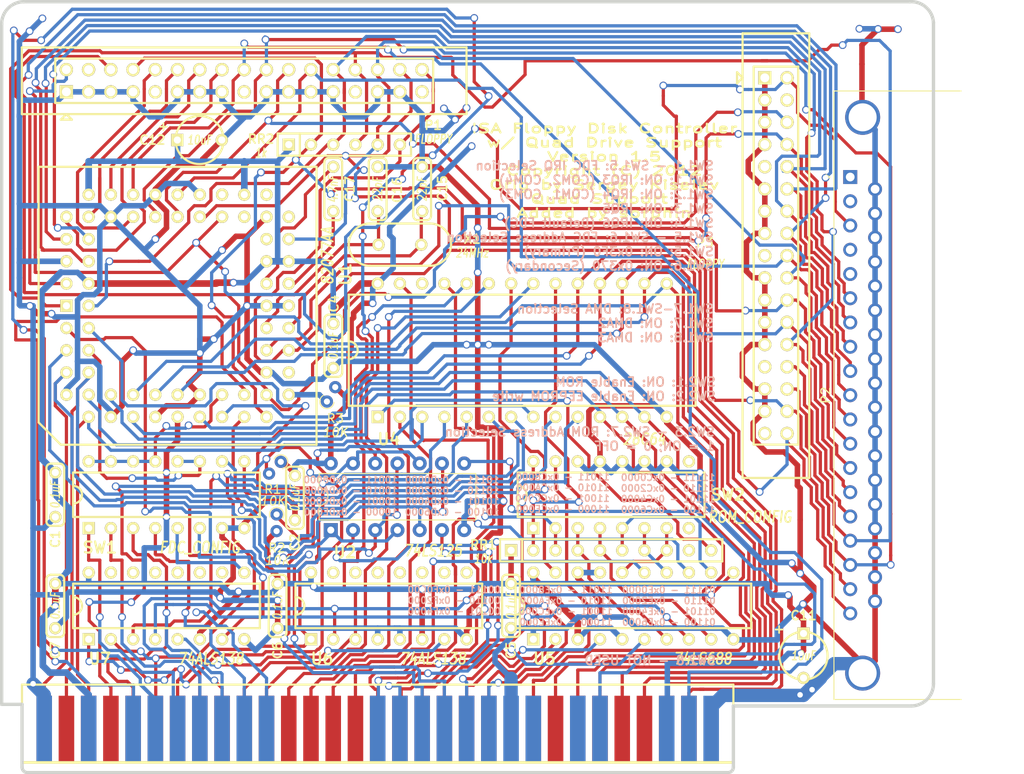
<source format=kicad_pcb>
(kicad_pcb (version 20171130) (host pcbnew "(5.0.1)-4")
  (title_block (date "21 dec 2012"))
  (layers (0 Front signal) (31 Back signal) (34 B.Paste user hide) (35 F.Paste user hide) (36 B.SilkS user) (37 F.SilkS user) (38 B.Mask user) (39 F.Mask user) (44 Edge.Cuts user))
  (net 0 "")
  (net 1 /A0)
  (net 2 /A1)
  (net 3 /A10)
  (net 4 /A11)
  (net 5 /A12)
  (net 6 /A13)
  (net 7 /A14)
  (net 8 /A15)
  (net 9 /A16)
  (net 10 /A17)
  (net 11 /A18)
  (net 12 /A19)
  (net 13 /A2)
  (net 14 /A3)
  (net 15 /A4)
  (net 16 /A5)
  (net 17 /A6)
  (net 18 /A7)
  (net 19 /A8)
  (net 20 /A9)
  (net 21 /AEN)
  (net 22 /D0)
  (net 23 /D1)
  (net 24 /D2)
  (net 25 /D3)
  (net 26 /D4)
  (net 27 /D5)
  (net 28 /D6)
  (net 29 /D7)
  (net 30 /DENSL)
  (net 31 /DIR)
  (net 32 /DRQ2)
  (net 33 /DSA)
  (net 34 /DSB)
  (net 35 /DSKCG)
  (net 36 /HDSEL)
  (net 37 /INDEX)
  (net 38 /IRQ3)
  (net 39 /IRQ4)
  (net 40 /IRQ5)
  (net 41 /IRQ6)
  (net 42 /IRQ7)
  (net 43 /MEA)
  (net 44 /MEB)
  (net 45 /RDATA)
  (net 46 /RDY/~BUSY)
  (net 47 /RESETDRV)
  (net 48 /STEP)
  (net 49 /TC)
  (net 50 /TRK00)
  (net 51 /WDATA)
  (net 52 /WE)
  (net 53 /WP)
  (net 54 /~DACK2)
  (net 55 /~FDC_CS)
  (net 56 /~IOR)
  (net 57 /~IOW)
  (net 58 /~MEMR)
  (net 59 /~MEMW)
  (net 60 /~ROMW)
  (net 61 /~ROM_CS)
  (net 62 /~ROM_CS_IN)
  (net 63 GND)
  (net 64 VCC)
  (net 65 VSS)
  (net 66 VDD)
  (net 67 "Net-(C15-Pad1)")
  (net 68 "Net-(C16-Pad1)")
  (net 69 "Net-(C17-Pad1)")
  (net 70 "Net-(C17-Pad2)")
  (net 71 "Net-(P1-Pad4)")
  (net 72 /DRATE0)
  (net 73 "Net-(P1-Pad9)")
  (net 74 "Net-(P1-Pad17)")
  (net 75 "Net-(P1-Pad27)")
  (net 76 "Net-(P1-Pad33)")
  (net 77 "Net-(P3-Pad4)")
  (net 78 "Net-(P3-Pad9)")
  (net 79 /ME2)
  (net 80 /DS3)
  (net 81 /DS2)
  (net 82 /ME3)
  (net 83 "Net-(P3-Pad17)")
  (net 84 "Net-(P3-Pad27)")
  (net 85 "Net-(P3-Pad33)")
  (net 86 "Net-(RR1-Pad4)")
  (net 87 "Net-(RR1-Pad5)")
  (net 88 "Net-(RR1-Pad6)")
  (net 89 "Net-(RR1-Pad7)")
  (net 90 "Net-(RR1-Pad8)")
  (net 91 "Net-(RR1-Pad9)")
  (net 92 /0x370)
  (net 93 /0x3F0)
  (net 94 /FDC_IRQ)
  (net 95 "Net-(SW2-Pad8)")
  (net 96 "Net-(SW2-Pad9)")
  (net 97 "Net-(U1-Pad29)")
  (net 98 "Net-(U1-Pad42)")
  (net 99 "Net-(U1-Pad43)")
  (net 100 "Net-(U1-Pad44)")
  (net 101 "Net-(U1-Pad47)")
  (net 102 "Net-(U1-Pad48)")
  (net 103 "Net-(U4-Pad26)")
  (net 104 "Net-(U6-Pad7)")
  (net 105 "Net-(U6-Pad9)")
  (net 106 "Net-(U6-Pad10)")
  (net 107 "Net-(U6-Pad11)")
  (net 108 "Net-(U6-Pad12)")
  (net 109 "Net-(U6-Pad13)")
  (net 110 "Net-(U6-Pad14)")
  (net 111 "Net-(U6-Pad15)")
  (net 112 "Net-(U7-Pad10)")
  (net 113 "Net-(U7-Pad11)")
  (net 114 "Net-(U7-Pad12)")
  (net 115 "Net-(U7-Pad14)")
  (net 116 "Net-(U7-Pad15)")
  (net 117 /~DACK3)
  (net 118 /DRQ3)
  (net 119 /DRQ)
  (net 120 /~DACK)
  (net 121 /GT2)
  (net 122 /GT3)
  (net 123 "Net-(U7-Pad13)")
  (net 124 "Net-(P2-Pad5)")
  (net 125 "Net-(P2-Pad4)")
  (net 126 "Net-(P2-Pad2)")
  (net 127 "Net-(P2-Pad1)")
  (net 128 /IDENT)
  (module Connector_Dsub:DSUB-37_Female_Horizontal_P2.77x2.84mm_EdgePinOffset9.90mm_Housed_MountingHolesOffset11.32mm (layer Front) (at 196.2275 66.57 90)
    (fp_text reference P2 (at -24.93 -2.8 90) (layer F.SilkS))
    (fp_text value "DB37 Female (External Floppy)")
    (pad 0 thru_hole circle (at 6.82 1.42 90) (size 4 4) (drill 3.2) (layers *.Cu *.Mask) (net 63 GND))
    (pad 0 thru_hole circle (at -56.68 1.42 90) (size 4 4) (drill 3.2) (layers *.Cu *.Mask) (net 63 GND))
    (pad 37 thru_hole circle (at -48.475 2.84 90) (size 1.6 1.6) (drill 1) (layers *.Cu *.Mask) (net 63 GND))
    (pad 36 thru_hole circle (at -45.705 2.84 90) (size 1.6 1.6) (drill 1) (layers *.Cu *.Mask) (net 63 GND))
    (pad 35 thru_hole circle (at -42.935 2.84 90) (size 1.6 1.6) (drill 1) (layers *.Cu *.Mask) (net 63 GND))
    (pad 34 thru_hole circle (at -40.165 2.84 90) (size 1.6 1.6) (drill 1) (layers *.Cu *.Mask) (net 63 GND))
    (pad 33 thru_hole circle (at -37.395 2.84 90) (size 1.6 1.6) (drill 1) (layers *.Cu *.Mask) (net 63 GND))
    (pad 32 thru_hole circle (at -34.625 2.84 90) (size 1.6 1.6) (drill 1) (layers *.Cu *.Mask) (net 63 GND))
    (pad 31 thru_hole circle (at -31.855 2.84 90) (size 1.6 1.6) (drill 1) (layers *.Cu *.Mask) (net 63 GND))
    (pad 30 thru_hole circle (at -29.085 2.84 90) (size 1.6 1.6) (drill 1) (layers *.Cu *.Mask) (net 63 GND))
    (pad 29 thru_hole circle (at -26.315 2.84 90) (size 1.6 1.6) (drill 1) (layers *.Cu *.Mask) (net 63 GND))
    (pad 28 thru_hole circle (at -23.545 2.84 90) (size 1.6 1.6) (drill 1) (layers *.Cu *.Mask) (net 63 GND))
    (pad 27 thru_hole circle (at -20.775 2.84 90) (size 1.6 1.6) (drill 1) (layers *.Cu *.Mask) (net 63 GND))
    (pad 26 thru_hole circle (at -18.005 2.84 90) (size 1.6 1.6) (drill 1) (layers *.Cu *.Mask) (net 63 GND))
    (pad 25 thru_hole circle (at -15.235 2.84 90) (size 1.6 1.6) (drill 1) (layers *.Cu *.Mask) (net 63 GND))
    (pad 24 thru_hole circle (at -12.465 2.84 90) (size 1.6 1.6) (drill 1) (layers *.Cu *.Mask) (net 63 GND))
    (pad 23 thru_hole circle (at -9.695 2.84 90) (size 1.6 1.6) (drill 1) (layers *.Cu *.Mask) (net 63 GND))
    (pad 22 thru_hole circle (at -6.925 2.84 90) (size 1.6 1.6) (drill 1) (layers *.Cu *.Mask) (net 63 GND))
    (pad 21 thru_hole circle (at -4.155 2.84 90) (size 1.6 1.6) (drill 1) (layers *.Cu *.Mask) (net 63 GND))
    (pad 20 thru_hole circle (at -1.385 2.84 90) (size 1.6 1.6) (drill 1) (layers *.Cu *.Mask) (net 63 GND))
    (pad 19 thru_hole circle (at -49.86 0 90) (size 1.6 1.6) (drill 1) (layers *.Cu *.Mask) (net 35 /DSKCG))
    (pad 18 thru_hole circle (at -47.09 0 90) (size 1.6 1.6) (drill 1) (layers *.Cu *.Mask) (net 36 /HDSEL))
    (pad 17 thru_hole circle (at -44.32 0 90) (size 1.6 1.6) (drill 1) (layers *.Cu *.Mask) (net 45 /RDATA))
    (pad 16 thru_hole circle (at -41.55 0 90) (size 1.6 1.6) (drill 1) (layers *.Cu *.Mask) (net 53 /WP))
    (pad 15 thru_hole circle (at -38.78 0 90) (size 1.6 1.6) (drill 1) (layers *.Cu *.Mask) (net 50 /TRK00))
    (pad 14 thru_hole circle (at -36.01 0 90) (size 1.6 1.6) (drill 1) (layers *.Cu *.Mask) (net 52 /WE))
    (pad 13 thru_hole circle (at -33.24 0 90) (size 1.6 1.6) (drill 1) (layers *.Cu *.Mask) (net 51 /WDATA))
    (pad 12 thru_hole circle (at -30.47 0 90) (size 1.6 1.6) (drill 1) (layers *.Cu *.Mask) (net 48 /STEP))
    (pad 11 thru_hole circle (at -27.7 0 90) (size 1.6 1.6) (drill 1) (layers *.Cu *.Mask) (net 31 /DIR))
    (pad 10 thru_hole circle (at -24.93 0 90) (size 1.6 1.6) (drill 1) (layers *.Cu *.Mask) (net 82 /ME3))
    (pad 9 thru_hole circle (at -22.16 0 90) (size 1.6 1.6) (drill 1) (layers *.Cu *.Mask) (net 81 /DS2))
    (pad 8 thru_hole circle (at -19.39 0 90) (size 1.6 1.6) (drill 1) (layers *.Cu *.Mask) (net 80 /DS3))
    (pad 7 thru_hole circle (at -16.62 0 90) (size 1.6 1.6) (drill 1) (layers *.Cu *.Mask) (net 79 /ME2))
    (pad 6 thru_hole circle (at -13.85 0 90) (size 1.6 1.6) (drill 1) (layers *.Cu *.Mask) (net 37 /INDEX))
    (pad 5 thru_hole circle (at -11.08 0 90) (size 1.6 1.6) (drill 1) (layers *.Cu *.Mask) (net 124 "Net-(P2-Pad5)"))
    (pad 4 thru_hole circle (at -8.31 0 90) (size 1.6 1.6) (drill 1) (layers *.Cu *.Mask) (net 125 "Net-(P2-Pad4)"))
    (pad 3 thru_hole circle (at -5.54 0 90) (size 1.6 1.6) (drill 1) (layers *.Cu *.Mask) (net 30 /DENSL))
    (pad 2 thru_hole circle (at -2.77 0 90) (size 1.6 1.6) (drill 1) (layers *.Cu *.Mask) (net 126 "Net-(P2-Pad2)"))
    (pad 1 thru_hole rect (at 0 0 90) (size 1.6 1.6) (drill 1) (layers *.Cu *.Mask) (net 127 "Net-(P2-Pad1)"))
  )
  (module Resistor_THT:R_Axial_DIN0204_L3.6mm_D1.6mm_P1.90mm_Vertical (layer Front) (at 136.44 92.22 60)
    (fp_text reference R3 (at -1.200089 1.801384) (layer F.SilkS))
    (fp_text value 10K (at -2.541089 2.598705 180) (layer F.SilkS) (effects (font (thickness 0.15) italic)))
    (pad 1 thru_hole circle (at 0 0 60) (size 1.4 1.4) (drill 0.7) (layers *.Cu *.Mask) (net 128 /IDENT))
    (pad 2 thru_hole oval (at 1.9 0 60) (size 1.4 1.4) (drill 0.7) (layers *.Cu *.Mask) (net 64 VCC))
  )
  (module Conn_Pin_Header_17x2_Shroud (layer Front) (at 187.74 75.55 270)
    (fp_text reference P3 (at -1.48 8.12 180) (layer F.SilkS) (effects (font (size 1.016 1.016) (thickness 0.2032))))
    (fp_text value FLOPPY (at 0.97 8.07 180) (layer F.SilkS) (effects (font (size 1.016 0.762) (thickness 0.1524) italic)))
    (pad 34 thru_hole circle (at 20.32 -1.27 270) (size 1.524 1.524) (drill 1.016) (layers *.Cu *.Mask F.SilkS) (net 35 /DSKCG))
    (pad 33 thru_hole circle (at 20.32 1.27 270) (size 1.524 1.524) (drill 1.016) (layers *.Cu *.Mask F.SilkS) (net 85 "Net-(P3-Pad33)"))
    (pad 32 thru_hole circle (at 17.78 -1.27 270) (size 1.524 1.524) (drill 1.016) (layers *.Cu *.Mask F.SilkS) (net 36 /HDSEL))
    (pad 31 thru_hole circle (at 17.78 1.27 270) (size 1.524 1.524) (drill 1.016) (layers *.Cu *.Mask F.SilkS) (net 63 GND))
    (pad 29 thru_hole circle (at 15.24 1.27 270) (size 1.524 1.524) (drill 1.016) (layers *.Cu *.Mask F.SilkS) (net 63 GND))
    (pad 30 thru_hole circle (at 15.24 -1.27 270) (size 1.524 1.524) (drill 1.016) (layers *.Cu *.Mask F.SilkS) (net 45 /RDATA))
    (pad 27 thru_hole circle (at 12.7 1.27 270) (size 1.524 1.524) (drill 1.016) (layers *.Cu *.Mask F.SilkS) (net 84 "Net-(P3-Pad27)"))
    (pad 28 thru_hole circle (at 12.7 -1.27 270) (size 1.524 1.524) (drill 1.016) (layers *.Cu *.Mask F.SilkS) (net 53 /WP))
    (pad 26 thru_hole circle (at 10.16 -1.27 270) (size 1.524 1.524) (drill 1.016) (layers *.Cu *.Mask F.SilkS) (net 50 /TRK00))
    (pad 25 thru_hole circle (at 10.16 1.27 270) (size 1.524 1.524) (drill 1.016) (layers *.Cu *.Mask F.SilkS) (net 63 GND))
    (pad 24 thru_hole circle (at 7.62 -1.27 270) (size 1.524 1.524) (drill 1.016) (layers *.Cu *.Mask F.SilkS) (net 52 /WE))
    (pad 23 thru_hole circle (at 7.62 1.27 270) (size 1.524 1.524) (drill 1.016) (layers *.Cu *.Mask F.SilkS) (net 63 GND))
    (pad 22 thru_hole circle (at 5.08 -1.27 270) (size 1.524 1.524) (drill 1.016) (layers *.Cu *.Mask F.SilkS) (net 51 /WDATA))
    (pad 21 thru_hole circle (at 5.08 1.27 270) (size 1.524 1.524) (drill 1.016) (layers *.Cu *.Mask F.SilkS) (net 63 GND))
    (pad 20 thru_hole circle (at 2.54 -1.27 270) (size 1.524 1.524) (drill 1.016) (layers *.Cu *.Mask F.SilkS) (net 48 /STEP))
    (pad 19 thru_hole circle (at 2.54 1.27 270) (size 1.524 1.524) (drill 1.016) (layers *.Cu *.Mask F.SilkS) (net 63 GND))
    (pad 18 thru_hole circle (at 0 -1.27 270) (size 1.524 1.524) (drill 1.016) (layers *.Cu *.Mask F.SilkS) (net 31 /DIR))
    (pad 17 thru_hole circle (at 0 1.27 270) (size 1.524 1.524) (drill 1.016) (layers *.Cu *.Mask F.SilkS) (net 83 "Net-(P3-Pad17)"))
    (pad 16 thru_hole circle (at -2.54 -1.27 270) (size 1.524 1.524) (drill 1.016) (layers *.Cu *.Mask F.SilkS) (net 82 /ME3))
    (pad 15 thru_hole circle (at -2.54 1.27 270) (size 1.524 1.524) (drill 1.016) (layers *.Cu *.Mask F.SilkS) (net 63 GND))
    (pad 14 thru_hole circle (at -5.08 -1.27 270) (size 1.524 1.524) (drill 1.016) (layers *.Cu *.Mask F.SilkS) (net 81 /DS2))
    (pad 13 thru_hole circle (at -5.08 1.27 270) (size 1.524 1.524) (drill 1.016) (layers *.Cu *.Mask F.SilkS) (net 63 GND))
    (pad 12 thru_hole circle (at -7.62 -1.27 270) (size 1.524 1.524) (drill 1.016) (layers *.Cu *.Mask F.SilkS) (net 80 /DS3))
    (pad 11 thru_hole circle (at -7.62 1.27 270) (size 1.524 1.524) (drill 1.016) (layers *.Cu *.Mask F.SilkS) (net 63 GND))
    (pad 10 thru_hole circle (at -10.16 -1.27 270) (size 1.524 1.524) (drill 1.016) (layers *.Cu *.Mask F.SilkS) (net 79 /ME2))
    (pad 9 thru_hole circle (at -10.16 1.27 270) (size 1.524 1.524) (drill 1.016) (layers *.Cu *.Mask F.SilkS) (net 78 "Net-(P3-Pad9)"))
    (pad 8 thru_hole circle (at -12.7 -1.27 270) (size 1.524 1.524) (drill 1.016) (layers *.Cu *.Mask F.SilkS) (net 37 /INDEX))
    (pad 7 thru_hole circle (at -12.7 1.27 270) (size 1.524 1.524) (drill 1.016) (layers *.Cu *.Mask F.SilkS) (net 63 GND))
    (pad 6 thru_hole circle (at -15.24 -1.27 270) (size 1.524 1.524) (drill 1.016) (layers *.Cu *.Mask F.SilkS) (net 72 /DRATE0))
    (pad 5 thru_hole circle (at -15.24 1.27 270) (size 1.524 1.524) (drill 1.016) (layers *.Cu *.Mask F.SilkS) (net 63 GND))
    (pad 4 thru_hole circle (at -17.78 -1.27 270) (size 1.524 1.524) (drill 1.016) (layers *.Cu *.Mask F.SilkS) (net 77 "Net-(P3-Pad4)"))
    (pad 3 thru_hole circle (at -17.78 1.27 270) (size 1.524 1.524) (drill 1.016) (layers *.Cu *.Mask F.SilkS) (net 63 GND))
    (pad 2 thru_hole circle (at -20.32 -1.27 270) (size 1.524 1.524) (drill 1.016) (layers *.Cu *.Mask F.SilkS) (net 30 /DENSL))
    (pad 1 thru_hole rect (at -20.32 1.27 270) (size 1.524 1.524) (drill 1.016) (layers *.Cu *.Mask F.SilkS) (net 63 GND))
  )
  (module Resistor_THT:R_Axial_DIN0204_L3.6mm_D1.6mm_P1.90mm_Vertical (layer Front) (at 130.69 105.12 270)
    (fp_text reference R2 (at 3.82 -0.03 180) (layer F.SilkS))
    (fp_text value 10K (at 5.25 -0.09 180) (layer F.SilkS) (effects (font (thickness 0.15) italic)))
    (pad 1 thru_hole circle (at 0 0 270) (size 1.4 1.4) (drill 0.7) (layers *.Cu *.Mask) (net 122 /GT3))
    (pad 2 thru_hole oval (at 1.9 0 270) (size 1.4 1.4) (drill 0.7) (layers *.Cu *.Mask) (net 64 VCC))
  )
  (module Resistor_THT:R_Axial_DIN0204_L3.6mm_D1.6mm_P1.90mm_Vertical (layer Front) (at 131.17 99.11 225)
    (fp_text reference R1 (at 2.856711 -1.569777) (layer F.SilkS))
    (fp_text value 10K (at 3.804234 -2.545584 180) (layer F.SilkS) (effects (font (thickness 0.15) italic)))
    (pad 2 thru_hole oval (at 1.9 0 225) (size 1.4 1.4) (drill 0.7) (layers *.Cu *.Mask) (net 121 /GT2))
    (pad 1 thru_hole circle (at 0 0 225) (size 1.4 1.4) (drill 0.7) (layers *.Cu *.Mask) (net 64 VCC))
  )
  (module Package_DIP:DIP-14_W7.62mm (layer Front) (at 136.88 106.91 90)
    (fp_text reference U2 (at -2.53 1.61 180) (layer F.SilkS) (effects (font (size 1.27 1.27) (thickness 0.254))))
    (fp_text value 74LS125 (at -2.36 11.7 180) (layer F.SilkS) (effects (font (size 1.27 1.016) (thickness 0.2032) italic)))
    (pad 1 thru_hole rect (at 0 0 90) (size 1.6 1.6) (drill 0.8) (layers *.Cu *.Mask) (net 122 /GT3))
    (pad 8 thru_hole oval (at 7.62 15.24 90) (size 1.6 1.6) (drill 0.8) (layers *.Cu *.Mask) (net 32 /DRQ2))
    (pad 2 thru_hole oval (at 0 2.54 90) (size 1.6 1.6) (drill 0.8) (layers *.Cu *.Mask) (net 117 /~DACK3))
    (pad 9 thru_hole oval (at 7.62 12.7 90) (size 1.6 1.6) (drill 0.8) (layers *.Cu *.Mask) (net 119 /DRQ))
    (pad 3 thru_hole oval (at 0 5.08 90) (size 1.6 1.6) (drill 0.8) (layers *.Cu *.Mask) (net 120 /~DACK))
    (pad 10 thru_hole oval (at 7.62 10.16 90) (size 1.6 1.6) (drill 0.8) (layers *.Cu *.Mask) (net 121 /GT2))
    (pad 4 thru_hole oval (at 0 7.62 90) (size 1.6 1.6) (drill 0.8) (layers *.Cu *.Mask) (net 122 /GT3))
    (pad 11 thru_hole oval (at 7.62 7.62 90) (size 1.6 1.6) (drill 0.8) (layers *.Cu *.Mask) (net 120 /~DACK))
    (pad 5 thru_hole oval (at 0 10.16 90) (size 1.6 1.6) (drill 0.8) (layers *.Cu *.Mask) (net 119 /DRQ))
    (pad 12 thru_hole oval (at 7.62 5.08 90) (size 1.6 1.6) (drill 0.8) (layers *.Cu *.Mask) (net 54 /~DACK2))
    (pad 6 thru_hole oval (at 0 12.7 90) (size 1.6 1.6) (drill 0.8) (layers *.Cu *.Mask) (net 118 /DRQ3))
    (pad 13 thru_hole oval (at 7.62 2.54 90) (size 1.6 1.6) (drill 0.8) (layers *.Cu *.Mask) (net 121 /GT2))
    (pad 7 thru_hole oval (at 0 15.24 90) (size 1.6 1.6) (drill 0.8) (layers *.Cu *.Mask) (net 63 GND))
    (pad 14 thru_hole oval (at 7.62 0 90) (size 1.6 1.6) (drill 0.8) (layers *.Cu *.Mask) (net 64 VCC))
  )
  (module Cap_Cer_504 (layer Front) (at 132.79 103.22 270)
    (fp_text reference C2 (at 5.08 0 270) (layer F.SilkS) (effects (font (size 1.016 1.016) (thickness 0.2032))))
    (fp_text value 0.1uF (at 0 0 270) (layer F.SilkS) (effects (font (size 1.016 0.762) (thickness 0.1524) italic)))
    (pad 1 thru_hole circle (at -2.54 0 270) (size 1.397 1.397) (drill 0.8128) (layers *.Cu *.Mask F.SilkS) (net 64 VCC))
    (pad 2 thru_hole circle (at 2.54 0 270) (size 1.397 1.397) (drill 0.8128) (layers *.Cu *.Mask F.SilkS) (net 63 GND))
  )
  (module DIP16_300 (layer Front) (at 118.11 102.87)
    (fp_text reference SW1 (at -7.62 6.0325) (layer F.SilkS) (effects (font (size 1.27 1.27) (thickness 0.254))))
    (fp_text value FDC_CONFIG (at 3.81 6.0325) (layer F.SilkS) (effects (font (size 1.27 1.016) (thickness 0.2032) italic)))
    (pad 1 thru_hole rect (at -8.89 3.81) (size 1.397 1.397) (drill 0.8128) (layers *.Cu *.Mask F.SilkS) (net 38 /IRQ3))
    (pad 2 thru_hole circle (at -6.35 3.81) (size 1.397 1.397) (drill 0.8128) (layers *.Cu *.Mask F.SilkS) (net 39 /IRQ4))
    (pad 3 thru_hole circle (at -3.81 3.81) (size 1.397 1.397) (drill 0.8128) (layers *.Cu *.Mask F.SilkS) (net 40 /IRQ5))
    (pad 4 thru_hole circle (at -1.27 3.81) (size 1.397 1.397) (drill 0.8128) (layers *.Cu *.Mask F.SilkS) (net 41 /IRQ6))
    (pad 5 thru_hole circle (at 1.27 3.81) (size 1.397 1.397) (drill 0.8128) (layers *.Cu *.Mask F.SilkS) (net 92 /0x370))
    (pad 6 thru_hole circle (at 3.81 3.81) (size 1.397 1.397) (drill 0.8128) (layers *.Cu *.Mask F.SilkS) (net 93 /0x3F0))
    (pad 7 thru_hole circle (at 6.35 3.81) (size 1.397 1.397) (drill 0.8128) (layers *.Cu *.Mask F.SilkS) (net 63 GND))
    (pad 8 thru_hole circle (at 8.89 3.81) (size 1.397 1.397) (drill 0.8128) (layers *.Cu *.Mask F.SilkS) (net 63 GND))
    (pad 9 thru_hole circle (at 8.89 -3.81) (size 1.397 1.397) (drill 0.8128) (layers *.Cu *.Mask F.SilkS) (net 122 /GT3))
    (pad 10 thru_hole circle (at 6.35 -3.81) (size 1.397 1.397) (drill 0.8128) (layers *.Cu *.Mask F.SilkS) (net 121 /GT2))
    (pad 11 thru_hole circle (at 3.81 -3.81) (size 1.397 1.397) (drill 0.8128) (layers *.Cu *.Mask F.SilkS) (net 55 /~FDC_CS))
    (pad 12 thru_hole circle (at 1.27 -3.81) (size 1.397 1.397) (drill 0.8128) (layers *.Cu *.Mask F.SilkS) (net 55 /~FDC_CS))
    (pad 13 thru_hole circle (at -1.27 -3.81) (size 1.397 1.397) (drill 0.8128) (layers *.Cu *.Mask F.SilkS) (net 94 /FDC_IRQ))
    (pad 14 thru_hole circle (at -3.81 -3.81) (size 1.397 1.397) (drill 0.8128) (layers *.Cu *.Mask F.SilkS) (net 94 /FDC_IRQ))
    (pad 15 thru_hole circle (at -6.35 -3.81) (size 1.397 1.397) (drill 0.8128) (layers *.Cu *.Mask F.SilkS) (net 94 /FDC_IRQ))
    (pad 16 thru_hole circle (at -8.89 -3.81) (size 1.397 1.397) (drill 0.8128) (layers *.Cu *.Mask F.SilkS) (net 94 /FDC_IRQ))
  )
  (module Conn_Bus_ISA8 (layer Front) (at 142.24 129.6445)
    (fp_text reference BUS1 hide)
    (fp_text value BUSPC_DEV hide)
    (pad 1 connect rect (at 38.1 0) (size 1.778 7.62) (layers Back B.Mask) (net 63 GND))
    (pad 2 connect rect (at 35.56 0) (size 1.778 7.62) (layers Back B.Mask) (net 47 /RESETDRV))
    (pad 3 connect rect (at 33.02 0) (size 1.778 7.62) (layers Back B.Mask) (net 64 VCC))
    (pad 6 connect rect (at 25.4 0) (size 1.778 7.62) (layers Back B.Mask) (net 32 /DRQ2))
    (pad 7 connect rect (at 22.86 0) (size 1.778 7.62) (layers Back B.Mask) (net 65 VSS))
    (pad 9 connect rect (at 17.78 0) (size 1.778 7.62) (layers Back B.Mask) (net 66 VDD))
    (pad 10 connect rect (at 15.24 0) (size 1.778 7.62) (layers Back B.Mask) (net 63 GND))
    (pad 11 connect rect (at 12.7 0) (size 1.778 7.62) (layers Back B.Mask) (net 59 /~MEMW))
    (pad 12 connect rect (at 10.16 0) (size 1.778 7.62) (layers Back B.Mask) (net 58 /~MEMR))
    (pad 13 connect rect (at 7.62 0) (size 1.778 7.62) (layers Back B.Mask) (net 57 /~IOW))
    (pad 14 connect rect (at 5.08 0) (size 1.778 7.62) (layers Back B.Mask) (net 56 /~IOR))
    (pad 21 connect rect (at -12.7 0) (size 1.778 7.62) (layers Back B.Mask) (net 42 /IRQ7))
    (pad 22 connect rect (at -15.24 0) (size 1.778 7.62) (layers Back B.Mask) (net 41 /IRQ6))
    (pad 23 connect rect (at -17.78 0) (size 1.778 7.62) (layers Back B.Mask) (net 40 /IRQ5))
    (pad 24 connect rect (at -20.32 0) (size 1.778 7.62) (layers Back B.Mask) (net 39 /IRQ4))
    (pad 25 connect rect (at -22.86 0) (size 1.778 7.62) (layers Back B.Mask) (net 38 /IRQ3))
    (pad 26 connect rect (at -25.4 0) (size 1.778 7.62) (layers Back B.Mask) (net 54 /~DACK2))
    (pad 27 connect rect (at -27.94 0) (size 1.778 7.62) (layers Back B.Mask) (net 49 /TC))
    (pad 29 connect rect (at -33.02 0) (size 1.778 7.62) (layers Back B.Mask) (net 64 VCC))
    (pad 31 connect rect (at -38.1 0) (size 1.778 7.62) (layers Back B.Mask) (net 63 GND))
    (pad 33 connect rect (at 35.56 0) (size 1.778 7.62) (layers Front F.Mask) (net 29 /D7))
    (pad 34 connect rect (at 33.02 0) (size 1.778 7.62) (layers Front F.Mask) (net 28 /D6))
    (pad 35 connect rect (at 30.48 0) (size 1.778 7.62) (layers Front F.Mask) (net 27 /D5))
    (pad 36 connect rect (at 27.94 0) (size 1.778 7.62) (layers Front F.Mask) (net 26 /D4))
    (pad 37 connect rect (at 25.4 0) (size 1.778 7.62) (layers Front F.Mask) (net 25 /D3))
    (pad 38 connect rect (at 22.86 0) (size 1.778 7.62) (layers Front F.Mask) (net 24 /D2))
    (pad 39 connect rect (at 20.32 0) (size 1.778 7.62) (layers Front F.Mask) (net 23 /D1))
    (pad 40 connect rect (at 17.78 0) (size 1.778 7.62) (layers Front F.Mask) (net 22 /D0))
    (pad 42 connect rect (at 12.7 0) (size 1.778 7.62) (layers Front F.Mask) (net 21 /AEN))
    (pad 43 connect rect (at 10.16 0) (size 1.778 7.62) (layers Front F.Mask) (net 12 /A19))
    (pad 44 connect rect (at 7.62 0) (size 1.778 7.62) (layers Front F.Mask) (net 11 /A18))
    (pad 45 connect rect (at 5.08 0) (size 1.778 7.62) (layers Front F.Mask) (net 10 /A17))
    (pad 46 connect rect (at 2.54 0) (size 1.778 7.62) (layers Front F.Mask) (net 9 /A16))
    (pad 47 connect rect (at 0 0) (size 1.778 7.62) (layers Front F.Mask) (net 8 /A15))
    (pad 48 connect rect (at -2.54 0) (size 1.778 7.62) (layers Front F.Mask) (net 7 /A14))
    (pad 49 connect rect (at -5.08 0) (size 1.778 7.62) (layers Front F.Mask) (net 6 /A13))
    (pad 50 connect rect (at -7.62 0) (size 1.778 7.62) (layers Front F.Mask) (net 5 /A12))
    (pad 51 connect rect (at -10.16 0) (size 1.778 7.62) (layers Front F.Mask) (net 4 /A11))
    (pad 52 connect rect (at -12.7 0) (size 1.778 7.62) (layers Front F.Mask) (net 3 /A10))
    (pad 53 connect rect (at -15.24 0) (size 1.778 7.62) (layers Front F.Mask) (net 20 /A9))
    (pad 54 connect rect (at -17.78 0) (size 1.778 7.62) (layers Front F.Mask) (net 19 /A8))
    (pad 55 connect rect (at -20.32 0) (size 1.778 7.62) (layers Front F.Mask) (net 18 /A7))
    (pad 56 connect rect (at -22.86 0) (size 1.778 7.62) (layers Front F.Mask) (net 17 /A6))
    (pad 57 connect rect (at -25.4 0) (size 1.778 7.62) (layers Front F.Mask) (net 16 /A5))
    (pad 58 connect rect (at -27.94 0) (size 1.778 7.62) (layers Front F.Mask) (net 15 /A4))
    (pad 59 connect rect (at -30.48 0) (size 1.778 7.62) (layers Front F.Mask) (net 14 /A3))
    (pad 60 connect rect (at -33.02 0) (size 1.778 7.62) (layers Front F.Mask) (net 13 /A2))
    (pad 61 connect rect (at -35.56 0) (size 1.778 7.62) (layers Front F.Mask) (net 2 /A1))
    (pad 62 connect rect (at -38.1 0) (size 1.778 7.62) (layers Front F.Mask) (net 1 /A0))
    (pad 15 connect rect (at 2.54 0) (size 1.778 7.62) (layers Back B.Mask) (net 117 /~DACK3))
    (pad 16 connect rect (at 0 0) (size 1.778 7.62) (layers Back B.Mask) (net 118 /DRQ3))
  )
  (module Cap_Tant_504 (layer Front) (at 190.89 121.26 270)
    (fp_text reference C11 (at -4.59 0 180) (layer F.SilkS) (effects (font (size 1.016 1.016) (thickness 0.2032))))
    (fp_text value 10uF (at 0 0 180) (layer F.SilkS) (effects (font (size 1.016 0.762) (thickness 0.1524) italic)))
    (fp_text user + (at -2.99 2.86 90) (layer F.SilkS) (effects (font (size 1.016 1.016) (thickness 0.2032))))
    (pad 2 thru_hole circle (at 2.54 0 270) (size 1.397 1.397) (drill 0.8128) (layers *.Cu *.Mask F.SilkS) (net 63 GND))
    (pad 1 thru_hole rect (at -2.54 0 270) (size 1.397 1.397) (drill 0.8128) (layers *.Cu *.Mask F.SilkS) (net 64 VCC))
  )
  (module Cap_Tant_504 (layer Front) (at 121.89 62.34)
    (fp_text reference C12 (at -5.3975 0) (layer F.SilkS) (effects (font (size 1.016 1.016) (thickness 0.2032))))
    (fp_text value 10uF (at 0 0) (layer F.SilkS) (effects (font (size 1.016 0.762) (thickness 0.1524) italic)))
    (fp_text user + (at -4.1275 -1.5875) (layer F.SilkS) (effects (font (size 1.016 1.016) (thickness 0.2032))))
    (pad 1 thru_hole rect (at -2.54 0) (size 1.397 1.397) (drill 0.8128) (layers *.Cu *.Mask F.SilkS) (net 64 VCC))
    (pad 2 thru_hole circle (at 2.54 0) (size 1.397 1.397) (drill 0.8128) (layers *.Cu *.Mask F.SilkS) (net 63 GND))
  )
  (module DIP20_300 (layer Front) (at 171.45 115.57)
    (fp_text reference U5 (at -10.16 6.0325) (layer F.SilkS) (effects (font (size 1.27 1.27) (thickness 0.254))))
    (fp_text value 74LS688 (at 7.9375 6.0325) (layer F.SilkS) (effects (font (size 1.27 1.016) (thickness 0.2032) italic)))
    (pad 1 thru_hole rect (at -11.43 3.81) (size 1.397 1.397) (drill 0.8128) (layers *.Cu *.Mask F.SilkS) (net 63 GND))
    (pad 2 thru_hole circle (at -8.89 3.81) (size 1.397 1.397) (drill 0.8128) (layers *.Cu *.Mask F.SilkS) (net 12 /A19))
    (pad 3 thru_hole circle (at -6.35 3.81) (size 1.397 1.397) (drill 0.8128) (layers *.Cu *.Mask F.SilkS) (net 64 VCC))
    (pad 4 thru_hole circle (at -3.81 3.81) (size 1.397 1.397) (drill 0.8128) (layers *.Cu *.Mask F.SilkS) (net 11 /A18))
    (pad 5 thru_hole circle (at -1.27 3.81) (size 1.397 1.397) (drill 0.8128) (layers *.Cu *.Mask F.SilkS) (net 64 VCC))
    (pad 6 thru_hole circle (at 1.27 3.81) (size 1.397 1.397) (drill 0.8128) (layers *.Cu *.Mask F.SilkS) (net 10 /A17))
    (pad 7 thru_hole circle (at 3.81 3.81) (size 1.397 1.397) (drill 0.8128) (layers *.Cu *.Mask F.SilkS) (net 86 "Net-(RR1-Pad4)"))
    (pad 8 thru_hole circle (at 6.35 3.81) (size 1.397 1.397) (drill 0.8128) (layers *.Cu *.Mask F.SilkS) (net 9 /A16))
    (pad 9 thru_hole circle (at 8.89 3.81) (size 1.397 1.397) (drill 0.8128) (layers *.Cu *.Mask F.SilkS) (net 87 "Net-(RR1-Pad5)"))
    (pad 10 thru_hole circle (at 11.43 3.81) (size 1.397 1.397) (drill 0.8128) (layers *.Cu *.Mask F.SilkS) (net 63 GND))
    (pad 11 thru_hole circle (at 11.43 -3.81) (size 1.397 1.397) (drill 0.8128) (layers *.Cu *.Mask F.SilkS) (net 8 /A15))
    (pad 12 thru_hole circle (at 8.89 -3.81) (size 1.397 1.397) (drill 0.8128) (layers *.Cu *.Mask F.SilkS) (net 88 "Net-(RR1-Pad6)"))
    (pad 13 thru_hole circle (at 6.35 -3.81) (size 1.397 1.397) (drill 0.8128) (layers *.Cu *.Mask F.SilkS) (net 7 /A14))
    (pad 14 thru_hole circle (at 3.81 -3.81) (size 1.397 1.397) (drill 0.8128) (layers *.Cu *.Mask F.SilkS) (net 89 "Net-(RR1-Pad7)"))
    (pad 15 thru_hole circle (at 1.27 -3.81) (size 1.397 1.397) (drill 0.8128) (layers *.Cu *.Mask F.SilkS) (net 6 /A13))
    (pad 16 thru_hole circle (at -1.27 -3.81) (size 1.397 1.397) (drill 0.8128) (layers *.Cu *.Mask F.SilkS) (net 90 "Net-(RR1-Pad8)"))
    (pad 17 thru_hole circle (at -3.81 -3.81) (size 1.397 1.397) (drill 0.8128) (layers *.Cu *.Mask F.SilkS) (net 63 GND))
    (pad 18 thru_hole circle (at -6.35 -3.81) (size 1.397 1.397) (drill 0.8128) (layers *.Cu *.Mask F.SilkS) (net 63 GND))
    (pad 19 thru_hole circle (at -8.89 -3.81) (size 1.397 1.397) (drill 0.8128) (layers *.Cu *.Mask F.SilkS) (net 62 /~ROM_CS_IN))
    (pad 20 thru_hole circle (at -11.43 -3.81) (size 1.397 1.397) (drill 0.8128) (layers *.Cu *.Mask F.SilkS) (net 64 VCC))
  )
  (module DIP16_300 (layer Front) (at 118.11 115.57)
    (fp_text reference U7 (at -7.62 6.0325) (layer F.SilkS) (effects (font (size 1.27 1.27) (thickness 0.254))))
    (fp_text value 74ALS138 (at 5.08 6.0325) (layer F.SilkS) (effects (font (size 1.27 1.016) (thickness 0.2032) italic)))
    (pad 1 thru_hole rect (at -8.89 3.81) (size 1.397 1.397) (drill 0.8128) (layers *.Cu *.Mask F.SilkS) (net 18 /A7))
    (pad 2 thru_hole circle (at -6.35 3.81) (size 1.397 1.397) (drill 0.8128) (layers *.Cu *.Mask F.SilkS) (net 16 /A5))
    (pad 3 thru_hole circle (at -3.81 3.81) (size 1.397 1.397) (drill 0.8128) (layers *.Cu *.Mask F.SilkS) (net 15 /A4))
    (pad 4 thru_hole circle (at -1.27 3.81) (size 1.397 1.397) (drill 0.8128) (layers *.Cu *.Mask F.SilkS) (net 21 /AEN))
    (pad 5 thru_hole circle (at 1.27 3.81) (size 1.397 1.397) (drill 0.8128) (layers *.Cu *.Mask F.SilkS) (net 104 "Net-(U6-Pad7)"))
    (pad 6 thru_hole circle (at 3.81 3.81) (size 1.397 1.397) (drill 0.8128) (layers *.Cu *.Mask F.SilkS) (net 64 VCC))
    (pad 7 thru_hole circle (at 6.35 3.81) (size 1.397 1.397) (drill 0.8128) (layers *.Cu *.Mask F.SilkS) (net 93 /0x3F0))
    (pad 8 thru_hole circle (at 8.89 3.81) (size 1.397 1.397) (drill 0.8128) (layers *.Cu *.Mask F.SilkS) (net 63 GND))
    (pad 9 thru_hole circle (at 8.89 -3.81) (size 1.397 1.397) (drill 0.8128) (layers *.Cu *.Mask F.SilkS) (net 92 /0x370))
    (pad 10 thru_hole circle (at 6.35 -3.81) (size 1.397 1.397) (drill 0.8128) (layers *.Cu *.Mask F.SilkS) (net 112 "Net-(U7-Pad10)"))
    (pad 11 thru_hole circle (at 3.81 -3.81) (size 1.397 1.397) (drill 0.8128) (layers *.Cu *.Mask F.SilkS) (net 113 "Net-(U7-Pad11)"))
    (pad 12 thru_hole circle (at 1.27 -3.81) (size 1.397 1.397) (drill 0.8128) (layers *.Cu *.Mask F.SilkS) (net 114 "Net-(U7-Pad12)"))
    (pad 13 thru_hole circle (at -1.27 -3.81) (size 1.397 1.397) (drill 0.8128) (layers *.Cu *.Mask F.SilkS) (net 123 "Net-(U7-Pad13)"))
    (pad 14 thru_hole circle (at -3.81 -3.81) (size 1.397 1.397) (drill 0.8128) (layers *.Cu *.Mask F.SilkS) (net 115 "Net-(U7-Pad14)"))
    (pad 15 thru_hole circle (at -6.35 -3.81) (size 1.397 1.397) (drill 0.8128) (layers *.Cu *.Mask F.SilkS) (net 116 "Net-(U7-Pad15)"))
    (pad 16 thru_hole circle (at -8.89 -3.81) (size 1.397 1.397) (drill 0.8128) (layers *.Cu *.Mask F.SilkS) (net 64 VCC))
  )
  (module DIP16_300 (layer Front) (at 143.51 115.57)
    (fp_text reference U6 (at -7.62 6.0325) (layer F.SilkS) (effects (font (size 1.27 1.27) (thickness 0.254))))
    (fp_text value 74ALS138 (at 5.08 6.0325) (layer F.SilkS) (effects (font (size 1.27 1.016) (thickness 0.2032) italic)))
    (pad 1 thru_hole rect (at -8.89 3.81) (size 1.397 1.397) (drill 0.8128) (layers *.Cu *.Mask F.SilkS) (net 17 /A6))
    (pad 2 thru_hole circle (at -6.35 3.81) (size 1.397 1.397) (drill 0.8128) (layers *.Cu *.Mask F.SilkS) (net 19 /A8))
    (pad 3 thru_hole circle (at -3.81 3.81) (size 1.397 1.397) (drill 0.8128) (layers *.Cu *.Mask F.SilkS) (net 20 /A9))
    (pad 4 thru_hole circle (at -1.27 3.81) (size 1.397 1.397) (drill 0.8128) (layers *.Cu *.Mask F.SilkS) (net 63 GND))
    (pad 5 thru_hole circle (at 1.27 3.81) (size 1.397 1.397) (drill 0.8128) (layers *.Cu *.Mask F.SilkS) (net 63 GND))
    (pad 6 thru_hole circle (at 3.81 3.81) (size 1.397 1.397) (drill 0.8128) (layers *.Cu *.Mask F.SilkS) (net 64 VCC))
    (pad 7 thru_hole circle (at 6.35 3.81) (size 1.397 1.397) (drill 0.8128) (layers *.Cu *.Mask F.SilkS) (net 104 "Net-(U6-Pad7)"))
    (pad 8 thru_hole circle (at 8.89 3.81) (size 1.397 1.397) (drill 0.8128) (layers *.Cu *.Mask F.SilkS) (net 63 GND))
    (pad 9 thru_hole circle (at 8.89 -3.81) (size 1.397 1.397) (drill 0.8128) (layers *.Cu *.Mask F.SilkS) (net 105 "Net-(U6-Pad9)"))
    (pad 10 thru_hole circle (at 6.35 -3.81) (size 1.397 1.397) (drill 0.8128) (layers *.Cu *.Mask F.SilkS) (net 106 "Net-(U6-Pad10)"))
    (pad 11 thru_hole circle (at 3.81 -3.81) (size 1.397 1.397) (drill 0.8128) (layers *.Cu *.Mask F.SilkS) (net 107 "Net-(U6-Pad11)"))
    (pad 12 thru_hole circle (at 1.27 -3.81) (size 1.397 1.397) (drill 0.8128) (layers *.Cu *.Mask F.SilkS) (net 108 "Net-(U6-Pad12)"))
    (pad 13 thru_hole circle (at -1.27 -3.81) (size 1.397 1.397) (drill 0.8128) (layers *.Cu *.Mask F.SilkS) (net 109 "Net-(U6-Pad13)"))
    (pad 14 thru_hole circle (at -3.81 -3.81) (size 1.397 1.397) (drill 0.8128) (layers *.Cu *.Mask F.SilkS) (net 110 "Net-(U6-Pad14)"))
    (pad 15 thru_hole circle (at -6.35 -3.81) (size 1.397 1.397) (drill 0.8128) (layers *.Cu *.Mask F.SilkS) (net 111 "Net-(U6-Pad15)"))
    (pad 16 thru_hole circle (at -8.89 -3.81) (size 1.397 1.397) (drill 0.8128) (layers *.Cu *.Mask F.SilkS) (net 64 VCC))
  )
  (module DIP16_300 (layer Front) (at 168.91 102.87)
    (fp_text reference SW2 (at 13.335 0) (layer F.SilkS) (effects (font (size 1.27 1.27) (thickness 0.254))))
    (fp_text value ROM_CONFIG (at 15.875 2.54) (layer F.SilkS) (effects (font (size 1.27 1.016) (thickness 0.2032) italic)))
    (pad 1 thru_hole rect (at -8.89 3.81) (size 1.397 1.397) (drill 0.8128) (layers *.Cu *.Mask F.SilkS) (net 61 /~ROM_CS))
    (pad 2 thru_hole circle (at -6.35 3.81) (size 1.397 1.397) (drill 0.8128) (layers *.Cu *.Mask F.SilkS) (net 60 /~ROMW))
    (pad 3 thru_hole circle (at -3.81 3.81) (size 1.397 1.397) (drill 0.8128) (layers *.Cu *.Mask F.SilkS) (net 86 "Net-(RR1-Pad4)"))
    (pad 4 thru_hole circle (at -1.27 3.81) (size 1.397 1.397) (drill 0.8128) (layers *.Cu *.Mask F.SilkS) (net 87 "Net-(RR1-Pad5)"))
    (pad 5 thru_hole circle (at 1.27 3.81) (size 1.397 1.397) (drill 0.8128) (layers *.Cu *.Mask F.SilkS) (net 88 "Net-(RR1-Pad6)"))
    (pad 6 thru_hole circle (at 3.81 3.81) (size 1.397 1.397) (drill 0.8128) (layers *.Cu *.Mask F.SilkS) (net 89 "Net-(RR1-Pad7)"))
    (pad 7 thru_hole circle (at 6.35 3.81) (size 1.397 1.397) (drill 0.8128) (layers *.Cu *.Mask F.SilkS) (net 90 "Net-(RR1-Pad8)"))
    (pad 8 thru_hole circle (at 8.89 3.81) (size 1.397 1.397) (drill 0.8128) (layers *.Cu *.Mask F.SilkS) (net 95 "Net-(SW2-Pad8)"))
    (pad 9 thru_hole circle (at 8.89 -3.81) (size 1.397 1.397) (drill 0.8128) (layers *.Cu *.Mask F.SilkS) (net 96 "Net-(SW2-Pad9)"))
    (pad 10 thru_hole circle (at 6.35 -3.81) (size 1.397 1.397) (drill 0.8128) (layers *.Cu *.Mask F.SilkS) (net 63 GND))
    (pad 11 thru_hole circle (at 3.81 -3.81) (size 1.397 1.397) (drill 0.8128) (layers *.Cu *.Mask F.SilkS) (net 63 GND))
    (pad 12 thru_hole circle (at 1.27 -3.81) (size 1.397 1.397) (drill 0.8128) (layers *.Cu *.Mask F.SilkS) (net 63 GND))
    (pad 13 thru_hole circle (at -1.27 -3.81) (size 1.397 1.397) (drill 0.8128) (layers *.Cu *.Mask F.SilkS) (net 63 GND))
    (pad 14 thru_hole circle (at -3.81 -3.81) (size 1.397 1.397) (drill 0.8128) (layers *.Cu *.Mask F.SilkS) (net 63 GND))
    (pad 15 thru_hole circle (at -6.35 -3.81) (size 1.397 1.397) (drill 0.8128) (layers *.Cu *.Mask F.SilkS) (net 59 /~MEMW))
    (pad 16 thru_hole circle (at -8.89 -3.81) (size 1.397 1.397) (drill 0.8128) (layers *.Cu *.Mask F.SilkS) (net 62 /~ROM_CS_IN))
  )
  (module Cap_Cer_504 (layer Front) (at 105.41 102.87 270)
    (fp_text reference C1 (at 5.08 0 270) (layer F.SilkS) (effects (font (size 1.016 1.016) (thickness 0.2032))))
    (fp_text value 0.1uF (at 0 0 270) (layer F.SilkS) (effects (font (size 1.016 0.762) (thickness 0.1524) italic)))
    (pad 1 thru_hole circle (at -2.54 0 270) (size 1.397 1.397) (drill 0.8128) (layers *.Cu *.Mask F.SilkS) (net 64 VCC))
    (pad 2 thru_hole circle (at 2.54 0 270) (size 1.397 1.397) (drill 0.8128) (layers *.Cu *.Mask F.SilkS) (net 63 GND))
  )
  (module Cap_Cer_504 (layer Front) (at 105.41 115.57 270)
    (fp_text reference C7 (at 5.08 0 270) (layer F.SilkS) (effects (font (size 1.016 1.016) (thickness 0.2032))))
    (fp_text value 0.1uF (at 0 0 270) (layer F.SilkS) (effects (font (size 1.016 0.762) (thickness 0.1524) italic)))
    (pad 1 thru_hole circle (at -2.54 0 270) (size 1.397 1.397) (drill 0.8128) (layers *.Cu *.Mask F.SilkS) (net 64 VCC))
    (pad 2 thru_hole circle (at 2.54 0 270) (size 1.397 1.397) (drill 0.8128) (layers *.Cu *.Mask F.SilkS) (net 63 GND))
  )
  (module Cap_Cer_504 (layer Front) (at 130.81 115.57 270)
    (fp_text reference C6 (at 5.08 0 270) (layer F.SilkS) (effects (font (size 1.016 1.016) (thickness 0.2032))))
    (fp_text value 0.1uF (at 0 0 270) (layer F.SilkS) (effects (font (size 1.016 0.762) (thickness 0.1524) italic)))
    (pad 1 thru_hole circle (at -2.54 0 270) (size 1.397 1.397) (drill 0.8128) (layers *.Cu *.Mask F.SilkS) (net 64 VCC))
    (pad 2 thru_hole circle (at 2.54 0 270) (size 1.397 1.397) (drill 0.8128) (layers *.Cu *.Mask F.SilkS) (net 63 GND))
  )
  (module Cap_Cer_504 (layer Front) (at 157.47 115.56 270)
    (fp_text reference C5 (at 5.08 0 270) (layer F.SilkS) (effects (font (size 1.016 1.016) (thickness 0.2032))))
    (fp_text value 0.1uF (at 0 0 270) (layer F.SilkS) (effects (font (size 1.016 0.762) (thickness 0.1524) italic)))
    (pad 1 thru_hole circle (at -2.54 0 270) (size 1.397 1.397) (drill 0.8128) (layers *.Cu *.Mask F.SilkS) (net 64 VCC))
    (pad 2 thru_hole circle (at 2.54 0 270) (size 1.397 1.397) (drill 0.8128) (layers *.Cu *.Mask F.SilkS) (net 63 GND))
  )
  (module Cap_Cer_504 (layer Front) (at 137.17 85.85 270)
    (fp_text reference C4 (at -4.81 -0.06 270) (layer F.SilkS) (effects (font (size 1.016 1.016) (thickness 0.2032))))
    (fp_text value 0.1uF (at 0 0 270) (layer F.SilkS) (effects (font (size 1.016 0.762) (thickness 0.1524) italic)))
    (pad 1 thru_hole circle (at -2.54 0 270) (size 1.397 1.397) (drill 0.8128) (layers *.Cu *.Mask F.SilkS) (net 64 VCC))
    (pad 2 thru_hole circle (at 2.54 0 270) (size 1.397 1.397) (drill 0.8128) (layers *.Cu *.Mask F.SilkS) (net 63 GND))
  )
  (module Cap_Cer_504 (layer Front) (at 142.24 67.945 90)
    (fp_text reference C16 (at -0.105 2.23 90) (layer F.SilkS) (effects (font (size 1.016 1.016) (thickness 0.2032))))
    (fp_text value 22pF (at 0 0 90) (layer F.SilkS) (effects (font (size 1.016 0.762) (thickness 0.1524) italic)))
    (pad 1 thru_hole circle (at -2.54 0 90) (size 1.397 1.397) (drill 0.8128) (layers *.Cu *.Mask F.SilkS) (net 68 "Net-(C16-Pad1)"))
    (pad 2 thru_hole circle (at 2.54 0 90) (size 1.397 1.397) (drill 0.8128) (layers *.Cu *.Mask F.SilkS) (net 63 GND))
  )
  (module Cap_Cer_504 (layer Front) (at 147.32 67.945 90)
    (fp_text reference C15 (at 0.085 2.32 90) (layer F.SilkS) (effects (font (size 1.016 1.016) (thickness 0.2032))))
    (fp_text value 22pF (at 0 0 90) (layer F.SilkS) (effects (font (size 1.016 0.762) (thickness 0.1524) italic)))
    (pad 1 thru_hole circle (at -2.54 0 90) (size 1.397 1.397) (drill 0.8128) (layers *.Cu *.Mask F.SilkS) (net 67 "Net-(C15-Pad1)"))
    (pad 2 thru_hole circle (at 2.54 0 90) (size 1.397 1.397) (drill 0.8128) (layers *.Cu *.Mask F.SilkS) (net 63 GND))
  )
  (module DIP28_600 (layer Front) (at 158.75 86.36)
    (fp_text reference U4 (at -15.24 10.16) (layer F.SilkS) (effects (font (size 1.27 1.27) (thickness 0.254))))
    (fp_text value 28C64 (at 13.97 10.16) (layer F.SilkS) (effects (font (size 1.27 1.016) (thickness 0.2032) italic)))
    (pad 1 thru_hole rect (at -16.51 7.62) (size 1.397 1.397) (drill 0.8128) (layers *.Cu *.Mask F.SilkS) (net 46 /RDY/~BUSY))
    (pad 2 thru_hole circle (at -13.97 7.62) (size 1.397 1.397) (drill 0.8128) (layers *.Cu *.Mask F.SilkS) (net 5 /A12))
    (pad 3 thru_hole circle (at -11.43 7.62) (size 1.397 1.397) (drill 0.8128) (layers *.Cu *.Mask F.SilkS) (net 18 /A7))
    (pad 4 thru_hole circle (at -8.89 7.62) (size 1.397 1.397) (drill 0.8128) (layers *.Cu *.Mask F.SilkS) (net 17 /A6))
    (pad 5 thru_hole circle (at -6.35 7.62) (size 1.397 1.397) (drill 0.8128) (layers *.Cu *.Mask F.SilkS) (net 16 /A5))
    (pad 6 thru_hole circle (at -3.81 7.62) (size 1.397 1.397) (drill 0.8128) (layers *.Cu *.Mask F.SilkS) (net 15 /A4))
    (pad 7 thru_hole circle (at -1.27 7.62) (size 1.397 1.397) (drill 0.8128) (layers *.Cu *.Mask F.SilkS) (net 14 /A3))
    (pad 8 thru_hole circle (at 1.27 7.62) (size 1.397 1.397) (drill 0.8128) (layers *.Cu *.Mask F.SilkS) (net 13 /A2))
    (pad 9 thru_hole circle (at 3.81 7.62) (size 1.397 1.397) (drill 0.8128) (layers *.Cu *.Mask F.SilkS) (net 2 /A1))
    (pad 10 thru_hole circle (at 6.35 7.62) (size 1.397 1.397) (drill 0.8128) (layers *.Cu *.Mask F.SilkS) (net 1 /A0))
    (pad 11 thru_hole circle (at 8.89 7.62) (size 1.397 1.397) (drill 0.8128) (layers *.Cu *.Mask F.SilkS) (net 22 /D0))
    (pad 12 thru_hole circle (at 11.43 7.62) (size 1.397 1.397) (drill 0.8128) (layers *.Cu *.Mask F.SilkS) (net 23 /D1))
    (pad 13 thru_hole circle (at 13.97 7.62) (size 1.397 1.397) (drill 0.8128) (layers *.Cu *.Mask F.SilkS) (net 24 /D2))
    (pad 14 thru_hole circle (at 16.51 7.62) (size 1.397 1.397) (drill 0.8128) (layers *.Cu *.Mask F.SilkS) (net 63 GND))
    (pad 15 thru_hole circle (at 16.51 -7.62) (size 1.397 1.397) (drill 0.8128) (layers *.Cu *.Mask F.SilkS) (net 25 /D3))
    (pad 16 thru_hole circle (at 13.97 -7.62) (size 1.397 1.397) (drill 0.8128) (layers *.Cu *.Mask F.SilkS) (net 26 /D4))
    (pad 17 thru_hole circle (at 11.43 -7.62) (size 1.397 1.397) (drill 0.8128) (layers *.Cu *.Mask F.SilkS) (net 27 /D5))
    (pad 18 thru_hole circle (at 8.89 -7.62) (size 1.397 1.397) (drill 0.8128) (layers *.Cu *.Mask F.SilkS) (net 28 /D6))
    (pad 19 thru_hole circle (at 6.35 -7.62) (size 1.397 1.397) (drill 0.8128) (layers *.Cu *.Mask F.SilkS) (net 29 /D7))
    (pad 20 thru_hole circle (at 3.81 -7.62) (size 1.397 1.397) (drill 0.8128) (layers *.Cu *.Mask F.SilkS) (net 61 /~ROM_CS))
    (pad 21 thru_hole circle (at 1.27 -7.62) (size 1.397 1.397) (drill 0.8128) (layers *.Cu *.Mask F.SilkS) (net 3 /A10))
    (pad 22 thru_hole circle (at -1.27 -7.62) (size 1.397 1.397) (drill 0.8128) (layers *.Cu *.Mask F.SilkS) (net 58 /~MEMR))
    (pad 23 thru_hole circle (at -3.81 -7.62) (size 1.397 1.397) (drill 0.8128) (layers *.Cu *.Mask F.SilkS) (net 4 /A11))
    (pad 24 thru_hole circle (at -6.35 -7.62) (size 1.397 1.397) (drill 0.8128) (layers *.Cu *.Mask F.SilkS) (net 20 /A9))
    (pad 25 thru_hole circle (at -8.89 -7.62) (size 1.397 1.397) (drill 0.8128) (layers *.Cu *.Mask F.SilkS) (net 19 /A8))
    (pad 26 thru_hole circle (at -11.43 -7.62) (size 1.397 1.397) (drill 0.8128) (layers *.Cu *.Mask F.SilkS) (net 103 "Net-(U4-Pad26)"))
    (pad 27 thru_hole circle (at -13.97 -7.62) (size 1.397 1.397) (drill 0.8128) (layers *.Cu *.Mask F.SilkS) (net 60 /~ROMW))
    (pad 28 thru_hole circle (at -16.51 -7.62) (size 1.397 1.397) (drill 0.8128) (layers *.Cu *.Mask F.SilkS) (net 64 VCC))
  )
  (module Cap_Cer_504 (layer Front) (at 137.16 67.945 270)
    (fp_text reference C17 (at 0 -1.905 270) (layer F.SilkS) (effects (font (size 1.016 1.016) (thickness 0.2032))))
    (fp_text value 4.7nF (at 0 0 270) (layer F.SilkS) (effects (font (size 1.016 0.762) (thickness 0.1524) italic)))
    (pad 1 thru_hole circle (at -2.54 0 270) (size 1.397 1.397) (drill 0.8128) (layers *.Cu *.Mask F.SilkS) (net 69 "Net-(C17-Pad1)"))
    (pad 2 thru_hole circle (at 2.54 0 270) (size 1.397 1.397) (drill 0.8128) (layers *.Cu *.Mask F.SilkS) (net 70 "Net-(C17-Pad2)"))
  )
  (module PLCC68_TH (layer Front) (at 119.38 81.28 90)
    (fp_text reference U1 (at 3.59 19.17 90) (layer F.SilkS) (effects (font (size 1.27 1.27) (thickness 0.254))))
    (fp_text value 82077AA (at 5.715 17.145 90) (layer F.SilkS) (effects (font (size 1.27 1.016) (thickness 0.2032) italic)))
    (pad 1 thru_hole rect (at 0 -12.7) (size 1.397 1.397) (drill 0.8128) (layers *.Cu *.Mask F.SilkS) (net 53 /WP))
    (pad 2 thru_hole circle (at 0 -10.16) (size 1.397 1.397) (drill 0.8128) (layers *.Cu *.Mask F.SilkS) (net 50 /TRK00))
    (pad 3 thru_hole circle (at -2.54 -12.7) (size 1.397 1.397) (drill 0.8128) (layers *.Cu *.Mask F.SilkS) (net 120 /~DACK))
    (pad 4 thru_hole circle (at -2.54 -10.16) (size 1.397 1.397) (drill 0.8128) (layers *.Cu *.Mask F.SilkS) (net 56 /~IOR))
    (pad 5 thru_hole circle (at -5.08 -12.7) (size 1.397 1.397) (drill 0.8128) (layers *.Cu *.Mask F.SilkS) (net 57 /~IOW))
    (pad 6 thru_hole circle (at -5.08 -10.16) (size 1.397 1.397) (drill 0.8128) (layers *.Cu *.Mask F.SilkS) (net 55 /~FDC_CS))
    (pad 7 thru_hole circle (at -7.62 -12.7) (size 1.397 1.397) (drill 0.8128) (layers *.Cu *.Mask F.SilkS) (net 1 /A0))
    (pad 8 thru_hole circle (at -7.62 -10.16) (size 1.397 1.397) (drill 0.8128) (layers *.Cu *.Mask F.SilkS) (net 2 /A1))
    (pad 9 thru_hole circle (at -10.16 -12.7) (size 1.397 1.397) (drill 0.8128) (layers *.Cu *.Mask F.SilkS) (net 63 GND))
    (pad 10 thru_hole circle (at -12.7 -10.16) (size 1.397 1.397) (drill 0.8128) (layers *.Cu *.Mask F.SilkS) (net 13 /A2))
    (pad 11 thru_hole circle (at -10.16 -10.16) (size 1.397 1.397) (drill 0.8128) (layers *.Cu *.Mask F.SilkS) (net 22 /D0))
    (pad 12 thru_hole circle (at -12.7 -7.62) (size 1.397 1.397) (drill 0.8128) (layers *.Cu *.Mask F.SilkS) (net 63 GND))
    (pad 13 thru_hole circle (at -10.16 -7.62) (size 1.397 1.397) (drill 0.8128) (layers *.Cu *.Mask F.SilkS) (net 23 /D1))
    (pad 14 thru_hole circle (at -12.7 -5.08) (size 1.397 1.397) (drill 0.8128) (layers *.Cu *.Mask F.SilkS) (net 24 /D2))
    (pad 15 thru_hole circle (at -10.16 -5.08) (size 1.397 1.397) (drill 0.8128) (layers *.Cu *.Mask F.SilkS) (net 25 /D3))
    (pad 16 thru_hole circle (at -12.7 -2.54) (size 1.397 1.397) (drill 0.8128) (layers *.Cu *.Mask F.SilkS) (net 63 GND))
    (pad 17 thru_hole circle (at -10.16 -2.54) (size 1.397 1.397) (drill 0.8128) (layers *.Cu *.Mask F.SilkS) (net 26 /D4))
    (pad 18 thru_hole circle (at -12.7 0) (size 1.397 1.397) (drill 0.8128) (layers *.Cu *.Mask F.SilkS) (net 64 VCC))
    (pad 19 thru_hole circle (at -10.16 0) (size 1.397 1.397) (drill 0.8128) (layers *.Cu *.Mask F.SilkS) (net 27 /D5))
    (pad 20 thru_hole circle (at -12.7 2.54) (size 1.397 1.397) (drill 0.8128) (layers *.Cu *.Mask F.SilkS) (net 28 /D6))
    (pad 21 thru_hole circle (at -10.16 2.54) (size 1.397 1.397) (drill 0.8128) (layers *.Cu *.Mask F.SilkS) (net 63 GND))
    (pad 22 thru_hole circle (at -12.7 5.08) (size 1.397 1.397) (drill 0.8128) (layers *.Cu *.Mask F.SilkS) (net 29 /D7))
    (pad 23 thru_hole circle (at -10.16 5.08) (size 1.397 1.397) (drill 0.8128) (layers *.Cu *.Mask F.SilkS) (net 94 /FDC_IRQ))
    (pad 24 thru_hole circle (at -12.7 7.62) (size 1.397 1.397) (drill 0.8128) (layers *.Cu *.Mask F.SilkS) (net 119 /DRQ))
    (pad 25 thru_hole circle (at -10.16 7.62) (size 1.397 1.397) (drill 0.8128) (layers *.Cu *.Mask F.SilkS) (net 49 /TC))
    (pad 26 thru_hole circle (at -12.7 10.16) (size 1.397 1.397) (drill 0.8128) (layers *.Cu *.Mask F.SilkS) (net 37 /INDEX))
    (pad 27 thru_hole circle (at -10.16 12.7) (size 1.397 1.397) (drill 0.8128) (layers *.Cu *.Mask F.SilkS) (net 128 /IDENT))
    (pad 28 thru_hole circle (at -10.16 10.16) (size 1.397 1.397) (drill 0.8128) (layers *.Cu *.Mask F.SilkS) (net 72 /DRATE0))
    (pad 29 thru_hole circle (at -7.62 12.7) (size 1.397 1.397) (drill 0.8128) (layers *.Cu *.Mask F.SilkS) (net 97 "Net-(U1-Pad29)"))
    (pad 30 thru_hole circle (at -7.62 10.16) (size 1.397 1.397) (drill 0.8128) (layers *.Cu *.Mask F.SilkS) (net 63 GND))
    (pad 31 thru_hole circle (at -5.08 12.7) (size 1.397 1.397) (drill 0.8128) (layers *.Cu *.Mask F.SilkS) (net 35 /DSKCG))
    (pad 32 thru_hole circle (at -5.08 10.16) (size 1.397 1.397) (drill 0.8128) (layers *.Cu *.Mask F.SilkS) (net 47 /RESETDRV))
    (pad 33 thru_hole circle (at -2.54 12.7) (size 1.397 1.397) (drill 0.8128) (layers *.Cu *.Mask F.SilkS) (net 67 "Net-(C15-Pad1)"))
    (pad 34 thru_hole circle (at -2.54 10.16) (size 1.397 1.397) (drill 0.8128) (layers *.Cu *.Mask F.SilkS) (net 68 "Net-(C16-Pad1)"))
    (pad 35 thru_hole circle (at 0 12.7) (size 1.397 1.397) (drill 0.8128) (layers *.Cu *.Mask F.SilkS) (net 63 GND))
    (pad 36 thru_hole circle (at 0 10.16) (size 1.397 1.397) (drill 0.8128) (layers *.Cu *.Mask F.SilkS) (net 63 GND))
    (pad 37 thru_hole circle (at 2.54 12.7) (size 1.397 1.397) (drill 0.8128) (layers *.Cu *.Mask F.SilkS) (net 70 "Net-(C17-Pad2)"))
    (pad 38 thru_hole circle (at 2.54 10.16) (size 1.397 1.397) (drill 0.8128) (layers *.Cu *.Mask F.SilkS) (net 69 "Net-(C17-Pad1)"))
    (pad 39 thru_hole circle (at 5.08 12.7) (size 1.397 1.397) (drill 0.8128) (layers *.Cu *.Mask F.SilkS) (net 64 VCC))
    (pad 40 thru_hole circle (at 5.08 10.16) (size 1.397 1.397) (drill 0.8128) (layers *.Cu *.Mask F.SilkS) (net 64 VCC))
    (pad 41 thru_hole circle (at 7.62 12.7) (size 1.397 1.397) (drill 0.8128) (layers *.Cu *.Mask F.SilkS) (net 45 /RDATA))
    (pad 42 thru_hole circle (at 7.62 10.16) (size 1.397 1.397) (drill 0.8128) (layers *.Cu *.Mask F.SilkS) (net 98 "Net-(U1-Pad42)"))
    (pad 43 thru_hole circle (at 10.16 12.7) (size 1.397 1.397) (drill 0.8128) (layers *.Cu *.Mask F.SilkS) (net 99 "Net-(U1-Pad43)"))
    (pad 44 thru_hole circle (at 12.7 10.16) (size 1.397 1.397) (drill 0.8128) (layers *.Cu *.Mask F.SilkS) (net 100 "Net-(U1-Pad44)"))
    (pad 45 thru_hole circle (at 10.16 10.16) (size 1.397 1.397) (drill 0.8128) (layers *.Cu *.Mask F.SilkS) (net 63 GND))
    (pad 46 thru_hole circle (at 12.7 7.62) (size 1.397 1.397) (drill 0.8128) (layers *.Cu *.Mask F.SilkS) (net 64 VCC))
    (pad 47 thru_hole circle (at 10.16 7.62) (size 1.397 1.397) (drill 0.8128) (layers *.Cu *.Mask F.SilkS) (net 101 "Net-(U1-Pad47)"))
    (pad 48 thru_hole circle (at 12.7 5.08) (size 1.397 1.397) (drill 0.8128) (layers *.Cu *.Mask F.SilkS) (net 102 "Net-(U1-Pad48)"))
    (pad 49 thru_hole circle (at 10.16 5.08) (size 1.397 1.397) (drill 0.8128) (layers *.Cu *.Mask F.SilkS) (net 30 /DENSL))
    (pad 50 thru_hole circle (at 12.7 2.54) (size 1.397 1.397) (drill 0.8128) (layers *.Cu *.Mask F.SilkS) (net 63 GND))
    (pad 51 thru_hole circle (at 10.16 2.54) (size 1.397 1.397) (drill 0.8128) (layers *.Cu *.Mask F.SilkS) (net 36 /HDSEL))
    (pad 52 thru_hole circle (at 12.7 0) (size 1.397 1.397) (drill 0.8128) (layers *.Cu *.Mask F.SilkS) (net 52 /WE))
    (pad 53 thru_hole circle (at 10.16 0) (size 1.397 1.397) (drill 0.8128) (layers *.Cu *.Mask F.SilkS) (net 51 /WDATA))
    (pad 54 thru_hole circle (at 12.7 -2.54) (size 1.397 1.397) (drill 0.8128) (layers *.Cu *.Mask F.SilkS) (net 63 GND))
    (pad 55 thru_hole circle (at 10.16 -2.54) (size 1.397 1.397) (drill 0.8128) (layers *.Cu *.Mask F.SilkS) (net 48 /STEP))
    (pad 56 thru_hole circle (at 12.7 -5.08) (size 1.397 1.397) (drill 0.8128) (layers *.Cu *.Mask F.SilkS) (net 31 /DIR))
    (pad 57 thru_hole circle (at 10.16 -5.08) (size 1.397 1.397) (drill 0.8128) (layers *.Cu *.Mask F.SilkS) (net 43 /MEA))
    (pad 58 thru_hole circle (at 12.7 -7.62) (size 1.397 1.397) (drill 0.8128) (layers *.Cu *.Mask F.SilkS) (net 33 /DSA))
    (pad 59 thru_hole circle (at 10.16 -7.62) (size 1.397 1.397) (drill 0.8128) (layers *.Cu *.Mask F.SilkS) (net 63 GND))
    (pad 60 thru_hole circle (at 12.7 -10.16) (size 1.397 1.397) (drill 0.8128) (layers *.Cu *.Mask F.SilkS) (net 64 VCC))
    (pad 61 thru_hole circle (at 10.16 -12.7) (size 1.397 1.397) (drill 0.8128) (layers *.Cu *.Mask F.SilkS) (net 44 /MEB))
    (pad 62 thru_hole circle (at 10.16 -10.16) (size 1.397 1.397) (drill 0.8128) (layers *.Cu *.Mask F.SilkS) (net 34 /DSB))
    (pad 63 thru_hole circle (at 7.62 -12.7) (size 1.397 1.397) (drill 0.8128) (layers *.Cu *.Mask F.SilkS) (net 79 /ME2))
    (pad 64 thru_hole circle (at 7.62 -10.16) (size 1.397 1.397) (drill 0.8128) (layers *.Cu *.Mask F.SilkS) (net 81 /DS2))
    (pad 65 thru_hole circle (at 5.08 -12.7) (size 1.397 1.397) (drill 0.8128) (layers *.Cu *.Mask F.SilkS) (net 63 GND))
    (pad 66 thru_hole circle (at 5.08 -10.16) (size 1.397 1.397) (drill 0.8128) (layers *.Cu *.Mask F.SilkS) (net 82 /ME3))
    (pad 67 thru_hole circle (at 2.54 -12.7) (size 1.397 1.397) (drill 0.8128) (layers *.Cu *.Mask F.SilkS) (net 80 /DS3))
    (pad 68 thru_hole circle (at 2.54 -10.16) (size 1.397 1.397) (drill 0.8128) (layers *.Cu *.Mask F.SilkS) (net 64 VCC))
  )
  (module Conn_Pin_Header_17x2_Shroud (layer Front) (at 126.99 55.57)
    (fp_text reference P1 (at 21.59 5.08) (layer F.SilkS) (effects (font (size 1.016 1.016) (thickness 0.2032))))
    (fp_text value FLOPPY (at 21.59 6.6675) (layer F.SilkS) (effects (font (size 1.016 0.762) (thickness 0.1524) italic)))
    (pad 1 thru_hole rect (at -20.32 1.27) (size 1.524 1.524) (drill 1.016) (layers *.Cu *.Mask F.SilkS) (net 63 GND))
    (pad 2 thru_hole circle (at -20.32 -1.27) (size 1.524 1.524) (drill 1.016) (layers *.Cu *.Mask F.SilkS) (net 30 /DENSL))
    (pad 3 thru_hole circle (at -17.78 1.27) (size 1.524 1.524) (drill 1.016) (layers *.Cu *.Mask F.SilkS) (net 63 GND))
    (pad 4 thru_hole circle (at -17.78 -1.27) (size 1.524 1.524) (drill 1.016) (layers *.Cu *.Mask F.SilkS) (net 71 "Net-(P1-Pad4)"))
    (pad 5 thru_hole circle (at -15.24 1.27) (size 1.524 1.524) (drill 1.016) (layers *.Cu *.Mask F.SilkS) (net 63 GND))
    (pad 6 thru_hole circle (at -15.24 -1.27) (size 1.524 1.524) (drill 1.016) (layers *.Cu *.Mask F.SilkS) (net 72 /DRATE0))
    (pad 7 thru_hole circle (at -12.7 1.27) (size 1.524 1.524) (drill 1.016) (layers *.Cu *.Mask F.SilkS) (net 63 GND))
    (pad 8 thru_hole circle (at -12.7 -1.27) (size 1.524 1.524) (drill 1.016) (layers *.Cu *.Mask F.SilkS) (net 37 /INDEX))
    (pad 9 thru_hole circle (at -10.16 1.27) (size 1.524 1.524) (drill 1.016) (layers *.Cu *.Mask F.SilkS) (net 73 "Net-(P1-Pad9)"))
    (pad 10 thru_hole circle (at -10.16 -1.27) (size 1.524 1.524) (drill 1.016) (layers *.Cu *.Mask F.SilkS) (net 43 /MEA))
    (pad 11 thru_hole circle (at -7.62 1.27) (size 1.524 1.524) (drill 1.016) (layers *.Cu *.Mask F.SilkS) (net 63 GND))
    (pad 12 thru_hole circle (at -7.62 -1.27) (size 1.524 1.524) (drill 1.016) (layers *.Cu *.Mask F.SilkS) (net 34 /DSB))
    (pad 13 thru_hole circle (at -5.08 1.27) (size 1.524 1.524) (drill 1.016) (layers *.Cu *.Mask F.SilkS) (net 63 GND))
    (pad 14 thru_hole circle (at -5.08 -1.27) (size 1.524 1.524) (drill 1.016) (layers *.Cu *.Mask F.SilkS) (net 33 /DSA))
    (pad 15 thru_hole circle (at -2.54 1.27) (size 1.524 1.524) (drill 1.016) (layers *.Cu *.Mask F.SilkS) (net 63 GND))
    (pad 16 thru_hole circle (at -2.54 -1.27) (size 1.524 1.524) (drill 1.016) (layers *.Cu *.Mask F.SilkS) (net 44 /MEB))
    (pad 17 thru_hole circle (at 0 1.27) (size 1.524 1.524) (drill 1.016) (layers *.Cu *.Mask F.SilkS) (net 74 "Net-(P1-Pad17)"))
    (pad 18 thru_hole circle (at 0 -1.27) (size 1.524 1.524) (drill 1.016) (layers *.Cu *.Mask F.SilkS) (net 31 /DIR))
    (pad 19 thru_hole circle (at 2.54 1.27) (size 1.524 1.524) (drill 1.016) (layers *.Cu *.Mask F.SilkS) (net 63 GND))
    (pad 20 thru_hole circle (at 2.54 -1.27) (size 1.524 1.524) (drill 1.016) (layers *.Cu *.Mask F.SilkS) (net 48 /STEP))
    (pad 21 thru_hole circle (at 5.08 1.27) (size 1.524 1.524) (drill 1.016) (layers *.Cu *.Mask F.SilkS) (net 63 GND))
    (pad 22 thru_hole circle (at 5.08 -1.27) (size 1.524 1.524) (drill 1.016) (layers *.Cu *.Mask F.SilkS) (net 51 /WDATA))
    (pad 23 thru_hole circle (at 7.62 1.27) (size 1.524 1.524) (drill 1.016) (layers *.Cu *.Mask F.SilkS) (net 63 GND))
    (pad 24 thru_hole circle (at 7.62 -1.27) (size 1.524 1.524) (drill 1.016) (layers *.Cu *.Mask F.SilkS) (net 52 /WE))
    (pad 25 thru_hole circle (at 10.16 1.27) (size 1.524 1.524) (drill 1.016) (layers *.Cu *.Mask F.SilkS) (net 63 GND))
    (pad 26 thru_hole circle (at 10.16 -1.27) (size 1.524 1.524) (drill 1.016) (layers *.Cu *.Mask F.SilkS) (net 50 /TRK00))
    (pad 28 thru_hole circle (at 12.7 -1.27) (size 1.524 1.524) (drill 1.016) (layers *.Cu *.Mask F.SilkS) (net 53 /WP))
    (pad 27 thru_hole circle (at 12.7 1.27) (size 1.524 1.524) (drill 1.016) (layers *.Cu *.Mask F.SilkS) (net 75 "Net-(P1-Pad27)"))
    (pad 30 thru_hole circle (at 15.24 -1.27) (size 1.524 1.524) (drill 1.016) (layers *.Cu *.Mask F.SilkS) (net 45 /RDATA))
    (pad 29 thru_hole circle (at 15.24 1.27) (size 1.524 1.524) (drill 1.016) (layers *.Cu *.Mask F.SilkS) (net 63 GND))
    (pad 31 thru_hole circle (at 17.78 1.27) (size 1.524 1.524) (drill 1.016) (layers *.Cu *.Mask F.SilkS) (net 63 GND))
    (pad 32 thru_hole circle (at 17.78 -1.27) (size 1.524 1.524) (drill 1.016) (layers *.Cu *.Mask F.SilkS) (net 36 /HDSEL))
    (pad 33 thru_hole circle (at 20.32 1.27) (size 1.524 1.524) (drill 1.016) (layers *.Cu *.Mask F.SilkS) (net 76 "Net-(P1-Pad33)"))
    (pad 34 thru_hole circle (at 20.32 -1.27) (size 1.524 1.524) (drill 1.016) (layers *.Cu *.Mask F.SilkS) (net 35 /DSKCG))
  )
  (module Conn_SIL-10 (layer Front) (at 168.91 109.22)
    (fp_text reference RR1 (at -14.605 -0.635) (layer F.SilkS) (effects (font (size 1.016 1.016) (thickness 0.2032))))
    (fp_text value 10k (at -14.605 0.9525) (layer F.SilkS) (effects (font (size 1.016 0.762) (thickness 0.1524) italic)))
    (pad 1 thru_hole rect (at -11.43 0) (size 1.397 1.397) (drill 0.8128) (layers *.Cu *.Mask F.SilkS) (net 64 VCC))
    (pad 2 thru_hole circle (at -8.89 0) (size 1.397 1.397) (drill 0.8128) (layers *.Cu *.Mask F.SilkS) (net 61 /~ROM_CS))
    (pad 3 thru_hole circle (at -6.35 0) (size 1.397 1.397) (drill 0.8128) (layers *.Cu *.Mask F.SilkS) (net 60 /~ROMW))
    (pad 4 thru_hole circle (at -3.81 0) (size 1.397 1.397) (drill 0.8128) (layers *.Cu *.Mask F.SilkS) (net 86 "Net-(RR1-Pad4)"))
    (pad 5 thru_hole circle (at -1.27 0) (size 1.397 1.397) (drill 0.8128) (layers *.Cu *.Mask F.SilkS) (net 87 "Net-(RR1-Pad5)"))
    (pad 6 thru_hole circle (at 1.27 0) (size 1.397 1.397) (drill 0.8128) (layers *.Cu *.Mask F.SilkS) (net 88 "Net-(RR1-Pad6)"))
    (pad 7 thru_hole circle (at 3.81 0) (size 1.397 1.397) (drill 0.8128) (layers *.Cu *.Mask F.SilkS) (net 89 "Net-(RR1-Pad7)"))
    (pad 8 thru_hole circle (at 6.35 0) (size 1.397 1.397) (drill 0.8128) (layers *.Cu *.Mask F.SilkS) (net 90 "Net-(RR1-Pad8)"))
    (pad 9 thru_hole circle (at 8.89 0) (size 1.397 1.397) (drill 0.8128) (layers *.Cu *.Mask F.SilkS) (net 91 "Net-(RR1-Pad9)"))
    (pad 10 thru_hole circle (at 11.43 0) (size 1.397 1.397) (drill 0.8128) (layers *.Cu *.Mask F.SilkS) (net 46 /RDY/~BUSY))
  )
  (module Conn_SIL-6 (layer Front) (at 138.43 62.865)
    (fp_text reference RR2 (at -9.525 -0.635) (layer F.SilkS) (effects (font (size 1.016 1.016) (thickness 0.2032))))
    (fp_text value 1k (at -9.525 0.9525) (layer F.SilkS) (effects (font (size 1.016 0.762) (thickness 0.1524) italic)))
    (pad 6 thru_hole circle (at 6.35 0) (size 1.397 1.397) (drill 0.8128) (layers *.Cu *.Mask F.SilkS) (net 35 /DSKCG))
    (pad 5 thru_hole circle (at 3.81 0) (size 1.397 1.397) (drill 0.8128) (layers *.Cu *.Mask F.SilkS) (net 45 /RDATA))
    (pad 4 thru_hole circle (at 1.27 0) (size 1.397 1.397) (drill 0.8128) (layers *.Cu *.Mask F.SilkS) (net 53 /WP))
    (pad 3 thru_hole circle (at -1.27 0) (size 1.397 1.397) (drill 0.8128) (layers *.Cu *.Mask F.SilkS) (net 50 /TRK00))
    (pad 2 thru_hole circle (at -3.81 0) (size 1.397 1.397) (drill 0.8128) (layers *.Cu *.Mask F.SilkS) (net 37 /INDEX))
    (pad 1 thru_hole rect (at -6.35 0) (size 1.397 1.397) (drill 0.8128) (layers *.Cu *.Mask F.SilkS) (net 64 VCC))
  )
  (module Crystal_HC-49U_Vert (layer Front) (at 144.78 74.295 180)
    (fp_text reference X1 (at -8.255 0.635 180) (layer F.SilkS) (effects (font (size 1.016 1.016) (thickness 0.2032))))
    (fp_text value 24MHz (at -8.255 -0.9525 180) (layer F.SilkS) (effects (font (size 1.016 0.762) (thickness 0.1524) italic)))
    (pad 1 thru_hole circle (at -2.44094 0 180) (size 1.397 1.397) (drill 0.8128) (layers *.Cu *.Mask F.SilkS) (net 67 "Net-(C15-Pad1)"))
    (pad 2 thru_hole circle (at 2.44094 0 180) (size 1.397 1.397) (drill 0.8128) (layers *.Cu *.Mask F.SilkS) (net 68 "Net-(C16-Pad1)"))
  )
  (gr_line (start 99.28 126.82) (end 101.61 126.82) (angle 90) (layer Edge.Cuts) (width 0.381))
  (gr_line (start 101.61 133.985) (end 101.61 126.82) (angle 90) (layer Edge.Cuts) (width 0.381))
  (gr_text "01111 - 0xE0000\n01110 - 0xE2000\n01101 - 0xE4000\n01100 - 0xE6000" (at 180.95 115.59) (layer B.SilkS) (effects (font (size 0.762 0.762) (thickness 0.1524)) (justify left mirror)))
  (gr_text "11011 - 0xE8000\n11010 - 0xEA000\n11001 - 0xEC000\n11000 - 0xEE000" (at 169.17 115.58) (layer B.SilkS) (effects (font (size 0.762 0.762) (thickness 0.1524)) (justify left mirror)))
  (gr_text "00111 - 0xF0000\n00110 - 0xF2000\n00101 - 0xF4000" (at 156.4 114.94) (layer B.SilkS) (effects (font (size 0.762 0.762) (thickness 0.1524)) (justify left mirror)))
  (gr_text "10111 - 0xD0000\n10110 - 0xD2000\n10101 - 0xD4000\n10100 - 0xD6000" (at 156.21 103.01) (layer B.SilkS) (effects (font (size 0.762 0.762) (thickness 0.1524)) (justify left mirror)))
  (gr_text "10011 - 0xD8000\n10010 - 0xDA000\n10001 - 0xDC000\n10000 - 0xDE000" (at 144.61 103) (layer B.SilkS) (effects (font (size 0.762 0.762) (thickness 0.1524)) (justify left mirror)))
  (gr_text "11011 - 0xC8000\n11010 - 0xCA000\n11001 - 0xCC000\n11000 - 0xCE000" (at 168.83 102.67) (layer B.SilkS) (effects (font (size 0.762 0.762) (thickness 0.1524)) (justify left mirror)))
  (gr_text "11111 - 0xC0000\n11110 - 0xC2000\n11101 - 0xC4000\n11100 - 0xC6000" (at 180.88 102.74) (layer B.SilkS) (effects (font (size 0.762 0.762) (thickness 0.1524)) (justify left mirror)))
  (gr_text "SW2.8 - NOT USED" (at 181.01 121.8) (layer B.SilkS) (effects (font (size 1.016 1.016) (thickness 0.2032)) (justify left mirror)))
  (gr_text "SW2.1: ON: Enable ROM\nSW2.2: ON: Enable EEPROM write" (at 180.975 90.805) (layer B.SilkS) (effects (font (size 1.016 1.016) (thickness 0.2032)) (justify left mirror)))
  (gr_text "SW2.3 - SW2.7: ROM Address Selection\n1 = ON; 0 = OFF" (at 180.86 96.5) (layer B.SilkS) (effects (font (size 1.016 1.016) (thickness 0.2032)) (justify left mirror)))
  (gr_text "SW1.1 - SW1.5: FDC IRQ Selection\nSW1.1: ON: IRQ3 (COM2, COM4)\nSW1.2: ON: IRQ4 (COM1, COM3)\nSW1.3: ON: IRQ5\nSW1.4: ON: IRQ6 (Default FDC)\nSW1.5 - SW1.6: FDC Address Selection\nSW1.5: ON: 0x3F0 (Primary)\nSW1.6: ON: 0x370 (Secondary)\n\n\nSW1.7-SW1.8: DMA Selection\nSW1.7: ON: DMA2\nSW1.8: ON: DMA3\n" (at 180.75 75.09) (layer B.SilkS) (effects (font (size 1.016 1.016) (thickness 0.2032)) (justify left mirror)))
  (gr_text "ISA Floppy Disk Controller\nw/ Quad Drive Support\nVersion 1.5\nCopyright (C) 2012\nOrig by Sergey Kiselev\nQuad Support \nAdded by sorphin" (at 168.13 65.86) (layer F.SilkS) (effects (font (size 1 1.524) (thickness 0.25))))
  (gr_line (start 99.28 126.82) (end 99.28 49.1) (angle 90) (layer Edge.Cuts) (width 0.381))
  (gr_line (start 205.74 124.46) (end 205.74 48.919) (angle 90) (layer Edge.Cuts) (width 0.381))
  (gr_arc (start 101.82 49.08) (end 99.28 49.1) (angle 90) (layer Edge.Cuts) (width 0.381))
  (gr_line (start 101.8 46.54) (end 203.04 46.54) (angle 90) (layer Edge.Cuts) (width 0.381))
  (gr_line (start 203.2 127) (end 182.88 127) (angle 90) (layer Edge.Cuts) (width 0.381))
  (gr_arc (start 203.2 124.46) (end 205.74 124.46) (angle 90) (layer Edge.Cuts) (width 0.381))
  (gr_arc (start 203.2 49.079) (end 203.04 46.54) (angle 90) (layer Edge.Cuts) (width 0.381))
  (gr_line (start 182.88 133.985) (end 182.88 127) (angle 90) (layer Edge.Cuts) (width 0.381))
  (gr_line (start 102.245 134.62) (end 182.245 134.62) (angle 90) (layer Edge.Cuts) (width 0.381))
  (gr_arc (start 182.245 133.985) (end 182.88 133.985) (angle 90) (layer Edge.Cuts) (width 0.381))
  (gr_arc (start 102.245 133.985) (end 102.245 134.62) (angle 90) (layer Edge.Cuts) (width 0.381))
  (segment (start 165.1 94.615) (end 165.1 93.98) (width 0.3683) (layer Back) (net 1))
  (segment (start 105.41 92.71) (end 105.41 90.17) (width 0.3683) (layer Front) (net 1))
  (segment (start 104.14 124.46) (end 106.68 121.92) (width 0.3683) (layer Front) (net 1))
  (segment (start 106.68 121.92) (end 106.68 93.98) (width 0.3683) (layer Front) (net 1))
  (segment (start 105.41 90.17) (end 106.68 88.9) (width 0.3683) (layer Front) (net 1))
  (segment (start 106.68 93.98) (end 105.41 92.71) (width 0.3683) (layer Front) (net 1))
  (segment (start 158.132349 102.622349) (end 157.032349 102.622349) (width 0.3683) (layer Back) (net 1))
  (segment (start 158.237349 102.517349) (end 158.132349 102.622349) (width 0.3683) (layer Back) (net 1))
  (segment (start 157.362349 102.622349) (end 157.032349 102.622349) (width 0.3683) (layer Back) (net 1))
  (segment (start 163.696651 95.383349) (end 163.696651 101.523349) (width 0.3683) (layer Back) (net 1))
  (segment (start 165.1 93.98) (end 163.696651 95.383349) (width 0.3683) (layer Back) (net 1))
  (segment (start 158.967349 101.387349) (end 158.237349 102.117349) (width 0.3683) (layer Back) (net 1))
  (segment (start 163.560651 101.387349) (end 158.967349 101.387349) (width 0.3683) (layer Back) (net 1))
  (segment (start 163.696651 101.523349) (end 163.560651 101.387349) (width 0.3683) (layer Back) (net 1))
  (segment (start 158.237349 102.117349) (end 158.237349 102.517349) (width 0.3683) (layer Back) (net 1))
  (segment (start 151.196582 103.64155) (end 148.301226 103.64155) (width 0.3683) (layer Back) (net 1))
  (segment (start 152.215783 102.622349) (end 151.196582 103.64155) (width 0.3683) (layer Back) (net 1))
  (segment (start 157.032349 102.622349) (end 152.215783 102.622349) (width 0.3683) (layer Back) (net 1))
  (segment (start 141.41155 103.64155) (end 140.55155 103.64155) (width 0.3683) (layer Back) (net 1))
  (segment (start 148.301226 103.64155) (end 141.41155 103.64155) (width 0.3683) (layer Back) (net 1))
  (segment (start 107.315 93.98) (end 105.41 92.075) (width 0.3683) (layer Back) (net 1))
  (segment (start 107.315 100.33) (end 107.315 93.98) (width 0.3683) (layer Back) (net 1))
  (segment (start 112.345 103.505) (end 110.49 103.505) (width 0.3683) (layer Back) (net 1))
  (segment (start 112.435039 103.414961) (end 112.345 103.505) (width 0.3683) (layer Back) (net 1))
  (segment (start 112.991442 103.414961) (end 112.435039 103.414961) (width 0.3683) (layer Back) (net 1))
  (segment (start 129.381271 108.281193) (end 129.381271 105.453594) (width 0.3683) (layer Back) (net 1))
  (segment (start 120.39462 103.15462) (end 113.251782 103.15462) (width 0.3683) (layer Back) (net 1))
  (segment (start 120.88155 103.64155) (end 120.39462 103.15462) (width 0.3683) (layer Back) (net 1))
  (segment (start 105.41 90.17) (end 106.68 88.9) (width 0.3683) (layer Back) (net 1))
  (segment (start 127.394014 104.01769) (end 127.017874 103.64155) (width 0.3683) (layer Back) (net 1))
  (segment (start 135.440382 105.049539) (end 134.746801 105.74312) (width 0.3683) (layer Back) (net 1))
  (segment (start 138.540461 105.049539) (end 135.440382 105.049539) (width 0.3683) (layer Back) (net 1))
  (segment (start 130.332876 108.870721) (end 129.970799 108.870721) (width 0.3683) (layer Back) (net 1))
  (segment (start 133.465829 107.54769) (end 132.503519 108.51) (width 0.3683) (layer Back) (net 1))
  (segment (start 132.151442 108.415039) (end 130.788558 108.415039) (width 0.3683) (layer Back) (net 1))
  (segment (start 105.41 92.075) (end 105.41 90.17) (width 0.3683) (layer Back) (net 1))
  (segment (start 113.251782 103.15462) (end 112.991442 103.414961) (width 0.3683) (layer Back) (net 1))
  (segment (start 129.381271 105.453594) (end 127.945367 104.01769) (width 0.3683) (layer Back) (net 1))
  (segment (start 132.503519 108.51) (end 132.246403 108.51) (width 0.3683) (layer Back) (net 1))
  (segment (start 134.746801 107.310718) (end 134.509829 107.54769) (width 0.3683) (layer Back) (net 1))
  (segment (start 134.509829 107.54769) (end 133.465829 107.54769) (width 0.3683) (layer Back) (net 1))
  (segment (start 134.746801 105.74312) (end 134.746801 107.310718) (width 0.3683) (layer Back) (net 1))
  (segment (start 110.49 103.505) (end 107.315 100.33) (width 0.3683) (layer Back) (net 1))
  (segment (start 127.945367 104.01769) (end 127.394014 104.01769) (width 0.3683) (layer Back) (net 1))
  (segment (start 139.94845 103.64155) (end 138.540461 105.049539) (width 0.3683) (layer Back) (net 1))
  (segment (start 127.017874 103.64155) (end 120.88155 103.64155) (width 0.3683) (layer Back) (net 1))
  (segment (start 130.788558 108.415039) (end 130.332876 108.870721) (width 0.3683) (layer Back) (net 1))
  (segment (start 132.246403 108.51) (end 132.151442 108.415039) (width 0.3683) (layer Back) (net 1))
  (segment (start 141.41155 103.64155) (end 139.94845 103.64155) (width 0.3683) (layer Back) (net 1))
  (segment (start 132.503519 108.51) (end 132.449921 108.51) (width 0.3683) (layer Back) (net 1))
  (segment (start 129.970799 108.870721) (end 129.381271 108.281193) (width 0.3683) (layer Back) (net 1))
  (segment (start 104.14 124.46) (end 104.14 129.2) (width 0.3683) (layer Front) (net 1))
  (segment (start 107.315 93.345) (end 107.315 122.555) (width 0.3683) (layer Front) (net 2))
  (segment (start 109.22 88.9) (end 109.22 89.535) (width 0.3683) (layer Back) (net 2))
  (segment (start 109.22 89.535) (end 107.95 90.805) (width 0.3683) (layer Front) (net 2))
  (segment (start 107.95 90.805) (end 107.95 99.695) (width 0.3683) (layer Back) (net 2))
  (segment (start 106.68 123.19) (end 107.315 122.555) (width 0.3683) (layer Front) (net 2))
  (segment (start 107.95 99.3775) (end 107.95 99.695) (width 0.3683) (layer Back) (net 2))
  (segment (start 109.22 88.9) (end 109.22 89.535) (width 0.3683) (layer Front) (net 2))
  (segment (start 107.95 92.71) (end 107.95 90.805) (width 0.3683) (layer Front) (net 2))
  (segment (start 109.22 89.535) (end 107.95 90.805) (width 0.3683) (layer Back) (net 2))
  (segment (start 107.315 93.345) (end 107.95 92.71) (width 0.3683) (layer Front) (net 2))
  (segment (start 111.047651 102.792651) (end 107.95 99.695) (width 0.3683) (layer Back) (net 2))
  (segment (start 120.682232 102.53231) (end 112.994014 102.53231) (width 0.3683) (layer Back) (net 2))
  (segment (start 121.169161 103.019239) (end 120.682232 102.53231) (width 0.3683) (layer Back) (net 2))
  (segment (start 127.275641 103.019239) (end 121.169161 103.019239) (width 0.3683) (layer Back) (net 2))
  (segment (start 127.651782 103.39538) (end 127.275641 103.019239) (width 0.3683) (layer Back) (net 2))
  (segment (start 128.573056 103.765301) (end 128.203135 103.39538) (width 0.3683) (layer Back) (net 2))
  (segment (start 131.505301 103.765301) (end 128.573056 103.765301) (width 0.3683) (layer Back) (net 2))
  (segment (start 132.167229 104.427229) (end 131.505301 103.765301) (width 0.3683) (layer Back) (net 2))
  (segment (start 139.690682 103.01924) (end 138.282693 104.427229) (width 0.3683) (layer Back) (net 2))
  (segment (start 128.203135 103.39538) (end 127.651782 103.39538) (width 0.3683) (layer Back) (net 2))
  (segment (start 151.958014 102.000039) (end 150.938813 103.01924) (width 0.3683) (layer Back) (net 2))
  (segment (start 157.615039 101.984961) (end 157.599961 102.000039) (width 0.3683) (layer Back) (net 2))
  (segment (start 157.599961 102.000039) (end 151.958014 102.000039) (width 0.3683) (layer Back) (net 2))
  (segment (start 157.615039 101.85958) (end 157.615039 101.984961) (width 0.3683) (layer Back) (net 2))
  (segment (start 150.938813 103.01924) (end 139.690682 103.01924) (width 0.3683) (layer Back) (net 2))
  (segment (start 162.56 93.98) (end 161.423349 95.116651) (width 0.3683) (layer Back) (net 2))
  (segment (start 112.733673 102.792651) (end 111.047651 102.792651) (width 0.3683) (layer Back) (net 2))
  (segment (start 138.282693 104.427229) (end 132.167229 104.427229) (width 0.3683) (layer Back) (net 2))
  (segment (start 161.423349 99.726651) (end 160.384961 100.765039) (width 0.3683) (layer Back) (net 2))
  (segment (start 112.994014 102.53231) (end 112.733673 102.792651) (width 0.3683) (layer Back) (net 2))
  (segment (start 158.70958 100.765039) (end 157.615039 101.85958) (width 0.3683) (layer Back) (net 2))
  (segment (start 160.384961 100.765039) (end 158.70958 100.765039) (width 0.3683) (layer Back) (net 2))
  (segment (start 161.423349 95.116651) (end 161.423349 99.726651) (width 0.3683) (layer Back) (net 2))
  (segment (start 106.68 123.19) (end 106.68 129.2) (width 0.3683) (layer Front) (net 2))
  (via (at 142.24 83.82) (size 0.889) (layers Front Back) (net 3))
  (segment (start 160.02 78.74) (end 156.21 82.55) (width 0.3683) (layer Back) (net 3))
  (segment (start 144.145 83.82) (end 142.24 83.82) (width 0.3683) (layer Back) (net 3))
  (segment (start 145.415 82.55) (end 156.21 82.55) (width 0.3683) (layer Back) (net 3))
  (segment (start 144.145 83.82) (end 145.415 82.55) (width 0.3683) (layer Back) (net 3))
  (segment (start 129.608002 129.131998) (end 129.54 129.2) (width 0.3683) (layer Front) (net 3))
  (segment (start 131.893011 122.668689) (end 129.54 125.0217) (width 0.3683) (layer Front) (net 3))
  (segment (start 140.97 96.36) (end 143.261849 98.651849) (width 0.3683) (layer Front) (net 3))
  (segment (start 138.851025 120.516655) (end 136.698991 122.668689) (width 0.3683) (layer Front) (net 3))
  (segment (start 143.261849 98.651849) (end 143.261849 109.094475) (width 0.3683) (layer Front) (net 3))
  (segment (start 140.836651 119.925593) (end 140.24559 120.516654) (width 0.3683) (layer Front) (net 3))
  (segment (start 142.24 83.82) (end 142.24 88.9) (width 0.3683) (layer Front) (net 3))
  (segment (start 129.54 125.0217) (end 129.54 129.2) (width 0.3683) (layer Front) (net 3))
  (segment (start 140.24559 120.516654) (end 138.851025 120.516655) (width 0.3683) (layer Front) (net 3))
  (segment (start 142.24 88.9) (end 140.97 90.17) (width 0.3683) (layer Front) (net 3))
  (segment (start 143.261849 109.094475) (end 140.836651 111.519673) (width 0.3683) (layer Front) (net 3))
  (segment (start 136.698991 122.668689) (end 131.893011 122.668689) (width 0.3683) (layer Front) (net 3))
  (segment (start 140.836651 111.519673) (end 140.836651 119.925593) (width 0.3683) (layer Front) (net 3))
  (segment (start 140.97 90.17) (end 140.97 96.36) (width 0.3683) (layer Front) (net 3))
  (segment (start 143.51 82.54492) (end 144.13992 81.915) (width 0.3683) (layer Back) (net 4))
  (segment (start 154.94 78.74) (end 151.765 81.915) (width 0.3683) (layer Back) (net 4))
  (segment (start 144.13992 81.915) (end 151.765 81.915) (width 0.3683) (layer Back) (net 4))
  (segment (start 143.51 82.55) (end 143.51 82.54492) (width 0.3683) (layer Back) (net 4))
  (via (at 143.51 82.55) (size 0.889) (layers Front Back) (net 4))
  (segment (start 143.51 96.32) (end 143.51 82.55) (width 0.3683) (layer Front) (net 4))
  (segment (start 145.738151 105.171827) (end 145.738151 105.641849) (width 0.3683) (layer Front) (net 4))
  (segment (start 144.31 97.12) (end 145.738151 98.548151) (width 0.3683) (layer Front) (net 4))
  (segment (start 143.51 96.32) (end 144.31 97.12) (width 0.3683) (layer Front) (net 4))
  (segment (start 145.738151 98.548151) (end 145.738151 105.641849) (width 0.3683) (layer Front) (net 4))
  (segment (start 144.31 97.12) (end 145.028151 97.838151) (width 0.3683) (layer Front) (net 4))
  (segment (start 140.956794 120.68553) (end 140.50336 121.138964) (width 0.3683) (layer Front) (net 4))
  (segment (start 140.50336 121.138964) (end 139.108795 121.138965) (width 0.3683) (layer Front) (net 4))
  (segment (start 145.738151 105.641849) (end 145.738151 108.801849) (width 0.3683) (layer Front) (net 4))
  (segment (start 132.08 125.0217) (end 132.08 129.2) (width 0.3683) (layer Front) (net 4))
  (segment (start 145.738151 108.801849) (end 143.51 111.03) (width 0.3683) (layer Front) (net 4))
  (segment (start 143.51 120.015) (end 142.83947 120.68553) (width 0.3683) (layer Front) (net 4))
  (segment (start 142.83947 120.68553) (end 140.956794 120.68553) (width 0.3683) (layer Front) (net 4))
  (segment (start 133.810702 123.290998) (end 132.08 125.0217) (width 0.3683) (layer Front) (net 4))
  (segment (start 143.51 111.03) (end 143.51 120.015) (width 0.3683) (layer Front) (net 4))
  (segment (start 136.956762 123.290998) (end 133.810702 123.290998) (width 0.3683) (layer Front) (net 4))
  (segment (start 139.108795 121.138965) (end 136.956762 123.290998) (width 0.3683) (layer Front) (net 4))
  (segment (start 144.47 121.30784) (end 141.214564 121.30784) (width 0.3683) (layer Front) (net 5))
  (segment (start 144.78 95.197536) (end 148.278151 98.695687) (width 0.3683) (layer Front) (net 5))
  (segment (start 145.94623 119.83161) (end 144.47 121.30784) (width 0.3683) (layer Front) (net 5))
  (segment (start 144.78 93.98) (end 144.78 95.197536) (width 0.3683) (layer Front) (net 5))
  (segment (start 135.720011 123.921689) (end 134.62 125.0217) (width 0.3683) (layer Front) (net 5))
  (segment (start 148.278151 98.695687) (end 148.278151 108.121849) (width 0.3683) (layer Front) (net 5))
  (segment (start 148.278151 108.121849) (end 145.94623 110.45377) (width 0.3683) (layer Front) (net 5))
  (segment (start 141.214564 121.30784) (end 140.761129 121.761275) (width 0.3683) (layer Front) (net 5))
  (segment (start 139.366565 121.761275) (end 137.206151 123.921689) (width 0.3683) (layer Front) (net 5))
  (segment (start 137.206151 123.921689) (end 135.720011 123.921689) (width 0.3683) (layer Front) (net 5))
  (segment (start 145.94623 110.45377) (end 145.94623 119.83161) (width 0.3683) (layer Front) (net 5))
  (segment (start 140.761129 121.761275) (end 139.366565 121.761275) (width 0.3683) (layer Front) (net 5))
  (segment (start 134.62 125.0217) (end 134.62 129.2) (width 0.3683) (layer Front) (net 5))
  (segment (start 171.45 110.49) (end 148.59 110.49) (width 0.3683) (layer Back) (net 6))
  (segment (start 172.72 111.76) (end 171.45 110.49) (width 0.3683) (layer Back) (net 6))
  (via (at 148.59 110.49) (size 0.889) (layers Front Back) (net 6))
  (segment (start 141.0189 122.383584) (end 139.624335 122.383585) (width 0.3683) (layer Front) (net 6))
  (segment (start 148.59 110.49) (end 148.59 119.792244) (width 0.3683) (layer Front) (net 6))
  (segment (start 148.59 119.792244) (end 147.865593 120.516651) (width 0.3683) (layer Front) (net 6))
  (segment (start 146.141267 120.516651) (end 144.727769 121.930149) (width 0.3683) (layer Front) (net 6))
  (segment (start 141.472334 121.93015) (end 141.0189 122.383584) (width 0.3683) (layer Front) (net 6))
  (segment (start 137.16 124.84792) (end 137.16 129.2) (width 0.3683) (layer Front) (net 6))
  (segment (start 147.865593 120.516651) (end 146.141267 120.516651) (width 0.3683) (layer Front) (net 6))
  (segment (start 144.727769 121.930149) (end 141.472334 121.93015) (width 0.3683) (layer Front) (net 6))
  (segment (start 139.624335 122.383585) (end 137.16 124.84792) (width 0.3683) (layer Front) (net 6))
  (segment (start 176.53 108.585) (end 175.895 107.95) (width 0.3683) (layer Back) (net 7))
  (segment (start 176.53 110.49) (end 176.53 108.585) (width 0.3683) (layer Back) (net 7))
  (segment (start 144.14754 122.56008) (end 144.14754 122.55246) (width 0.3683) (layer Front) (net 7))
  (via (at 153.7 106.17) (size 0.889) (layers Front Back) (net 7))
  (segment (start 144.14754 122.55246) (end 144.145 122.555) (width 0.3683) (layer Front) (net 7))
  (segment (start 177.8 111.76) (end 176.53 110.49) (width 0.3683) (layer Back) (net 7))
  (segment (start 175.895 107.95) (end 158.75 107.95) (width 0.3683) (layer Back) (net 7))
  (segment (start 158.75 107.95) (end 157.37 106.57) (width 0.3683) (layer Back) (net 7))
  (segment (start 154.1 106.57) (end 153.7 106.17) (width 0.3683) (layer Back) (net 7))
  (segment (start 157.37 106.57) (end 154.1 106.57) (width 0.3683) (layer Back) (net 7))
  (segment (start 150.881849 106.315687) (end 150.881849 110.851849) (width 0.3683) (layer Front) (net 7))
  (segment (start 150.881849 110.851849) (end 151.13 111.1) (width 0.3683) (layer Front) (net 7))
  (segment (start 151.525687 105.671849) (end 150.881849 106.315687) (width 0.3683) (layer Front) (net 7))
  (segment (start 153.201849 105.671849) (end 151.525687 105.671849) (width 0.3683) (layer Front) (net 7))
  (segment (start 153.7 106.17) (end 153.201849 105.671849) (width 0.3683) (layer Front) (net 7))
  (segment (start 151.13 111.1) (end 151.13 112.02) (width 0.3683) (layer Front) (net 7))
  (segment (start 151.13 111.12) (end 151.13 112.02) (width 0.3683) (layer Front) (net 7))
  (segment (start 139.7 123.853998) (end 139.7 129.2) (width 0.3683) (layer Front) (net 7))
  (segment (start 139.7 123.23) (end 139.7 123.853998) (width 0.3683) (layer Front) (net 7))
  (segment (start 141.730104 122.55246) (end 141.276669 123.005895) (width 0.3683) (layer Front) (net 7))
  (segment (start 141.276669 123.005895) (end 139.882103 123.005895) (width 0.3683) (layer Front) (net 7))
  (segment (start 139.678999 123.208999) (end 139.7 123.23) (width 0.3683) (layer Front) (net 7))
  (segment (start 139.882103 123.005895) (end 139.678999 123.208999) (width 0.3683) (layer Front) (net 7))
  (segment (start 142.45154 122.55246) (end 141.730104 122.55246) (width 0.3683) (layer Front) (net 7))
  (segment (start 144.14754 122.55246) (end 142.45154 122.55246) (width 0.3683) (layer Front) (net 7))
  (segment (start 148.625946 120.636378) (end 148.123363 121.138961) (width 0.3683) (layer Front) (net 7))
  (segment (start 144.985538 122.55246) (end 142.45154 122.55246) (width 0.3683) (layer Front) (net 7))
  (segment (start 151.13 112.02) (end 151.13 119.72576) (width 0.3683) (layer Front) (net 7))
  (segment (start 150.219382 120.636378) (end 148.625946 120.636378) (width 0.3683) (layer Front) (net 7))
  (segment (start 148.123363 121.138961) (end 146.399036 121.138962) (width 0.3683) (layer Front) (net 7))
  (segment (start 151.13 119.72576) (end 150.219382 120.636378) (width 0.3683) (layer Front) (net 7))
  (segment (start 146.399036 121.138962) (end 144.985538 122.55246) (width 0.3683) (layer Front) (net 7))
  (via (at 154.46 115.92) (size 0.889) (layers Front Back) (net 8))
  (via (at 180.34 114.3) (size 0.889) (layers Front Back) (net 8))
  (segment (start 182.88 111.76) (end 180.34 114.3) (width 0.3683) (layer Front) (net 8))
  (segment (start 154.46 114.4) (end 154.46 115.92) (width 0.3683) (layer Back) (net 8))
  (segment (start 154.56 114.3) (end 154.46 114.4) (width 0.3683) (layer Back) (net 8))
  (segment (start 180.34 114.3) (end 154.56 114.3) (width 0.3683) (layer Back) (net 8))
  (segment (start 142.24 125.127) (end 142.24 129.2) (width 0.3683) (layer Front) (net 8))
  (segment (start 141.946 125.099) (end 142.268 125.099) (width 0.3683) (layer Front) (net 8))
  (segment (start 141.373 123.8) (end 141.373 124.526) (width 0.3683) (layer Front) (net 8))
  (segment (start 141.990611 123.182389) (end 141.373 123.8) (width 0.3683) (layer Front) (net 8))
  (segment (start 144.277371 123.182389) (end 141.990611 123.182389) (width 0.3683) (layer Front) (net 8))
  (segment (start 145.23801 123.180069) (end 144.279691 123.180069) (width 0.3683) (layer Front) (net 8))
  (segment (start 150.477151 121.258689) (end 148.883715 121.258689) (width 0.3683) (layer Front) (net 8))
  (segment (start 144.279691 123.180069) (end 144.277371 123.182389) (width 0.3683) (layer Front) (net 8))
  (segment (start 141.373 124.526) (end 141.946 125.099) (width 0.3683) (layer Front) (net 8))
  (segment (start 146.656807 121.761272) (end 145.23801 123.180069) (width 0.3683) (layer Front) (net 8))
  (segment (start 148.381133 121.761271) (end 146.656807 121.761272) (width 0.3683) (layer Front) (net 8))
  (segment (start 151.120461 120.615379) (end 150.477151 121.258689) (width 0.3683) (layer Front) (net 8))
  (segment (start 152.783541 120.615379) (end 151.120461 120.615379) (width 0.3683) (layer Front) (net 8))
  (segment (start 142.268 125.099) (end 142.24 125.127) (width 0.3683) (layer Front) (net 8))
  (segment (start 153.536651 119.862269) (end 152.783541 120.615379) (width 0.3683) (layer Front) (net 8))
  (segment (start 153.536651 116.843349) (end 153.536651 119.862269) (width 0.3683) (layer Front) (net 8))
  (segment (start 148.883715 121.258689) (end 148.381133 121.761271) (width 0.3683) (layer Front) (net 8))
  (segment (start 154.46 115.92) (end 153.536651 116.843349) (width 0.3683) (layer Front) (net 8))
  (segment (start 161.925 116.84) (end 163.195 115.57) (width 0.3683) (layer Back) (net 9))
  (segment (start 173.99 115.57) (end 175.26 116.84) (width 0.3683) (layer Back) (net 9))
  (via (at 159.385 116.84) (size 0.889) (layers Front Back) (net 9))
  (segment (start 163.195 115.57) (end 173.99 115.57) (width 0.3683) (layer Back) (net 9))
  (via (at 175.26 116.84) (size 0.889) (layers Front Back) (net 9))
  (segment (start 159.385 116.84) (end 161.925 116.84) (width 0.3683) (layer Back) (net 9))
  (segment (start 177.8 119.38) (end 175.26 116.84) (width 0.3683) (layer Front) (net 9))
  (segment (start 144.78 126.12) (end 144.82 126.08) (width 0.3683) (layer Front) (net 9))
  (segment (start 148.517025 124.148894) (end 146.910106 124.148894) (width 0.3683) (layer Front) (net 9))
  (segment (start 159.385 116.84) (end 159.385 117.825) (width 0.3683) (layer Front) (net 9))
  (segment (start 151.36062 121.305299) (end 148.517025 124.148894) (width 0.3683) (layer Front) (net 9))
  (segment (start 159.385 117.825) (end 157.746242 119.463758) (width 0.3683) (layer Front) (net 9))
  (segment (start 154.833922 119.463758) (end 152.992381 121.305299) (width 0.3683) (layer Front) (net 9))
  (segment (start 152.992381 121.305299) (end 151.36062 121.305299) (width 0.3683) (layer Front) (net 9))
  (segment (start 157.746242 119.463758) (end 154.833922 119.463758) (width 0.3683) (layer Front) (net 9))
  (segment (start 144.923 125.047) (end 144.922999 125.046998) (width 0.3683) (layer Front) (net 9))
  (segment (start 146.012 125.047) (end 144.923 125.047) (width 0.3683) (layer Front) (net 9))
  (segment (start 146.910106 124.148894) (end 146.012 125.047) (width 0.3683) (layer Front) (net 9))
  (segment (start 144.922999 125.046998) (end 144.922999 129.057001) (width 0.3683) (layer Front) (net 9))
  (via (at 157.535897 120.541466) (size 0.889) (drill 0.635) (layers Front Back) (net 10))
  (segment (start 155.091692 120.086068) (end 157.080499 120.086068) (width 0.3683) (layer Front) (net 10))
  (segment (start 172.72 119.38) (end 169.8625 122.2375) (width 0.3683) (layer Back) (net 10))
  (segment (start 157.080499 120.086068) (end 157.535897 120.541466) (width 0.3683) (layer Front) (net 10))
  (segment (start 169.8625 122.2375) (end 159.231931 122.2375) (width 0.3683) (layer Back) (net 10))
  (segment (start 159.231931 122.2375) (end 157.535897 120.541466) (width 0.3683) (layer Back) (net 10))
  (segment (start 151.618389 121.92761) (end 153.25015 121.92761) (width 0.3683) (layer Front) (net 10))
  (segment (start 153.25015 121.92761) (end 155.091692 120.086068) (width 0.3683) (layer Front) (net 10))
  (segment (start 148.730499 124.815499) (end 147.367501 124.815499) (width 0.3683) (layer Front) (net 10))
  (segment (start 148.730499 124.815499) (end 151.618389 121.92761) (width 0.3683) (layer Front) (net 10))
  (segment (start 147.32 124.863) (end 147.32 129.2) (width 0.3683) (layer Front) (net 10))
  (segment (start 147.367501 124.815499) (end 147.32 124.863) (width 0.3683) (layer Front) (net 10))
  (segment (start 166.438782 120.581218) (end 158.82392 120.581218) (width 0.3683) (layer Back) (net 11))
  (segment (start 149.86 124.592) (end 151.897 122.555) (width 0.3683) (layer Front) (net 11))
  (segment (start 157.78122 121.54946) (end 158.749462 120.581218) (width 0.3683) (layer Front) (net 11))
  (via (at 158.82392 120.581218) (size 0.889) (drill 0.635) (layers Front Back) (net 11))
  (segment (start 153.50284 122.555) (end 155.349461 120.708379) (width 0.3683) (layer Front) (net 11))
  (segment (start 155.349461 120.708379) (end 156.454539 120.708379) (width 0.3683) (layer Front) (net 11))
  (segment (start 149.86 129.2) (end 149.86 124.592) (width 0.3683) (layer Front) (net 11))
  (segment (start 167.64 119.38) (end 166.438782 120.581218) (width 0.3683) (layer Back) (net 11))
  (segment (start 151.897 122.555) (end 153.50284 122.555) (width 0.3683) (layer Front) (net 11))
  (segment (start 158.749462 120.581218) (end 158.82392 120.581218) (width 0.3683) (layer Front) (net 11))
  (segment (start 156.454539 120.708379) (end 157.29562 121.54946) (width 0.3683) (layer Front) (net 11))
  (segment (start 157.29562 121.54946) (end 157.78122 121.54946) (width 0.3683) (layer Front) (net 11))
  (segment (start 155.951162 121.980998) (end 157.064542 123.094378) (width 0.3683) (layer Front) (net 12))
  (segment (start 155.837 121.980998) (end 155.951162 121.980998) (width 0.3683) (layer Front) (net 12))
  (segment (start 158.884462 122.206378) (end 160.108462 122.206378) (width 0.3683) (layer Front) (net 12))
  (segment (start 160.108462 122.206378) (end 162.56 119.75484) (width 0.3683) (layer Front) (net 12))
  (segment (start 162.56 119.75484) (end 162.56 119.38) (width 0.3683) (layer Front) (net 12))
  (segment (start 157.064542 123.094378) (end 157.996461 123.094378) (width 0.3683) (layer Front) (net 12))
  (segment (start 157.996461 123.094378) (end 158.884462 122.206378) (width 0.3683) (layer Front) (net 12))
  (segment (start 153.180999 124.636999) (end 152.498001 124.636999) (width 0.3683) (layer Front) (net 12))
  (segment (start 153.180999 124.636999) (end 155.837 121.980998) (width 0.3683) (layer Front) (net 12))
  (segment (start 152.4 124.735) (end 152.4 129.2) (width 0.3683) (layer Front) (net 12))
  (segment (start 152.498001 124.636999) (end 152.4 124.735) (width 0.3683) (layer Front) (net 12))
  (segment (start 130.937637 97.78492) (end 111.75492 97.78492) (width 0.3683) (layer Back) (net 13))
  (segment (start 146.183349 94.258895) (end 143.705015 96.737229) (width 0.3683) (layer Back) (net 13))
  (segment (start 131.567557 97.155) (end 130.937637 97.78492) (width 0.3683) (layer Back) (net 13))
  (segment (start 146.05 96.59) (end 146.183349 96.456651) (width 0.3683) (layer Back) (net 13))
  (segment (start 143.705015 96.737229) (end 138.742692 96.737229) (width 0.3683) (layer Back) (net 13))
  (segment (start 109.22 95.25) (end 109.22 93.98) (width 0.3683) (layer Back) (net 13))
  (segment (start 138.324922 97.155) (end 131.567557 97.155) (width 0.3683) (layer Back) (net 13))
  (segment (start 111.75492 97.78492) (end 109.22 95.25) (width 0.3683) (layer Back) (net 13))
  (segment (start 146.183349 96.456651) (end 146.183349 94.258895) (width 0.3683) (layer Back) (net 13))
  (segment (start 146.685 92.71) (end 146.05 93.345) (width 0.3683) (layer Back) (net 13))
  (segment (start 160.02 93.98) (end 158.75 92.71) (width 0.3683) (layer Back) (net 13))
  (segment (start 138.742692 96.737229) (end 138.324922 97.155) (width 0.3683) (layer Back) (net 13))
  (segment (start 158.75 92.71) (end 146.685 92.71) (width 0.3683) (layer Back) (net 13))
  (segment (start 146.05 93.345) (end 146.05 96.59) (width 0.3683) (layer Back) (net 13))
  (segment (start 109.22 124.674) (end 109.22 129.2) (width 0.3683) (layer Front) (net 13))
  (segment (start 107.95 123.404) (end 109.22 124.674) (width 0.3683) (layer Front) (net 13))
  (segment (start 107.95 95.25) (end 107.95 123.404) (width 0.3683) (layer Front) (net 13))
  (segment (start 109.22 93.98) (end 107.95 95.25) (width 0.3683) (layer Front) (net 13))
  (via (at 114.08 115.15) (size 0.889) (drill 0.635) (layers Front Back) (net 14))
  (via (at 109.3 115.12) (size 0.889) (drill 0.635) (layers Front Back) (net 14))
  (via (at 112.31 101.91) (size 0.889) (layers Front Back) (net 14))
  (segment (start 120.94 101.91) (end 120.95 101.9) (width 0.3683) (layer Back) (net 14))
  (segment (start 112.31 101.91) (end 120.94 101.91) (width 0.3683) (layer Back) (net 14))
  (segment (start 109.33 115.15) (end 109.3 115.12) (width 0.3683) (layer Back) (net 14))
  (segment (start 114.08 115.15) (end 109.33 115.15) (width 0.3683) (layer Back) (net 14))
  (segment (start 115.57 113.66) (end 114.08 115.15) (width 0.3683) (layer Front) (net 14))
  (segment (start 115.415 110.335) (end 115.57 110.49) (width 0.3683) (layer Front) (net 14))
  (segment (start 113.52 109.62) (end 114.235 110.335) (width 0.3683) (layer Front) (net 14))
  (segment (start 113.03 109.62) (end 113.52 109.62) (width 0.3683) (layer Front) (net 14))
  (segment (start 114.235 110.335) (end 115.415 110.335) (width 0.3683) (layer Front) (net 14))
  (segment (start 113.03 102.63) (end 113.03 109.62) (width 0.3683) (layer Front) (net 14))
  (segment (start 115.57 110.49) (end 115.57 113.66) (width 0.3683) (layer Front) (net 14))
  (segment (start 112.31 101.91) (end 113.03 102.63) (width 0.3683) (layer Front) (net 14))
  (segment (start 121.42693 102.39693) (end 120.94 101.91) (width 0.3683) (layer Back) (net 14))
  (segment (start 156.992729 101.377271) (end 156.992271 101.377729) (width 0.3683) (layer Back) (net 14))
  (segment (start 128.830824 103.142991) (end 128.460904 102.77307) (width 0.3683) (layer Back) (net 14))
  (segment (start 129.877009 103.142991) (end 128.830824 103.142991) (width 0.3683) (layer Back) (net 14))
  (segment (start 129.877009 103.142991) (end 129.472832 103.142991) (width 0.3683) (layer Back) (net 14))
  (segment (start 127.90955 102.77307) (end 127.53341 102.39693) (width 0.3683) (layer Back) (net 14))
  (segment (start 128.460904 102.77307) (end 127.90955 102.77307) (width 0.3683) (layer Back) (net 14))
  (segment (start 127.53341 102.39693) (end 126.03693 102.39693) (width 0.3683) (layer Back) (net 14))
  (segment (start 126.03693 102.39693) (end 127.582992 102.396929) (width 0.3683) (layer Back) (net 14))
  (segment (start 121.42693 102.39693) (end 126.03693 102.39693) (width 0.3683) (layer Back) (net 14))
  (segment (start 131.522991 103.142991) (end 129.877009 103.142991) (width 0.3683) (layer Back) (net 14))
  (segment (start 158.457842 100.136698) (end 157.216811 101.377729) (width 0.3683) (layer Back) (net 14))
  (segment (start 132.424997 103.804919) (end 131.763069 103.142991) (width 0.3683) (layer Back) (net 14))
  (segment (start 158.883349 95.383349) (end 158.883349 100.113349) (width 0.3683) (layer Back) (net 14))
  (segment (start 138.024924 103.804919) (end 132.424997 103.804919) (width 0.3683) (layer Back) (net 14))
  (segment (start 139.432913 102.39693) (end 138.024924 103.804919) (width 0.3683) (layer Back) (net 14))
  (segment (start 157.216811 101.377729) (end 151.700245 101.37773) (width 0.3683) (layer Back) (net 14))
  (segment (start 151.700245 101.37773) (end 150.681045 102.39693) (width 0.3683) (layer Back) (net 14))
  (segment (start 131.763069 103.142991) (end 131.522991 103.142991) (width 0.3683) (layer Back) (net 14))
  (segment (start 150.681045 102.39693) (end 139.432913 102.39693) (width 0.3683) (layer Back) (net 14))
  (segment (start 158.883349 100.113349) (end 158.86 100.136698) (width 0.3683) (layer Back) (net 14))
  (segment (start 158.86 100.136698) (end 158.457842 100.136698) (width 0.3683) (layer Back) (net 14))
  (segment (start 157.48 93.98) (end 158.883349 95.383349) (width 0.3683) (layer Back) (net 14))
  (segment (start 111.76 124.849) (end 111.76 129.2) (width 0.3683) (layer Front) (net 14))
  (segment (start 110.49 123.579) (end 111.76 124.849) (width 0.3683) (layer Front) (net 14))
  (segment (start 110.49 118.464328) (end 110.49 123.579) (width 0.3683) (layer Front) (net 14))
  (segment (start 109.28 117.254328) (end 110.49 118.464328) (width 0.3683) (layer Front) (net 14))
  (segment (start 109.28 114.89) (end 109.28 117.254328) (width 0.3683) (layer Front) (net 14))
  (via (at 123.79 100.73) (size 0.889) (layers Front Back) (net 15))
  (segment (start 118.555 117.745) (end 114.485 117.745) (width 0.3683) (layer Front) (net 15))
  (segment (start 114.3 117.93) (end 114.3 119.38) (width 0.3683) (layer Front) (net 15))
  (segment (start 114.485 117.745) (end 114.3 117.93) (width 0.3683) (layer Front) (net 15))
  (segment (start 121.911324 117.295) (end 119.005 117.295) (width 0.3683) (layer Front) (net 15))
  (segment (start 123.19 116.016324) (end 121.911324 117.295) (width 0.3683) (layer Front) (net 15))
  (segment (start 119.005 117.295) (end 118.555 117.745) (width 0.3683) (layer Front) (net 15))
  (segment (start 123.79 100.73) (end 123.19 101.33) (width 0.3683) (layer Front) (net 15))
  (segment (start 123.19 104.28) (end 120.76 104.28) (width 0.3683) (layer Front) (net 15))
  (segment (start 123.19 101.33) (end 123.19 104.28) (width 0.3683) (layer Front) (net 15))
  (segment (start 120.76 104.28) (end 120.76 109.79) (width 0.3683) (layer Front) (net 15))
  (segment (start 120.78 109.81) (end 123.19 109.81) (width 0.3683) (layer Front) (net 15))
  (segment (start 120.76 109.79) (end 120.78 109.81) (width 0.3683) (layer Front) (net 15))
  (segment (start 123.19 109.81) (end 123.19 116.016324) (width 0.3683) (layer Front) (net 15))
  (segment (start 147.527922 101.774619) (end 146.014619 101.774619) (width 0.3683) (layer Back) (net 15))
  (segment (start 156.705038 100.754962) (end 156.704581 100.755419) (width 0.3683) (layer Back) (net 15))
  (segment (start 158.200073 99.514388) (end 156.959499 100.754962) (width 0.3683) (layer Back) (net 15))
  (segment (start 158.261039 95.641117) (end 158.261039 99.514388) (width 0.3683) (layer Back) (net 15))
  (segment (start 157.18 95.62) (end 157.2 95.6) (width 0.3683) (layer Back) (net 15))
  (segment (start 158.261039 99.514388) (end 158.200073 99.514388) (width 0.3683) (layer Back) (net 15))
  (segment (start 156.58 95.62) (end 157.18 95.62) (width 0.3683) (layer Back) (net 15))
  (segment (start 157.2 95.6) (end 158.219922 95.6) (width 0.3683) (layer Back) (net 15))
  (segment (start 158.219922 95.6) (end 158.261039 95.641117) (width 0.3683) (layer Back) (net 15))
  (segment (start 156.959499 100.754962) (end 156.705038 100.754962) (width 0.3683) (layer Back) (net 15))
  (segment (start 154.94 93.98) (end 156.58 95.62) (width 0.3683) (layer Back) (net 15))
  (segment (start 156.704581 100.755419) (end 151.904581 100.755419) (width 0.3683) (layer Back) (net 15))
  (segment (start 150.423276 101.774619) (end 146.724619 101.774619) (width 0.3683) (layer Back) (net 15))
  (segment (start 151.904581 100.755419) (end 151.442478 100.755419) (width 0.3683) (layer Back) (net 15))
  (segment (start 151.442478 100.755419) (end 150.423276 101.774619) (width 0.3683) (layer Back) (net 15))
  (segment (start 146.724619 101.774619) (end 146.014619 101.774619) (width 0.3683) (layer Back) (net 15))
  (segment (start 147.527923 101.774619) (end 146.724619 101.774619) (width 0.3683) (layer Back) (net 15))
  (segment (start 124.83462 101.77462) (end 123.79 100.73) (width 0.3683) (layer Back) (net 15))
  (segment (start 129.088594 102.520681) (end 128.718673 102.15076) (width 0.3683) (layer Back) (net 15))
  (segment (start 128.21076 102.15076) (end 128.205301 102.145301) (width 0.3683) (layer Back) (net 15))
  (segment (start 128.718673 102.15076) (end 128.21076 102.15076) (width 0.3683) (layer Back) (net 15))
  (segment (start 127.84076 101.77462) (end 124.83462 101.77462) (width 0.3683) (layer Back) (net 15))
  (segment (start 128.205301 102.139161) (end 127.84076 101.77462) (width 0.3683) (layer Back) (net 15))
  (segment (start 132.020837 102.520681) (end 129.088594 102.520681) (width 0.3683) (layer Back) (net 15))
  (segment (start 146.014619 101.774619) (end 139.175144 101.77462) (width 0.3683) (layer Back) (net 15))
  (segment (start 132.682765 103.182609) (end 132.020837 102.520681) (width 0.3683) (layer Back) (net 15))
  (segment (start 137.767156 103.182609) (end 132.682765 103.182609) (width 0.3683) (layer Back) (net 15))
  (segment (start 128.205301 102.145301) (end 128.205301 102.139161) (width 0.3683) (layer Back) (net 15))
  (segment (start 139.175144 101.77462) (end 137.767156 103.182609) (width 0.3683) (layer Back) (net 15))
  (segment (start 118.11 120.19492) (end 117.72692 120.578) (width 0.3683) (layer Front) (net 15))
  (segment (start 117.72692 120.578) (end 116.565407 120.578) (width 0.3683) (layer Front) (net 15))
  (segment (start 118.11 118.19) (end 118.11 120.19492) (width 0.3683) (layer Front) (net 15))
  (segment (start 115.954661 121.188746) (end 115.954661 121.25055) (width 0.3683) (layer Front) (net 15))
  (segment (start 116.565407 120.578) (end 115.954661 121.188746) (width 0.3683) (layer Front) (net 15))
  (segment (start 118.555 117.745) (end 118.11 118.19) (width 0.3683) (layer Front) (net 15))
  (segment (start 115.566105 121.639105) (end 111.728895 121.639105) (width 0.3683) (layer Front) (net 15))
  (segment (start 115.954661 121.25055) (end 115.566105 121.639105) (width 0.3683) (layer Front) (net 15))
  (segment (start 111.728895 121.639105) (end 111.421 121.947) (width 0.3683) (layer Front) (net 15))
  (segment (start 111.421 121.947) (end 111.421 123.097) (width 0.3683) (layer Front) (net 15))
  (segment (start 111.421 123.097) (end 112.519 124.195) (width 0.3683) (layer Front) (net 15))
  (segment (start 113.629 124.195) (end 114.3 124.866) (width 0.3683) (layer Front) (net 15))
  (segment (start 112.519 124.195) (end 113.629 124.195) (width 0.3683) (layer Front) (net 15))
  (segment (start 114.3 124.866) (end 114.3 129.2) (width 0.3683) (layer Front) (net 15))
  (via (at 125.07 100.47) (size 0.889) (layers Front Back) (net 16))
  (via (at 116.877 121.568) (size 0.889) (drill 0.635) (layers Front Back) (net 16))
  (segment (start 152.4 95.8) (end 152.4 93.98) (width 0.3683) (layer Back) (net 16))
  (segment (start 152.4 95.8) (end 150.881849 97.318151) (width 0.3683) (layer Back) (net 16))
  (segment (start 150.02769 101.15231) (end 138.917373 101.152311) (width 0.3683) (layer Back) (net 16))
  (segment (start 150.108151 101.071849) (end 150.02769 101.15231) (width 0.3683) (layer Back) (net 16))
  (segment (start 138.917373 101.152311) (end 138.188294 101.881393) (width 0.3683) (layer Back) (net 16))
  (segment (start 149.550154 101.15231) (end 138.917373 101.152311) (width 0.3683) (layer Back) (net 16))
  (segment (start 150.881849 100.298151) (end 150.655 100.525) (width 0.3683) (layer Back) (net 16))
  (segment (start 150.881849 97.318151) (end 150.881849 100.298151) (width 0.3683) (layer Back) (net 16))
  (segment (start 150.655 100.525) (end 150.818151 100.361849) (width 0.3683) (layer Back) (net 16))
  (segment (start 150.108151 101.071849) (end 150.655 100.525) (width 0.3683) (layer Back) (net 16))
  (segment (start 125.55231 100.95231) (end 125.07 100.47) (width 0.3683) (layer Back) (net 16))
  (segment (start 128.098529 101.15231) (end 125.55231 101.15231) (width 0.3683) (layer Back) (net 16))
  (segment (start 125.55231 101.15231) (end 125.55231 100.95231) (width 0.3683) (layer Back) (net 16))
  (segment (start 128.474669 101.52845) (end 128.098529 101.15231) (width 0.3683) (layer Back) (net 16))
  (segment (start 129.340983 101.892991) (end 128.976442 101.52845) (width 0.3683) (layer Back) (net 16))
  (segment (start 129.362991 101.892991) (end 129.340983 101.892991) (width 0.3683) (layer Back) (net 16))
  (segment (start 128.976442 101.52845) (end 128.474669 101.52845) (width 0.3683) (layer Back) (net 16))
  (segment (start 129.368371 101.898371) (end 129.362991 101.892991) (width 0.3683) (layer Back) (net 16))
  (segment (start 132.940533 102.560299) (end 132.278605 101.898371) (width 0.3683) (layer Back) (net 16))
  (segment (start 138.17 101.899687) (end 137.509388 102.560299) (width 0.3683) (layer Back) (net 16))
  (segment (start 132.278605 101.898371) (end 129.368371 101.898371) (width 0.3683) (layer Back) (net 16))
  (segment (start 138.917373 101.152311) (end 138.17 101.899684) (width 0.3683) (layer Back) (net 16))
  (segment (start 137.509388 102.560299) (end 132.940533 102.560299) (width 0.3683) (layer Back) (net 16))
  (segment (start 138.17 101.899684) (end 138.17 101.899687) (width 0.3683) (layer Back) (net 16))
  (via (at 115.174033 120.754763) (size 0.889) (drill 0.635) (layers Front Back) (net 16))
  (segment (start 113.134763 120.754763) (end 115.174033 120.754763) (width 0.3683) (layer Front) (net 16))
  (segment (start 116.877 121.568) (end 115.98727 121.568) (width 0.3683) (layer Back) (net 16))
  (segment (start 111.76 119.38) (end 113.134763 120.754763) (width 0.3683) (layer Front) (net 16))
  (segment (start 115.98727 121.568) (end 115.174033 120.754763) (width 0.3683) (layer Back) (net 16))
  (segment (start 125.07 103.02) (end 125.73 103.68) (width 0.3683) (layer Front) (net 16))
  (segment (start 125.07 100.47) (end 125.07 103.02) (width 0.3683) (layer Front) (net 16))
  (segment (start 125.73 103.68) (end 125.73 107.95) (width 0.3683) (layer Front) (net 16))
  (segment (start 117.02431 121.42069) (end 116.877 121.568) (width 0.3683) (layer Front) (net 16))
  (segment (start 121.51523 121.42069) (end 117.02431 121.42069) (width 0.3683) (layer Front) (net 16))
  (segment (start 123.18 118.755) (end 123.18 119.75592) (width 0.3683) (layer Front) (net 16))
  (segment (start 128.143 113.792) (end 123.18 118.755) (width 0.3683) (layer Front) (net 16))
  (segment (start 125.73 107.95) (end 128.143 110.363) (width 0.3683) (layer Front) (net 16))
  (segment (start 123.18 119.75592) (end 121.51523 121.42069) (width 0.3683) (layer Front) (net 16))
  (segment (start 128.143 110.363) (end 128.143 113.792) (width 0.3683) (layer Front) (net 16))
  (segment (start 116.88266 121.57366) (end 116.877 121.568) (width 0.3683) (layer Front) (net 16))
  (segment (start 116.88266 129.15734) (end 116.88266 121.57366) (width 0.3683) (layer Front) (net 16))
  (segment (start 116.84 129.2) (end 116.88266 129.15734) (width 0.3683) (layer Front) (net 16))
  (segment (start 145.01 100.53) (end 144.988151 100.508151) (width 0.3683) (layer Back) (net 17))
  (segment (start 149.86 93.98) (end 149.783676 93.98) (width 0.3683) (layer Back) (net 17))
  (segment (start 149.86 96.23) (end 149.86 93.98) (width 0.3683) (layer Back) (net 17))
  (segment (start 145.01 100.53) (end 147.58 100.53) (width 0.3683) (layer Back) (net 17))
  (segment (start 148.278151 99.831849) (end 147.58 100.53) (width 0.3683) (layer Back) (net 17))
  (segment (start 148.278151 97.811849) (end 148.278151 99.831849) (width 0.3683) (layer Back) (net 17))
  (segment (start 149.86 96.23) (end 148.278151 97.811849) (width 0.3683) (layer Back) (net 17))
  (via (at 135.97 101.6) (size 0.889) (layers Front Back) (net 17))
  (segment (start 145.01 100.53) (end 140.319999 100.530001) (width 0.3683) (layer Back) (net 17))
  (segment (start 140.319999 100.530001) (end 138.592792 100.530001) (width 0.3683) (layer Back) (net 17))
  (segment (start 138.469999 100.530001) (end 137.4 101.6) (width 0.3683) (layer Back) (net 17))
  (segment (start 137.4 101.6) (end 135.91 101.6) (width 0.3683) (layer Back) (net 17))
  (segment (start 140.319999 100.530001) (end 138.469999 100.530001) (width 0.3683) (layer Back) (net 17))
  (segment (start 133.35 118.11) (end 134.62 119.38) (width 0.3683) (layer Front) (net 17))
  (segment (start 133.35 111.347756) (end 133.35 118.11) (width 0.3683) (layer Front) (net 17))
  (segment (start 135.26769 110.60231) (end 134.095446 110.60231) (width 0.3683) (layer Front) (net 17))
  (segment (start 134.095446 110.60231) (end 133.35 111.347756) (width 0.3683) (layer Front) (net 17))
  (segment (start 135.91 101.6) (end 135.96 101.65) (width 0.3683) (layer Front) (net 17))
  (segment (start 135.5 105.32) (end 135.5 109.723597) (width 0.3683) (layer Front) (net 17))
  (segment (start 135.96 104.86) (end 135.5 105.32) (width 0.3683) (layer Front) (net 17))
  (segment (start 135.96 101.65) (end 135.96 104.86) (width 0.3683) (layer Front) (net 17))
  (segment (start 135.26769 109.955907) (end 135.26769 110.60231) (width 0.3683) (layer Front) (net 17))
  (segment (start 135.5 109.723597) (end 135.26769 109.955907) (width 0.3683) (layer Front) (net 17))
  (segment (start 120.117322 123.698477) (end 119.807053 123.698477) (width 0.3683) (layer Front) (net 17))
  (segment (start 128.210923 120.537757) (end 123.557597 120.537757) (width 0.3683) (layer Front) (net 17))
  (segment (start 134.62 119.38) (end 133.820553 120.179447) (width 0.3683) (layer Front) (net 17))
  (segment (start 119.38 124.12553) (end 119.38 129.2) (width 0.3683) (layer Front) (net 17))
  (segment (start 119.807053 123.698477) (end 119.38 124.12553) (width 0.3683) (layer Front) (net 17))
  (segment (start 123.557597 120.537757) (end 122.031677 122.063677) (width 0.3683) (layer Front) (net 17))
  (segment (start 122.031677 122.063677) (end 121.752122 122.063677) (width 0.3683) (layer Front) (net 17))
  (segment (start 128.569233 120.179447) (end 128.210923 120.537757) (width 0.3683) (layer Front) (net 17))
  (segment (start 133.820553 120.179447) (end 128.569233 120.179447) (width 0.3683) (layer Front) (net 17))
  (segment (start 121.752122 122.063677) (end 120.117322 123.698477) (width 0.3683) (layer Front) (net 17))
  (via (at 135.36 98.12) (size 0.889) (layers Front Back) (net 18))
  (via (at 109.297 121.908) (size 0.889) (drill 0.635) (layers Front Back) (net 18))
  (segment (start 136.68 97.79) (end 136.525 97.79) (width 0.3683) (layer Back) (net 18))
  (segment (start 136.69269 97.77731) (end 136.68 97.79) (width 0.3683) (layer Back) (net 18))
  (segment (start 137.672846 97.77731) (end 136.69269 97.77731) (width 0.3683) (layer Back) (net 18))
  (segment (start 135.70269 97.77731) (end 135.36 98.12) (width 0.3683) (layer Back) (net 18))
  (segment (start 136.69269 97.77731) (end 135.70269 97.77731) (width 0.3683) (layer Back) (net 18))
  (segment (start 147.32 93.98) (end 147.32 96.54) (width 0.3683) (layer Back) (net 18))
  (segment (start 147.32 96.54) (end 146.500461 97.359539) (width 0.3683) (layer Back) (net 18))
  (segment (start 146.500461 97.359539) (end 139.000461 97.359539) (width 0.3683) (layer Back) (net 18))
  (segment (start 138.58269 97.77731) (end 137.672846 97.77731) (width 0.3683) (layer Back) (net 18))
  (segment (start 139.000461 97.359539) (end 138.58269 97.77731) (width 0.3683) (layer Back) (net 18))
  (segment (start 135.89 120.100323) (end 135.89 110.288672) (width 0.3683) (layer Front) (net 18))
  (segment (start 135.705898 120.284426) (end 135.89 120.100323) (width 0.3683) (layer Front) (net 18))
  (segment (start 129.459784 120.801756) (end 135.108764 120.801756) (width 0.3683) (layer Front) (net 18))
  (segment (start 138.118151 108.060521) (end 138.118151 102.348151) (width 0.3683) (layer Front) (net 18))
  (segment (start 135.489382 120.530138) (end 135.705898 120.313622) (width 0.3683) (layer Front) (net 18))
  (segment (start 121.92 123.055434) (end 123.815366 121.160068) (width 0.3683) (layer Front) (net 18))
  (segment (start 135.108764 120.801756) (end 135.380382 120.530138) (width 0.3683) (layer Front) (net 18))
  (segment (start 135.89 110.288672) (end 138.118151 108.060521) (width 0.3683) (layer Front) (net 18))
  (segment (start 121.92 129.2) (end 121.92 123.055434) (width 0.3683) (layer Front) (net 18))
  (segment (start 123.815366 121.160068) (end 129.101472 121.160068) (width 0.3683) (layer Front) (net 18))
  (segment (start 129.101472 121.160068) (end 129.459784 120.801756) (width 0.3683) (layer Front) (net 18))
  (segment (start 135.705898 120.313622) (end 135.705898 120.284426) (width 0.3683) (layer Front) (net 18))
  (segment (start 135.380382 120.530138) (end 135.489382 120.530138) (width 0.3683) (layer Front) (net 18))
  (segment (start 138.118151 102.348151) (end 135.36 99.59) (width 0.3683) (layer Front) (net 18))
  (segment (start 135.36 99.59) (end 135.36 98.12) (width 0.3683) (layer Front) (net 18))
  (via (at 119.77146 122.788958) (size 0.889) (drill 0.635) (layers Front Back) (net 18))
  (segment (start 121.92 123.055434) (end 121.840049 123.055434) (width 0.3683) (layer Front) (net 18))
  (segment (start 119.77146 123.979083) (end 119.77146 122.788958) (width 0.3683) (layer Back) (net 18))
  (via (at 120.34393 124.551553) (size 0.889) (drill 0.635) (layers Front Back) (net 18))
  (segment (start 120.34393 124.551553) (end 119.77146 123.979083) (width 0.3683) (layer Back) (net 18))
  (segment (start 121.840049 123.055434) (end 120.34393 124.551553) (width 0.3683) (layer Front) (net 18))
  (via (at 117.861 124.056) (size 0.889) (drill 0.635) (layers Front Back) (net 18))
  (segment (start 119.128042 122.788958) (end 117.861 124.056) (width 0.3683) (layer Front) (net 18))
  (segment (start 119.77146 122.788958) (end 119.128042 122.788958) (width 0.3683) (layer Front) (net 18))
  (segment (start 112.277 122.165) (end 112.895 122.783) (width 0.3683) (layer Back) (net 18))
  (via (at 112.895 122.895) (size 0.889) (drill 0.635) (layers Front Back) (net 18))
  (segment (start 109.22 121.831) (end 109.297 121.908) (width 0.3683) (layer Front) (net 18))
  (segment (start 109.22 119.38) (end 109.22 121.831) (width 0.3683) (layer Front) (net 18))
  (segment (start 116.001009 124.056) (end 116.000009 124.055) (width 0.3683) (layer Back) (net 18))
  (segment (start 117.861 124.056) (end 116.001009 124.056) (width 0.3683) (layer Back) (net 18))
  (segment (start 112.02 121.908) (end 112.277 122.165) (width 0.3683) (layer Back) (net 18))
  (segment (start 109.297 121.908) (end 112.02 121.908) (width 0.3683) (layer Back) (net 18))
  (via (at 116.000009 124.055) (size 0.889) (drill 0.635) (layers Front Back) (net 18))
  (segment (start 116.000009 124.055) (end 114.837009 122.892) (width 0.3683) (layer Front) (net 18))
  (segment (start 112.898 122.892) (end 112.895 122.895) (width 0.3683) (layer Front) (net 18))
  (segment (start 114.837009 122.892) (end 112.898 122.892) (width 0.3683) (layer Front) (net 18))
  (via (at 152.4 114.935) (size 0.889) (layers Front Back) (net 19))
  (segment (start 151.4475 115.8875) (end 152.4 114.935) (width 0.3683) (layer Back) (net 19))
  (segment (start 137.3225 115.8875) (end 151.4475 115.8875) (width 0.3683) (layer Back) (net 19))
  (via (at 137.3225 115.8875) (size 0.889) (drill 0.635) (layers Front Back) (net 19))
  (segment (start 137.3225 119.2175) (end 137.16 119.38) (width 0.3683) (layer Front) (net 19))
  (segment (start 137.3225 115.8875) (end 137.3225 119.2175) (width 0.3683) (layer Front) (net 19))
  (segment (start 153.669999 111.359999) (end 153.669999 113.665001) (width 0.3683) (layer Front) (net 19))
  (segment (start 152.945593 110.635593) (end 153.669999 111.359999) (width 0.3683) (layer Front) (net 19))
  (segment (start 152.945593 108.565736) (end 152.945593 110.635593) (width 0.3683) (layer Front) (net 19))
  (segment (start 155.49561 96.003121) (end 155.49561 106.015719) (width 0.3683) (layer Front) (net 19))
  (segment (start 153.669999 113.665001) (end 153.1475 114.1875) (width 0.3683) (layer Front) (net 19))
  (segment (start 151.13 95.24) (end 151.18 95.29) (width 0.3683) (layer Front) (net 19))
  (segment (start 152.743132 95.29) (end 153.357522 95.90439) (width 0.3683) (layer Front) (net 19))
  (segment (start 154.01853 96.003121) (end 155.49561 96.003121) (width 0.3683) (layer Front) (net 19))
  (segment (start 149.86 78.74) (end 151.13 80.01) (width 0.3683) (layer Front) (net 19))
  (segment (start 153.919799 95.90439) (end 154.01853 96.003121) (width 0.3683) (layer Front) (net 19))
  (segment (start 155.49561 106.015719) (end 152.945593 108.565736) (width 0.3683) (layer Front) (net 19))
  (segment (start 153.357522 95.90439) (end 153.919799 95.90439) (width 0.3683) (layer Front) (net 19))
  (segment (start 153.536651 113.798349) (end 153.1475 114.1875) (width 0.3683) (layer Front) (net 19))
  (segment (start 151.18 95.29) (end 152.743132 95.29) (width 0.3683) (layer Front) (net 19))
  (segment (start 151.13 80.01) (end 151.13 95.24) (width 0.3683) (layer Front) (net 19))
  (segment (start 153.1475 114.1875) (end 152.4 114.935) (width 0.3683) (layer Front) (net 19))
  (segment (start 124.46 124.97166) (end 123.57734 124.089) (width 0.3683) (layer Front) (net 19))
  (segment (start 124.46 129.2) (end 124.46 124.97166) (width 0.3683) (layer Front) (net 19))
  (via (at 123.57734 124.089) (size 0.889) (drill 0.635) (layers Front Back) (net 19))
  (segment (start 117.656651 120.516651) (end 116.19254 120.516651) (width 0.3683) (layer Back) (net 19))
  (segment (start 115.57 115.57) (end 116.3955 114.7445) (width 0.3683) (layer Back) (net 19))
  (segment (start 123.57734 124.089) (end 123.257908 124.089) (width 0.3683) (layer Back) (net 19))
  (segment (start 115.57 119.894111) (end 115.57 115.57) (width 0.3683) (layer Back) (net 19))
  (segment (start 122.9855 114.7445) (end 124.1285 115.8875) (width 0.3683) (layer Back) (net 19))
  (segment (start 118.423995 121.283995) (end 117.656651 120.516651) (width 0.3683) (layer Back) (net 19))
  (segment (start 123.257908 124.089) (end 120.452903 121.283995) (width 0.3683) (layer Back) (net 19))
  (segment (start 116.3955 114.7445) (end 122.9855 114.7445) (width 0.3683) (layer Back) (net 19))
  (segment (start 124.1285 115.8875) (end 137.3225 115.8875) (width 0.3683) (layer Back) (net 19))
  (segment (start 120.452903 121.283995) (end 118.423995 121.283995) (width 0.3683) (layer Back) (net 19))
  (segment (start 116.19254 120.516651) (end 115.57 119.894111) (width 0.3683) (layer Back) (net 19))
  (segment (start 149.86 81.28) (end 152.4 78.74) (width 0.3683) (layer Back) (net 20))
  (segment (start 142.875 81.28) (end 149.86 81.28) (width 0.3683) (layer Back) (net 20))
  (via (at 141.605 82.55) (size 0.889) (layers Front Back) (net 20))
  (segment (start 141.605 82.55) (end 142.875 81.28) (width 0.3683) (layer Back) (net 20))
  (segment (start 140.658151 97.808308) (end 139.72538 96.875538) (width 0.3683) (layer Front) (net 20))
  (segment (start 140.658151 108.785525) (end 140.658151 97.808308) (width 0.3683) (layer Front) (net 20))
  (segment (start 139.948151 109.495525) (end 140.658151 108.785525) (width 0.3683) (layer Front) (net 20))
  (segment (start 138.43 113.62) (end 138.43 110.47) (width 0.3683) (layer Front) (net 20))
  (segment (start 139.936302 110.47) (end 139.948151 110.481849) (width 0.3683) (layer Front) (net 20))
  (segment (start 138.43 110.47) (end 139.936302 110.47) (width 0.3683) (layer Front) (net 20))
  (segment (start 139.66 113.62) (end 138.43 113.62) (width 0.3683) (layer Front) (net 20))
  (segment (start 139.7 113.66) (end 139.66 113.62) (width 0.3683) (layer Front) (net 20))
  (segment (start 139.72538 96.875538) (end 139.72538 89.654463) (width 0.3683) (layer Front) (net 20))
  (segment (start 139.948151 110.481849) (end 139.948151 109.495525) (width 0.3683) (layer Front) (net 20))
  (segment (start 139.7 119.38) (end 139.7 113.66) (width 0.3683) (layer Front) (net 20))
  (segment (start 141.605 82.55) (end 140.945 83.21) (width 0.3683) (layer Front) (net 20))
  (segment (start 139.967349 84.603673) (end 140.426327 85.062651) (width 0.3683) (layer Front) (net 20))
  (segment (start 139.967349 83.756327) (end 139.967349 84.603673) (width 0.3683) (layer Front) (net 20))
  (segment (start 140.513676 83.21) (end 139.967349 83.756327) (width 0.3683) (layer Front) (net 20))
  (segment (start 140.945 83.21) (end 140.513676 83.21) (width 0.3683) (layer Front) (net 20))
  (segment (start 140.822651 85.062651) (end 140.99538 85.23538) (width 0.3683) (layer Front) (net 20))
  (segment (start 140.426327 85.062651) (end 140.822651 85.062651) (width 0.3683) (layer Front) (net 20))
  (segment (start 140.499922 88.869999) (end 140.499922 88.879922) (width 0.3683) (layer Front) (net 20))
  (segment (start 140.99538 88.374541) (end 140.499922 88.869999) (width 0.3683) (layer Front) (net 20))
  (segment (start 140.99538 85.23538) (end 140.99538 88.374541) (width 0.3683) (layer Front) (net 20))
  (segment (start 139.72538 89.654463) (end 140.499922 88.879922) (width 0.3683) (layer Front) (net 20))
  (segment (start 139.1076 119.38) (end 136.441222 122.046378) (width 0.3683) (layer Front) (net 20))
  (segment (start 127 125.0217) (end 127 129.2) (width 0.3683) (layer Front) (net 20))
  (segment (start 129.975322 122.046378) (end 127 125.0217) (width 0.3683) (layer Front) (net 20))
  (segment (start 136.441222 122.046378) (end 129.975322 122.046378) (width 0.3683) (layer Front) (net 20))
  (segment (start 139.7 119.38) (end 139.1076 119.38) (width 0.3683) (layer Front) (net 20))
  (via (at 161.29 115.57) (size 0.889) (layers Front Back) (net 21))
  (segment (start 116.87 115.41) (end 116.84 115.44) (width 0.3683) (layer Back) (net 21))
  (segment (start 116.84 115.44) (end 116.84 118.45) (width 0.3683) (layer Back) (net 21))
  (segment (start 118.88252 115.41252) (end 118.88 115.41) (width 0.3683) (layer Back) (net 21))
  (segment (start 116.84 118.45) (end 116.84 119.38) (width 0.3683) (layer Back) (net 21))
  (segment (start 122.71502 115.41252) (end 118.88252 115.41252) (width 0.3683) (layer Back) (net 21))
  (segment (start 124.1425 116.84) (end 122.71502 115.41252) (width 0.3683) (layer Back) (net 21))
  (segment (start 118.88 115.41) (end 116.87 115.41) (width 0.3683) (layer Back) (net 21))
  (segment (start 158.078676 116.84) (end 124.1425 116.84) (width 0.3683) (layer Back) (net 21))
  (segment (start 159.348676 115.57) (end 158.078676 116.84) (width 0.3683) (layer Back) (net 21))
  (segment (start 161.29 115.57) (end 159.348676 115.57) (width 0.3683) (layer Back) (net 21))
  (segment (start 163.78323 118.06323) (end 161.29 115.57) (width 0.3683) (layer Front) (net 21))
  (segment (start 156.014 123.068) (end 156.15808 123.068) (width 0.3683) (layer Front) (net 21))
  (segment (start 158.254231 123.716689) (end 159.142231 122.828689) (width 0.3683) (layer Front) (net 21))
  (segment (start 160.754229 122.828689) (end 163.78323 119.799688) (width 0.3683) (layer Front) (net 21))
  (segment (start 154.94 129.2) (end 154.94 124.142) (width 0.3683) (layer Front) (net 21))
  (segment (start 154.94 124.142) (end 156.014 123.068) (width 0.3683) (layer Front) (net 21))
  (segment (start 156.15808 123.068) (end 156.806769 123.716689) (width 0.3683) (layer Front) (net 21))
  (segment (start 159.142231 122.828689) (end 160.754229 122.828689) (width 0.3683) (layer Front) (net 21))
  (segment (start 163.78323 119.799688) (end 163.78323 118.06323) (width 0.3683) (layer Front) (net 21))
  (segment (start 156.806769 123.716689) (end 158.254231 123.716689) (width 0.3683) (layer Front) (net 21))
  (segment (start 110.49 93.345) (end 109.22 92.075) (width 0.3683) (layer Back) (net 22))
  (segment (start 109.22 92.075) (end 109.22 91.44) (width 0.3683) (layer Back) (net 22))
  (segment (start 131.322479 96.52) (end 130.687479 97.155) (width 0.3683) (layer Back) (net 22))
  (segment (start 136.51992 96.52) (end 131.322479 96.52) (width 0.3683) (layer Back) (net 22))
  (segment (start 136.52246 96.51746) (end 136.51992 96.52) (width 0.3683) (layer Back) (net 22))
  (segment (start 140.85 96.03) (end 138.569841 96.03) (width 0.3683) (layer Back) (net 22))
  (segment (start 112.395 97.155) (end 110.49 95.25) (width 0.3683) (layer Back) (net 22))
  (segment (start 130.687479 97.155) (end 112.395 97.155) (width 0.3683) (layer Back) (net 22))
  (segment (start 140.9 95.98) (end 140.85 96.03) (width 0.3683) (layer Back) (net 22))
  (segment (start 140.9 92.78) (end 140.9 95.98) (width 0.3683) (layer Back) (net 22))
  (segment (start 138.082381 96.51746) (end 136.52246 96.51746) (width 0.3683) (layer Back) (net 22))
  (segment (start 142.24 91.44) (end 140.9 92.78) (width 0.3683) (layer Back) (net 22))
  (segment (start 150.8125 91.1225) (end 150.495 91.44) (width 0.3683) (layer Back) (net 22))
  (segment (start 138.569841 96.03) (end 138.082381 96.51746) (width 0.3683) (layer Back) (net 22))
  (segment (start 110.49 95.25) (end 110.49 93.345) (width 0.3683) (layer Back) (net 22))
  (segment (start 165.4175 91.1225) (end 150.8125 91.1225) (width 0.3683) (layer Back) (net 22))
  (segment (start 167.64 93.345) (end 165.4175 91.1225) (width 0.3683) (layer Back) (net 22))
  (segment (start 167.64 93.98) (end 167.64 93.345) (width 0.3683) (layer Back) (net 22))
  (segment (start 150.495 91.44) (end 142.24 91.44) (width 0.3683) (layer Back) (net 22))
  (segment (start 160.037309 124.073309) (end 160.037309 129.182691) (width 0.3683) (layer Front) (net 22))
  (segment (start 163.972266 121.37081) (end 161.269767 124.073308) (width 0.3683) (layer Front) (net 22))
  (segment (start 166.615078 120.65) (end 165.894269 121.37081) (width 0.3683) (layer Front) (net 22))
  (segment (start 165.894269 121.37081) (end 163.972266 121.37081) (width 0.3683) (layer Front) (net 22))
  (segment (start 161.046692 124.073308) (end 161.042 124.078) (width 0.3683) (layer Front) (net 22))
  (segment (start 183.515 120.65) (end 166.615078 120.65) (width 0.3683) (layer Front) (net 22))
  (segment (start 184.028641 120.136359) (end 183.515 120.65) (width 0.3683) (layer Front) (net 22))
  (segment (start 161.269767 124.073308) (end 161.046692 124.073308) (width 0.3683) (layer Front) (net 22))
  (segment (start 179.457349 114.723673) (end 182.549203 117.815527) (width 0.3683) (layer Front) (net 22))
  (segment (start 167.64 93.98) (end 171.45 97.79) (width 0.3683) (layer Front) (net 22))
  (segment (start 173.355 100.33) (end 181.743349 108.718349) (width 0.3683) (layer Front) (net 22))
  (segment (start 179.457349 113.876327) (end 179.457349 114.723673) (width 0.3683) (layer Front) (net 22))
  (segment (start 171.45 97.79) (end 171.45 99.695) (width 0.3683) (layer Front) (net 22))
  (segment (start 179.916327 113.417349) (end 179.457349 113.876327) (width 0.3683) (layer Front) (net 22))
  (segment (start 182.549203 117.815527) (end 184.028641 117.815527) (width 0.3683) (layer Front) (net 22))
  (segment (start 181.743349 112.016573) (end 180.342573 113.417349) (width 0.3683) (layer Front) (net 22))
  (segment (start 181.743349 108.718349) (end 181.743349 112.016573) (width 0.3683) (layer Front) (net 22))
  (segment (start 184.028641 117.815527) (end 184.028641 120.136359) (width 0.3683) (layer Front) (net 22))
  (segment (start 180.342573 113.417349) (end 179.916327 113.417349) (width 0.3683) (layer Front) (net 22))
  (segment (start 172.085 100.33) (end 173.355 100.33) (width 0.3683) (layer Front) (net 22))
  (segment (start 171.45 99.695) (end 172.085 100.33) (width 0.3683) (layer Front) (net 22))
  (segment (start 160.037309 129.182691) (end 160.02 129.2) (width 0.3683) (layer Front) (net 22))
  (segment (start 160.042 124.078) (end 160.037309 124.073309) (width 0.3683) (layer Front) (net 22))
  (segment (start 161.042 124.078) (end 160.042 124.078) (width 0.3683) (layer Front) (net 22))
  (segment (start 114.935 96.52) (end 113.03 94.615) (width 0.3683) (layer Back) (net 23))
  (segment (start 137.834762 95.885) (end 131.077401 95.885) (width 0.3683) (layer Back) (net 23))
  (segment (start 130.442401 96.52) (end 114.935 96.52) (width 0.3683) (layer Back) (net 23))
  (segment (start 141.605 90.805) (end 140.55 91.86) (width 0.3683) (layer Back) (net 23))
  (segment (start 150.8125 89.8525) (end 149.86 90.805) (width 0.3683) (layer Back) (net 23))
  (segment (start 138.312072 95.40769) (end 137.834762 95.885) (width 0.3683) (layer Back) (net 23))
  (segment (start 140.14231 95.40769) (end 138.312072 95.40769) (width 0.3683) (layer Back) (net 23))
  (segment (start 140.27769 95.27231) (end 140.14231 95.40769) (width 0.3683) (layer Back) (net 23))
  (segment (start 111.76 92.075) (end 111.76 91.44) (width 0.3683) (layer Back) (net 23))
  (segment (start 113.03 93.345) (end 111.76 92.075) (width 0.3683) (layer Back) (net 23))
  (segment (start 131.077401 95.885) (end 130.442401 96.52) (width 0.3683) (layer Back) (net 23))
  (segment (start 140.55 92.249921) (end 140.27769 92.522231) (width 0.3683) (layer Back) (net 23))
  (segment (start 140.27769 92.522231) (end 140.27769 95.27231) (width 0.3683) (layer Back) (net 23))
  (segment (start 113.03 94.615) (end 113.03 93.345) (width 0.3683) (layer Back) (net 23))
  (segment (start 149.86 90.805) (end 141.605 90.805) (width 0.3683) (layer Back) (net 23))
  (segment (start 140.55 91.86) (end 140.55 92.249921) (width 0.3683) (layer Back) (net 23))
  (segment (start 170.18 93.98) (end 166.0525 89.8525) (width 0.3683) (layer Back) (net 23))
  (segment (start 166.0525 89.8525) (end 150.8125 89.8525) (width 0.3683) (layer Back) (net 23))
  (segment (start 162.56 123.663153) (end 162.56 129.2) (width 0.3683) (layer Front) (net 23))
  (segment (start 162.836 123.437) (end 162.786154 123.437) (width 0.3683) (layer Front) (net 23))
  (segment (start 164.163 122.11) (end 162.836 123.437) (width 0.3683) (layer Front) (net 23))
  (segment (start 166.729 122.11) (end 164.163 122.11) (width 0.3683) (layer Front) (net 23))
  (segment (start 167.554 121.285) (end 166.729 122.11) (width 0.3683) (layer Front) (net 23))
  (segment (start 184.650952 120.784048) (end 184.15 121.285) (width 0.3683) (layer Front) (net 23))
  (segment (start 184.650952 117.557758) (end 184.650952 120.784048) (width 0.3683) (layer Front) (net 23))
  (segment (start 162.786154 123.437) (end 162.56 123.663153) (width 0.3683) (layer Front) (net 23))
  (segment (start 173.99 97.79) (end 173.99 99.695) (width 0.3683) (layer Front) (net 23))
  (segment (start 183.681202 116.588008) (end 184.650952 117.557758) (width 0.3683) (layer Front) (net 23))
  (segment (start 184.15 121.285) (end 167.554 121.285) (width 0.3683) (layer Front) (net 23))
  (segment (start 183.681202 112.636931) (end 183.681202 116.588008) (width 0.3683) (layer Front) (net 23))
  (segment (start 184.020952 112.297181) (end 183.681202 112.636931) (width 0.3683) (layer Front) (net 23))
  (segment (start 173.99 99.695) (end 184.020952 109.725952) (width 0.3683) (layer Front) (net 23))
  (segment (start 170.18 93.98) (end 173.99 97.79) (width 0.3683) (layer Front) (net 23))
  (segment (start 184.020952 109.725952) (end 184.020952 112.297181) (width 0.3683) (layer Front) (net 23))
  (segment (start 167.64 88.9) (end 172.72 93.98) (width 0.3683) (layer Back) (net 24))
  (segment (start 150.495 88.9) (end 167.64 88.9) (width 0.3683) (layer Back) (net 24))
  (segment (start 149.225 90.17) (end 150.495 88.9) (width 0.3683) (layer Back) (net 24))
  (segment (start 139.655381 91.874541) (end 141.359922 90.17) (width 0.3683) (layer Back) (net 24))
  (segment (start 138.054303 94.78538) (end 139.64462 94.78538) (width 0.3683) (layer Back) (net 24))
  (segment (start 130.210013 95.87231) (end 130.832322 95.25) (width 0.3683) (layer Back) (net 24))
  (segment (start 137.589683 95.25) (end 138.054303 94.78538) (width 0.3683) (layer Back) (net 24))
  (segment (start 130.832322 95.25) (end 137.589683 95.25) (width 0.3683) (layer Back) (net 24))
  (segment (start 141.359922 90.17) (end 149.225 90.17) (width 0.3683) (layer Back) (net 24))
  (segment (start 139.655374 94.774626) (end 139.655381 91.874541) (width 0.3683) (layer Back) (net 24))
  (segment (start 128.79769 95.87231) (end 130.210013 95.87231) (width 0.3683) (layer Back) (net 24))
  (segment (start 115.57 95.885) (end 128.785 95.885) (width 0.3683) (layer Back) (net 24))
  (segment (start 128.785 95.885) (end 128.79769 95.87231) (width 0.3683) (layer Back) (net 24))
  (segment (start 114.3 94.615) (end 115.57 95.885) (width 0.3683) (layer Back) (net 24))
  (segment (start 139.64462 94.78538) (end 139.655374 94.774626) (width 0.3683) (layer Back) (net 24))
  (segment (start 114.3 93.98) (end 114.3 94.615) (width 0.3683) (layer Back) (net 24))
  (segment (start 184.785 121.91492) (end 168.03808 121.91492) (width 0.3683) (layer Front) (net 24))
  (segment (start 184.303513 116.330239) (end 185.273263 117.299989) (width 0.3683) (layer Front) (net 24))
  (segment (start 185.273263 121.426657) (end 184.785 121.91492) (width 0.3683) (layer Front) (net 24))
  (segment (start 176.53 97.79) (end 176.53 100.965) (width 0.3683) (layer Front) (net 24))
  (segment (start 185.273263 117.299989) (end 185.273263 121.426657) (width 0.3683) (layer Front) (net 24))
  (segment (start 184.303513 112.8947) (end 184.303513 116.330239) (width 0.3683) (layer Front) (net 24))
  (segment (start 184.643263 112.55495) (end 184.303513 112.8947) (width 0.3683) (layer Front) (net 24))
  (segment (start 172.72 93.98) (end 176.53 97.79) (width 0.3683) (layer Front) (net 24))
  (segment (start 184.643263 109.078263) (end 184.643263 112.55495) (width 0.3683) (layer Front) (net 24))
  (segment (start 176.53 100.965) (end 184.643263 109.078263) (width 0.3683) (layer Front) (net 24))
  (segment (start 167.0605 122.8925) (end 165.1145 122.8925) (width 0.3683) (layer Front) (net 24))
  (segment (start 168.03808 121.91492) (end 167.0605 122.8925) (width 0.3683) (layer Front) (net 24))
  (segment (start 165.1 122.907) (end 165.1 129.2) (width 0.3683) (layer Front) (net 24))
  (segment (start 165.1145 122.8925) (end 165.1 122.907) (width 0.3683) (layer Front) (net 24))
  (segment (start 175.26 78.74) (end 172.72 81.28) (width 0.3683) (layer Back) (net 25))
  (segment (start 156.845 83.185) (end 146.05 83.185) (width 0.3683) (layer Back) (net 25))
  (segment (start 118.11 87.63) (end 123.19 87.63) (width 0.3683) (layer Back) (net 25))
  (segment (start 128.27 82.55) (end 132.715 82.55) (width 0.3683) (layer Back) (net 25))
  (segment (start 114.3 91.44) (end 118.11 87.63) (width 0.3683) (layer Back) (net 25))
  (segment (start 185.41492 122.555) (end 185.42 122.54992) (width 0.3683) (layer Front) (net 25))
  (segment (start 158.75 81.28) (end 156.845 83.185) (width 0.3683) (layer Back) (net 25))
  (segment (start 172.72 81.28) (end 158.75 81.28) (width 0.3683) (layer Back) (net 25))
  (segment (start 123.19 87.63) (end 128.27 82.55) (width 0.3683) (layer Back) (net 25))
  (segment (start 133.216651 83.051651) (end 133.216651 84.246651) (width 0.3683) (layer Back) (net 25))
  (segment (start 132.715 82.55) (end 133.216651 83.051651) (width 0.3683) (layer Back) (net 25))
  (segment (start 133.216651 84.246651) (end 134.60099 85.63099) (width 0.3683) (layer Back) (net 25))
  (segment (start 143.60401 85.63099) (end 144.3175 84.9175) (width 0.3683) (layer Back) (net 25))
  (segment (start 134.60099 85.63099) (end 143.60401 85.63099) (width 0.3683) (layer Back) (net 25))
  (segment (start 144.3175 84.9175) (end 144.145 85.09) (width 0.3683) (layer Back) (net 25))
  (segment (start 146.05 83.185) (end 144.3175 84.9175) (width 0.3683) (layer Back) (net 25))
  (segment (start 180.34 98.425) (end 176.53 94.615) (width 0.3683) (layer Front) (net 25))
  (segment (start 176.53 80.01) (end 175.26 78.74) (width 0.3683) (layer Front) (net 25))
  (segment (start 185.265574 112.812719) (end 185.265574 108.425494) (width 0.3683) (layer Front) (net 25))
  (segment (start 184.925824 116.07247) (end 184.925824 113.152469) (width 0.3683) (layer Front) (net 25))
  (segment (start 185.41492 122.555) (end 185.895574 122.074346) (width 0.3683) (layer Front) (net 25))
  (segment (start 185.895574 117.04222) (end 184.925824 116.07247) (width 0.3683) (layer Front) (net 25))
  (segment (start 185.265574 108.425494) (end 180.34 103.49992) (width 0.3683) (layer Front) (net 25))
  (segment (start 180.34 103.49992) (end 180.34 98.425) (width 0.3683) (layer Front) (net 25))
  (segment (start 176.53 94.615) (end 176.53 80.01) (width 0.3683) (layer Front) (net 25))
  (segment (start 184.925824 113.152469) (end 185.265574 112.812719) (width 0.3683) (layer Front) (net 25))
  (segment (start 185.895574 122.074346) (end 185.895574 117.04222) (width 0.3683) (layer Front) (net 25))
  (segment (start 171.45 122.555) (end 171.818 122.555) (width 0.3683) (layer Front) (net 25))
  (segment (start 171.818 122.555) (end 185.41492 122.555) (width 0.3683) (layer Front) (net 25))
  (segment (start 167.64 123.256) (end 167.64 125.23) (width 0.3683) (layer Front) (net 25))
  (segment (start 167.64 125.23) (end 167.64 129.2) (width 0.3683) (layer Front) (net 25))
  (segment (start 168.341 122.555) (end 167.64 123.256) (width 0.3683) (layer Front) (net 25))
  (segment (start 171.818 122.555) (end 168.341 122.555) (width 0.3683) (layer Front) (net 25))
  (segment (start 186.055 123.19) (end 186.04992 123.19) (width 0.3683) (layer Front) (net 26))
  (segment (start 172.72508 78.73492) (end 172.72 78.74) (width 0.3683) (layer Front) (net 26))
  (via (at 172.72 82.55) (size 0.889) (layers Front Back) (net 26))
  (segment (start 172.72 82.55) (end 172.72 78.74) (width 0.3683) (layer Front) (net 26))
  (segment (start 125.095 88.265) (end 120.015 88.265) (width 0.3683) (layer Back) (net 26))
  (segment (start 120.015 88.265) (end 116.84 91.44) (width 0.3683) (layer Back) (net 26))
  (segment (start 128.27 85.09) (end 125.095 88.265) (width 0.3683) (layer Back) (net 26))
  (segment (start 132.715 85.09) (end 128.27 85.09) (width 0.3683) (layer Back) (net 26))
  (segment (start 133.8783 86.2533) (end 132.715 85.09) (width 0.3683) (layer Back) (net 26))
  (segment (start 144.78 85.85) (end 144.3767 86.2533) (width 0.3683) (layer Back) (net 26))
  (segment (start 146.685 83.82) (end 144.78 85.725) (width 0.3683) (layer Back) (net 26))
  (segment (start 157.48 83.82) (end 146.685 83.82) (width 0.3683) (layer Back) (net 26))
  (segment (start 172.085 83.185) (end 158.115 83.185) (width 0.3683) (layer Back) (net 26))
  (segment (start 144.78 85.725) (end 144.78 85.85) (width 0.3683) (layer Back) (net 26))
  (segment (start 158.115 83.185) (end 157.48 83.82) (width 0.3683) (layer Back) (net 26))
  (segment (start 144.3767 86.2533) (end 133.8783 86.2533) (width 0.3683) (layer Back) (net 26))
  (segment (start 172.72 82.55) (end 172.085 83.185) (width 0.3683) (layer Back) (net 26))
  (segment (start 173.99 77.47) (end 175.895 77.47) (width 0.3683) (layer Front) (net 26))
  (segment (start 186.517885 122.727115) (end 186.055 123.19) (width 0.3683) (layer Front) (net 26))
  (segment (start 180.97754 102.87254) (end 185.887885 107.782885) (width 0.3683) (layer Front) (net 26))
  (segment (start 185.548135 113.410238) (end 185.548135 115.814701) (width 0.3683) (layer Front) (net 26))
  (segment (start 177.165 93.98) (end 180.97754 97.79254) (width 0.3683) (layer Front) (net 26))
  (segment (start 180.97754 97.79254) (end 180.97754 102.87254) (width 0.3683) (layer Front) (net 26))
  (segment (start 185.887885 107.782885) (end 185.887885 113.070488) (width 0.3683) (layer Front) (net 26))
  (segment (start 185.887885 113.070488) (end 185.548135 113.410238) (width 0.3683) (layer Front) (net 26))
  (segment (start 172.72 78.74) (end 173.99 77.47) (width 0.3683) (layer Front) (net 26))
  (segment (start 175.895 77.47) (end 177.165 78.74) (width 0.3683) (layer Front) (net 26))
  (segment (start 177.165 78.74) (end 177.165 93.98) (width 0.3683) (layer Front) (net 26))
  (segment (start 185.548135 115.814701) (end 186.517885 116.784451) (width 0.3683) (layer Front) (net 26))
  (segment (start 186.517885 116.784451) (end 186.517885 122.727115) (width 0.3683) (layer Front) (net 26))
  (segment (start 170.18 123.356) (end 170.18 124.917) (width 0.3683) (layer Front) (net 26))
  (segment (start 170.16 123.336) (end 170.18 123.356) (width 0.3683) (layer Front) (net 26))
  (segment (start 170.18 124.917) (end 170.18 129.2) (width 0.3683) (layer Front) (net 26))
  (segment (start 170.306 123.19) (end 170.16 123.336) (width 0.3683) (layer Front) (net 26))
  (segment (start 186.055 123.19) (end 170.306 123.19) (width 0.3683) (layer Front) (net 26))
  (segment (start 169.545 84.455) (end 147.32 84.455) (width 0.3683) (layer Back) (net 27))
  (segment (start 128.27 87.63) (end 132.715 87.63) (width 0.3683) (layer Back) (net 27))
  (segment (start 119.38 91.44) (end 121.92 88.9) (width 0.3683) (layer Back) (net 27))
  (segment (start 170.18 83.82) (end 170.18 78.74) (width 0.3683) (layer Front) (net 27))
  (via (at 169.545 84.455) (size 0.889) (layers Front Back) (net 27))
  (segment (start 121.92 88.9) (end 127 88.9) (width 0.3683) (layer Back) (net 27))
  (segment (start 169.545 84.455) (end 170.18 83.82) (width 0.3683) (layer Front) (net 27))
  (segment (start 145.415 86.36) (end 147.32 84.455) (width 0.3683) (layer Back) (net 27))
  (segment (start 127 88.9) (end 128.27 87.63) (width 0.3683) (layer Back) (net 27))
  (segment (start 133.46939 86.87561) (end 132.715 87.63) (width 0.3683) (layer Back) (net 27))
  (segment (start 145.415 86.585) (end 145.12439 86.87561) (width 0.3683) (layer Back) (net 27))
  (segment (start 145.12439 86.87561) (end 133.46939 86.87561) (width 0.3683) (layer Back) (net 27))
  (segment (start 145.415 86.36) (end 145.415 86.585) (width 0.3683) (layer Back) (net 27))
  (segment (start 187.140196 123.374804) (end 186.69 123.825) (width 0.3683) (layer Front) (net 27))
  (segment (start 186.69 123.825) (end 173.36 123.825) (width 0.3683) (layer Front) (net 27))
  (segment (start 170.18 78.74) (end 172.085 76.835) (width 0.3683) (layer Front) (net 27))
  (segment (start 186.170446 115.556932) (end 187.140196 116.526682) (width 0.3683) (layer Front) (net 27))
  (segment (start 187.140196 116.526682) (end 187.140196 123.374804) (width 0.3683) (layer Front) (net 27))
  (segment (start 177.8 78.105) (end 177.8 93.345) (width 0.3683) (layer Front) (net 27))
  (segment (start 186.170446 113.668007) (end 186.170446 115.556932) (width 0.3683) (layer Front) (net 27))
  (segment (start 186.510196 113.328257) (end 186.170446 113.668007) (width 0.3683) (layer Front) (net 27))
  (segment (start 181.61 102.235) (end 186.510196 107.135196) (width 0.3683) (layer Front) (net 27))
  (segment (start 186.510196 107.135196) (end 186.510196 113.328257) (width 0.3683) (layer Front) (net 27))
  (segment (start 173.36 123.825) (end 172.72 124.465) (width 0.3683) (layer Front) (net 27))
  (segment (start 177.8 93.345) (end 181.61 97.155) (width 0.3683) (layer Front) (net 27))
  (segment (start 172.72 124.465) (end 172.72 129.2) (width 0.3683) (layer Front) (net 27))
  (segment (start 181.61 97.155) (end 181.61 102.235) (width 0.3683) (layer Front) (net 27))
  (segment (start 176.53 76.835) (end 177.8 78.105) (width 0.3683) (layer Front) (net 27))
  (segment (start 172.085 76.835) (end 176.53 76.835) (width 0.3683) (layer Front) (net 27))
  (segment (start 167.64 85.725) (end 166.37 86.995) (width 0.3683) (layer Front) (net 28))
  (via (at 166.37 86.995) (size 0.889) (layers Front Back) (net 28))
  (segment (start 167.64 78.74) (end 167.64 85.725) (width 0.3683) (layer Front) (net 28))
  (segment (start 123.19 95.25) (end 121.92 93.98) (width 0.3683) (layer Back) (net 28))
  (segment (start 129.952244 95.25) (end 123.19 95.25) (width 0.3683) (layer Back) (net 28))
  (segment (start 130.587244 94.615) (end 129.952244 95.25) (width 0.3683) (layer Back) (net 28))
  (segment (start 141.114843 89.535) (end 139.033072 91.616772) (width 0.3683) (layer Back) (net 28))
  (segment (start 137.292389 94.527611) (end 137.205 94.615) (width 0.3683) (layer Back) (net 28))
  (segment (start 137.431993 94.527611) (end 137.292389 94.527611) (width 0.3683) (layer Back) (net 28))
  (segment (start 139.033072 91.616772) (end 139.033067 94.16307) (width 0.3683) (layer Back) (net 28))
  (segment (start 137.205 94.615) (end 130.587244 94.615) (width 0.3683) (layer Back) (net 28))
  (segment (start 166.37 86.995) (end 165.4175 87.9475) (width 0.3683) (layer Back) (net 28))
  (segment (start 137.796534 94.16307) (end 137.431993 94.527611) (width 0.3683) (layer Back) (net 28))
  (segment (start 148.59 89.535) (end 141.114843 89.535) (width 0.3683) (layer Back) (net 28))
  (segment (start 165.4175 87.9475) (end 150.1775 87.9475) (width 0.3683) (layer Back) (net 28))
  (segment (start 139.033067 94.16307) (end 137.796534 94.16307) (width 0.3683) (layer Back) (net 28))
  (segment (start 150.1775 87.9475) (end 148.59 89.535) (width 0.3683) (layer Back) (net 28))
  (segment (start 175.26 124.784) (end 175.26 129.2) (width 0.3683) (layer Front) (net 28))
  (segment (start 175.584 124.46) (end 175.26 124.784) (width 0.3683) (layer Front) (net 28))
  (segment (start 187.325 124.46) (end 175.584 124.46) (width 0.3683) (layer Front) (net 28))
  (segment (start 187.762507 124.022493) (end 187.325 124.46) (width 0.3683) (layer Front) (net 28))
  (segment (start 186.792757 113.925776) (end 186.792757 115.299163) (width 0.3683) (layer Front) (net 28))
  (segment (start 187.132507 113.586026) (end 186.792757 113.925776) (width 0.3683) (layer Front) (net 28))
  (segment (start 170.18 76.2) (end 177.02968 76.2) (width 0.3683) (layer Front) (net 28))
  (segment (start 187.132507 106.487507) (end 187.132507 113.586026) (width 0.3683) (layer Front) (net 28))
  (segment (start 182.23992 96.51492) (end 182.23992 101.59492) (width 0.3683) (layer Front) (net 28))
  (segment (start 178.435 92.71) (end 182.23992 96.51492) (width 0.3683) (layer Front) (net 28))
  (segment (start 178.44008 91.45016) (end 178.435 91.45016) (width 0.3683) (layer Front) (net 28))
  (segment (start 182.23992 101.59492) (end 187.132507 106.487507) (width 0.3683) (layer Front) (net 28))
  (segment (start 187.762507 116.268913) (end 187.762507 124.022493) (width 0.3683) (layer Front) (net 28))
  (segment (start 178.435 77.60532) (end 178.435 91.44508) (width 0.3683) (layer Front) (net 28))
  (segment (start 177.02968 76.2) (end 178.435 77.60532) (width 0.3683) (layer Front) (net 28))
  (segment (start 186.792757 115.299163) (end 187.762507 116.268913) (width 0.3683) (layer Front) (net 28))
  (segment (start 178.435 91.44508) (end 178.44008 91.45016) (width 0.3683) (layer Front) (net 28))
  (segment (start 178.435 91.45016) (end 178.435 92.71) (width 0.3683) (layer Front) (net 28))
  (segment (start 167.64 78.74) (end 170.18 76.2) (width 0.3683) (layer Front) (net 28))
  (segment (start 165.1 85.725) (end 163.83 86.995) (width 0.3683) (layer Front) (net 29))
  (segment (start 165.1 78.74) (end 165.1 85.725) (width 0.3683) (layer Front) (net 29))
  (via (at 163.83 86.995) (size 0.889) (layers Front Back) (net 29))
  (segment (start 182.87492 95.89008) (end 182.86984 95.885) (width 0.3683) (layer Front) (net 29))
  (segment (start 179.033067 77.323307) (end 177.274761 75.565001) (width 0.3683) (layer Front) (net 29))
  (segment (start 182.87492 95.89008) (end 182.87492 95.885) (width 0.3683) (layer Front) (net 29))
  (segment (start 177.274761 75.565001) (end 168.274999 75.565001) (width 0.3683) (layer Front) (net 29))
  (segment (start 179.033067 77.433307) (end 179.033067 77.323307) (width 0.3683) (layer Front) (net 29))
  (segment (start 179.07 77.47024) (end 179.033067 77.433307) (width 0.3683) (layer Front) (net 29))
  (segment (start 168.274999 75.565001) (end 165.1 78.74) (width 0.3683) (layer Front) (net 29))
  (segment (start 179.07 92.08008) (end 179.07 77.47024) (width 0.3683) (layer Front) (net 29))
  (segment (start 182.87492 95.885) (end 179.07 92.08008) (width 0.3683) (layer Front) (net 29))
  (segment (start 187.96 125.095) (end 188.384818 124.670182) (width 0.3683) (layer Front) (net 29))
  (segment (start 188.384818 124.670182) (end 188.384818 116.000643) (width 0.3683) (layer Front) (net 29))
  (segment (start 187.415068 115.030893) (end 187.415068 114.183545) (width 0.3683) (layer Front) (net 29))
  (segment (start 188.384818 116.000643) (end 187.415068 115.030893) (width 0.3683) (layer Front) (net 29))
  (segment (start 187.754818 105.839818) (end 182.88 100.965) (width 0.3683) (layer Front) (net 29))
  (segment (start 182.88 100.965) (end 182.88 95.89516) (width 0.3683) (layer Front) (net 29))
  (segment (start 182.88 95.89516) (end 182.87492 95.89008) (width 0.3683) (layer Front) (net 29))
  (segment (start 187.415068 114.183545) (end 187.754818 113.843795) (width 0.3683) (layer Front) (net 29))
  (segment (start 187.754818 113.843795) (end 187.754818 105.839818) (width 0.3683) (layer Front) (net 29))
  (segment (start 125.73 92.71) (end 124.46 93.98) (width 0.3683) (layer Back) (net 29))
  (segment (start 136.68 93.98) (end 131.445 93.98) (width 0.3683) (layer Back) (net 29))
  (segment (start 131.445 93.98) (end 130.175 92.71) (width 0.3683) (layer Back) (net 29))
  (segment (start 163.83 86.995) (end 149.86 86.995) (width 0.3683) (layer Back) (net 29))
  (segment (start 140.869764 88.9) (end 138.410763 91.359003) (width 0.3683) (layer Back) (net 29))
  (segment (start 138.29924 93.54076) (end 137.11924 93.54076) (width 0.3683) (layer Back) (net 29))
  (segment (start 147.955 88.9) (end 140.869764 88.9) (width 0.3683) (layer Back) (net 29))
  (segment (start 149.86 86.995) (end 147.955 88.9) (width 0.3683) (layer Back) (net 29))
  (segment (start 130.175 92.71) (end 125.73 92.71) (width 0.3683) (layer Back) (net 29))
  (segment (start 138.410763 91.359003) (end 138.410763 93.429237) (width 0.3683) (layer Back) (net 29))
  (segment (start 138.410763 93.429237) (end 138.29924 93.54076) (width 0.3683) (layer Back) (net 29))
  (segment (start 137.11924 93.54076) (end 136.68 93.98) (width 0.3683) (layer Back) (net 29))
  (segment (start 179.458 125.095) (end 178.199 125.095) (width 0.3683) (layer Front) (net 29))
  (segment (start 179.06492 125.095) (end 179.458 125.095) (width 0.3683) (layer Front) (net 29))
  (segment (start 179.458 125.095) (end 187.96 125.095) (width 0.3683) (layer Front) (net 29))
  (segment (start 177.8 125.494) (end 177.8 129.2) (width 0.3683) (layer Front) (net 29))
  (segment (start 178.199 125.095) (end 177.8 125.494) (width 0.3683) (layer Front) (net 29))
  (via (at 102.5 56.75) (size 0.889) (drill 0.635) (layers Front Back) (net 30))
  (segment (start 124.46 71.12) (end 121.505 74.075) (width 0.3683) (layer Front) (net 30))
  (via (at 183.63 56.56) (size 0.889) (drill 0.635) (layers Front Back) (net 30))
  (via (at 121.505 74.075) (size 0.889) (drill 0.635) (layers Front Back) (net 30))
  (segment (start 121.505 74.075) (end 124.81 77.38) (width 0.3683) (layer Front) (net 30))
  (segment (start 124.81 77.38) (end 124.81 77.38) (width 0.3683) (layer Front) (net 30))
  (via (at 124.81 77.38) (size 0.889) (drill 0.635) (layers Front Back) (net 30))
  (segment (start 133.88 79.99) (end 125.17 79.99) (width 0.3683) (layer Back) (net 30))
  (segment (start 125.17 79.99) (end 124.81 79.63) (width 0.3683) (layer Back) (net 30))
  (segment (start 136.614407 84.956651) (end 133.88 82.222244) (width 0.3683) (layer Back) (net 30))
  (segment (start 137.705593 84.956651) (end 136.614407 84.956651) (width 0.3683) (layer Back) (net 30))
  (segment (start 138.58 73.44) (end 138.58 84.082244) (width 0.3683) (layer Back) (net 30))
  (segment (start 142.083622 72.323622) (end 139.696378 72.323622) (width 0.3683) (layer Back) (net 30))
  (segment (start 139.696378 72.323622) (end 138.58 73.44) (width 0.3683) (layer Back) (net 30))
  (segment (start 124.81 79.63) (end 124.81 77.38) (width 0.3683) (layer Back) (net 30))
  (segment (start 133.88 82.222244) (end 133.88 79.99) (width 0.3683) (layer Back) (net 30))
  (segment (start 138.58 84.082244) (end 137.705593 84.956651) (width 0.3683) (layer Back) (net 30))
  (segment (start 105.162349 56.762651) (end 105.175 56.75) (width 0.3683) (layer Back) (net 30))
  (segment (start 103.983676 56.75) (end 103.996327 56.762651) (width 0.3683) (layer Back) (net 30))
  (segment (start 103.996327 56.762651) (end 105.162349 56.762651) (width 0.3683) (layer Back) (net 30))
  (segment (start 102.5 56.75) (end 103.983676 56.75) (width 0.3683) (layer Back) (net 30))
  (segment (start 118.11 77.47) (end 121.505 74.075) (width 0.3683) (layer Front) (net 30))
  (segment (start 103.14 77.47) (end 118.11 77.47) (width 0.3683) (layer Front) (net 30))
  (segment (start 103.12 75.45) (end 103.12 77.45) (width 0.3683) (layer Front) (net 30))
  (segment (start 103.11769 75.44769) (end 103.12 75.45) (width 0.3683) (layer Front) (net 30))
  (segment (start 103.11769 57.36769) (end 103.11769 75.44769) (width 0.3683) (layer Front) (net 30))
  (segment (start 103.12 77.45) (end 103.14 77.47) (width 0.3683) (layer Front) (net 30))
  (segment (start 102.5 56.75) (end 103.11769 57.36769) (width 0.3683) (layer Front) (net 30))
  (segment (start 187.670151 56.569849) (end 184.600151 56.569849) (width 0.3683) (layer Back) (net 30))
  (segment (start 189.01 55.23) (end 187.670151 56.569849) (width 0.3683) (layer Back) (net 30))
  (segment (start 184.600151 56.569849) (end 183.609849 56.569849) (width 0.3683) (layer Back) (net 30))
  (segment (start 183.185501 56.115501) (end 174.874499 56.115501) (width 0.3683) (layer Back) (net 30))
  (segment (start 183.63 56.56) (end 183.185501 56.115501) (width 0.3683) (layer Back) (net 30))
  (segment (start 174.874499 56.115501) (end 174.794499 56.115501) (width 0.3683) (layer Back) (net 30))
  (via (at 174.874499 56.115501) (size 0.889) (drill 0.635) (layers Front Back) (net 30))
  (segment (start 153.353622 61.053622) (end 142.083622 72.323622) (width 0.3683) (layer Back) (net 30))
  (via (at 153.353622 61.053622) (size 0.889) (drill 0.635) (layers Front Back) (net 30))
  (segment (start 172.11 70.18) (end 172.15 70.22) (width 0.3683) (layer Front) (net 30))
  (segment (start 158.486868 70.18) (end 172.11 70.18) (width 0.3683) (layer Front) (net 30))
  (segment (start 172.15 70.22) (end 176.08 70.22) (width 0.3683) (layer Front) (net 30))
  (segment (start 176.08 70.22) (end 176.36 69.94) (width 0.3683) (layer Front) (net 30))
  (segment (start 174.874499 57.280723) (end 174.874499 56.115501) (width 0.3683) (layer Front) (net 30))
  (segment (start 176.36 59.62) (end 176.13 59.62) (width 0.3683) (layer Front) (net 30))
  (segment (start 176.36 69.94) (end 176.36 59.62) (width 0.3683) (layer Front) (net 30))
  (segment (start 174.874499 58.364499) (end 174.874499 57.280723) (width 0.3683) (layer Front) (net 30))
  (segment (start 176.13 59.62) (end 174.874499 58.364499) (width 0.3683) (layer Front) (net 30))
  (segment (start 194.52 62.34) (end 194.52 69.4) (width 0.3683) (layer Front) (net 30))
  (segment (start 192.837349 60.657349) (end 194.52 62.34) (width 0.3683) (layer Front) (net 30))
  (segment (start 190.210151 59.216475) (end 191.651025 60.657349) (width 0.3683) (layer Front) (net 30))
  (segment (start 190.210151 56.430151) (end 190.210151 59.216475) (width 0.3683) (layer Front) (net 30))
  (segment (start 191.651025 60.657349) (end 192.837349 60.657349) (width 0.3683) (layer Front) (net 30))
  (segment (start 189.01 55.23) (end 190.210151 56.430151) (width 0.3683) (layer Front) (net 30))
  (segment (start 155.923434 67.616566) (end 158.486868 70.18) (width 0.3683) (layer Front) (net 30))
  (segment (start 154.093622 61.053622) (end 155.923434 62.883434) (width 0.3683) (layer Front) (net 30))
  (segment (start 153.353622 61.053622) (end 154.093622 61.053622) (width 0.3683) (layer Front) (net 30))
  (segment (start 155.923434 62.883434) (end 155.923434 67.616566) (width 0.3683) (layer Front) (net 30))
  (segment (start 106.67 55.37763) (end 106.407781 55.639849) (width 0.3683) (layer Back) (net 30))
  (segment (start 106.67 54.3) (end 106.67 55.37763) (width 0.3683) (layer Back) (net 30))
  (segment (start 105.557479 55.639849) (end 105.162349 56.034979) (width 0.3683) (layer Back) (net 30))
  (segment (start 106.407781 55.639849) (end 105.557479 55.639849) (width 0.3683) (layer Back) (net 30))
  (segment (start 105.162349 56.034979) (end 105.162349 56.762651) (width 0.3683) (layer Back) (net 30))
  (segment (start 194.52 70.4025) (end 196.2275 72.11) (width 0.3683) (layer Front) (net 30))
  (segment (start 194.52 69.4) (end 194.52 70.4025) (width 0.3683) (layer Front) (net 30))
  (via (at 127 51.31) (size 0.889) (drill 0.635) (layers Front Back) (net 31))
  (segment (start 196.33 93.64) (end 196.43 93.74) (width 0.3683) (layer Front) (net 31))
  (segment (start 194.289539 87.549697) (end 194.289539 91.329539) (width 0.3683) (layer Front) (net 31))
  (segment (start 193.510341 86.770499) (end 194.289539 87.549697) (width 0.3683) (layer Front) (net 31))
  (segment (start 192.363072 83.773072) (end 193.510341 84.920341) (width 0.3683) (layer Front) (net 31))
  (segment (start 192.363072 80.133072) (end 192.363072 83.773072) (width 0.3683) (layer Front) (net 31))
  (segment (start 193.510341 84.920341) (end 193.510341 86.770499) (width 0.3683) (layer Front) (net 31))
  (segment (start 189.01 75.55) (end 190.62231 77.16231) (width 0.3683) (layer Front) (net 31))
  (segment (start 191.800299 77.570455) (end 191.800299 79.570299) (width 0.3683) (layer Front) (net 31))
  (segment (start 191.800299 79.570299) (end 192.363072 80.133072) (width 0.3683) (layer Front) (net 31))
  (segment (start 191.392154 77.16231) (end 191.800299 77.570455) (width 0.3683) (layer Front) (net 31))
  (segment (start 190.62231 77.16231) (end 191.392154 77.16231) (width 0.3683) (layer Front) (net 31))
  (segment (start 127 54.29) (end 126.99 54.3) (width 0.3683) (layer Back) (net 31))
  (segment (start 114.3 68.58) (end 114.3 65.204328) (width 0.3683) (layer Front) (net 31))
  (segment (start 118.544328 60.96) (end 122.94492 60.96) (width 0.3683) (layer Front) (net 31))
  (segment (start 114.3 65.204328) (end 118.544328 60.96) (width 0.3683) (layer Front) (net 31))
  (segment (start 122.94492 60.96) (end 125.73 58.17492) (width 0.3683) (layer Front) (net 31))
  (segment (start 125.73 58.17492) (end 125.73 55.56) (width 0.3683) (layer Front) (net 31))
  (segment (start 125.73 55.56) (end 126.99 54.3) (width 0.3683) (layer Front) (net 31))
  (segment (start 126.99 51.32) (end 127 51.31) (width 0.3683) (layer Back) (net 31))
  (segment (start 126.99 54.3) (end 126.99 51.32) (width 0.3683) (layer Back) (net 31))
  (segment (start 177.110151 76.750151) (end 154.010004 53.650004) (width 0.3683) (layer Back) (net 31))
  (segment (start 127.439966 51.749966) (end 143.145457 51.749966) (width 0.3683) (layer Front) (net 31))
  (segment (start 189.01 75.55) (end 187.809849 76.750151) (width 0.3683) (layer Back) (net 31))
  (via (at 143.412831 52.01734) (size 0.889) (drill 0.635) (layers Front Back) (net 31))
  (segment (start 127 51.31) (end 127.439966 51.749966) (width 0.3683) (layer Front) (net 31))
  (segment (start 187.809849 76.750151) (end 177.110151 76.750151) (width 0.3683) (layer Back) (net 31))
  (segment (start 154.010004 53.650004) (end 149.349364 53.650004) (width 0.3683) (layer Back) (net 31))
  (segment (start 149.349364 53.650004) (end 148.692442 52.993082) (width 0.3683) (layer Back) (net 31))
  (segment (start 148.692442 52.993082) (end 144.388573 52.993082) (width 0.3683) (layer Back) (net 31))
  (segment (start 144.388573 52.993082) (end 143.412831 52.01734) (width 0.3683) (layer Back) (net 31))
  (segment (start 143.145457 51.749966) (end 143.412831 52.01734) (width 0.3683) (layer Front) (net 31))
  (segment (start 194.96231 92.02069) (end 194.9715 92.0115) (width 0.3683) (layer Front) (net 31))
  (segment (start 194.96231 93.00481) (end 194.96231 92.02069) (width 0.3683) (layer Front) (net 31))
  (segment (start 196.2275 94.27) (end 194.96231 93.00481) (width 0.3683) (layer Front) (net 31))
  (segment (start 194.9715 92.0115) (end 194.289539 91.329539) (width 0.3683) (layer Front) (net 31))
  (via (at 157.52 104.47) (size 0.889) (drill 0.635) (layers Front Back) (net 32))
  (via (at 157.32 99.07) (size 0.889) (drill 0.635) (layers Front Back) (net 32))
  (segment (start 157.52 99.27) (end 157.32 99.07) (width 0.3683) (layer Front) (net 32))
  (segment (start 157.52 104.47) (end 157.52 99.27) (width 0.3683) (layer Front) (net 32))
  (segment (start 152.34 99.07) (end 152.12 99.29) (width 0.3683) (layer Back) (net 32))
  (segment (start 157.32 99.07) (end 152.34 99.07) (width 0.3683) (layer Back) (net 32))
  (segment (start 161.505 104.775) (end 161.49231 104.78769) (width 0.3683) (layer Back) (net 32))
  (segment (start 185.29 111.36) (end 178.705 104.775) (width 0.3683) (layer Back) (net 32))
  (segment (start 161.49231 104.78769) (end 157.67 104.78769) (width 0.3683) (layer Back) (net 32))
  (segment (start 178.705 104.775) (end 161.505 104.775) (width 0.3683) (layer Back) (net 32))
  (segment (start 185.29 111.36) (end 186.14 111.36) (width 0.3683) (layer Back) (net 32))
  (segment (start 187.855611 113.075611) (end 186.14 111.36) (width 0.3683) (layer Back) (net 32))
  (segment (start 192.17 119.625672) (end 192.17 114.183132) (width 0.3683) (layer Back) (net 32))
  (segment (start 191.830672 119.965) (end 192.17 119.625672) (width 0.3683) (layer Back) (net 32))
  (segment (start 192.17 114.183132) (end 191.062479 113.075611) (width 0.3683) (layer Back) (net 32))
  (segment (start 189.825 119.965) (end 191.830672 119.965) (width 0.3683) (layer Back) (net 32))
  (segment (start 191.062479 113.075611) (end 187.855611 113.075611) (width 0.3683) (layer Back) (net 32))
  (segment (start 189.825 119.965) (end 188.778 119.965) (width 0.3683) (layer Back) (net 32))
  (segment (start 188.778 119.965) (end 187.688 121.055) (width 0.3683) (layer Back) (net 32))
  (segment (start 187.688 121.055) (end 172.849 121.055) (width 0.3683) (layer Back) (net 32))
  (segment (start 172.849 121.055) (end 170.697 123.207) (width 0.3683) (layer Back) (net 32))
  (segment (start 170.697 123.207) (end 167.634 123.207) (width 0.3683) (layer Back) (net 32))
  (segment (start 167.634 129.194) (end 167.64 129.2) (width 0.3683) (layer Back) (net 32))
  (segment (start 167.634 123.207) (end 167.634 129.194) (width 0.3683) (layer Back) (net 32))
  (segment (start 119.38 59.69) (end 117.475 59.69) (width 0.3683) (layer Front) (net 33))
  (segment (start 111.76 68.58) (end 111.76 65.405) (width 0.3683) (layer Front) (net 33))
  (segment (start 119.38 59.69) (end 120.65 58.42) (width 0.3683) (layer Front) (net 33))
  (segment (start 117.475 59.69) (end 111.76 65.405) (width 0.3683) (layer Front) (net 33))
  (segment (start 120.65 58.42) (end 120.65 56.515) (width 0.3683) (layer Front) (net 33))
  (segment (start 120.65 55.56) (end 121.91 54.3) (width 0.3683) (layer Front) (net 33))
  (segment (start 120.65 56.515) (end 120.65 55.56) (width 0.3683) (layer Front) (net 33))
  (segment (start 110.49 69.85) (end 110.49 66.675) (width 0.3683) (layer Front) (net 34))
  (segment (start 118.11 58.42) (end 118.11 56.515) (width 0.3683) (layer Front) (net 34))
  (segment (start 110.49 64.77) (end 116.205 59.055) (width 0.3683) (layer Front) (net 34))
  (segment (start 109.22 71.12) (end 110.49 69.85) (width 0.3683) (layer Front) (net 34))
  (segment (start 117.475 59.055) (end 118.11 58.42) (width 0.3683) (layer Front) (net 34))
  (segment (start 110.49 64.77) (end 110.49 69.85) (width 0.3683) (layer Front) (net 34))
  (segment (start 117.475 59.055) (end 116.205 59.055) (width 0.3683) (layer Front) (net 34))
  (segment (start 118.11 55.56) (end 119.37 54.3) (width 0.3683) (layer Front) (net 34))
  (segment (start 118.11 56.515) (end 118.11 55.56) (width 0.3683) (layer Front) (net 34))
  (segment (start 128.27 86.995) (end 128.905 87.63) (width 0.3683) (layer Front) (net 35))
  (segment (start 130.81 79.375) (end 130.175 80.01) (width 0.3683) (layer Front) (net 35))
  (segment (start 128.905 87.63) (end 130.175 87.63) (width 0.3683) (layer Front) (net 35))
  (segment (start 128.905 80.01) (end 128.27 80.645) (width 0.3683) (layer Front) (net 35))
  (segment (start 132.715 77.47) (end 131.445 77.47) (width 0.3683) (layer Front) (net 35))
  (segment (start 128.27 80.645) (end 128.27 86.995) (width 0.3683) (layer Front) (net 35))
  (segment (start 134.6375 75.5475) (end 132.715 77.47) (width 0.3683) (layer Front) (net 35))
  (segment (start 130.175 80.01) (end 128.905 80.01) (width 0.3683) (layer Front) (net 35))
  (segment (start 144.78 62.865) (end 144.78 64.77) (width 0.3683) (layer Front) (net 35))
  (segment (start 130.81 78.105) (end 130.81 79.375) (width 0.3683) (layer Front) (net 35))
  (segment (start 130.175 87.63) (end 131.445 86.36) (width 0.3683) (layer Front) (net 35))
  (segment (start 134.6375 75.5225) (end 134.6375 75.5475) (width 0.3683) (layer Front) (net 35))
  (segment (start 131.445 86.36) (end 132.08 86.36) (width 0.3683) (layer Front) (net 35))
  (segment (start 135.66 74.5) (end 134.6375 75.5225) (width 0.3683) (layer Front) (net 35))
  (segment (start 131.445 77.47) (end 130.81 78.105) (width 0.3683) (layer Front) (net 35))
  (segment (start 144.78 64.77) (end 142.887349 66.662651) (width 0.3683) (layer Front) (net 35))
  (segment (start 137.117349 66.662651) (end 135.66 68.12) (width 0.3683) (layer Front) (net 35))
  (segment (start 142.887349 66.662651) (end 137.117349 66.662651) (width 0.3683) (layer Front) (net 35))
  (segment (start 135.66 68.12) (end 135.66 74.5) (width 0.3683) (layer Front) (net 35))
  (segment (start 177.53253 74.94269) (end 150.21731 74.94269) (width 0.3683) (layer Front) (net 35))
  (segment (start 135.63 81.28) (end 135.63 83.797828) (width 0.3683) (layer Front) (net 35))
  (segment (start 147.556651 77.603349) (end 139.306651 77.603349) (width 0.3683) (layer Front) (net 35))
  (segment (start 133.067828 86.36) (end 132.08 86.36) (width 0.3683) (layer Front) (net 35))
  (segment (start 150.21731 74.94269) (end 147.556651 77.603349) (width 0.3683) (layer Front) (net 35))
  (segment (start 135.63 83.797828) (end 133.067828 86.36) (width 0.3683) (layer Front) (net 35))
  (segment (start 139.306651 77.603349) (end 135.63 81.28) (width 0.3683) (layer Front) (net 35))
  (segment (start 179.65992 77.07008) (end 177.53253 74.94269) (width 0.3683) (layer Front) (net 35))
  (segment (start 183.50231 95.632312) (end 183.50231 95.637391) (width 0.3683) (layer Front) (net 35))
  (segment (start 189.01 95.87) (end 189.01 99.41) (width 0.3683) (layer Back) (net 35))
  (segment (start 189.01 99.41) (end 185.875 102.545) (width 0.3683) (layer Back) (net 35))
  (segment (start 185.875 102.545) (end 185.69 102.73) (width 0.3683) (layer Back) (net 35))
  (via (at 185.875 102.545) (size 0.889) (drill 0.635) (layers Front Back) (net 35))
  (segment (start 179.65992 77.180081) (end 179.65992 77.07008) (width 0.3683) (layer Front) (net 35))
  (segment (start 179.69231 77.212471) (end 179.65992 77.180081) (width 0.3683) (layer Front) (net 35))
  (segment (start 179.69231 91.822312) (end 179.69231 77.212471) (width 0.3683) (layer Front) (net 35))
  (segment (start 183.50231 95.632312) (end 179.69231 91.822312) (width 0.3683) (layer Front) (net 35))
  (segment (start 183.50231 100.17231) (end 183.50231 95.632312) (width 0.3683) (layer Front) (net 35))
  (segment (start 185.875 102.545) (end 183.50231 100.17231) (width 0.3683) (layer Front) (net 35))
  (segment (start 144.78 62.865) (end 148.59 59.055) (width 0.3683) (layer Front) (net 35))
  (segment (start 148.59 56.78) (end 148.59 55.58) (width 0.3683) (layer Front) (net 35))
  (segment (start 148.59 56.515) (end 148.59 56.78) (width 0.3683) (layer Front) (net 35))
  (segment (start 148.59 55.58) (end 147.31 54.3) (width 0.3683) (layer Front) (net 35))
  (segment (start 148.59 56.78) (end 148.59 59.055) (width 0.3683) (layer Front) (net 35))
  (segment (start 194.279961 111.930039) (end 194.279961 114.482461) (width 0.3683) (layer Front) (net 35))
  (segment (start 193.35769 111.007769) (end 194.279961 111.930039) (width 0.3683) (layer Front) (net 35))
  (segment (start 194.279961 114.482461) (end 196.2275 116.43) (width 0.3683) (layer Front) (net 35))
  (segment (start 192.51307 107.933228) (end 193.35769 108.777847) (width 0.3683) (layer Front) (net 35))
  (segment (start 192.51307 104.583385) (end 192.51307 107.933228) (width 0.3683) (layer Front) (net 35))
  (segment (start 189.01 96.870472) (end 190.94845 98.808922) (width 0.3683) (layer Front) (net 35))
  (segment (start 189.01 95.87) (end 189.01 96.870472) (width 0.3683) (layer Front) (net 35))
  (segment (start 190.94845 98.808922) (end 190.94845 101.198845) (width 0.3683) (layer Front) (net 35))
  (segment (start 193.35769 108.777847) (end 193.35769 111.007769) (width 0.3683) (layer Front) (net 35))
  (segment (start 190.94845 101.198845) (end 191.780761 102.031155) (width 0.3683) (layer Front) (net 35))
  (segment (start 191.780761 102.031155) (end 191.780761 103.851076) (width 0.3683) (layer Front) (net 35))
  (segment (start 191.780761 103.851076) (end 192.51307 104.583385) (width 0.3683) (layer Front) (net 35))
  (via (at 184.81 92.08) (size 0.889) (drill 0.635) (layers Front Back) (net 36))
  (via (at 139.65 69) (size 0.889) (drill 0.635) (layers Front Back) (net 36))
  (via (at 140.67 65.78) (size 0.889) (drill 0.635) (layers Front Back) (net 36))
  (segment (start 130.81 69.85) (end 136.525 64.135) (width 0.3683) (layer Front) (net 36))
  (segment (start 123.825 69.85) (end 130.81 69.85) (width 0.3683) (layer Front) (net 36))
  (segment (start 121.92 71.12) (end 122.555 71.12) (width 0.3683) (layer Front) (net 36))
  (segment (start 122.555 71.12) (end 123.825 69.85) (width 0.3683) (layer Front) (net 36))
  (segment (start 138.575 64.135) (end 136.525 64.135) (width 0.3683) (layer Front) (net 36))
  (via (at 138.575 64.135) (size 0.889) (drill 0.635) (layers Front Back) (net 36))
  (segment (start 148.982756 68.75) (end 148.952756 68.78) (width 0.3683) (layer Front) (net 36))
  (segment (start 138.575 64.135) (end 138.575 64.215) (width 0.3683) (layer Front) (net 36))
  (segment (start 139.82 68.83) (end 139.65 69) (width 0.3683) (layer Front) (net 36))
  (segment (start 145.493676 68.75) (end 145.413676 68.83) (width 0.3683) (layer Front) (net 36))
  (segment (start 145.413676 68.83) (end 139.82 68.83) (width 0.3683) (layer Front) (net 36))
  (segment (start 148.982756 68.75) (end 145.493676 68.75) (width 0.3683) (layer Front) (net 36))
  (segment (start 140.22 65.78) (end 138.575 64.135) (width 0.3683) (layer Front) (net 36))
  (segment (start 140.67 65.78) (end 140.22 65.78) (width 0.3683) (layer Front) (net 36))
  (segment (start 139.71 66.275078) (end 140.205078 65.78) (width 0.3683) (layer Back) (net 36))
  (segment (start 140.205078 65.78) (end 140.67 65.78) (width 0.3683) (layer Back) (net 36))
  (segment (start 139.71 68.94) (end 139.71 66.275078) (width 0.3683) (layer Back) (net 36))
  (segment (start 139.65 69) (end 139.71 68.94) (width 0.3683) (layer Back) (net 36))
  (segment (start 184.859849 92.129849) (end 184.81 92.08) (width 0.3683) (layer Back) (net 36))
  (segment (start 187.809849 92.129849) (end 184.859849 92.129849) (width 0.3683) (layer Back) (net 36))
  (segment (start 189.01 93.33) (end 187.809849 92.129849) (width 0.3683) (layer Back) (net 36))
  (segment (start 180.830076 92.08) (end 184.81 92.08) (width 0.3683) (layer Front) (net 36))
  (segment (start 180.31462 91.564544) (end 180.830076 92.08) (width 0.3683) (layer Front) (net 36))
  (segment (start 180.31462 76.8447) (end 180.31462 91.564544) (width 0.3683) (layer Front) (net 36))
  (segment (start 177.69992 74.23) (end 180.31462 76.8447) (width 0.3683) (layer Front) (net 36))
  (segment (start 150.46 74.23) (end 177.69992 74.23) (width 0.3683) (layer Front) (net 36))
  (segment (start 148.982756 68.75) (end 149.431324 68.75) (width 0.3683) (layer Front) (net 36))
  (segment (start 150.43 74.2) (end 150.46 74.23) (width 0.3683) (layer Front) (net 36))
  (segment (start 150.43 69.748676) (end 150.43 74.2) (width 0.3683) (layer Front) (net 36))
  (segment (start 149.431324 68.75) (end 150.43 69.748676) (width 0.3683) (layer Front) (net 36))
  (segment (start 146.05 55.58) (end 144.77 54.3) (width 0.3683) (layer Front) (net 36))
  (segment (start 143.51 63.5) (end 143.51 61.595) (width 0.3683) (layer Front) (net 36))
  (segment (start 142.875 64.135) (end 143.51 63.5) (width 0.3683) (layer Front) (net 36))
  (segment (start 143.51 61.595) (end 146.05 59.055) (width 0.3683) (layer Front) (net 36))
  (segment (start 138.575 64.135) (end 142.875 64.135) (width 0.3683) (layer Front) (net 36))
  (segment (start 146.05 59.055) (end 146.05 55.58) (width 0.3683) (layer Front) (net 36))
  (segment (start 189.96429 93.33) (end 189.01 93.33) (width 0.3683) (layer Front) (net 36))
  (segment (start 190.60614 93.97185) (end 189.96429 93.33) (width 0.3683) (layer Front) (net 36))
  (segment (start 190.60614 97.586534) (end 190.60614 93.97185) (width 0.3683) (layer Front) (net 36))
  (segment (start 191.57076 98.551153) (end 190.60614 97.586534) (width 0.3683) (layer Front) (net 36))
  (segment (start 192.40307 101.773386) (end 191.57076 100.941076) (width 0.3683) (layer Front) (net 36))
  (segment (start 191.57076 100.941076) (end 191.57076 98.551153) (width 0.3683) (layer Front) (net 36))
  (segment (start 192.40307 103.593307) (end 192.40307 101.773386) (width 0.3683) (layer Front) (net 36))
  (segment (start 193.13538 104.325617) (end 192.40307 103.593307) (width 0.3683) (layer Front) (net 36))
  (segment (start 195.11027 112.54277) (end 195.11027 111.88027) (width 0.3683) (layer Front) (net 36))
  (segment (start 195.11027 111.88027) (end 193.98 110.75) (width 0.3683) (layer Front) (net 36))
  (segment (start 193.98 110.75) (end 193.98 108.520078) (width 0.3683) (layer Front) (net 36))
  (segment (start 193.98 108.520078) (end 193.13538 107.675459) (width 0.3683) (layer Front) (net 36))
  (segment (start 196.2275 113.66) (end 195.11027 112.54277) (width 0.3683) (layer Front) (net 36))
  (segment (start 193.13538 107.675459) (end 193.13538 104.325617) (width 0.3683) (layer Front) (net 36))
  (via (at 178.88 73.86) (size 0.889) (drill 0.635) (layers Front Back) (net 37))
  (segment (start 128.27 90.805) (end 125.73 88.265) (width 0.3683) (layer Front) (net 37))
  (segment (start 125.73 88.265) (end 125.73 82.55) (width 0.3683) (layer Front) (net 37))
  (segment (start 128.27 92.71) (end 128.27 90.805) (width 0.3683) (layer Front) (net 37))
  (segment (start 128.905 66.04) (end 131.445 66.04) (width 0.3683) (layer Front) (net 37))
  (via (at 123.27 81.23) (size 0.889) (layers Front Back) (net 37))
  (segment (start 129.54 93.98) (end 128.27 92.71) (width 0.3683) (layer Front) (net 37))
  (segment (start 134.62 62.865) (end 132.8825 64.6025) (width 0.3683) (layer Front) (net 37))
  (via (at 128.905 66.04) (size 0.889) (layers Front Back) (net 37))
  (segment (start 145.94 67.82) (end 145.94 67.82) (width 0.3683) (layer Front) (net 37))
  (segment (start 132.8825 64.6025) (end 131.445 66.04) (width 0.3683) (layer Front) (net 37))
  (via (at 132.8825 64.6025) (size 0.889) (drill 0.635) (layers Front Back) (net 37))
  (segment (start 132.8825 64.6025) (end 136.8 68.52) (width 0.3683) (layer Back) (net 37))
  (segment (start 136.8 68.52) (end 136.88 68.52) (width 0.3683) (layer Back) (net 37))
  (segment (start 136.88 68.52) (end 136.88 68.52) (width 0.3683) (layer Back) (net 37))
  (via (at 136.88 68.52) (size 0.889) (drill 0.635) (layers Front Back) (net 37))
  (segment (start 123.385078 81.23) (end 123.27 81.23) (width 0.3683) (layer Front) (net 37))
  (segment (start 124.705078 82.55) (end 123.385078 81.23) (width 0.3683) (layer Front) (net 37))
  (segment (start 125.73 82.55) (end 124.705078 82.55) (width 0.3683) (layer Front) (net 37))
  (segment (start 123.27 77.5) (end 123.27 81.23) (width 0.3683) (layer Back) (net 37))
  (segment (start 128.27 72.5) (end 123.27 77.5) (width 0.3683) (layer Back) (net 37))
  (segment (start 128.27 66.675) (end 128.27 72.5) (width 0.3683) (layer Back) (net 37))
  (segment (start 128.905 66.04) (end 128.27 66.675) (width 0.3683) (layer Back) (net 37))
  (segment (start 189.01 62.85) (end 190.640039 64.480039) (width 0.3683) (layer Front) (net 37))
  (segment (start 190.640039 66.139961) (end 191.82462 67.324541) (width 0.3683) (layer Front) (net 37))
  (segment (start 190.640039 64.480039) (end 190.640039 66.139961) (width 0.3683) (layer Front) (net 37))
  (segment (start 191.82462 70.644384) (end 192.377008 71.196771) (width 0.3683) (layer Front) (net 37))
  (segment (start 191.82462 67.324541) (end 191.82462 70.644384) (width 0.3683) (layer Front) (net 37))
  (segment (start 192.377008 72.856693) (end 193.012009 73.491693) (width 0.3683) (layer Front) (net 37))
  (segment (start 192.377008 71.196771) (end 192.377008 72.856693) (width 0.3683) (layer Front) (net 37))
  (segment (start 193.012009 73.491693) (end 193.012009 74.34) (width 0.3683) (layer Front) (net 37))
  (segment (start 187.809849 61.649849) (end 183.450151 61.649849) (width 0.3683) (layer Back) (net 37))
  (segment (start 189.01 62.85) (end 187.809849 61.649849) (width 0.3683) (layer Back) (net 37))
  (segment (start 183.450151 61.649849) (end 183.450151 61.649849) (width 0.3683) (layer Back) (net 37))
  (via (at 183.450151 61.649849) (size 0.889) (drill 0.635) (layers Front Back) (net 37))
  (segment (start 183.450151 61.649849) (end 180.210151 61.649849) (width 0.3683) (layer Front) (net 37))
  (segment (start 180.210151 61.649849) (end 179.76 62.1) (width 0.3683) (layer Front) (net 37))
  (segment (start 179.76 62.1) (end 179.76 71.26) (width 0.3683) (layer Front) (net 37))
  (segment (start 179.76 71.26) (end 179.76 71.41) (width 0.3683) (layer Front) (net 37))
  (via (at 179.76 71.26) (size 0.889) (drill 0.635) (layers Front Back) (net 37))
  (segment (start 137.46769 67.93231) (end 136.88 68.52) (width 0.3683) (layer Front) (net 37))
  (segment (start 149.93 67.82) (end 145.94 67.82) (width 0.3683) (layer Front) (net 37))
  (segment (start 151.902651 69.792651) (end 149.93 67.82) (width 0.3683) (layer Front) (net 37))
  (segment (start 145.82769 67.93231) (end 137.46769 67.93231) (width 0.3683) (layer Front) (net 37))
  (segment (start 177.844696 73.494698) (end 151.91 73.494698) (width 0.3683) (layer Front) (net 37))
  (segment (start 178.88 73.86) (end 178.209998 73.86) (width 0.3683) (layer Front) (net 37))
  (segment (start 151.902651 73.487349) (end 151.902651 69.792651) (width 0.3683) (layer Front) (net 37))
  (segment (start 145.94 67.82) (end 145.82769 67.93231) (width 0.3683) (layer Front) (net 37))
  (segment (start 151.91 73.494698) (end 151.902651 73.487349) (width 0.3683) (layer Front) (net 37))
  (segment (start 178.209998 73.86) (end 177.844696 73.494698) (width 0.3683) (layer Front) (net 37))
  (segment (start 179.76 72.98) (end 178.88 73.86) (width 0.3683) (layer Back) (net 37))
  (segment (start 179.76 71.26) (end 179.76 72.98) (width 0.3683) (layer Back) (net 37))
  (segment (start 196.34 79.98) (end 196.43 79.89) (width 0.3683) (layer Back) (net 37))
  (segment (start 194.911849 76.23984) (end 194.911849 78.101849) (width 0.3683) (layer Front) (net 37))
  (segment (start 193.012009 74.34) (end 194.911849 76.23984) (width 0.3683) (layer Front) (net 37))
  (segment (start 135.810151 53.723927) (end 135.186073 53.099849) (width 0.3683) (layer Front) (net 37))
  (segment (start 134.62 62.865) (end 135.810151 61.674849) (width 0.3683) (layer Front) (net 37))
  (segment (start 135.810151 61.674849) (end 135.810151 53.979849) (width 0.3683) (layer Front) (net 37))
  (segment (start 135.810151 53.979849) (end 135.810151 53.723927) (width 0.3683) (layer Front) (net 37))
  (segment (start 135.810151 53.723927) (end 135.08081 52.994586) (width 0.3683) (layer Front) (net 37))
  (segment (start 115.595414 52.994586) (end 114.29 54.3) (width 0.3683) (layer Front) (net 37))
  (segment (start 135.08081 52.994586) (end 115.595414 52.994586) (width 0.3683) (layer Front) (net 37))
  (segment (start 195.534159 78.724159) (end 194.911849 78.101849) (width 0.3683) (layer Front) (net 37))
  (segment (start 195.534159 79.710159) (end 195.534159 78.724159) (width 0.3683) (layer Front) (net 37))
  (segment (start 196.2275 80.4035) (end 195.534159 79.710159) (width 0.3683) (layer Front) (net 37))
  (segment (start 196.2275 80.42) (end 196.2275 80.4035) (width 0.3683) (layer Front) (net 37))
  (via (at 110.49 116.84) (size 0.889) (layers Front Back) (net 38))
  (segment (start 110.49 110.34) (end 110.49 116.84) (width 0.3683) (layer Front) (net 38))
  (segment (start 109.23 110.34) (end 110.49 110.34) (width 0.3683) (layer Front) (net 38))
  (segment (start 109.22 110.35) (end 109.23 110.34) (width 0.3683) (layer Front) (net 38))
  (segment (start 109.22 106.68) (end 109.22 110.35) (width 0.3683) (layer Front) (net 38))
  (segment (start 110.49 116.84) (end 110.49 119.71784) (width 0.3683) (layer Back) (net 38))
  (segment (start 118.888809 128.708809) (end 119.38 129.2) (width 0.3683) (layer Back) (net 38))
  (segment (start 110.49 119.71784) (end 111.435539 120.663379) (width 0.3683) (layer Back) (net 38))
  (segment (start 111.435539 120.663379) (end 112.803381 120.663379) (width 0.3683) (layer Back) (net 38))
  (segment (start 112.803381 120.663379) (end 115.300002 123.16) (width 0.3683) (layer Back) (net 38))
  (segment (start 118.888809 123.16) (end 118.888809 128.708809) (width 0.3683) (layer Back) (net 38))
  (segment (start 115.300002 123.16) (end 118.888809 123.16) (width 0.3683) (layer Back) (net 38))
  (via (at 113.03 116.84) (size 0.889) (layers Front Back) (net 39))
  (segment (start 111.79 110.34) (end 113.03 110.34) (width 0.3683) (layer Front) (net 39))
  (segment (start 111.76 110.37) (end 111.79 110.34) (width 0.3683) (layer Front) (net 39))
  (segment (start 113.03 110.34) (end 113.03 116.84) (width 0.3683) (layer Front) (net 39))
  (segment (start 111.76 106.68) (end 111.76 110.37) (width 0.3683) (layer Front) (net 39))
  (segment (start 120.195134 121.906306) (end 117.881996 121.906306) (width 0.3683) (layer Back) (net 39))
  (segment (start 121.92 123.631172) (end 120.195134 121.906306) (width 0.3683) (layer Back) (net 39))
  (segment (start 117.337651 122.450651) (end 115.621651 122.450651) (width 0.3683) (layer Back) (net 39))
  (segment (start 115.621651 122.450651) (end 113.03 119.859) (width 0.3683) (layer Back) (net 39))
  (segment (start 117.881996 121.906306) (end 117.337651 122.450651) (width 0.3683) (layer Back) (net 39))
  (segment (start 113.03 119.859) (end 113.03 116.84) (width 0.3683) (layer Back) (net 39))
  (segment (start 121.92 130.4925) (end 121.92 123.631172) (width 0.3683) (layer Back) (net 39))
  (via (at 118.11 116.35) (size 0.889) (layers Front Back) (net 40))
  (segment (start 118.11 111.125) (end 118.11 116.24) (width 0.3683) (layer Front) (net 40))
  (segment (start 114.3 106.68) (end 114.3 109.25) (width 0.3683) (layer Front) (net 40))
  (segment (start 114.76269 109.71269) (end 116.01269 109.71269) (width 0.3683) (layer Front) (net 40))
  (segment (start 114.3 109.25) (end 114.76269 109.71269) (width 0.3683) (layer Front) (net 40))
  (segment (start 116.6575 110.3575) (end 117.3425 110.3575) (width 0.3683) (layer Front) (net 40))
  (segment (start 116.01269 109.71269) (end 116.6575 110.3575) (width 0.3683) (layer Front) (net 40))
  (segment (start 118.11 111.125) (end 117.3425 110.3575) (width 0.3683) (layer Front) (net 40))
  (segment (start 123.238986 123.19) (end 120.710671 120.661685) (width 0.3683) (layer Back) (net 40))
  (segment (start 124.46 129.2) (end 124.46 123.348) (width 0.3683) (layer Back) (net 40))
  (segment (start 124.46 123.348) (end 124.302 123.19) (width 0.3683) (layer Back) (net 40))
  (segment (start 118.756685 120.661685) (end 118.11 120.015) (width 0.3683) (layer Back) (net 40))
  (segment (start 124.302 123.19) (end 123.238986 123.19) (width 0.3683) (layer Back) (net 40))
  (segment (start 120.710671 120.661685) (end 118.756685 120.661685) (width 0.3683) (layer Back) (net 40))
  (segment (start 118.11 120.015) (end 118.11 116.24) (width 0.3683) (layer Back) (net 40))
  (via (at 120.27 116.35) (size 0.889) (drill 0.635) (layers Front Back) (net 41))
  (segment (start 123.19 120.015) (end 127 123.825) (width 0.3683) (layer Back) (net 41))
  (segment (start 127 123.825) (end 127 130.4925) (width 0.3683) (layer Back) (net 41))
  (segment (start 123.19 118.24) (end 123.19 120.015) (width 0.3683) (layer Back) (net 41))
  (segment (start 120.26 117.91) (end 122.86 117.91) (width 0.3683) (layer Back) (net 41))
  (segment (start 122.86 117.91) (end 123.19 118.24) (width 0.3683) (layer Back) (net 41))
  (segment (start 120.26 116.35) (end 120.16 116.25) (width 0.3683) (layer Back) (net 41))
  (segment (start 120.26 117.91) (end 120.26 116.35) (width 0.3683) (layer Back) (net 41))
  (segment (start 116.84 109.659922) (end 116.84 106.68) (width 0.3683) (layer Front) (net 41))
  (segment (start 117.600269 109.73519) (end 116.915268 109.73519) (width 0.3683) (layer Front) (net 41))
  (segment (start 120.65 110.49) (end 118.48 110.49) (width 0.3683) (layer Front) (net 41))
  (segment (start 118.3 110.31) (end 118.175078 110.31) (width 0.3683) (layer Front) (net 41))
  (segment (start 116.915268 109.73519) (end 116.84 109.659922) (width 0.3683) (layer Front) (net 41))
  (segment (start 118.175078 110.31) (end 117.600269 109.73519) (width 0.3683) (layer Front) (net 41))
  (segment (start 120.65 115.76) (end 120.65 110.49) (width 0.3683) (layer Front) (net 41))
  (segment (start 118.48 110.49) (end 118.3 110.31) (width 0.3683) (layer Front) (net 41))
  (segment (start 120.16 116.25) (end 120.65 115.76) (width 0.3683) (layer Front) (net 41))
  (via (at 121.52 116.3) (size 0.889) (drill 0.635) (layers Front Back) (net 42))
  (segment (start 121.67 116.25) (end 121.66 116.24) (width 0.3683) (layer Back) (net 42))
  (segment (start 129.54 123.825) (end 125.73 120.015) (width 0.3683) (layer Back) (net 42))
  (segment (start 124.855 117.87) (end 123.98 117.87) (width 0.3683) (layer Back) (net 42))
  (segment (start 123.98 117.87) (end 122.36 116.25) (width 0.3683) (layer Back) (net 42))
  (segment (start 125.73 118.745) (end 124.855 117.87) (width 0.3683) (layer Back) (net 42))
  (segment (start 125.73 120.015) (end 125.73 118.745) (width 0.3683) (layer Back) (net 42))
  (segment (start 129.54 130.4925) (end 129.54 123.825) (width 0.3683) (layer Back) (net 42))
  (segment (start 121.66 116.2) (end 121.52 116.34) (width 0.3683) (layer Front) (net 42))
  (segment (start 121.61 116.25) (end 121.52 116.34) (width 0.3683) (layer Back) (net 42))
  (segment (start 122.36 116.25) (end 121.61 116.25) (width 0.3683) (layer Back) (net 42))
  (segment (start 113.03 72.39) (end 108.585 72.39) (width 0.3683) (layer Front) (net 43))
  (segment (start 115.57 58.42) (end 115.57 56.515) (width 0.3683) (layer Front) (net 43))
  (segment (start 114.3 71.12) (end 113.03 72.39) (width 0.3683) (layer Front) (net 43))
  (segment (start 108.585 72.39) (end 107.95 71.755) (width 0.3683) (layer Front) (net 43))
  (segment (start 107.95 71.755) (end 107.95 66.04) (width 0.3683) (layer Front) (net 43))
  (segment (start 107.95 66.04) (end 115.57 58.42) (width 0.3683) (layer Front) (net 43))
  (segment (start 115.57 55.56) (end 116.83 54.3) (width 0.3683) (layer Front) (net 43))
  (segment (start 115.57 56.515) (end 115.57 55.56) (width 0.3683) (layer Front) (net 43))
  (segment (start 106.68 71.755) (end 106.68 71.12) (width 0.3683) (layer Front) (net 44))
  (segment (start 107.95 74.295) (end 107.95 73.025) (width 0.3683) (layer Front) (net 44))
  (segment (start 121.285 60.325) (end 118.11 60.325) (width 0.3683) (layer Front) (net 44))
  (segment (start 113.665 69.85) (end 114.935 69.85) (width 0.3683) (layer Front) (net 44))
  (segment (start 108.585 74.93) (end 107.95 74.295) (width 0.3683) (layer Front) (net 44))
  (segment (start 121.285 60.325) (end 123.19 58.42) (width 0.3683) (layer Front) (net 44))
  (segment (start 115.57 71.755) (end 112.395 74.93) (width 0.3683) (layer Front) (net 44))
  (segment (start 113.03 65.405) (end 113.03 69.215) (width 0.3683) (layer Front) (net 44))
  (segment (start 118.11 60.325) (end 113.03 65.405) (width 0.3683) (layer Front) (net 44))
  (segment (start 114.935 69.85) (end 115.57 70.485) (width 0.3683) (layer Front) (net 44))
  (segment (start 112.395 74.93) (end 108.585 74.93) (width 0.3683) (layer Front) (net 44))
  (segment (start 113.03 69.215) (end 113.665 69.85) (width 0.3683) (layer Front) (net 44))
  (segment (start 115.57 70.485) (end 115.57 71.755) (width 0.3683) (layer Front) (net 44))
  (segment (start 107.95 73.025) (end 106.68 71.755) (width 0.3683) (layer Front) (net 44))
  (segment (start 123.19 55.56) (end 124.45 54.3) (width 0.3683) (layer Front) (net 44))
  (segment (start 123.19 56.72) (end 123.19 55.56) (width 0.3683) (layer Front) (net 44))
  (segment (start 123.19 56.515) (end 123.19 56.72) (width 0.3683) (layer Front) (net 44))
  (segment (start 123.19 56.72) (end 123.19 58.42) (width 0.3683) (layer Front) (net 44))
  (segment (start 142.24 63.5) (end 142.24 62.865) (width 0.3683) (layer Back) (net 45))
  (segment (start 142.24 62.865) (end 138.57 66.535) (width 0.3683) (layer Back) (net 45))
  (segment (start 138.57 70.757244) (end 138.55 70.777244) (width 0.3683) (layer Back) (net 45))
  (segment (start 138.57 66.535) (end 138.57 70.757244) (width 0.3683) (layer Back) (net 45))
  (segment (start 138.55 70.777244) (end 138.55 71.84) (width 0.3683) (layer Back) (net 45))
  (segment (start 136.73 73.66) (end 132.08 73.66) (width 0.3683) (layer Back) (net 45))
  (segment (start 138.55 71.84) (end 136.73 73.66) (width 0.3683) (layer Back) (net 45))
  (via (at 191.18 58.88) (size 0.889) (drill 0.635) (layers Front Back) (net 45))
  (segment (start 190.380079 92.86571) (end 191.22845 93.714081) (width 0.3683) (layer Front) (net 45))
  (segment (start 190.380079 91.082449) (end 190.380079 92.86571) (width 0.3683) (layer Front) (net 45))
  (segment (start 190.08763 90.79) (end 190.380079 91.082449) (width 0.3683) (layer Front) (net 45))
  (segment (start 189.01 90.79) (end 190.08763 90.79) (width 0.3683) (layer Front) (net 45))
  (segment (start 191.22845 97.328765) (end 192.19307 98.293385) (width 0.3683) (layer Front) (net 45))
  (segment (start 191.22845 93.714081) (end 191.22845 97.328765) (width 0.3683) (layer Front) (net 45))
  (segment (start 192.19307 98.293385) (end 192.19307 100.683307) (width 0.3683) (layer Front) (net 45))
  (segment (start 193.02538 101.515617) (end 193.02538 103.335538) (width 0.3683) (layer Front) (net 45))
  (segment (start 192.19307 100.683307) (end 193.02538 101.515617) (width 0.3683) (layer Front) (net 45))
  (segment (start 193.02538 103.335538) (end 193.75769 104.067848) (width 0.3683) (layer Front) (net 45))
  (segment (start 193.75769 104.067848) (end 193.75769 107.41769) (width 0.3683) (layer Front) (net 45))
  (segment (start 200.85 109.8) (end 200.85 109.8) (width 0.3683) (layer Front) (net 45))
  (via (at 200.85 110.871) (size 0.889) (drill 0.635) (layers Front Back) (net 45))
  (segment (start 200.8415 110.871) (end 196.1515 110.871) (width 0.3683) (layer Back) (net 45))
  (segment (start 143.51 56.343776) (end 142.23 55.063776) (width 0.3683) (layer Front) (net 45))
  (segment (start 142.23 55.063776) (end 142.23 54.3) (width 0.3683) (layer Front) (net 45))
  (segment (start 143.51 59.69) (end 143.51 56.343776) (width 0.3683) (layer Front) (net 45))
  (segment (start 142.24 60.96) (end 143.51 59.69) (width 0.3683) (layer Front) (net 45))
  (segment (start 142.24 62.865) (end 142.24 60.96) (width 0.3683) (layer Front) (net 45))
  (segment (start 142.23 54.3) (end 142.23 51.893845) (width 0.3683) (layer Back) (net 45))
  (segment (start 142.23 51.893845) (end 142.989157 51.134688) (width 0.3683) (layer Back) (net 45))
  (segment (start 191.16 54.720239) (end 191.16 58.93) (width 0.3683) (layer Back) (net 45))
  (segment (start 188.845141 52.40538) (end 191.16 54.720239) (width 0.3683) (layer Back) (net 45))
  (segment (start 142.989157 51.134688) (end 148.594208 51.134688) (width 0.3683) (layer Back) (net 45))
  (segment (start 148.594208 51.134688) (end 149.8649 52.40538) (width 0.3683) (layer Back) (net 45))
  (segment (start 149.8649 52.40538) (end 188.845141 52.40538) (width 0.3683) (layer Back) (net 45))
  (segment (start 200.85 109.8) (end 200.85 110.871) (width 0.3683) (layer Front) (net 45))
  (segment (start 200.85 105.055076) (end 200.85 109.8) (width 0.3683) (layer Front) (net 45))
  (segment (start 200.842462 105.047538) (end 200.85 105.055076) (width 0.3683) (layer Front) (net 45))
  (segment (start 193.75769 107.41769) (end 194.602309 108.262309) (width 0.3683) (layer Front) (net 45))
  (segment (start 194.602309 109.264809) (end 196.2275 110.89) (width 0.3683) (layer Front) (net 45))
  (segment (start 194.602309 108.262309) (end 194.602309 109.264809) (width 0.3683) (layer Front) (net 45))
  (segment (start 199.254962 63.8175) (end 200.842462 65.405) (width 0.3683) (layer Front) (net 45))
  (segment (start 196.877578 63.8175) (end 199.254962 63.8175) (width 0.3683) (layer Front) (net 45))
  (segment (start 191.940078 58.88) (end 196.877578 63.8175) (width 0.3683) (layer Front) (net 45))
  (segment (start 191.18 58.88) (end 191.940078 58.88) (width 0.3683) (layer Front) (net 45))
  (segment (start 200.842462 65.405) (end 200.842462 105.047538) (width 0.3683) (layer Front) (net 45))
  (segment (start 173.99 103.505) (end 170.18 103.505) (width 0.3683) (layer Front) (net 46))
  (segment (start 179.07 107.95) (end 177.165 107.95) (width 0.3683) (layer Front) (net 46))
  (segment (start 166.37 99.695) (end 166.37 98.425) (width 0.3683) (layer Front) (net 46))
  (via (at 163.88 92.14) (size 0.889) (layers Front Back) (net 46))
  (segment (start 176.53 107.315) (end 176.53 106.045) (width 0.3683) (layer Front) (net 46))
  (segment (start 177.165 107.95) (end 176.53 107.315) (width 0.3683) (layer Front) (net 46))
  (segment (start 176.53 106.045) (end 173.99 103.505) (width 0.3683) (layer Front) (net 46))
  (segment (start 170.18 103.505) (end 166.37 99.695) (width 0.3683) (layer Front) (net 46))
  (segment (start 179.07 107.95) (end 180.34 109.22) (width 0.3683) (layer Front) (net 46))
  (segment (start 163.84 92.1) (end 163.88 92.14) (width 0.3683) (layer Back) (net 46))
  (segment (start 160.51 92.1) (end 163.84 92.1) (width 0.3683) (layer Back) (net 46))
  (segment (start 160.485 92.075) (end 160.51 92.1) (width 0.3683) (layer Back) (net 46))
  (segment (start 144.145 92.075) (end 160.485 92.075) (width 0.3683) (layer Back) (net 46))
  (segment (start 142.24 93.98) (end 144.145 92.075) (width 0.3683) (layer Back) (net 46))
  (segment (start 163.963349 92.223349) (end 163.88 92.14) (width 0.3683) (layer Front) (net 46))
  (segment (start 165.3325 97.3875) (end 163.963349 96.018349) (width 0.3683) (layer Front) (net 46))
  (segment (start 166.37 98.425) (end 165.3325 97.3875) (width 0.3683) (layer Front) (net 46))
  (segment (start 163.963349 96.018349) (end 163.963349 92.223349) (width 0.3683) (layer Front) (net 46))
  (via (at 149.225 69.85) (size 0.889) (layers Front Back) (net 47))
  (segment (start 133.35 85.09) (end 130.81 85.09) (width 0.3683) (layer Front) (net 47))
  (segment (start 134.62 80.645) (end 134.62 83.82) (width 0.3683) (layer Front) (net 47))
  (segment (start 130.81 85.09) (end 129.54 86.36) (width 0.3683) (layer Front) (net 47))
  (segment (start 138.6575 76.6075) (end 134.62 80.645) (width 0.3683) (layer Front) (net 47))
  (segment (start 149.225 74.425) (end 147.0425 76.6075) (width 0.3683) (layer Front) (net 47))
  (segment (start 134.62 83.82) (end 133.35 85.09) (width 0.3683) (layer Front) (net 47))
  (segment (start 147.0425 76.6075) (end 138.6575 76.6075) (width 0.3683) (layer Front) (net 47))
  (segment (start 149.225 69.85) (end 149.225 74.425) (width 0.3683) (layer Front) (net 47))
  (segment (start 191.19 122.23) (end 190.29 122.23) (width 0.3683) (layer Back) (net 47))
  (segment (start 192.98 120.44) (end 191.19 122.23) (width 0.3683) (layer Back) (net 47))
  (segment (start 189.88 109.47) (end 192.98 112.57) (width 0.3683) (layer Back) (net 47))
  (segment (start 180.69 98.92) (end 180.69 103.01) (width 0.3683) (layer Back) (net 47))
  (segment (start 177.95 96.18) (end 180.69 98.92) (width 0.3683) (layer Back) (net 47))
  (segment (start 177.95 79.747756) (end 177.95 96.18) (width 0.3683) (layer Back) (net 47))
  (segment (start 187.15 109.47) (end 189.88 109.47) (width 0.3683) (layer Back) (net 47))
  (segment (start 158.21 77.19) (end 175.392244 77.19) (width 0.3683) (layer Back) (net 47))
  (segment (start 180.69 103.01) (end 187.15 109.47) (width 0.3683) (layer Back) (net 47))
  (segment (start 149.225 69.85) (end 157.21 69.85) (width 0.3683) (layer Back) (net 47))
  (segment (start 192.98 112.57) (end 192.98 120.44) (width 0.3683) (layer Back) (net 47))
  (segment (start 175.392244 77.19) (end 177.95 79.747756) (width 0.3683) (layer Back) (net 47))
  (segment (start 157.21 69.85) (end 157.21 76.19) (width 0.3683) (layer Back) (net 47))
  (segment (start 157.21 76.19) (end 158.21 77.19) (width 0.3683) (layer Back) (net 47))
  (segment (start 190.29 122.23) (end 189.392 123.128) (width 0.3683) (layer Back) (net 47))
  (segment (start 189.392 123.128) (end 177.822 123.128) (width 0.3683) (layer Back) (net 47))
  (segment (start 177.8 123.15) (end 177.8 129.2) (width 0.3683) (layer Back) (net 47))
  (segment (start 177.822 123.128) (end 177.8 123.15) (width 0.3683) (layer Back) (net 47))
  (segment (start 191.177989 78.927989) (end 190.34 78.09) (width 0.3683) (layer Front) (net 48))
  (segment (start 191.177989 79.828068) (end 191.177989 78.927989) (width 0.3683) (layer Front) (net 48))
  (segment (start 192.699391 85.029312) (end 192.33485 84.664771) (width 0.3683) (layer Front) (net 48))
  (segment (start 192.699391 86.849391) (end 192.699391 85.029312) (width 0.3683) (layer Front) (net 48))
  (segment (start 190.34 78.09) (end 189.01 78.09) (width 0.3683) (layer Front) (net 48))
  (segment (start 192.33485 84.624928) (end 191.740762 84.030841) (width 0.3683) (layer Front) (net 48))
  (segment (start 192.878268 87.028268) (end 192.699391 86.849391) (width 0.3683) (layer Front) (net 48))
  (segment (start 192.33485 84.664771) (end 192.33485 84.624928) (width 0.3683) (layer Front) (net 48))
  (segment (start 192.888032 87.028268) (end 192.878268 87.028268) (width 0.3683) (layer Front) (net 48))
  (segment (start 191.740762 84.030841) (end 191.740762 80.39084) (width 0.3683) (layer Front) (net 48))
  (segment (start 193.667229 87.807465) (end 192.888032 87.028268) (width 0.3683) (layer Front) (net 48))
  (segment (start 191.740762 80.39084) (end 191.177989 79.828068) (width 0.3683) (layer Front) (net 48))
  (segment (start 193.667229 91.587308) (end 193.667229 87.807465) (width 0.3683) (layer Front) (net 48))
  (segment (start 194.34 92.260078) (end 193.667229 91.587308) (width 0.3683) (layer Front) (net 48))
  (segment (start 194.34 94.61) (end 194.34 92.260078) (width 0.3683) (layer Front) (net 48))
  (segment (start 116.84 70.485) (end 116.84 70.85076) (width 0.3683) (layer Front) (net 48))
  (segment (start 115.57 69.215) (end 116.84 70.485) (width 0.3683) (layer Front) (net 48))
  (segment (start 120.65 64.135) (end 119.38 64.135) (width 0.3683) (layer Front) (net 48))
  (segment (start 115.57 67.945) (end 115.57 69.215) (width 0.3683) (layer Front) (net 48))
  (segment (start 128.27 59.055) (end 125.73 59.055) (width 0.3683) (layer Front) (net 48))
  (segment (start 119.38 64.135) (end 115.57 67.945) (width 0.3683) (layer Front) (net 48))
  (segment (start 128.27 55.56) (end 128.27 59.055) (width 0.3683) (layer Front) (net 48))
  (segment (start 129.53 54.3) (end 128.27 55.56) (width 0.3683) (layer Front) (net 48))
  (segment (start 125.73 59.055) (end 120.65 64.135) (width 0.3683) (layer Front) (net 48))
  (segment (start 116.84 70.85076) (end 116.84 71.12) (width 0.3683) (layer Front) (net 48))
  (segment (start 129.53 50.722512) (end 129.359385 50.551897) (width 0.3683) (layer Back) (net 48))
  (segment (start 129.53 50.964953) (end 129.432361 50.867314) (width 0.3683) (layer Back) (net 48))
  (via (at 129.432361 50.867314) (size 0.889) (drill 0.635) (layers Front Back) (net 48))
  (segment (start 129.53 54.3) (end 129.53 50.964953) (width 0.3683) (layer Back) (net 48))
  (segment (start 129.432361 50.867314) (end 144.053601 50.867314) (width 0.3683) (layer Front) (net 48))
  (segment (start 144.053601 50.867314) (end 145.203627 52.01734) (width 0.3683) (layer Front) (net 48))
  (segment (start 164.571771 53.027693) (end 149.607133 53.027693) (width 0.3683) (layer Back) (net 48))
  (via (at 145.203627 52.01734) (size 0.889) (drill 0.635) (layers Front Back) (net 48))
  (segment (start 189.586073 74.349849) (end 185.893927 74.349849) (width 0.3683) (layer Back) (net 48))
  (segment (start 190.91 75.673776) (end 189.586073 74.349849) (width 0.3683) (layer Back) (net 48))
  (segment (start 149.607133 53.027693) (end 148.59678 52.01734) (width 0.3683) (layer Back) (net 48))
  (segment (start 189.01 78.09) (end 190.91 76.19) (width 0.3683) (layer Back) (net 48))
  (segment (start 185.893927 74.349849) (end 164.571771 53.027693) (width 0.3683) (layer Back) (net 48))
  (segment (start 148.59678 52.01734) (end 145.203627 52.01734) (width 0.3683) (layer Back) (net 48))
  (segment (start 190.91 76.19) (end 190.91 75.673776) (width 0.3683) (layer Back) (net 48))
  (segment (start 194.34 95.1525) (end 194.34 94.61) (width 0.3683) (layer Front) (net 48))
  (segment (start 196.2275 97.04) (end 194.34 95.1525) (width 0.3683) (layer Front) (net 48))
  (via (at 105.41 121.92) (size 0.889) (layers Front Back) (net 49))
  (segment (start 103.505 120.015) (end 105.41 121.92) (width 0.3683) (layer Front) (net 49))
  (segment (start 103.415 103.455) (end 103.505 103.545) (width 0.3683) (layer Front) (net 49))
  (segment (start 103.415 85.18) (end 103.415 103.455) (width 0.3683) (layer Front) (net 49))
  (segment (start 100.89 85.18) (end 103.415 85.18) (width 0.3683) (layer Front) (net 49))
  (segment (start 103.505 103.545) (end 103.505 120.015) (width 0.3683) (layer Front) (net 49))
  (segment (start 101.027349 83.072651) (end 100.89 83.21) (width 0.3683) (layer Front) (net 49))
  (segment (start 106.045 82.55) (end 105.522349 83.072651) (width 0.3683) (layer Front) (net 49))
  (segment (start 105.522349 83.072651) (end 101.027349 83.072651) (width 0.3683) (layer Front) (net 49))
  (segment (start 123.825 82.55) (end 106.045 82.55) (width 0.3683) (layer Front) (net 49))
  (segment (start 124.46 83.185) (end 123.825 82.55) (width 0.3683) (layer Front) (net 49))
  (segment (start 124.46 88.265) (end 124.46 83.185) (width 0.3683) (layer Front) (net 49))
  (segment (start 100.89 83.21) (end 100.89 85.18) (width 0.3683) (layer Front) (net 49))
  (segment (start 127 90.805) (end 124.46 88.265) (width 0.3683) (layer Front) (net 49))
  (segment (start 127 91.44) (end 127 90.805) (width 0.3683) (layer Front) (net 49))
  (segment (start 105.41 121.92) (end 106.679 121.92) (width 0.3683) (layer Back) (net 49))
  (segment (start 106.679 121.92) (end 109.357 124.598) (width 0.3683) (layer Back) (net 49))
  (segment (start 109.357 124.598) (end 114.342 124.598) (width 0.3683) (layer Back) (net 49))
  (segment (start 114.342 129.158) (end 114.3 129.2) (width 0.3683) (layer Back) (net 49))
  (segment (start 114.342 124.598) (end 114.342 129.158) (width 0.3683) (layer Back) (net 49))
  (segment (start 196.46 104.85) (end 196.43 104.82) (width 0.3683) (layer Front) (net 50))
  (via (at 191.81 61.54) (size 0.889) (drill 0.635) (layers Front Back) (net 50))
  (segment (start 123.19 69.215) (end 122.555 69.85) (width 0.3683) (layer Front) (net 50))
  (segment (start 123.825 67.31) (end 123.19 67.945) (width 0.3683) (layer Front) (net 50))
  (segment (start 138.43 61.595) (end 137.16 62.865) (width 0.3683) (layer Front) (net 50))
  (segment (start 132.08 67.31) (end 123.825 67.31) (width 0.3683) (layer Front) (net 50))
  (segment (start 109.22 81.28) (end 109.855 81.28) (width 0.3683) (layer Back) (net 50))
  (segment (start 116.205 76.2) (end 114.935 76.2) (width 0.3683) (layer Front) (net 50))
  (segment (start 136.525 62.865) (end 132.08 67.31) (width 0.3683) (layer Front) (net 50))
  (via (at 111.59 76.2) (size 0.889) (layers Front Back) (net 50))
  (segment (start 120.65 71.755) (end 116.205 76.2) (width 0.3683) (layer Front) (net 50))
  (segment (start 121.285 69.85) (end 120.65 70.485) (width 0.3683) (layer Front) (net 50))
  (segment (start 120.65 70.485) (end 120.65 71.755) (width 0.3683) (layer Front) (net 50))
  (segment (start 137.16 62.865) (end 136.525 62.865) (width 0.3683) (layer Front) (net 50))
  (segment (start 123.19 67.945) (end 123.19 69.215) (width 0.3683) (layer Front) (net 50))
  (segment (start 122.555 69.85) (end 121.285 69.85) (width 0.3683) (layer Front) (net 50))
  (segment (start 110.207828 81.28) (end 109.22 81.28) (width 0.3683) (layer Back) (net 50))
  (segment (start 111.24439 80.243438) (end 110.207828 81.28) (width 0.3683) (layer Back) (net 50))
  (segment (start 111.24439 76.54561) (end 111.59 76.2) (width 0.3683) (layer Back) (net 50))
  (segment (start 111.24439 80.243438) (end 111.24439 76.54561) (width 0.3683) (layer Back) (net 50))
  (segment (start 114.935 76.2) (end 111.59 76.2) (width 0.3683) (layer Front) (net 50))
  (segment (start 189.01 85.71) (end 194.26 80.46) (width 0.3683) (layer Back) (net 50))
  (segment (start 194.26 80.46) (end 194.26 72.82) (width 0.3683) (layer Back) (net 50))
  (segment (start 194.26 72.82) (end 194.26 72.82) (width 0.3683) (layer Back) (net 50))
  (via (at 194.26 72.82) (size 0.889) (drill 0.635) (layers Front Back) (net 50))
  (segment (start 194.26 72.82) (end 193.220393 72.82) (width 0.3683) (layer Front) (net 50))
  (segment (start 192.999318 72.598925) (end 192.999317 70.939001) (width 0.3683) (layer Front) (net 50))
  (segment (start 193.220393 72.82) (end 192.999318 72.598925) (width 0.3683) (layer Front) (net 50))
  (segment (start 192.44693 70.386614) (end 192.44693 67.066772) (width 0.3683) (layer Front) (net 50))
  (segment (start 192.999317 70.939001) (end 192.44693 70.386614) (width 0.3683) (layer Front) (net 50))
  (segment (start 192.44693 67.066772) (end 191.262349 65.882193) (width 0.3683) (layer Front) (net 50))
  (segment (start 191.262349 64.22227) (end 191.26 64.219921) (width 0.3683) (layer Front) (net 50))
  (segment (start 191.262349 65.882193) (end 191.262349 64.22227) (width 0.3683) (layer Front) (net 50))
  (segment (start 191.26 62.09) (end 191.81 61.54) (width 0.3683) (layer Front) (net 50))
  (segment (start 191.26 64.219921) (end 191.26 62.09) (width 0.3683) (layer Front) (net 50))
  (segment (start 138.43 55.58) (end 137.15 54.3) (width 0.3683) (layer Front) (net 50))
  (segment (start 138.43 61.595) (end 138.43 56.98) (width 0.3683) (layer Front) (net 50))
  (segment (start 138.43 56.98) (end 138.43 55.58) (width 0.3683) (layer Front) (net 50))
  (segment (start 138.43 56.98) (end 138.43 56.515) (width 0.3683) (layer Front) (net 50))
  (segment (start 148.851977 50.512377) (end 140.937623 50.512377) (width 0.3683) (layer Back) (net 50))
  (segment (start 189.10291 51.783069) (end 150.122669 51.783069) (width 0.3683) (layer Back) (net 50))
  (segment (start 140.937623 50.512377) (end 137.15 54.3) (width 0.3683) (layer Back) (net 50))
  (segment (start 192.113068 61.236932) (end 192.113068 54.793226) (width 0.3683) (layer Back) (net 50))
  (segment (start 191.81 61.54) (end 192.113068 61.236932) (width 0.3683) (layer Back) (net 50))
  (segment (start 192.113068 54.793226) (end 189.10291 51.783069) (width 0.3683) (layer Back) (net 50))
  (segment (start 150.122669 51.783069) (end 148.851977 50.512377) (width 0.3683) (layer Back) (net 50))
  (segment (start 190.832461 86.432461) (end 190.11 85.71) (width 0.3683) (layer Front) (net 50))
  (segment (start 190.832461 87.708455) (end 190.832461 86.432461) (width 0.3683) (layer Front) (net 50))
  (segment (start 191.257539 88.133533) (end 190.832461 87.708455) (width 0.3683) (layer Front) (net 50))
  (segment (start 190.11 85.71) (end 189.01 85.71) (width 0.3683) (layer Front) (net 50))
  (segment (start 191.624699 88.514699) (end 191.257539 88.147539) (width 0.3683) (layer Front) (net 50))
  (segment (start 192.47307 93.125617) (end 191.624699 92.277246) (width 0.3683) (layer Front) (net 50))
  (segment (start 191.257539 88.147539) (end 191.257539 88.133533) (width 0.3683) (layer Front) (net 50))
  (segment (start 191.624699 92.277246) (end 191.624699 88.514699) (width 0.3683) (layer Front) (net 50))
  (segment (start 192.47307 96.813227) (end 192.47307 93.125617) (width 0.3683) (layer Front) (net 50))
  (segment (start 193.43769 97.777847) (end 192.47307 96.813227) (width 0.3683) (layer Front) (net 50))
  (segment (start 196.2275 105.35) (end 195.00231 104.12481) (width 0.3683) (layer Front) (net 50))
  (segment (start 195.00231 104.12481) (end 195.00231 103.552311) (width 0.3683) (layer Front) (net 50))
  (segment (start 195.00231 103.552311) (end 194.27 102.82) (width 0.3683) (layer Front) (net 50))
  (segment (start 194.27 102.82) (end 194.27 101.000079) (width 0.3683) (layer Front) (net 50))
  (segment (start 194.27 101.000079) (end 193.43769 100.167769) (width 0.3683) (layer Front) (net 50))
  (segment (start 193.43769 100.167769) (end 193.43769 97.777847) (width 0.3683) (layer Front) (net 50))
  (via (at 146.26 62.77) (size 0.889) (drill 0.635) (layers Front Back) (net 51))
  (segment (start 123.825 66.04) (end 129.7475 60.1175) (width 0.3683) (layer Front) (net 51))
  (segment (start 118.11 67.945) (end 120.015 66.04) (width 0.3683) (layer Front) (net 51))
  (segment (start 120.015 66.04) (end 123.825 66.04) (width 0.3683) (layer Front) (net 51))
  (segment (start 119.38 70.485) (end 118.11 69.215) (width 0.3683) (layer Front) (net 51))
  (segment (start 118.11 69.215) (end 118.11 67.945) (width 0.3683) (layer Front) (net 51))
  (segment (start 119.38 71.12) (end 119.38 70.485) (width 0.3683) (layer Front) (net 51))
  (via (at 129.7475 60.1175) (size 0.889) (drill 0.635) (layers Front Back) (net 51))
  (segment (start 155 72.44) (end 155.01 72.43) (width 0.3683) (layer Front) (net 51))
  (segment (start 155.01 72.43) (end 155.01 69.11) (width 0.3683) (layer Front) (net 51))
  (segment (start 144.87439 60.44439) (end 146.24 61.81) (width 0.3683) (layer Back) (net 51))
  (segment (start 130.07439 60.44439) (end 144.87439 60.44439) (width 0.3683) (layer Back) (net 51))
  (segment (start 129.7475 60.1175) (end 130.07439 60.44439) (width 0.3683) (layer Back) (net 51))
  (segment (start 146.24 62.75) (end 146.26 62.77) (width 0.3683) (layer Back) (net 51))
  (segment (start 146.24 61.81) (end 146.24 62.75) (width 0.3683) (layer Back) (net 51))
  (segment (start 148.67 62.77) (end 149.72 63.82) (width 0.3683) (layer Front) (net 51))
  (segment (start 146.26 62.77) (end 148.67 62.77) (width 0.3683) (layer Front) (net 51))
  (segment (start 149.72 63.82) (end 149.62 63.72) (width 0.3683) (layer Front) (net 51))
  (segment (start 155.01 69.11) (end 149.72 63.82) (width 0.3683) (layer Front) (net 51))
  (segment (start 187.809849 81.830151) (end 184.260151 81.830151) (width 0.3683) (layer Back) (net 51))
  (segment (start 189.01 80.63) (end 187.809849 81.830151) (width 0.3683) (layer Back) (net 51))
  (segment (start 184.260151 81.830151) (end 184.260151 81.830151) (width 0.3683) (layer Back) (net 51))
  (via (at 184.260151 81.830151) (size 0.889) (drill 0.635) (layers Front Back) (net 51))
  (segment (start 169.49 72.44) (end 169.14 72.44) (width 0.3683) (layer Front) (net 51))
  (segment (start 169.14 72.44) (end 155 72.44) (width 0.3683) (layer Front) (net 51))
  (segment (start 180.93693 81.86) (end 184.230302 81.86) (width 0.3683) (layer Front) (net 51))
  (segment (start 184.230302 81.86) (end 184.260151 81.830151) (width 0.3683) (layer Front) (net 51))
  (segment (start 180.93693 74.35693) (end 180.93693 81.86) (width 0.3683) (layer Front) (net 51))
  (segment (start 179.02 72.44) (end 180.93693 74.35693) (width 0.3683) (layer Front) (net 51))
  (segment (start 169.14 72.44) (end 179.02 72.44) (width 0.3683) (layer Front) (net 51))
  (segment (start 130.81 55.56) (end 132.07 54.3) (width 0.3683) (layer Front) (net 51))
  (segment (start 130.81 59.055) (end 130.81 55.56) (width 0.3683) (layer Front) (net 51))
  (segment (start 129.7475 60.1175) (end 130.81 59.055) (width 0.3683) (layer Front) (net 51))
  (segment (start 190.1 80.63) (end 189.01 80.63) (width 0.3683) (layer Front) (net 51))
  (segment (start 191.118452 81.648452) (end 190.1 80.63) (width 0.3683) (layer Front) (net 51))
  (segment (start 191.118452 84.28861) (end 191.118452 81.648452) (width 0.3683) (layer Front) (net 51))
  (segment (start 191.71254 84.882698) (end 191.118452 84.28861) (width 0.3683) (layer Front) (net 51))
  (segment (start 192.077081 87.192919) (end 192.077081 85.287081) (width 0.3683) (layer Front) (net 51))
  (segment (start 192.869319 87.985157) (end 192.077081 87.192919) (width 0.3683) (layer Front) (net 51))
  (segment (start 192.077081 85.287081) (end 191.71254 84.92254) (width 0.3683) (layer Front) (net 51))
  (segment (start 196.2275 99.81) (end 194.68231 98.26481) (width 0.3683) (layer Front) (net 51))
  (segment (start 194.68231 98.26481) (end 194.68231 97.262311) (width 0.3683) (layer Front) (net 51))
  (segment (start 191.71254 84.92254) (end 191.71254 84.882698) (width 0.3683) (layer Front) (net 51))
  (segment (start 194.68231 97.262311) (end 193.71769 96.29769) (width 0.3683) (layer Front) (net 51))
  (segment (start 193.71769 96.29769) (end 193.71769 92.610079) (width 0.3683) (layer Front) (net 51))
  (segment (start 193.71769 92.610079) (end 192.869319 91.761708) (width 0.3683) (layer Front) (net 51))
  (segment (start 192.869319 91.761708) (end 192.869319 87.985157) (width 0.3683) (layer Front) (net 51))
  (segment (start 125.73 66.675) (end 133.35 59.055) (width 0.3683) (layer Front) (net 52))
  (segment (start 133.35 59.055) (end 133.35 56.515) (width 0.3683) (layer Front) (net 52))
  (segment (start 119.38 68.58) (end 121.285 66.675) (width 0.3683) (layer Front) (net 52))
  (segment (start 121.285 66.675) (end 125.73 66.675) (width 0.3683) (layer Front) (net 52))
  (segment (start 191.454771 85.614771) (end 189.01 83.17) (width 0.3683) (layer Front) (net 52))
  (segment (start 184.16 84.48) (end 184.16 84.48) (width 0.3683) (layer Back) (net 52))
  (segment (start 191.454771 87.144771) (end 191.454771 85.614771) (width 0.3683) (layer Front) (net 52))
  (segment (start 194.06 97.520079) (end 194.06 99.91) (width 0.3683) (layer Front) (net 52))
  (segment (start 193.09538 96.555459) (end 194.06 97.520079) (width 0.3683) (layer Front) (net 52))
  (segment (start 191.454772 87.450688) (end 192.247009 88.242925) (width 0.3683) (layer Front) (net 52))
  (segment (start 192.247009 92.019477) (end 193.09538 92.867848) (width 0.3683) (layer Front) (net 52))
  (segment (start 192.247009 88.242925) (end 192.247009 92.019477) (width 0.3683) (layer Front) (net 52))
  (segment (start 193.09538 92.867848) (end 193.09538 96.555459) (width 0.3683) (layer Front) (net 52))
  (segment (start 191.454771 87.144771) (end 191.454772 87.450688) (width 0.3683) (layer Front) (net 52))
  (segment (start 133.35 55.56) (end 134.61 54.3) (width 0.3683) (layer Front) (net 52))
  (segment (start 133.35 56.515) (end 133.35 55.56) (width 0.3683) (layer Front) (net 52))
  (segment (start 151.550151 55.500151) (end 135.810151 55.500151) (width 0.3683) (layer Back) (net 52))
  (segment (start 155.333673 56.437349) (end 152.487349 56.437349) (width 0.3683) (layer Back) (net 52))
  (segment (start 152.487349 56.437349) (end 151.550151 55.500151) (width 0.3683) (layer Back) (net 52))
  (segment (start 158.65 59.753676) (end 155.333673 56.437349) (width 0.3683) (layer Back) (net 52))
  (segment (start 158.65 75.67) (end 158.65 59.753676) (width 0.3683) (layer Back) (net 52))
  (segment (start 178.81 84.48) (end 178.81 79.727678) (width 0.3683) (layer Back) (net 52))
  (segment (start 174.752322 75.67) (end 158.65 75.67) (width 0.3683) (layer Back) (net 52))
  (segment (start 178.81 79.727678) (end 174.752322 75.67) (width 0.3683) (layer Back) (net 52))
  (segment (start 135.810151 55.500151) (end 134.61 54.3) (width 0.3683) (layer Back) (net 52))
  (segment (start 187.7 84.48) (end 178.81 84.48) (width 0.3683) (layer Back) (net 52))
  (segment (start 189.01 83.17) (end 187.7 84.48) (width 0.3683) (layer Back) (net 52))
  (segment (start 195.427501 101.277501) (end 194.06 99.91) (width 0.3683) (layer Front) (net 52))
  (segment (start 195.427501 101.780001) (end 195.427501 101.277501) (width 0.3683) (layer Front) (net 52))
  (segment (start 196.2275 102.58) (end 195.427501 101.780001) (width 0.3683) (layer Front) (net 52))
  (via (at 195.36 51.5) (size 0.889) (drill 0.635) (layers Front Back) (net 53))
  (segment (start 194.1 51.5) (end 193.6 52) (width 0.3683) (layer Front) (net 53))
  (segment (start 192.69 52) (end 191.4 53.29) (width 0.3683) (layer Front) (net 53))
  (segment (start 193.6 52) (end 192.69 52) (width 0.3683) (layer Front) (net 53))
  (segment (start 195.36 51.5) (end 194.1 51.5) (width 0.3683) (layer Front) (net 53))
  (segment (start 200.27 51.65) (end 200.1 51.48) (width 0.3683) (layer Back) (net 53))
  (segment (start 186.74 53.29) (end 186.097328 53.29) (width 0.3683) (layer Front) (net 53))
  (segment (start 191.4 53.29) (end 186.74 53.29) (width 0.3683) (layer Front) (net 53))
  (segment (start 195.9 50.96) (end 195.36 51.5) (width 0.3683) (layer Back) (net 53))
  (segment (start 199.58 50.96) (end 195.9 50.96) (width 0.3683) (layer Back) (net 53))
  (segment (start 200.27 51.65) (end 199.58 50.96) (width 0.3683) (layer Back) (net 53))
  (segment (start 140.97 55.58) (end 139.69 54.3) (width 0.3683) (layer Front) (net 53))
  (segment (start 140.97 61.595) (end 140.97 55.58) (width 0.3683) (layer Front) (net 53))
  (segment (start 139.7 62.865) (end 140.97 61.595) (width 0.3683) (layer Front) (net 53))
  (segment (start 139.8 54.19) (end 139.69 54.3) (width 0.3683) (layer Front) (net 53))
  (segment (start 157.34 56.59) (end 155.35 58.58) (width 0.3683) (layer Front) (net 53))
  (segment (start 155.35 58.58) (end 154.49 58.58) (width 0.3683) (layer Front) (net 53))
  (segment (start 154.49 58.58) (end 150.82 54.91) (width 0.3683) (layer Front) (net 53))
  (segment (start 157.34 56.59) (end 157.36 56.59) (width 0.3683) (layer Front) (net 53))
  (segment (start 159.08 54.87) (end 159.08 53.29) (width 0.3683) (layer Front) (net 53))
  (segment (start 157.36 56.59) (end 159.08 54.87) (width 0.3683) (layer Front) (net 53))
  (segment (start 159.08 53.29) (end 186.74 53.29) (width 0.3683) (layer Front) (net 53))
  (segment (start 150.82 54.91) (end 150.82 53.06) (width 0.3683) (layer Front) (net 53))
  (segment (start 139.222276 52.372276) (end 110.732356 52.372276) (width 0.3683) (layer Front) (net 53))
  (segment (start 100.30866 54.213571) (end 100.30866 79.417978) (width 0.3683) (layer Front) (net 53))
  (segment (start 103.447349 80.397349) (end 104.33 81.28) (width 0.3683) (layer Front) (net 53))
  (segment (start 100.30866 79.417978) (end 101.288031 80.397349) (width 0.3683) (layer Front) (net 53))
  (segment (start 110.50777 52.14769) (end 102.374541 52.14769) (width 0.3683) (layer Front) (net 53))
  (segment (start 110.732356 52.372276) (end 110.50777 52.14769) (width 0.3683) (layer Front) (net 53))
  (segment (start 104.33 81.28) (end 106.68 81.28) (width 0.3683) (layer Front) (net 53))
  (segment (start 101.288031 80.397349) (end 103.447349 80.397349) (width 0.3683) (layer Front) (net 53))
  (segment (start 102.374541 52.14769) (end 100.30866 54.213571) (width 0.3683) (layer Front) (net 53))
  (segment (start 142.8 52.9) (end 142.272276 52.372276) (width 0.3683) (layer Front) (net 53))
  (segment (start 139.69 52.46) (end 139.602276 52.372276) (width 0.3683) (layer Front) (net 53))
  (segment (start 139.69 54.3) (end 139.69 52.46) (width 0.3683) (layer Front) (net 53))
  (segment (start 139.602276 52.372276) (end 139.222276 52.372276) (width 0.3683) (layer Front) (net 53))
  (segment (start 142.272276 52.372276) (end 139.602276 52.372276) (width 0.3683) (layer Front) (net 53))
  (segment (start 150.66 52.9) (end 150.82 53.06) (width 0.3683) (layer Front) (net 53))
  (segment (start 142.8 52.9) (end 150.66 52.9) (width 0.3683) (layer Front) (net 53))
  (segment (start 191.36 92.9) (end 191.294447 92.9) (width 0.3683) (layer Front) (net 53))
  (segment (start 191.002389 89.322389) (end 189.93 88.25) (width 0.3683) (layer Front) (net 53))
  (segment (start 191.85076 93.39076) (end 191.36 92.9) (width 0.3683) (layer Front) (net 53))
  (segment (start 191.85076 97.070996) (end 191.85076 93.39076) (width 0.3683) (layer Front) (net 53))
  (segment (start 192.81538 98.035615) (end 191.85076 97.070996) (width 0.3683) (layer Front) (net 53))
  (segment (start 194.38 106.2725) (end 194.38 103.810079) (width 0.3683) (layer Front) (net 53))
  (segment (start 191.002389 92.607942) (end 191.002389 89.322389) (width 0.3683) (layer Front) (net 53))
  (segment (start 196.2275 108.12) (end 194.38 106.2725) (width 0.3683) (layer Front) (net 53))
  (segment (start 191.294447 92.9) (end 191.002389 92.607942) (width 0.3683) (layer Front) (net 53))
  (segment (start 194.38 103.810079) (end 193.64769 103.077769) (width 0.3683) (layer Front) (net 53))
  (segment (start 193.64769 103.077769) (end 193.64769 101.257847) (width 0.3683) (layer Front) (net 53))
  (segment (start 193.64769 101.257847) (end 192.81538 100.425538) (width 0.3683) (layer Front) (net 53))
  (segment (start 189.93 88.25) (end 189.01 88.25) (width 0.3683) (layer Front) (net 53))
  (segment (start 192.81538 100.425538) (end 192.81538 98.035615) (width 0.3683) (layer Front) (net 53))
  (segment (start 200.79 52.17) (end 200.27 51.65) (width 0.3683) (layer Back) (net 53))
  (segment (start 200.79 108.1265) (end 200.79 52.17) (width 0.3683) (layer Back) (net 53))
  (segment (start 200.7815 108.135) (end 200.79 108.1265) (width 0.3683) (layer Back) (net 53))
  (segment (start 196.2275 108.12) (end 200.7665 108.12) (width 0.3683) (layer Back) (net 53))
  (segment (start 200.7665 108.12) (end 200.7815 108.135) (width 0.3683) (layer Back) (net 53))
  (via (at 103.79 50.95) (size 0.889) (drill 0.635) (layers Front Back) (net 54))
  (via (at 154.91 57.32) (size 0.889) (drill 0.635) (layers Front Back) (net 54))
  (via (at 153.27 48.4) (size 0.889) (drill 0.635) (layers Front Back) (net 54))
  (via (at 101.78 84.03) (size 0.889) (drill 0.635) (layers Front Back) (net 54))
  (via (at 105.41 120.65) (size 0.889) (layers Front Back) (net 54))
  (segment (start 116.84 126.19) (end 116.84 130.4925) (width 0.3683) (layer Back) (net 54))
  (segment (start 116.53 125.88) (end 116.84 126.19) (width 0.3683) (layer Back) (net 54))
  (segment (start 116.526324 125.88) (end 116.53 125.88) (width 0.3683) (layer Back) (net 54))
  (segment (start 115.106324 124.46) (end 116.526324 125.88) (width 0.3683) (layer Back) (net 54))
  (via (at 140.85 84.18) (size 0.889) (drill 0.635) (layers Front Back) (net 54))
  (segment (start 140.53 82.238676) (end 140.53 73.34) (width 0.3683) (layer Back) (net 54))
  (segment (start 140.53 73.34) (end 140.53 73.34) (width 0.3683) (layer Back) (net 54))
  (via (at 140.53 73.34) (size 0.889) (drill 0.635) (layers Front Back) (net 54))
  (segment (start 140.53 73.34) (end 140.53 70.03) (width 0.3683) (layer Front) (net 54))
  (segment (start 101.79 84.04) (end 101.78 84.03) (width 0.3683) (layer Front) (net 54))
  (segment (start 103.155079 84.04) (end 101.79 84.04) (width 0.3683) (layer Front) (net 54))
  (segment (start 104.14 85.024921) (end 103.155079 84.04) (width 0.3683) (layer Front) (net 54))
  (segment (start 104.14 119.38) (end 104.14 85.024921) (width 0.3683) (layer Front) (net 54))
  (segment (start 105.41 120.65) (end 104.14 119.38) (width 0.3683) (layer Front) (net 54))
  (segment (start 140.53 70.03) (end 140.53 70.03) (width 0.3683) (layer Front) (net 54))
  (via (at 140.53 70.03) (size 0.889) (drill 0.635) (layers Front Back) (net 54))
  (segment (start 140.53 70.03) (end 143.76 66.8) (width 0.3683) (layer Back) (net 54))
  (segment (start 143.76 66.8) (end 145.04 66.8) (width 0.3683) (layer Back) (net 54))
  (segment (start 145.04 66.8) (end 145.04 66.8) (width 0.3683) (layer Back) (net 54))
  (via (at 145.04 66.8) (size 0.889) (drill 0.635) (layers Front Back) (net 54))
  (segment (start 145.04 66.002756) (end 146.952756 64.09) (width 0.3683) (layer Front) (net 54))
  (segment (start 145.04 66.8) (end 145.04 66.002756) (width 0.3683) (layer Front) (net 54))
  (segment (start 146.952756 64.09) (end 148.51 64.09) (width 0.3683) (layer Front) (net 54))
  (segment (start 148.51 64.09) (end 148.51 64.09) (width 0.3683) (layer Front) (net 54))
  (via (at 148.51 64.09) (size 0.889) (drill 0.635) (layers Front Back) (net 54))
  (segment (start 100.55561 49.93439) (end 100.665 49.825) (width 0.3683) (layer Back) (net 54))
  (segment (start 100.55561 82.80561) (end 100.55561 49.93439) (width 0.3683) (layer Back) (net 54))
  (segment (start 101.78 84.03) (end 100.55561 82.80561) (width 0.3683) (layer Back) (net 54))
  (segment (start 154.91 57.69) (end 154.91 57.32) (width 0.3683) (layer Back) (net 54))
  (segment (start 148.51 64.09) (end 154.91 57.69) (width 0.3683) (layer Back) (net 54))
  (via (at 100.665 49.825) (size 0.889) (drill 0.635) (layers Front Back) (net 54))
  (segment (start 101.79 50.95) (end 100.665 49.825) (width 0.3683) (layer Front) (net 54))
  (segment (start 103.79 50.95) (end 101.79 50.95) (width 0.3683) (layer Front) (net 54))
  (segment (start 140.34769 96.617769) (end 141.96 98.230079) (width 0.3683) (layer Front) (net 54))
  (segment (start 140.34769 89.912232) (end 140.34769 96.617769) (width 0.3683) (layer Front) (net 54))
  (segment (start 141.96 98.230079) (end 141.96 99.29) (width 0.3683) (layer Front) (net 54))
  (segment (start 141.46 88.799922) (end 140.34769 89.912232) (width 0.3683) (layer Front) (net 54))
  (segment (start 140.85 84.18) (end 140.7 84.03) (width 0.3683) (layer Back) (net 54))
  (segment (start 140.7 82.408676) (end 140.53 82.238676) (width 0.3683) (layer Back) (net 54))
  (segment (start 140.7 84.03) (end 140.7 82.408676) (width 0.3683) (layer Back) (net 54))
  (segment (start 141.46 88.79) (end 141.61769 88.63231) (width 0.3683) (layer Front) (net 54))
  (segment (start 141.46 88.799922) (end 141.46 88.79) (width 0.3683) (layer Front) (net 54))
  (segment (start 141.61769 84.94769) (end 140.85 84.18) (width 0.3683) (layer Front) (net 54))
  (segment (start 141.61769 88.63231) (end 141.61769 84.94769) (width 0.3683) (layer Front) (net 54))
  (segment (start 154.91 57.32) (end 153.27 55.68) (width 0.3683) (layer Front) (net 54))
  (segment (start 153.27 55.68) (end 153.27 48.4) (width 0.3683) (layer Front) (net 54))
  (segment (start 107.339173 47.400827) (end 103.79 50.95) (width 0.3683) (layer Back) (net 54))
  (segment (start 150.140827 47.400827) (end 107.339173 47.400827) (width 0.3683) (layer Back) (net 54))
  (segment (start 151.14 48.4) (end 150.140827 47.400827) (width 0.3683) (layer Back) (net 54))
  (segment (start 153.27 48.4) (end 151.14 48.4) (width 0.3683) (layer Back) (net 54))
  (segment (start 105.41 120.65) (end 110.54208 120.65) (width 0.3683) (layer Back) (net 54))
  (segment (start 111.177769 121.285689) (end 112.545611 121.285689) (width 0.3683) (layer Back) (net 54))
  (segment (start 115.117349 124.556349) (end 116.84 126.279) (width 0.3683) (layer Back) (net 54))
  (segment (start 112.545611 121.285689) (end 115.117349 123.857427) (width 0.3683) (layer Back) (net 54))
  (segment (start 110.54208 120.65) (end 111.177769 121.285689) (width 0.3683) (layer Back) (net 54))
  (segment (start 116.84 126.279) (end 116.84 129.2) (width 0.3683) (layer Back) (net 54))
  (segment (start 115.117349 123.857427) (end 115.117349 124.556349) (width 0.3683) (layer Back) (net 54))
  (segment (start 110.49 87.63) (end 109.22 86.36) (width 0.3683) (layer Front) (net 55))
  (segment (start 110.49 99.695) (end 110.49 87.63) (width 0.3683) (layer Front) (net 55))
  (segment (start 110.49 99.695) (end 110.49 100.2) (width 0.3683) (layer Front) (net 55))
  (segment (start 110.49 100.2) (end 110.87 100.58) (width 0.3683) (layer Front) (net 55))
  (via (at 114.2 100.98) (size 0.889) (drill 0.635) (layers Front Back) (net 55))
  (segment (start 121.92 99.06) (end 121.92 100.49) (width 0.3683) (layer Front) (net 55))
  (segment (start 121.92 100.49) (end 121.74 100.67) (width 0.3683) (layer Front) (net 55))
  (segment (start 121.74 100.67) (end 119.48 100.67) (width 0.3683) (layer Front) (net 55))
  (segment (start 119.48 100.67) (end 119.48 100.67) (width 0.3683) (layer Front) (net 55))
  (via (at 119.48 100.67) (size 0.889) (drill 0.635) (layers Front Back) (net 55))
  (segment (start 111.3 101.01) (end 110.49 100.2) (width 0.3683) (layer Front) (net 55))
  (segment (start 111.33 100.98) (end 111.3 101.01) (width 0.3683) (layer Front) (net 55))
  (segment (start 114.2 100.98) (end 111.33 100.98) (width 0.3683) (layer Front) (net 55))
  (segment (start 119.48 100.67) (end 118.98 101.17) (width 0.3683) (layer Back) (net 55))
  (segment (start 118.937349 101.212651) (end 118.98 101.17) (width 0.3683) (layer Back) (net 55))
  (segment (start 117.082651 101.212651) (end 118.937349 101.212651) (width 0.3683) (layer Back) (net 55))
  (segment (start 116.85 100.98) (end 117.082651 101.212651) (width 0.3683) (layer Back) (net 55))
  (segment (start 114.2 100.98) (end 116.85 100.98) (width 0.3683) (layer Back) (net 55))
  (segment (start 121.92 99.06) (end 119.38 99.06) (width 0.3683) (layer Back) (net 55))
  (segment (start 131.445 92.71) (end 133.985 92.71) (width 0.3683) (layer Back) (net 56))
  (segment (start 130.81 92.075) (end 131.445 92.71) (width 0.3683) (layer Back) (net 56))
  (segment (start 123.19 92.075) (end 122.555 92.71) (width 0.3683) (layer Back) (net 56))
  (via (at 133.985 92.71) (size 0.889) (layers Front Back) (net 56))
  (segment (start 130.175 90.17) (end 123.825 90.17) (width 0.3683) (layer Back) (net 56))
  (segment (start 113.665 92.71) (end 113.03 92.075) (width 0.3683) (layer Back) (net 56))
  (segment (start 123.825 90.17) (end 123.19 90.805) (width 0.3683) (layer Back) (net 56))
  (segment (start 123.19 90.805) (end 123.19 92.075) (width 0.3683) (layer Back) (net 56))
  (segment (start 130.81 90.805) (end 130.81 92.075) (width 0.3683) (layer Back) (net 56))
  (segment (start 113.03 92.075) (end 113.03 87.63) (width 0.3683) (layer Back) (net 56))
  (segment (start 130.175 90.17) (end 130.81 90.805) (width 0.3683) (layer Back) (net 56))
  (segment (start 113.03 87.63) (end 109.22 83.82) (width 0.3683) (layer Back) (net 56))
  (segment (start 122.555 92.71) (end 113.665 92.71) (width 0.3683) (layer Back) (net 56))
  (via (at 131.580744 119.296787) (size 0.889) (drill 0.635) (layers Front Back) (net 56))
  (segment (start 134.67 108.78) (end 133.993676 108.78) (width 0.3683) (layer Front) (net 56))
  (segment (start 128.53 102.0933) (end 134.5233 102.0933) (width 0.3683) (layer Front) (net 56))
  (segment (start 133.985 92.71) (end 128.53 98.165) (width 0.3683) (layer Front) (net 56))
  (segment (start 134.87769 108.57231) (end 134.67 108.78) (width 0.3683) (layer Front) (net 56))
  (segment (start 132.08 118.648218) (end 131.580744 119.147474) (width 0.3683) (layer Front) (net 56))
  (segment (start 134.87769 102.44769) (end 134.87769 108.57231) (width 0.3683) (layer Front) (net 56))
  (segment (start 134.5233 102.0933) (end 134.87769 102.44769) (width 0.3683) (layer Front) (net 56))
  (segment (start 132.08 110.693676) (end 132.08 118.648218) (width 0.3683) (layer Front) (net 56))
  (segment (start 131.580744 119.147474) (end 131.580744 119.296787) (width 0.3683) (layer Front) (net 56))
  (segment (start 133.993676 108.78) (end 132.08 110.693676) (width 0.3683) (layer Front) (net 56))
  (segment (start 128.53 98.165) (end 128.53 102.0933) (width 0.3683) (layer Front) (net 56))
  (segment (start 147.337 124.782) (end 147.32 124.799) (width 0.3683) (layer Back) (net 56))
  (segment (start 146.606 124.782) (end 147.337 124.782) (width 0.3683) (layer Back) (net 56))
  (segment (start 146.348 123.193) (end 146.348 124.524) (width 0.3683) (layer Back) (net 56))
  (segment (start 146.345 123.19) (end 146.348 123.193) (width 0.3683) (layer Back) (net 56))
  (segment (start 134.84534 123.19) (end 146.345 123.19) (width 0.3683) (layer Back) (net 56))
  (segment (start 147.32 124.799) (end 147.32 129.2) (width 0.3683) (layer Back) (net 56))
  (segment (start 146.348 124.524) (end 146.606 124.782) (width 0.3683) (layer Back) (net 56))
  (segment (start 131.580744 119.925404) (end 134.84534 123.19) (width 0.3683) (layer Back) (net 56))
  (segment (start 131.580744 119.296787) (end 131.580744 119.925404) (width 0.3683) (layer Back) (net 56))
  (segment (start 104.775 97.78492) (end 104.78008 97.79) (width 0.3683) (layer Back) (net 57))
  (segment (start 106.68 86.36) (end 104.775 88.265) (width 0.3683) (layer Back) (net 57))
  (segment (start 104.775 88.265) (end 104.775 97.78492) (width 0.3683) (layer Back) (net 57))
  (via (at 134.38 109.7) (size 0.889) (layers Front Back) (net 57))
  (segment (start 128.08 106.077756) (end 128.136651 106.134407) (width 0.3683) (layer Back) (net 57))
  (segment (start 128.136651 106.134407) (end 128.136651 108.806651) (width 0.3683) (layer Back) (net 57))
  (segment (start 109.855 104.14) (end 113 104.14) (width 0.3683) (layer Back) (net 57))
  (segment (start 104.775 97.78492) (end 104.775 97.79) (width 0.3683) (layer Back) (net 57))
  (segment (start 128.08 106.04) (end 128.08 106.077756) (width 0.3683) (layer Back) (net 57))
  (segment (start 120.623781 104.26386) (end 124.36386 104.26386) (width 0.3683) (layer Back) (net 57))
  (segment (start 120.136852 103.77693) (end 120.623781 104.26386) (width 0.3683) (layer Back) (net 57))
  (segment (start 113.509552 103.77693) (end 120.136852 103.77693) (width 0.3683) (layer Back) (net 57))
  (segment (start 104.775 97.79) (end 106.68 99.695) (width 0.3683) (layer Back) (net 57))
  (segment (start 113.249211 104.037271) (end 113.509552 103.77693) (width 0.3683) (layer Back) (net 57))
  (segment (start 113.102729 104.037271) (end 113.249211 104.037271) (width 0.3683) (layer Back) (net 57))
  (segment (start 113 104.14) (end 113.102729 104.037271) (width 0.3683) (layer Back) (net 57))
  (segment (start 106.68 99.695) (end 106.68 100.965) (width 0.3683) (layer Back) (net 57))
  (segment (start 106.68 100.965) (end 109.855 104.14) (width 0.3683) (layer Back) (net 57))
  (segment (start 124.36386 104.26386) (end 125.75 104.26386) (width 0.3683) (layer Back) (net 57))
  (segment (start 125.75 104.986324) (end 125.74 104.996324) (width 0.3683) (layer Back) (net 57))
  (segment (start 125.75 104.26386) (end 125.75 104.986324) (width 0.3683) (layer Back) (net 57))
  (segment (start 126.266327 105.522651) (end 125.74 104.996324) (width 0.3683) (layer Back) (net 57))
  (segment (start 127.672651 105.522651) (end 126.266327 105.522651) (width 0.3683) (layer Back) (net 57))
  (segment (start 128.136651 105.986651) (end 127.672651 105.522651) (width 0.3683) (layer Back) (net 57))
  (segment (start 128.136651 106.134407) (end 128.136651 105.986651) (width 0.3683) (layer Back) (net 57))
  (segment (start 134.117678 109.7) (end 134.38 109.7) (width 0.3683) (layer Back) (net 57))
  (segment (start 131.004093 110.98769) (end 132.829988 110.98769) (width 0.3683) (layer Back) (net 57))
  (segment (start 132.829988 110.98769) (end 134.117678 109.7) (width 0.3683) (layer Back) (net 57))
  (segment (start 131.004093 110.98769) (end 129.974093 110.98769) (width 0.3683) (layer Back) (net 57))
  (segment (start 129.974093 110.98769) (end 129.804093 110.81769) (width 0.3683) (layer Back) (net 57))
  (segment (start 129.804093 110.81769) (end 129.50009 110.81769) (width 0.3683) (layer Back) (net 57))
  (segment (start 128.815502 110.133102) (end 128.815502 109.485502) (width 0.3683) (layer Back) (net 57))
  (segment (start 129.50009 110.81769) (end 128.815502 110.133102) (width 0.3683) (layer Back) (net 57))
  (segment (start 128.815502 109.485502) (end 128.36 109.03) (width 0.3683) (layer Back) (net 57))
  (segment (start 128.136651 108.806651) (end 128.36 109.03) (width 0.3683) (layer Back) (net 57))
  (segment (start 134.117677 109.7) (end 132.723755 111.093922) (width 0.3683) (layer Front) (net 57))
  (via (at 132.723755 119.296787) (size 0.889) (drill 0.635) (layers Front Back) (net 57))
  (segment (start 132.723755 111.093922) (end 132.723755 119.296787) (width 0.3683) (layer Front) (net 57))
  (segment (start 134.38 109.7) (end 134.117677 109.7) (width 0.3683) (layer Front) (net 57))
  (segment (start 149.86 124.221) (end 149.86 125.0217) (width 0.3683) (layer Back) (net 57))
  (segment (start 149.928 124.153) (end 149.86 124.221) (width 0.3683) (layer Back) (net 57))
  (segment (start 147.11254 124.153) (end 149.928 124.153) (width 0.3683) (layer Back) (net 57))
  (segment (start 147.00931 122.97423) (end 147.00931 124.04977) (width 0.3683) (layer Back) (net 57))
  (segment (start 149.86 125.0217) (end 149.86 129.2) (width 0.3683) (layer Back) (net 57))
  (segment (start 147.00931 124.04977) (end 147.11254 124.153) (width 0.3683) (layer Back) (net 57))
  (segment (start 146.58977 122.55469) (end 147.00931 122.97423) (width 0.3683) (layer Back) (net 57))
  (segment (start 132.723755 119.925404) (end 135.353041 122.55469) (width 0.3683) (layer Back) (net 57))
  (segment (start 135.353041 122.55469) (end 146.58977 122.55469) (width 0.3683) (layer Back) (net 57))
  (segment (start 132.723755 119.296787) (end 132.723755 119.925404) (width 0.3683) (layer Back) (net 57))
  (segment (start 158.75 104.14) (end 158.75 104.14) (width 0.3683) (layer Front) (net 58))
  (via (at 158.74 103.73) (size 0.889) (drill 0.635) (layers Front Back) (net 58))
  (segment (start 158.75 103.468676) (end 159.688676 102.53) (width 0.3683) (layer Back) (net 58))
  (segment (start 159.688676 102.53) (end 161.21 102.53) (width 0.3683) (layer Back) (net 58))
  (segment (start 161.21 102.53) (end 161.31 102.43) (width 0.3683) (layer Back) (net 58))
  (via (at 161.34 102.27) (size 0.889) (drill 0.635) (layers Front Back) (net 58))
  (segment (start 161.31 98.667756) (end 161.31 102.24) (width 0.3683) (layer Front) (net 58))
  (segment (start 161.31 102.24) (end 161.34 102.27) (width 0.3683) (layer Front) (net 58))
  (segment (start 159.741105 97.923349) (end 160.565593 97.923349) (width 0.3683) (layer Front) (net 58))
  (segment (start 156.21 94.392244) (end 159.741105 97.923349) (width 0.3683) (layer Front) (net 58))
  (segment (start 157.48 78.74) (end 157.48 85.725) (width 0.3683) (layer Front) (net 58))
  (segment (start 156.21 86.995) (end 156.21 94.392244) (width 0.3683) (layer Front) (net 58))
  (segment (start 160.565593 97.923349) (end 161.31 98.667756) (width 0.3683) (layer Front) (net 58))
  (segment (start 157.48 85.725) (end 156.21 86.995) (width 0.3683) (layer Front) (net 58))
  (segment (start 158.75 103.74) (end 158.74 103.73) (width 0.3683) (layer Front) (net 58))
  (segment (start 158.75 104.35) (end 158.75 103.74) (width 0.3683) (layer Front) (net 58))
  (segment (start 158.75 104.14) (end 158.75 104.35) (width 0.3683) (layer Front) (net 58))
  (via (at 151.974012 123.888717) (size 0.889) (drill 0.635) (layers Front Back) (net 58))
  (segment (start 152.4 129.2) (end 152.4 124.314705) (width 0.3683) (layer Back) (net 58))
  (segment (start 152.4 124.314705) (end 151.974012 123.888717) (width 0.3683) (layer Back) (net 58))
  (segment (start 161.29 120.14476) (end 159.850693 121.584067) (width 0.3683) (layer Front) (net 58))
  (segment (start 161.29 117.475) (end 161.29 120.14476) (width 0.3683) (layer Front) (net 58))
  (segment (start 158.75 104.35) (end 158.75 114.935) (width 0.3683) (layer Front) (net 58))
  (segment (start 157.738692 122.472067) (end 157.338147 122.472067) (width 0.3683) (layer Front) (net 58))
  (segment (start 158.75 114.935) (end 161.29 117.475) (width 0.3683) (layer Front) (net 58))
  (segment (start 158.626692 121.584068) (end 157.738692 122.472067) (width 0.3683) (layer Front) (net 58))
  (segment (start 159.850693 121.584067) (end 158.626692 121.584068) (width 0.3683) (layer Front) (net 58))
  (segment (start 157.338147 122.472067) (end 156.19677 121.33069) (width 0.3683) (layer Front) (net 58))
  (segment (start 156.19677 121.33069) (end 155.60723 121.33069) (width 0.3683) (layer Front) (net 58))
  (segment (start 155.60723 121.33069) (end 153.049203 123.888717) (width 0.3683) (layer Front) (net 58))
  (segment (start 153.049203 123.888717) (end 151.974012 123.888717) (width 0.3683) (layer Front) (net 58))
  (segment (start 166.37 115.57) (end 163.83 113.03) (width 0.3683) (layer Front) (net 59))
  (via (at 156.011 124.339) (size 0.889) (layers Front Back) (net 59))
  (segment (start 166.37 115.57) (end 166.37 120.015) (width 0.3683) (layer Front) (net 59))
  (segment (start 163.83 113.03) (end 163.83 103.505) (width 0.3683) (layer Front) (net 59))
  (segment (start 162.56 99.06) (end 162.56 102.235) (width 0.3683) (layer Front) (net 59))
  (segment (start 163.83 103.505) (end 162.56 102.235) (width 0.3683) (layer Front) (net 59))
  (segment (start 165.6365 120.7485) (end 163.714498 120.7485) (width 0.3683) (layer Front) (net 59))
  (segment (start 166.37 120.015) (end 165.6365 120.7485) (width 0.3683) (layer Front) (net 59))
  (segment (start 163.714498 120.7485) (end 161.011998 123.450999) (width 0.3683) (layer Front) (net 59))
  (segment (start 161.011998 123.450999) (end 159.399999 123.450999) (width 0.3683) (layer Front) (net 59))
  (segment (start 156.011 124.339) (end 155.405 124.339) (width 0.3683) (layer Back) (net 59))
  (segment (start 154.94 124.804) (end 154.94 129.2) (width 0.3683) (layer Back) (net 59))
  (segment (start 155.405 124.339) (end 154.94 124.804) (width 0.3683) (layer Back) (net 59))
  (segment (start 156.011 124.339) (end 158.441 124.339) (width 0.3683) (layer Front) (net 59))
  (segment (start 159.399999 123.450999) (end 158.476499 124.374499) (width 0.3683) (layer Front) (net 59))
  (segment (start 158.441 124.339) (end 158.476499 124.374499) (width 0.3683) (layer Front) (net 59))
  (segment (start 162.56 109.22) (end 162.56 106.68) (width 0.3683) (layer Front) (net 60))
  (via (at 154.52 105.35) (size 0.889) (layers Front Back) (net 60))
  (segment (start 161.29 105.41) (end 162.56 106.68) (width 0.3683) (layer Back) (net 60))
  (segment (start 146.05 95.25) (end 146.05 80.01) (width 0.3683) (layer Front) (net 60))
  (segment (start 146.05 80.01) (end 144.78 78.74) (width 0.3683) (layer Front) (net 60))
  (segment (start 146.19 95.39) (end 146.05 95.25) (width 0.3683) (layer Front) (net 60))
  (segment (start 154.8733 100.5333) (end 154.8733 104.9967) (width 0.3683) (layer Front) (net 60))
  (segment (start 154.855431 100.515431) (end 154.8733 100.5333) (width 0.3683) (layer Front) (net 60))
  (segment (start 154.855431 96.625431) (end 154.855431 100.515431) (width 0.3683) (layer Front) (net 60))
  (segment (start 154.8733 104.9967) (end 154.52 105.35) (width 0.3683) (layer Front) (net 60))
  (segment (start 147.534569 96.625431) (end 154.855431 96.625431) (width 0.3683) (layer Front) (net 60))
  (segment (start 147.48 96.68) (end 147.534569 96.625431) (width 0.3683) (layer Front) (net 60))
  (segment (start 146.19 95.39) (end 147.48 96.68) (width 0.3683) (layer Front) (net 60))
  (segment (start 154.58 105.41) (end 154.52 105.35) (width 0.3683) (layer Back) (net 60))
  (segment (start 161.29 105.41) (end 154.58 105.41) (width 0.3683) (layer Back) (net 60))
  (segment (start 160.02 106.68) (end 160.02 103.505) (width 0.3683) (layer Front) (net 61))
  (segment (start 162.56 85.09) (end 162.56 78.74) (width 0.3683) (layer Front) (net 61))
  (segment (start 160.02 109.22) (end 160.02 106.68) (width 0.3683) (layer Front) (net 61))
  (segment (start 162.56 85.09) (end 162.56 92.24) (width 0.3683) (layer Front) (net 61))
  (segment (start 162.56 92.297756) (end 161.423349 93.434407) (width 0.3683) (layer Front) (net 61))
  (segment (start 162.56 92.24) (end 162.56 92.297756) (width 0.3683) (layer Front) (net 61))
  (segment (start 163.963349 98.781105) (end 163.963349 101.763349) (width 0.3683) (layer Front) (net 61))
  (segment (start 161.423349 96.241105) (end 163.963349 98.781105) (width 0.3683) (layer Front) (net 61))
  (segment (start 161.423349 93.434407) (end 161.423349 96.241105) (width 0.3683) (layer Front) (net 61))
  (segment (start 163.963349 101.763349) (end 165.22 103.02) (width 0.3683) (layer Front) (net 61))
  (segment (start 165.22 103.02) (end 165.22 103.7) (width 0.3683) (layer Front) (net 61))
  (segment (start 165.22 103.7) (end 165.22 103.7) (width 0.3683) (layer Front) (net 61))
  (via (at 165.22 103.7) (size 0.889) (drill 0.635) (layers Front Back) (net 61))
  (segment (start 160.02 103.505) (end 160.02 103.505) (width 0.3683) (layer Front) (net 61))
  (via (at 160.02 103.505) (size 0.889) (drill 0.635) (layers Front Back) (net 61))
  (segment (start 160.215 103.7) (end 160.02 103.505) (width 0.3683) (layer Back) (net 61))
  (segment (start 165.22 103.7) (end 160.215 103.7) (width 0.3683) (layer Back) (net 61))
  (segment (start 160.02 99.06) (end 160.02 102.235) (width 0.3683) (layer Front) (net 62))
  (segment (start 161.29 110.49) (end 161.29 103.505) (width 0.3683) (layer Front) (net 62))
  (segment (start 160.02 102.235) (end 161.29 103.505) (width 0.3683) (layer Front) (net 62))
  (segment (start 162.56 111.76) (end 161.29 110.49) (width 0.3683) (layer Front) (net 62))
  (via (at 124.25 114.62) (size 0.889) (drill 0.635) (layers Front Back) (net 63))
  (segment (start 129.54 88.9) (end 130.175 88.9) (width 0.63246) (layer Back) (net 63))
  (segment (start 157.48 130.4925) (end 157.48 123.825) (width 1.524) (layer Back) (net 63))
  (segment (start 104.14 130.4925) (end 104.14 125.73) (width 1.524) (layer Back) (net 63))
  (segment (start 153.67 85.725) (end 154.94 85.725) (width 0.63246) (layer Back) (net 63))
  (via (at 191.87 125.14) (size 0.889) (layers Front Back) (net 63))
  (via (at 190.5 125.73) (size 0.889) (layers Front Back) (net 63))
  (via (at 102.87 124.46) (size 0.889) (layers Front Back) (net 63))
  (segment (start 151.08 60.005) (end 149.81 58.735) (width 0.63246) (layer Back) (net 63))
  (segment (start 104.14 125.73) (end 102.87 124.46) (width 1.524) (layer Back) (net 63))
  (via (at 151.08 60.005) (size 0.889) (layers Front Back) (net 63))
  (segment (start 111.76 93.98) (end 111.76 93.345) (width 0.63246) (layer Back) (net 63))
  (segment (start 105.41 118.11) (end 106.68 116.84) (width 0.63246) (layer Back) (net 63))
  (via (at 102.47 49.91) (size 0.889) (layers Front Back) (net 63))
  (segment (start 167.005 85.725) (end 175.26 93.98) (width 0.63246) (layer Back) (net 63))
  (segment (start 154.94 85.725) (end 167.005 85.725) (width 0.63246) (layer Back) (net 63))
  (via (at 153.67 77.47) (size 0.889) (layers Front Back) (net 63))
  (segment (start 153.67 85.725) (end 153.67 77.47) (width 0.63246) (layer Front) (net 63))
  (segment (start 167.64 97.155) (end 166.37 95.885) (width 0.63246) (layer Front) (net 63))
  (segment (start 110.49 92.075) (end 110.49 88.265) (width 0.63246) (layer Back) (net 63))
  (segment (start 116.84 68.58) (end 115.57 69.85) (width 0.63246) (layer Back) (net 63))
  (via (at 152.39 58.67) (size 0.889) (layers Front Back) (net 63))
  (segment (start 163.83 118.11) (end 165.1 116.84) (width 0.63246) (layer Back) (net 63))
  (segment (start 127.635 59.69) (end 129.54 57.785) (width 0.63246) (layer Back) (net 63))
  (segment (start 115.57 74.93) (end 111.76 71.12) (width 0.63246) (layer Back) (net 63))
  (via (at 153.67 85.725) (size 0.889) (layers Front Back) (net 63))
  (segment (start 166.37 93.345) (end 167.005 92.71) (width 0.63246) (layer Front) (net 63))
  (segment (start 142.24 118.11) (end 130.81 118.11) (width 0.63246) (layer Back) (net 63))
  (via (at 154.94 85.725) (size 0.889) (layers Front Back) (net 63))
  (segment (start 113.03 69.85) (end 111.76 71.12) (width 0.63246) (layer Back) (net 63))
  (segment (start 120.65 92.71) (end 118.11 92.71) (width 0.63246) (layer Front) (net 63))
  (segment (start 101.31 69.63) (end 101.31 59.47) (width 0.63246) (layer Back) (net 63))
  (segment (start 110.49 79.375) (end 110.49 72.39) (width 0.63246) (layer Back) (net 63))
  (segment (start 153.67 77.47) (end 153.67 72.39) (width 0.63246) (layer Back) (net 63))
  (segment (start 121.92 91.44) (end 120.65 92.71) (width 0.63246) (layer Front) (net 63))
  (segment (start 121.92 86.6775) (end 121.92 81.28) (width 0.63246) (layer Back) (net 63))
  (via (at 130.81 114.935) (size 0.889) (layers Front Back) (net 63))
  (segment (start 109.855 80.01) (end 110.49 79.375) (width 0.63246) (layer Back) (net 63))
  (segment (start 101.32 74.7) (end 101.32 69.62) (width 0.63246) (layer Back) (net 63))
  (segment (start 120.015 79.375) (end 121.92 81.28) (width 0.63246) (layer Back) (net 63))
  (via (at 121.92 86.6775) (size 0.889) (layers Front Back) (net 63))
  (segment (start 130.175 88.9) (end 131.445 90.17) (width 0.63246) (layer Back) (net 63))
  (segment (start 127.3175 73.3425) (end 129.54 71.12) (width 0.63246) (layer Front) (net 63))
  (segment (start 121.92 88.9) (end 121.92 86.6775) (width 0.63246) (layer Front) (net 63))
  (segment (start 120.015 79.375) (end 115.57 74.93) (width 0.63246) (layer Back) (net 63))
  (segment (start 116.84 68.58) (end 116.84 67.945) (width 0.63246) (layer Front) (net 63))
  (segment (start 124.46 57.785) (end 126.365 59.69) (width 0.63246) (layer Back) (net 63))
  (segment (start 168.91 100.33) (end 170.18 99.06) (width 0.63246) (layer Back) (net 63))
  (segment (start 165.1 111.76) (end 167.64 111.76) (width 0.63246) (layer Back) (net 63))
  (segment (start 126.365 59.69) (end 127 59.69) (width 0.63246) (layer Back) (net 63))
  (via (at 189.55 110.69) (size 0.889) (layers Front Back) (net 63))
  (segment (start 160.02 119.38) (end 160.02 118.11) (width 0.63246) (layer Back) (net 63))
  (segment (start 116.84 67.945) (end 119.6975 65.0875) (width 0.63246) (layer Front) (net 63))
  (segment (start 130.81 114.935) (end 130.80492 114.935) (width 0.63246) (layer Front) (net 63))
  (segment (start 110.49 69.85) (end 111.76 71.12) (width 0.63246) (layer Back) (net 63))
  (segment (start 110.49 88.265) (end 109.855 87.63) (width 0.63246) (layer Back) (net 63))
  (segment (start 165.1 116.84) (end 167.64 116.84) (width 0.63246) (layer Back) (net 63))
  (segment (start 147.32 65.405) (end 149.225 65.405) (width 0.63246) (layer Front) (net 63))
  (segment (start 171.7675 118.11) (end 181.61 118.11) (width 0.63246) (layer Back) (net 63))
  (segment (start 149.225 65.405) (end 153.67 69.85) (width 0.63246) (layer Front) (net 63))
  (segment (start 127.3175 87.3125) (end 127.3175 81.28) (width 0.63246) (layer Front) (net 63))
  (segment (start 108.585 80.01) (end 109.855 80.01) (width 0.63246) (layer Back) (net 63))
  (via (at 167.64 116.84) (size 0.889) (layers Front Back) (net 63))
  (segment (start 167.64 99.06) (end 167.64 97.155) (width 0.63246) (layer Front) (net 63))
  (segment (start 127 59.69) (end 127.635 59.69) (width 0.63246) (layer Back) (net 63))
  (segment (start 127.3175 81.28) (end 123.5075 85.09) (width 0.63246) (layer Back) (net 63))
  (via (at 103.93 48.45) (size 0.889) (layers Front Back) (net 63))
  (segment (start 104.14 106.68) (end 102.87 106.68) (width 0.63246) (layer Back) (net 63))
  (segment (start 128.905 88.9) (end 127.3175 87.3125) (width 0.63246) (layer Front) (net 63))
  (segment (start 175.26 93.98) (end 175.26 94.615) (width 0.63246) (layer Front) (net 63))
  (via (at 179.07 100.33) (size 0.889) (layers Front Back) (net 63))
  (via (at 190.51 111.85) (size 0.889) (layers Front Back) (net 63))
  (segment (start 105.41 105.41) (end 104.14 106.68) (width 0.63246) (layer Back) (net 63))
  (segment (start 153.67 72.39) (end 153.67 69.85) (width 0.63246) (layer Front) (net 63))
  (segment (start 102.87 69.85) (end 110.49 69.85) (width 0.63246) (layer Back) (net 63))
  (segment (start 166.37 95.885) (end 166.37 93.345) (width 0.63246) (layer Front) (net 63))
  (segment (start 107.95 89.535) (end 107.95 87.63) (width 0.63246) (layer Back) (net 63))
  (segment (start 127.3175 81.28) (end 127.3175 73.3425) (width 0.63246) (layer Front) (net 63))
  (segment (start 129.54 88.9) (end 128.905 88.9) (width 0.63246) (layer Front) (net 63))
  (segment (start 179.07 98.425) (end 179.07 100.33) (width 0.63246) (layer Front) (net 63))
  (segment (start 111.76 93.345) (end 110.49 92.075) (width 0.63246) (layer Back) (net 63))
  (segment (start 171.45 100.33) (end 172.72 99.06) (width 0.63246) (layer Back) (net 63))
  (segment (start 114.6175 86.6775) (end 121.92 86.6775) (width 0.63246) (layer Back) (net 63))
  (segment (start 173.99 100.33) (end 175.26 99.06) (width 0.63246) (layer Back) (net 63))
  (segment (start 111.76 93.98) (end 113.03 92.71) (width 0.63246) (layer Front) (net 63))
  (segment (start 151.08 60.005) (end 149.81 61.275) (width 0.63246) (layer Back) (net 63))
  (segment (start 126.0475 73.3425) (end 124.46 74.93) (width 0.63246) (layer Front) (net 63))
  (via (at 114.3 86.36) (size 0.889) (layers Front Back) (net 63))
  (segment (start 106.68 116.84) (end 106.68 114.3) (width 0.63246) (layer Back) (net 63))
  (segment (start 142.24 119.38) (end 142.24 118.11) (width 0.63246) (layer Back) (net 63))
  (via (at 153.67 72.39) (size 0.889) (layers Front Back) (net 63))
  (segment (start 113.03 87.63) (end 114.3 86.36) (width 0.63246) (layer Front) (net 63))
  (segment (start 151.08 60.005) (end 152.35 58.735) (width 0.63246) (layer Front) (net 63))
  (segment (start 167.64 114.935) (end 165.1 112.395) (width 0.63246) (layer Front) (net 63))
  (segment (start 130.81 114.935) (end 130.81 118.11) (width 0.63246) (layer Front) (net 63))
  (segment (start 109.855 87.63) (end 107.95 87.63) (width 0.63246) (layer Back) (net 63))
  (segment (start 167.64 116.84) (end 167.64 114.935) (width 0.63246) (layer Front) (net 63))
  (segment (start 113.03 92.71) (end 113.03 87.63) (width 0.63246) (layer Front) (net 63))
  (segment (start 102.87 114.3) (end 106.68 114.3) (width 0.63246) (layer Back) (net 63))
  (segment (start 119.6975 65.0875) (end 122.2375 65.0875) (width 0.63246) (layer Front) (net 63))
  (segment (start 124.46 74.93) (end 120.015 79.375) (width 0.63246) (layer Back) (net 63))
  (segment (start 165.1 111.76) (end 165.1 112.395) (width 0.63246) (layer Front) (net 63))
  (segment (start 182.88 119.38) (end 181.61 118.11) (width 0.63246) (layer Back) (net 63))
  (segment (start 127.3175 73.3425) (end 126.0475 73.3425) (width 0.63246) (layer Front) (net 63))
  (segment (start 144.145 118.11) (end 142.24 118.11) (width 0.63246) (layer Back) (net 63))
  (segment (start 176.53 100.33) (end 179.07 100.33) (width 0.63246) (layer Back) (net 63))
  (segment (start 110.49 72.39) (end 111.76 71.12) (width 0.63246) (layer Back) (net 63))
  (via (at 199.4 49.66) (size 0.889) (drill 0.635) (layers Front Back) (net 63))
  (segment (start 114.3 86.36) (end 114.6175 86.6775) (width 0.63246) (layer Back) (net 63))
  (segment (start 160.02 118.11) (end 163.83 118.11) (width 0.63246) (layer Back) (net 63))
  (segment (start 172.72 99.06) (end 173.99 100.33) (width 0.63246) (layer Back) (net 63))
  (segment (start 152.4 85.725) (end 153.67 85.725) (width 0.63246) (layer Back) (net 63))
  (via (at 152.4 85.725) (size 0.889) (layers Front Back) (net 63))
  (via (at 124.46 74.93) (size 0.889) (layers Front Back) (net 63))
  (segment (start 152.4 119.38) (end 151.13 118.11) (width 0.63246) (layer Back) (net 63))
  (via (at 201.67 49.68) (size 0.889) (drill 0.635) (layers Front Back) (net 63))
  (segment (start 118.11 67.31) (end 120.65 67.31) (width 0.63246) (layer Back) (net 63))
  (segment (start 175.26 94.615) (end 179.07 98.425) (width 0.63246) (layer Front) (net 63))
  (segment (start 151.13 118.11) (end 144.145 118.11) (width 0.63246) (layer Back) (net 63))
  (segment (start 120.65 67.31) (end 121.92 68.58) (width 0.63246) (layer Back) (net 63))
  (segment (start 170.18 99.06) (end 171.45 100.33) (width 0.63246) (layer Back) (net 63))
  (via (at 149.81 58.735) (size 0.889) (layers Front Back) (net 63))
  (segment (start 170.4975 116.84) (end 171.7675 118.11) (width 0.63246) (layer Back) (net 63))
  (segment (start 130.81 118.11) (end 128.27 120.65) (width 0.63246) (layer Back) (net 63))
  (segment (start 107.95 87.63) (end 107.95 82.55) (width 0.63246) (layer Back) (net 63))
  (segment (start 128.27 120.65) (end 127 119.38) (width 0.63246) (layer Back) (net 63))
  (segment (start 165.1 99.06) (end 166.37 100.33) (width 0.63246) (layer Back) (net 63))
  (segment (start 106.68 91.44) (end 106.68 90.805) (width 0.63246) (layer Back) (net 63))
  (segment (start 175.26 99.06) (end 176.53 100.33) (width 0.63246) (layer Back) (net 63))
  (segment (start 118.11 92.71) (end 116.84 93.98) (width 0.63246) (layer Front) (net 63))
  (segment (start 166.37 100.33) (end 167.64 99.06) (width 0.63246) (layer Back) (net 63))
  (segment (start 116.84 69.215) (end 118.11 70.485) (width 0.63246) (layer Front) (net 63))
  (segment (start 144.78 118.11) (end 144.145 118.11) (width 0.63246) (layer Back) (net 63))
  (segment (start 116.84 68.58) (end 116.84 69.215) (width 0.63246) (layer Front) (net 63))
  (segment (start 121.92 91.44) (end 120.65 90.17) (width 0.63246) (layer Front) (net 63))
  (segment (start 106.68 90.805) (end 107.95 89.535) (width 0.63246) (layer Back) (net 63))
  (segment (start 115.57 69.85) (end 113.03 69.85) (width 0.63246) (layer Back) (net 63))
  (segment (start 118.11 70.485) (end 118.11 72.39) (width 0.63246) (layer Front) (net 63))
  (segment (start 118.11 72.39) (end 116.84 73.66) (width 0.63246) (layer Front) (net 63))
  (via (at 116.84 73.66) (size 0.889) (layers Front Back) (net 63))
  (segment (start 116.84 73.66) (end 115.57 74.93) (width 0.63246) (layer Back) (net 63))
  (segment (start 120.65 90.17) (end 121.92 88.9) (width 0.63246) (layer Front) (net 63))
  (segment (start 102.87 106.68) (end 102.87 81.28) (width 0.63246) (layer Back) (net 63))
  (segment (start 107.95 82.55) (end 107.95 80.645) (width 0.63246) (layer Back) (net 63))
  (segment (start 144.78 119.38) (end 144.78 118.11) (width 0.63246) (layer Back) (net 63))
  (via (at 127.3175 81.28) (size 0.889) (layers Front Back) (net 63))
  (segment (start 102.87 114.3) (end 102.87 106.68) (width 0.63246) (layer Back) (net 63))
  (segment (start 116.84 68.58) (end 118.11 67.31) (width 0.63246) (layer Back) (net 63))
  (via (at 102.5 81.29) (size 0.889) (layers Front Back) (net 63))
  (segment (start 102.87 124.46) (end 102.87 114.3) (width 0.63246) (layer Back) (net 63))
  (via (at 197.28 49.63) (size 0.889) (drill 0.635) (layers Front Back) (net 63))
  (segment (start 167.64 99.06) (end 168.91 100.33) (width 0.63246) (layer Back) (net 63))
  (segment (start 107.95 80.645) (end 108.585 80.01) (width 0.63246) (layer Back) (net 63))
  (segment (start 167.005 92.71) (end 173.99 92.71) (width 0.63246) (layer Front) (net 63))
  (segment (start 167.64 116.84) (end 170.4975 116.84) (width 0.63246) (layer Back) (net 63))
  (segment (start 173.99 92.71) (end 175.26 93.98) (width 0.63246) (layer Front) (net 63))
  (segment (start 123.5075 85.09) (end 121.92 86.6775) (width 0.63246) (layer Back) (net 63))
  (segment (start 132.08 81.28) (end 129.54 81.28) (width 0.63246) (layer Back) (net 63))
  (segment (start 129.54 81.28) (end 127.3175 81.28) (width 0.63246) (layer Back) (net 63))
  (segment (start 121.92 85.09) (end 121.92 86.6775) (width 0.63246) (layer Front) (net 63))
  (segment (start 123.5075 85.09) (end 121.92 85.09) (width 0.63246) (layer Front) (net 63))
  (via (at 123.5075 85.09) (size 0.889) (layers Front Back) (net 63))
  (segment (start 101.32 59.69) (end 101.31 59.68) (width 0.63246) (layer Back) (net 63))
  (segment (start 101.31 57.86) (end 101.31 53.33) (width 0.63246) (layer Back) (net 63))
  (segment (start 101.31 59.68) (end 101.31 57.86) (width 0.63246) (layer Back) (net 63))
  (segment (start 101.53 69.85) (end 101.31 69.63) (width 0.63246) (layer Back) (net 63))
  (segment (start 102.87 69.85) (end 101.53 69.85) (width 0.63246) (layer Back) (net 63))
  (segment (start 101.45 76.2) (end 101.31 76.34) (width 0.63246) (layer Back) (net 63))
  (segment (start 106.68 76.2) (end 101.45 76.2) (width 0.63246) (layer Back) (net 63))
  (segment (start 101.31 76.34) (end 101.31 74.79) (width 0.63246) (layer Back) (net 63))
  (segment (start 101.31 78.07) (end 101.31 76.34) (width 0.63246) (layer Back) (net 63))
  (segment (start 101.42 81.28) (end 101.31 81.17) (width 0.63246) (layer Back) (net 63))
  (segment (start 102.86 81.28) (end 101.42 81.28) (width 0.63246) (layer Back) (net 63))
  (segment (start 106.9975 113.9825) (end 106.68 114.3) (width 0.63246) (layer Back) (net 63))
  (segment (start 146.685 87.63) (end 137.93 87.63) (width 0.63246) (layer Back) (net 63))
  (segment (start 148.59 85.725) (end 146.685 87.63) (width 0.63246) (layer Back) (net 63))
  (segment (start 137.93 87.63) (end 137.17 88.39) (width 0.63246) (layer Back) (net 63))
  (segment (start 152.4 85.725) (end 148.59 85.725) (width 0.63246) (layer Back) (net 63))
  (segment (start 137.17 88.39) (end 135.89 89.67) (width 0.63246) (layer Back) (net 63))
  (segment (start 134.08 90.17) (end 131.445 90.17) (width 0.63246) (layer Back) (net 63))
  (segment (start 134.58 89.67) (end 134.08 90.17) (width 0.63246) (layer Back) (net 63))
  (via (at 104.97 82.19) (size 0.889) (layers Front Back) (net 63))
  (segment (start 105.33 82.55) (end 104.97 82.19) (width 0.63246) (layer Back) (net 63))
  (segment (start 107.95 82.55) (end 105.33 82.55) (width 0.63246) (layer Back) (net 63))
  (segment (start 103.4 82.19) (end 102.5 81.29) (width 0.63246) (layer Front) (net 63))
  (segment (start 104.97 82.19) (end 103.4 82.19) (width 0.63246) (layer Front) (net 63))
  (segment (start 101.31 81.17) (end 101.31 78.1) (width 0.63246) (layer Back) (net 63))
  (segment (start 180.34 127.127) (end 180.34 130.4925) (width 1.524) (layer Back) (net 63))
  (segment (start 190.87651 125.79349) (end 181.67351 125.79349) (width 1.524) (layer Back) (net 63))
  (segment (start 181.67351 125.79349) (end 180.34 127.127) (width 1.524) (layer Back) (net 63))
  (segment (start 157.48 118.11) (end 157.47 118.1) (width 0.63246) (layer Back) (net 63))
  (segment (start 160.02 118.11) (end 157.48 118.11) (width 0.63246) (layer Back) (net 63))
  (segment (start 135.89 89.67) (end 134.58 89.67) (width 0.63246) (layer Back) (net 63))
  (segment (start 103.93 48.45) (end 102.47 49.91) (width 0.63246) (layer Back) (net 63))
  (segment (start 101.31 51.07) (end 101.31 51.13) (width 0.63246) (layer Back) (net 63))
  (segment (start 102.47 49.91) (end 101.31 51.07) (width 0.63246) (layer Back) (net 63))
  (segment (start 101.31 51.13) (end 101.31 53.33) (width 0.63246) (layer Back) (net 63))
  (segment (start 142.24 65.405) (end 147.32 65.405) (width 0.63246) (layer Back) (net 63))
  (segment (start 124.565 114.935) (end 124.25 114.62) (width 0.63246) (layer Back) (net 63))
  (segment (start 130.81 114.935) (end 124.565 114.935) (width 0.63246) (layer Back) (net 63))
  (segment (start 124.25 114.62) (end 123.6575 114.0275) (width 0.63246) (layer Back) (net 63))
  (segment (start 123.6575 114.0275) (end 123.6575 113.9825) (width 0.63246) (layer Back) (net 63))
  (segment (start 123.6575 113.9825) (end 106.9975 113.9825) (width 0.63246) (layer Back) (net 63))
  (segment (start 125.728731 109.015599) (end 124.46 107.746868) (width 0.63246) (layer Front) (net 63))
  (segment (start 124.25 113.847723) (end 125.728731 112.368992) (width 0.63246) (layer Front) (net 63))
  (segment (start 124.46 107.746868) (end 124.46 106.68) (width 0.63246) (layer Front) (net 63))
  (segment (start 125.728731 112.368992) (end 125.728731 109.015599) (width 0.63246) (layer Front) (net 63))
  (segment (start 124.25 114.62) (end 124.25 113.847723) (width 0.63246) (layer Front) (net 63))
  (segment (start 124.46 106.68) (end 127 106.68) (width 0.63246) (layer Back) (net 63))
  (segment (start 127.1 106.78) (end 127 106.68) (width 0.63246) (layer Front) (net 63))
  (segment (start 156.62 103.36) (end 156.62 103.59) (width 0.63246) (layer Front) (net 63))
  (segment (start 156.25 102.99) (end 156.62 103.36) (width 0.63246) (layer Front) (net 63))
  (segment (start 153.67 95.15) (end 154.232277 95.15) (width 0.63246) (layer Front) (net 63))
  (segment (start 155.999619 95.248731) (end 156.25 95.499112) (width 0.63246) (layer Front) (net 63))
  (segment (start 156.25 95.499112) (end 156.25 102.99) (width 0.63246) (layer Front) (net 63))
  (segment (start 154.331008 95.248731) (end 155.999619 95.248731) (width 0.63246) (layer Front) (net 63))
  (segment (start 154.232277 95.15) (end 154.331008 95.248731) (width 0.63246) (layer Front) (net 63))
  (segment (start 153.67 85.725) (end 153.67 95.15) (width 0.63246) (layer Front) (net 63))
  (via (at 156.62 103.59) (size 0.889) (drill 0.635) (layers Front Back) (net 63))
  (segment (start 156.62 103.59) (end 152.485 103.59) (width 0.63246) (layer Back) (net 63))
  (segment (start 156.62 103.868197) (end 156.62 103.59) (width 0.63246) (layer Front) (net 63))
  (segment (start 153.895269 108.682928) (end 155.342928 107.235269) (width 0.63246) (layer Front) (net 63))
  (segment (start 156.25 107.21) (end 156.25 104.238197) (width 0.63246) (layer Front) (net 63))
  (segment (start 154.422928 110.444731) (end 153.895269 109.917072) (width 0.63246) (layer Front) (net 63))
  (segment (start 152.696803 117.993197) (end 152.696803 116.14) (width 0.63246) (layer Front) (net 63))
  (segment (start 153.895269 109.917072) (end 153.895269 108.682928) (width 0.63246) (layer Front) (net 63))
  (segment (start 154.424389 114.412414) (end 154.424389 110.444731) (width 0.63246) (layer Front) (net 63))
  (segment (start 154.424389 110.444731) (end 154.422928 110.444731) (width 0.63246) (layer Front) (net 63))
  (segment (start 155.342928 107.235269) (end 156.224731 107.235269) (width 0.63246) (layer Front) (net 63))
  (segment (start 152.696803 116.14) (end 154.424389 114.412414) (width 0.63246) (layer Front) (net 63))
  (segment (start 156.25 104.238197) (end 156.62 103.868197) (width 0.63246) (layer Front) (net 63))
  (segment (start 156.224731 107.235269) (end 156.25 107.21) (width 0.63246) (layer Front) (net 63))
  (segment (start 152.4 118.29) (end 152.696803 117.993197) (width 0.63246) (layer Front) (net 63))
  (segment (start 152.4 119.38) (end 152.4 118.29) (width 0.63246) (layer Front) (net 63))
  (segment (start 152.485 103.59) (end 152.485 105.075) (width 0.63246) (layer Back) (net 63))
  (segment (start 152.12 105.44) (end 152.12 106.91) (width 0.63246) (layer Back) (net 63))
  (segment (start 152.485 105.075) (end 152.12 105.44) (width 0.63246) (layer Back) (net 63))
  (segment (start 127 106.68) (end 127.237511 106.917511) (width 0.63246) (layer Front) (net 63))
  (segment (start 132.79 105.76) (end 132.79 104.09) (width 0.63246) (layer Front) (net 63))
  (segment (start 132.79 104.09) (end 132.17 103.47) (width 0.63246) (layer Front) (net 63))
  (segment (start 132.17 103.47) (end 129.62 103.47) (width 0.63246) (layer Front) (net 63))
  (segment (start 129.62 103.47) (end 127.91 105.18) (width 0.63246) (layer Front) (net 63))
  (segment (start 127.91 105.18) (end 127.91 105.22) (width 0.63246) (layer Front) (net 63))
  (segment (start 127 106.13) (end 127 106.68) (width 0.63246) (layer Front) (net 63))
  (segment (start 127.91 105.22) (end 127 106.13) (width 0.63246) (layer Front) (net 63))
  (segment (start 147.375 61.275) (end 147.32 61.33) (width 0.63246) (layer Back) (net 63))
  (segment (start 149.81 61.275) (end 147.375 61.275) (width 0.63246) (layer Back) (net 63))
  (segment (start 147.32 65.405) (end 147.32 61.33) (width 0.63246) (layer Back) (net 63))
  (segment (start 186.47 90.79) (end 186.47 93.33) (width 0.63246) (layer Front) (net 63))
  (segment (start 186.47 83.17) (end 186.47 85.71) (width 0.63246) (layer Front) (net 63))
  (segment (start 186.47 83.17) (end 186.47 80.63) (width 0.63246) (layer Front) (net 63))
  (segment (start 186.47 80.63) (end 186.47 78.09) (width 0.63246) (layer Front) (net 63))
  (segment (start 182.95 119.45) (end 182.88 119.38) (width 0.63246) (layer Back) (net 63))
  (segment (start 187.89 119.45) (end 182.95 119.45) (width 0.63246) (layer Back) (net 63))
  (segment (start 179.07 100.33) (end 179.07 103.42) (width 0.63246) (layer Back) (net 63))
  (segment (start 184.98 109.33) (end 185.02 109.33) (width 0.63246) (layer Back) (net 63))
  (segment (start 179.07 103.42) (end 184.98 109.33) (width 0.63246) (layer Back) (net 63))
  (segment (start 186.29561 110.60561) (end 189.34561 110.60561) (width 0.63246) (layer Back) (net 63))
  (segment (start 185.02 109.33) (end 186.29561 110.60561) (width 0.63246) (layer Back) (net 63))
  (segment (start 186.47 62.85) (end 186.47 60.31) (width 0.63246) (layer Front) (net 63))
  (segment (start 186.47 67.93) (end 186.47 70.47) (width 0.63246) (layer Front) (net 63))
  (segment (start 186.47 73.01) (end 186.47 70.47) (width 0.63246) (layer Front) (net 63))
  (segment (start 186.47 62.85) (end 184.58 64.74) (width 0.63246) (layer Front) (net 63))
  (segment (start 184.58 66.04) (end 186.47 67.93) (width 0.63246) (layer Front) (net 63))
  (segment (start 184.58 64.74) (end 184.58 66.04) (width 0.63246) (layer Front) (net 63))
  (segment (start 189.55 110.89) (end 190.51 111.85) (width 0.63246) (layer Front) (net 63))
  (segment (start 189.55 110.69) (end 189.55 110.89) (width 0.63246) (layer Front) (net 63))
  (segment (start 197.57 51.49) (end 199.4 49.66) (width 0.63246) (layer Front) (net 63))
  (segment (start 197.57 53.67) (end 197.57 51.49) (width 0.63246) (layer Front) (net 63))
  (segment (start 199.37 49.63) (end 199.4 49.66) (width 0.63246) (layer Back) (net 63))
  (segment (start 197.28 49.63) (end 199.37 49.63) (width 0.63246) (layer Back) (net 63))
  (segment (start 199.42 49.68) (end 199.4 49.66) (width 0.63246) (layer Front) (net 63))
  (segment (start 201.67 49.68) (end 199.42 49.68) (width 0.63246) (layer Front) (net 63))
  (segment (start 192.82 123.8) (end 192.845 123.825) (width 0.63246) (layer Back) (net 63))
  (segment (start 187.89 119.45) (end 187.89 118.31) (width 0.63246) (layer Back) (net 63))
  (segment (start 187.89 118.31) (end 190.84 115.36) (width 0.63246) (layer Back) (net 63))
  (segment (start 190.84 115.36) (end 190.84 115.36) (width 0.63246) (layer Back) (net 63))
  (via (at 190.84 115.36) (size 0.889) (drill 0.635) (layers Front Back) (net 63))
  (segment (start 190.84 115.36) (end 192.06 114.14) (width 0.63246) (layer Front) (net 63))
  (segment (start 192.06 113.4) (end 190.51 111.85) (width 0.63246) (layer Front) (net 63))
  (segment (start 192.06 114.14) (end 192.06 113.4) (width 0.63246) (layer Front) (net 63))
  (segment (start 197.57 53.67) (end 197.57 58.12561) (width 0.63246) (layer Front) (net 63))
  (segment (start 185.137769 94.662231) (end 186.47 93.33) (width 0.63246) (layer Front) (net 63))
  (segment (start 192.82 123.8) (end 192.82 123.76) (width 0.63246) (layer Back) (net 63))
  (segment (start 192.82 123.8) (end 192.82 123.75) (width 1.524) (layer Back) (net 63))
  (segment (start 194.4 122.17) (end 197.57 122.17) (width 1.524) (layer Back) (net 63))
  (segment (start 192.82 123.75) (end 194.4 122.17) (width 1.524) (layer Back) (net 63))
  (segment (start 185.39 73.01) (end 186.47 73.01) (width 0.63246) (layer Front) (net 63))
  (segment (start 184.37 74) (end 184.4 74) (width 0.63246) (layer Front) (net 63))
  (segment (start 184.37 77.33) (end 184.37 74) (width 0.63246) (layer Front) (net 63))
  (segment (start 185.13 78.09) (end 184.37 77.33) (width 0.63246) (layer Front) (net 63))
  (segment (start 184.4 74) (end 185.39 73.01) (width 0.63246) (layer Front) (net 63))
  (segment (start 186.47 78.09) (end 185.13 78.09) (width 0.63246) (layer Front) (net 63))
  (segment (start 184.95 85.71) (end 186.47 85.71) (width 0.63246) (layer Front) (net 63))
  (segment (start 183.9 89.36) (end 183.9 86.76) (width 0.63246) (layer Front) (net 63))
  (segment (start 183.9 86.76) (end 184.95 85.71) (width 0.63246) (layer Front) (net 63))
  (segment (start 185.33 90.79) (end 183.9 89.36) (width 0.63246) (layer Front) (net 63))
  (segment (start 186.47 90.79) (end 185.33 90.79) (width 0.63246) (layer Front) (net 63))
  (segment (start 186.608297 97.98) (end 188.68 97.98) (width 0.63246) (layer Front) (net 63))
  (segment (start 190.19406 99.49406) (end 190.19406 101.81406) (width 0.63246) (layer Front) (net 63))
  (segment (start 188.68 97.98) (end 190.19406 99.49406) (width 0.63246) (layer Front) (net 63))
  (segment (start 190.51 102.13) (end 190.51 105.74) (width 0.63246) (layer Front) (net 63))
  (segment (start 190.19406 101.81406) (end 190.51 102.13) (width 0.63246) (layer Front) (net 63))
  (segment (start 190.51 111.85) (end 190.51 105.74) (width 0.63246) (layer Front) (net 63))
  (segment (start 185.137769 96.509472) (end 186.608297 97.98) (width 0.63246) (layer Front) (net 63))
  (segment (start 185.137769 94.662231) (end 185.137769 96.509472) (width 0.63246) (layer Front) (net 63))
  (segment (start 186.47 55.23) (end 186.47 57.77) (width 0.63246) (layer Front) (net 63))
  (segment (start 186.47 57.77) (end 186.47 60.31) (width 0.63246) (layer Front) (net 63))
  (segment (start 197.57 122.09) (end 197.57 122.17) (width 0.63246) (layer Front) (net 63))
  (segment (start 191.69 124.6) (end 191.69 124.98) (width 0.63246) (layer Back) (net 63))
  (segment (start 190.89 123.8) (end 191.69 124.6) (width 0.63246) (layer Back) (net 63))
  (segment (start 191.69 124.98) (end 190.87651 125.79349) (width 1.524) (layer Back) (net 63))
  (segment (start 192.845 123.825) (end 191.69 124.98) (width 1.524) (layer Back) (net 63))
  (segment (start 127 59.77) (end 124.43 62.34) (width 0.63246) (layer Back) (net 63))
  (segment (start 127 59.69) (end 127 59.77) (width 0.63246) (layer Back) (net 63))
  (segment (start 124.42061 62.34939) (end 124.43 62.34939) (width 0.63246) (layer Front) (net 63))
  (segment (start 122.2375 64.5325) (end 124.42061 62.34939) (width 0.63246) (layer Front) (net 63))
  (segment (start 122.2375 65.0875) (end 122.2375 64.5325) (width 0.63246) (layer Front) (net 63))
  (segment (start 147.32 59.39) (end 144.77 56.84) (width 0.63246) (layer Back) (net 63))
  (segment (start 147.32 61.33) (end 147.32 59.39) (width 0.63246) (layer Back) (net 63))
  (segment (start 144.77 56.84) (end 142.23 56.84) (width 0.63246) (layer Back) (net 63))
  (segment (start 142.23 58.2) (end 142.23 56.84) (width 0.63246) (layer Back) (net 63))
  (segment (start 140.74 59.69) (end 142.23 58.2) (width 0.63246) (layer Back) (net 63))
  (segment (start 137.15 58.07) (end 138.77 59.69) (width 0.63246) (layer Back) (net 63))
  (segment (start 138.77 59.69) (end 140.74 59.69) (width 0.63246) (layer Back) (net 63))
  (segment (start 137.15 56.84) (end 137.15 58.07) (width 0.63246) (layer Back) (net 63))
  (segment (start 137.15 56.84) (end 134.61 56.84) (width 0.63246) (layer Back) (net 63))
  (segment (start 134.61 56.84) (end 132.07 56.84) (width 0.63246) (layer Back) (net 63))
  (segment (start 132.07 56.84) (end 129.53 56.84) (width 0.63246) (layer Back) (net 63))
  (segment (start 129.54 56.85) (end 129.53 56.84) (width 0.63246) (layer Back) (net 63))
  (segment (start 129.54 57.785) (end 129.54 56.85) (width 0.63246) (layer Back) (net 63))
  (segment (start 124.46 56.85) (end 124.45 56.84) (width 0.63246) (layer Back) (net 63))
  (segment (start 124.46 57.785) (end 124.46 56.85) (width 0.63246) (layer Back) (net 63))
  (segment (start 124.45 56.84) (end 121.91 56.84) (width 0.63246) (layer Back) (net 63))
  (segment (start 121.91 56.84) (end 119.37 56.84) (width 0.63246) (layer Back) (net 63))
  (segment (start 119.38 56.85) (end 119.37 56.84) (width 0.63246) (layer Back) (net 63))
  (segment (start 119.38 57.785) (end 119.38 56.85) (width 0.63246) (layer Back) (net 63))
  (segment (start 116.205 59.69) (end 117.475 59.69) (width 0.63246) (layer Back) (net 63))
  (segment (start 117.475 59.69) (end 119.38 57.785) (width 0.63246) (layer Back) (net 63))
  (segment (start 114.3 57.785) (end 116.205 59.69) (width 0.63246) (layer Back) (net 63))
  (segment (start 101.31 57.86) (end 101.385 57.785) (width 0.63246) (layer Back) (net 63))
  (segment (start 114.3 56.85) (end 114.29 56.84) (width 0.63246) (layer Back) (net 63))
  (segment (start 114.3 57.785) (end 114.3 56.85) (width 0.63246) (layer Back) (net 63))
  (segment (start 114.29 56.84) (end 111.75 56.84) (width 0.63246) (layer Back) (net 63))
  (segment (start 111.75 56.84) (end 109.21 56.84) (width 0.63246) (layer Back) (net 63))
  (segment (start 109.21 56.84) (end 106.67 56.84) (width 0.63246) (layer Back) (net 63))
  (segment (start 106.67 56.88) (end 105.765 57.785) (width 0.63246) (layer Back) (net 63))
  (segment (start 106.67 56.84) (end 106.67 56.88) (width 0.63246) (layer Back) (net 63))
  (segment (start 101.385 57.785) (end 105.765 57.785) (width 0.63246) (layer Back) (net 63))
  (segment (start 157.48 123.825) (end 155.647724 121.992724) (width 0.63246) (layer Back) (net 63))
  (segment (start 155.647724 121.992724) (end 155.647724 120.977883) (width 0.63246) (layer Back) (net 63))
  (segment (start 157.47 119.155607) (end 157.47 118.1) (width 0.63246) (layer Back) (net 63))
  (segment (start 155.647724 120.977883) (end 157.47 119.155607) (width 0.63246) (layer Back) (net 63))
  (segment (start 199.3075 60.09) (end 197.8875 58.67) (width 0.63246) (layer Back) (net 63))
  (segment (start 197.6475 122.1675) (end 197.6475 123.25) (width 0.63246) (layer Front) (net 63))
  (segment (start 190.84 115.36) (end 197.6475 122.1675) (width 0.63246) (layer Front) (net 63))
  (segment (start 199.0675 121.83) (end 197.6475 123.25) (width 0.63246) (layer Front) (net 63))
  (segment (start 199.0675 115.045) (end 199.0675 121.83) (width 0.63246) (layer Front) (net 63))
  (segment (start 199.0675 115.045) (end 199.0675 106.735) (width 0.63246) (layer Front) (net 63))
  (segment (start 199.0675 61.17) (end 197.6475 59.75) (width 0.63246) (layer Back) (net 63))
  (segment (start 199.0675 67.955) (end 199.0675 61.17) (width 0.63246) (layer Back) (net 63))
  (segment (start 199.0675 67.955) (end 199.0675 106.735) (width 0.63246) (layer Back) (net 63))
  (via (at 141.66 80.99) (size 0.889) (drill 0.635) (layers Front Back) (net 64))
  (via (at 126.34 113.92) (size 0.889) (drill 0.635) (layers Front Back) (net 64))
  (segment (start 129.54 76.2) (end 132.08 76.2) (width 0.762) (layer Back) (net 64))
  (segment (start 105.41 113.03) (end 105.41 115.57) (width 0.762) (layer Front) (net 64))
  (via (at 105.41 115.57) (size 0.889) (layers Front Back) (net 64))
  (segment (start 165.1 119.38) (end 165.1 117.475) (width 0.762) (layer Front) (net 64))
  (segment (start 165.1 117.475) (end 160.02 112.395) (width 0.762) (layer Front) (net 64))
  (via (at 147.32 113.665) (size 0.889) (layers Front Back) (net 64))
  (segment (start 168.91 118.11) (end 166.37 118.11) (width 0.63246) (layer Back) (net 64))
  (segment (start 105.41 113.03) (end 106.68 111.76) (width 0.63246) (layer Back) (net 64))
  (segment (start 105.41 102.87) (end 105.41 100.33) (width 0.63246) (layer Back) (net 64))
  (segment (start 106.68 123.19) (end 104.775 123.19) (width 0.762) (layer Back) (net 64))
  (segment (start 127 68.58) (end 127 64.77) (width 0.762) (layer Back) (net 64))
  (segment (start 104.14 116.84) (end 105.41 115.57) (width 0.63246) (layer Back) (net 64))
  (segment (start 147.32 119.38) (end 147.32 113.665) (width 0.63246) (layer Front) (net 64))
  (segment (start 119.38 64.77) (end 127 64.77) (width 0.63246) (layer Back) (net 64))
  (segment (start 104.775 123.19) (end 103.98252 122.39752) (width 0.762) (layer Back) (net 64))
  (segment (start 109.22 125.73) (end 106.68 123.19) (width 0.762) (layer Back) (net 64))
  (segment (start 103.98252 122.39752) (end 103.98252 116.99748) (width 0.762) (layer Back) (net 64))
  (segment (start 109.22 64.77) (end 119.38 64.77) (width 0.63246) (layer Back) (net 64))
  (segment (start 160.02 112.395) (end 160.02 111.76) (width 0.762) (layer Front) (net 64))
  (segment (start 109.22 130.4925) (end 109.22 125.73) (width 0.762) (layer Back) (net 64))
  (segment (start 103.98252 116.99748) (end 105.41 115.57) (width 0.762) (layer Back) (net 64))
  (segment (start 130.81 64.77) (end 132.08 63.5) (width 0.63246) (layer Back) (net 64))
  (segment (start 130.81 76.2) (end 130.81 64.77) (width 0.63246) (layer Back) (net 64))
  (segment (start 109.22 111.76) (end 109.22 113.03) (width 0.63246) (layer Back) (net 64))
  (segment (start 130.81 76.2) (end 132.08 76.2) (width 0.63246) (layer Back) (net 64))
  (segment (start 127 64.77) (end 130.81 64.77) (width 0.63246) (layer Back) (net 64))
  (segment (start 132.08 63.5) (end 132.08 62.865) (width 0.762) (layer Back) (net 64))
  (segment (start 109.22 68.58) (end 109.22 64.77) (width 0.762) (layer Back) (net 64))
  (segment (start 134.62 111.76) (end 134.62 113.03) (width 0.63246) (layer Back) (net 64))
  (segment (start 103.8225 98.7425) (end 103.8225 79.6925) (width 0.63246) (layer Back) (net 64))
  (via (at 125.76 78.64) (size 0.889) (layers Front Back) (net 64))
  (segment (start 106.045 77.47) (end 107.95 77.47) (width 0.63246) (layer Back) (net 64))
  (segment (start 156.21 113.03) (end 160.02 113.03) (width 0.63246) (layer Back) (net 64))
  (segment (start 107.95 77.47) (end 109.22 78.74) (width 0.63246) (layer Back) (net 64))
  (segment (start 118.11 105.41) (end 118.11 100.33) (width 0.63246) (layer Front) (net 64))
  (via (at 118.11 100.33) (size 0.889) (layers Front Back) (net 64))
  (segment (start 170.18 119.38) (end 168.91 118.11) (width 0.63246) (layer Back) (net 64))
  (segment (start 106.9975 104.4575) (end 105.41 102.87) (width 0.762) (layer Back) (net 64))
  (segment (start 140.335 78.74) (end 142.24 78.74) (width 0.762) (layer Front) (net 64))
  (segment (start 137.16 81.915) (end 140.335 78.74) (width 0.762) (layer Front) (net 64))
  (segment (start 103.8225 79.6925) (end 106.045 77.47) (width 0.762) (layer Back) (net 64))
  (segment (start 105.41 100.33) (end 105.41 100.32492) (width 0.762) (layer Back) (net 64))
  (via (at 118.11 105.41) (size 0.889) (layers Front Back) (net 64))
  (segment (start 103.8225 98.73742) (end 103.8225 79.6925) (width 0.762) (layer Back) (net 64))
  (segment (start 105.41 100.32492) (end 103.8225 98.73742) (width 0.762) (layer Back) (net 64))
  (segment (start 106.68 111.76) (end 106.9975 111.4425) (width 0.762) (layer Back) (net 64))
  (segment (start 106.9975 111.4425) (end 106.9975 104.4575) (width 0.762) (layer Back) (net 64))
  (segment (start 160.02 111.76) (end 160.02 113.03) (width 0.63246) (layer Back) (net 64))
  (segment (start 105.41 100.33) (end 103.8225 98.7425) (width 0.63246) (layer Back) (net 64))
  (segment (start 105.41 113.03) (end 109.22 113.03) (width 0.63246) (layer Back) (net 64))
  (segment (start 104.14 122.555) (end 104.775 123.19) (width 0.63246) (layer Back) (net 64))
  (segment (start 129.54 76.2) (end 130.81 76.2) (width 0.63246) (layer Back) (net 64))
  (segment (start 130.81 113.03) (end 134.62 113.03) (width 0.63246) (layer Back) (net 64))
  (segment (start 166.37 118.11) (end 165.1 119.38) (width 0.63246) (layer Back) (net 64))
  (segment (start 127.1 78.64) (end 129.54 76.2) (width 0.63246) (layer Back) (net 64))
  (segment (start 125.76 78.64) (end 127.1 78.64) (width 0.63246) (layer Back) (net 64))
  (segment (start 123.77 78.64) (end 123.67 78.74) (width 0.63246) (layer Front) (net 64))
  (segment (start 125.76 78.64) (end 123.77 78.64) (width 0.762) (layer Front) (net 64))
  (segment (start 123.67 78.74) (end 123.825 78.74) (width 0.762) (layer Front) (net 64))
  (segment (start 109.22 78.74) (end 123.67 78.74) (width 0.762) (layer Front) (net 64))
  (segment (start 147.32 113.665) (end 149.895 113.665) (width 0.63246) (layer Back) (net 64))
  (segment (start 135.255 113.665) (end 134.935 113.345) (width 0.63246) (layer Back) (net 64))
  (segment (start 147.32 113.665) (end 135.255 113.665) (width 0.63246) (layer Back) (net 64))
  (segment (start 156.21 113.03) (end 153.97 113.03) (width 0.63246) (layer Back) (net 64))
  (segment (start 153.335 113.665) (end 149.895 113.665) (width 0.63246) (layer Back) (net 64))
  (segment (start 153.97 113.03) (end 153.335 113.665) (width 0.63246) (layer Back) (net 64))
  (segment (start 121.92 119.38) (end 121.92 118.63) (width 0.63246) (layer Front) (net 64))
  (segment (start 134.935 113.345) (end 134.62 113.03) (width 0.63246) (layer Back) (net 64))
  (via (at 134.935 113.345) (size 0.889) (drill 0.635) (layers Front Back) (net 64))
  (segment (start 130.81 113.433197) (end 130.81 113.03) (width 0.63246) (layer Back) (net 64))
  (segment (start 130.194667 114.04853) (end 130.81 113.433197) (width 0.63246) (layer Back) (net 64))
  (segment (start 126.20853 114.04853) (end 130.194667 114.04853) (width 0.63246) (layer Back) (net 64))
  (segment (start 126.34 114.21) (end 126.34 113.92) (width 0.63246) (layer Front) (net 64))
  (segment (start 121.92 118.63) (end 126.34 114.21) (width 0.63246) (layer Front) (net 64))
  (segment (start 123.59 113.03) (end 124.26 113.03) (width 0.63246) (layer Back) (net 64))
  (segment (start 124.26 113.03) (end 125.27853 114.04853) (width 0.63246) (layer Back) (net 64))
  (segment (start 118.11 113.03) (end 123.59 113.03) (width 0.63246) (layer Back) (net 64))
  (segment (start 125.27853 114.04853) (end 126.48 114.04853) (width 0.63246) (layer Back) (net 64))
  (segment (start 109.22 113.03) (end 115.43 113.03) (width 0.63246) (layer Back) (net 64))
  (segment (start 115.43 113.03) (end 118.11 113.03) (width 0.63246) (layer Back) (net 64))
  (segment (start 115.571269 112.888731) (end 115.43 113.03) (width 0.63246) (layer Back) (net 64))
  (segment (start 115.571269 108.938731) (end 115.571269 112.888731) (width 0.63246) (layer Back) (net 64))
  (segment (start 117.621269 108.938731) (end 115.571269 108.938731) (width 0.63246) (layer Back) (net 64))
  (segment (start 118.11 108.45) (end 117.621269 108.938731) (width 0.63246) (layer Back) (net 64))
  (segment (start 118.11 105.41) (end 118.11 108.45) (width 0.63246) (layer Back) (net 64))
  (segment (start 137.16 83.3) (end 137.17 83.31) (width 0.63246) (layer Back) (net 64))
  (segment (start 137.16 77.44) (end 137.16 83.3) (width 0.63246) (layer Back) (net 64))
  (segment (start 135.92 76.2) (end 137.16 77.44) (width 0.63246) (layer Back) (net 64))
  (segment (start 132.08 76.2) (end 135.92 76.2) (width 0.63246) (layer Back) (net 64))
  (segment (start 142.24 78.74) (end 143.607791 77.372209) (width 0.63246) (layer Back) (net 64))
  (segment (start 143.607791 72.319486) (end 143.607791 73.207791) (width 0.63246) (layer Back) (net 64))
  (segment (start 143.607791 73.207791) (end 144 73.6) (width 0.63246) (layer Back) (net 64))
  (segment (start 144 76.98) (end 143.607791 77.372209) (width 0.63246) (layer Back) (net 64))
  (segment (start 144 73.6) (end 144 76.98) (width 0.63246) (layer Back) (net 64))
  (segment (start 152.947276 62.98) (end 152.933638 62.993638) (width 0.63246) (layer Back) (net 64))
  (segment (start 143.607791 72.319486) (end 152.933638 62.993638) (width 0.63246) (layer Back) (net 64))
  (segment (start 157.48 113.01) (end 157.47 113.02) (width 0.63246) (layer Front) (net 64))
  (segment (start 157.48 109.22) (end 157.48 113.01) (width 0.63246) (layer Front) (net 64))
  (segment (start 119.38 93.98) (end 119.38 96.7) (width 0.63246) (layer Front) (net 64))
  (segment (start 119.38 96.7) (end 118.11 97.97) (width 0.63246) (layer Front) (net 64))
  (segment (start 118.11 97.97) (end 118.11 100.33) (width 0.63246) (layer Front) (net 64))
  (segment (start 132.78 99.532172) (end 132.78 100.52) (width 0.63246) (layer Back) (net 64))
  (segment (start 133.186903 99.125269) (end 132.78 99.532172) (width 0.63246) (layer Back) (net 64))
  (segment (start 135.027072 99.125269) (end 133.186903 99.125269) (width 0.63246) (layer Back) (net 64))
  (segment (start 135.191803 99.29) (end 135.027072 99.125269) (width 0.63246) (layer Back) (net 64))
  (segment (start 136.88 99.29) (end 135.191803 99.29) (width 0.63246) (layer Back) (net 64))
  (segment (start 131.45 99.11) (end 132.78 100.44) (width 0.63246) (layer Front) (net 64))
  (segment (start 131.17 99.11) (end 131.45 99.11) (width 0.63246) (layer Front) (net 64))
  (segment (start 130.69 107.02) (end 129.69 108.02) (width 0.63246) (layer Front) (net 64))
  (segment (start 129.69 108.02) (end 129.69 111.08) (width 0.63246) (layer Front) (net 64))
  (segment (start 130.81 112.2) (end 130.81 113.03) (width 0.63246) (layer Front) (net 64))
  (segment (start 129.69 111.08) (end 130.81 112.2) (width 0.63246) (layer Front) (net 64))
  (segment (start 152.97 63.04) (end 152.97 62.96) (width 0.63246) (layer Front) (net 64))
  (via (at 152.97 63.04) (size 0.889) (drill 0.635) (layers Front Back) (net 64))
  (segment (start 190.89 118.72) (end 190.89 120.67) (width 0.63246) (layer Front) (net 64))
  (segment (start 190.89 120.67) (end 190.56 121) (width 0.63246) (layer Front) (net 64))
  (segment (start 190.56 121) (end 190.56 121) (width 0.63246) (layer Front) (net 64))
  (via (at 190.56 121) (size 0.889) (drill 0.635) (layers Front Back) (net 64))
  (segment (start 190.56 121) (end 190.038466 121) (width 0.63246) (layer Back) (net 64))
  (segment (start 190.89 118.72) (end 190.89 117.199499) (width 0.63246) (layer Front) (net 64))
  (segment (start 160.02 113.03) (end 186.720501 113.03) (width 0.63246) (layer Back) (net 64))
  (via (at 189.14 114.34) (size 0.889) (drill 0.635) (layers Front Back) (net 64))
  (segment (start 189.725251 116.005251) (end 189.34 115.62) (width 0.63246) (layer Front) (net 64))
  (segment (start 189.725251 116.034749) (end 189.725251 116.005251) (width 0.63246) (layer Front) (net 64))
  (segment (start 190.89 117.199499) (end 189.725251 116.034749) (width 0.63246) (layer Front) (net 64))
  (segment (start 186.720501 113.03) (end 186.720501 113.730501) (width 0.63246) (layer Back) (net 64))
  (segment (start 187.33 114.34) (end 189.14 114.34) (width 0.63246) (layer Back) (net 64))
  (segment (start 186.720501 113.730501) (end 187.33 114.34) (width 0.63246) (layer Back) (net 64))
  (segment (start 189.34 114.54) (end 189.14 114.34) (width 0.63246) (layer Front) (net 64))
  (segment (start 189.34 115.62) (end 189.34 114.54) (width 0.63246) (layer Front) (net 64))
  (segment (start 136.88 99.29) (end 136.88 94.49099) (width 0.63246) (layer Front) (net 64))
  (segment (start 138.97099 92.4) (end 138.97099 86.43901) (width 0.63246) (layer Front) (net 64))
  (segment (start 136.88 94.49099) (end 138.97099 92.4) (width 0.63246) (layer Front) (net 64))
  (segment (start 138.97099 92.105542) (end 138.97099 92.4) (width 0.63246) (layer Front) (net 64))
  (segment (start 137.39 90.524552) (end 138.97099 92.105542) (width 0.63246) (layer Front) (net 64))
  (segment (start 137.16 83.3) (end 137.17 83.31) (width 0.63246) (layer Front) (net 64))
  (segment (start 137.16 81.915) (end 137.16 83.3) (width 0.63246) (layer Front) (net 64))
  (segment (start 141.66 80.99) (end 141.66 80.57) (width 0.63246) (layer Back) (net 64))
  (segment (start 141.66 80.57) (end 141.67 80.56) (width 0.63246) (layer Back) (net 64))
  (segment (start 141.67 79.31) (end 142.24 78.74) (width 0.63246) (layer Back) (net 64))
  (segment (start 141.67 80.56) (end 141.67 79.31) (width 0.63246) (layer Back) (net 64))
  (segment (start 141.66 80.99) (end 140.59 80.99) (width 0.63246) (layer Front) (net 64))
  (segment (start 140.59 80.99) (end 139.49 82.09) (width 0.63246) (layer Front) (net 64))
  (segment (start 139.20439 86.20561) (end 138.97099 86.43901) (width 0.63246) (layer Front) (net 64))
  (segment (start 139.20439 82.91561) (end 139.20439 86.20561) (width 0.63246) (layer Front) (net 64))
  (segment (start 139.49 82.63) (end 139.20439 82.91561) (width 0.63246) (layer Front) (net 64))
  (segment (start 139.49 82.09) (end 139.49 82.63) (width 0.63246) (layer Front) (net 64))
  (segment (start 119.38 62.37) (end 119.35 62.34) (width 0.63246) (layer Back) (net 64))
  (segment (start 119.38 64.77) (end 119.38 62.37) (width 0.63246) (layer Back) (net 64))
  (segment (start 190.56 121) (end 189.171 121) (width 0.63246) (layer Back) (net 64))
  (segment (start 189.171 121) (end 188.04 122.131) (width 0.63246) (layer Back) (net 64))
  (segment (start 188.04 122.131) (end 175.333 122.131) (width 0.63246) (layer Back) (net 64))
  (segment (start 175.333 129.127) (end 175.26 129.2) (width 0.63246) (layer Back) (net 64))
  (segment (start 175.333 122.131) (end 175.333 129.127) (width 0.63246) (layer Back) (net 64))
  (segment (start 147.22094 74.295) (end 147.22094 70.58406) (width 0.3683) (layer Front) (net 67))
  (segment (start 133.35 80.645) (end 138.42492 75.57008) (width 0.3683) (layer Front) (net 67))
  (segment (start 147.22094 70.58406) (end 147.32 70.485) (width 0.3683) (layer Front) (net 67))
  (segment (start 138.42492 75.57008) (end 145.94586 75.57008) (width 0.3683) (layer Front) (net 67))
  (segment (start 145.94586 75.57008) (end 147.22094 74.295) (width 0.3683) (layer Front) (net 67))
  (segment (start 132.08 83.82) (end 133.35 82.55) (width 0.3683) (layer Front) (net 67))
  (segment (start 133.35 82.55) (end 133.35 80.645) (width 0.3683) (layer Front) (net 67))
  (segment (start 142.33906 74.295) (end 138.43 74.295) (width 0.3683) (layer Front) (net 68))
  (segment (start 130.81 80.645) (end 131.445 80.01) (width 0.3683) (layer Front) (net 68))
  (segment (start 142.33906 70.58406) (end 142.24 70.485) (width 0.3683) (layer Front) (net 68))
  (segment (start 132.715 80.01) (end 138.43 74.295) (width 0.3683) (layer Front) (net 68))
  (segment (start 131.445 80.01) (end 132.715 80.01) (width 0.3683) (layer Front) (net 68))
  (segment (start 142.33906 74.295) (end 142.33906 70.58406) (width 0.3683) (layer Front) (net 68))
  (segment (start 129.54 83.185) (end 129.54 83.82) (width 0.3683) (layer Front) (net 68))
  (segment (start 129.54 83.185) (end 130.81 81.915) (width 0.3683) (layer Front) (net 68))
  (segment (start 130.81 81.915) (end 130.81 80.645) (width 0.3683) (layer Front) (net 68))
  (segment (start 133.985 68.58) (end 133.985 71.12) (width 0.3683) (layer Front) (net 69))
  (segment (start 133.985 68.58) (end 137.16 65.405) (width 0.3683) (layer Front) (net 69))
  (segment (start 131.445 72.39) (end 132.715 72.39) (width 0.3683) (layer Front) (net 69))
  (segment (start 129.54 78.74) (end 129.54 78.105) (width 0.3683) (layer Front) (net 69))
  (segment (start 130.81 76.835) (end 130.81 73.025) (width 0.3683) (layer Front) (net 69))
  (segment (start 130.81 73.025) (end 131.445 72.39) (width 0.3683) (layer Front) (net 69))
  (segment (start 132.715 72.39) (end 133.985 71.12) (width 0.3683) (layer Front) (net 69))
  (segment (start 129.54 78.105) (end 130.81 76.835) (width 0.3683) (layer Front) (net 69))
  (segment (start 132.715 78.74) (end 137.16 74.295) (width 0.3683) (layer Front) (net 70))
  (segment (start 132.08 78.74) (end 132.715 78.74) (width 0.3683) (layer Front) (net 70))
  (segment (start 137.16 74.295) (end 137.16 70.485) (width 0.3683) (layer Front) (net 70))
  (segment (start 188.82 60.39) (end 188.86 60.35) (width 0.3683) (layer Back) (net 72))
  (segment (start 143.47 80.29) (end 143.47 80.29) (width 0.3683) (layer Front) (net 72))
  (via (at 143.47 80.29) (size 0.889) (drill 0.635) (layers Front Back) (net 72))
  (segment (start 148.723349 79.076651) (end 148.723349 77.216651) (width 0.3683) (layer Back) (net 72))
  (segment (start 147.51 80.29) (end 148.723349 79.076651) (width 0.3683) (layer Back) (net 72))
  (segment (start 143.47 80.29) (end 147.51 80.29) (width 0.3683) (layer Back) (net 72))
  (segment (start 148.723349 77.216651) (end 149.88 76.06) (width 0.3683) (layer Back) (net 72))
  (segment (start 149.88 74.873676) (end 152.27 72.483676) (width 0.3683) (layer Back) (net 72))
  (segment (start 149.88 76.06) (end 149.88 74.873676) (width 0.3683) (layer Back) (net 72))
  (segment (start 152.27 72.483676) (end 152.27 71.09) (width 0.3683) (layer Back) (net 72))
  (segment (start 152.27 71.09) (end 156.26 71.09) (width 0.3683) (layer Back) (net 72))
  (segment (start 156.26 71.09) (end 156.26 71.09) (width 0.3683) (layer Back) (net 72))
  (via (at 156.26 71.09) (size 0.889) (drill 0.635) (layers Front Back) (net 72))
  (segment (start 129.54 90.805) (end 129.54 91.44) (width 0.3683) (layer Front) (net 72))
  (segment (start 126.365 84.455) (end 126.365 87.63) (width 0.3683) (layer Front) (net 72))
  (segment (start 126.35992 84.455) (end 126.365 84.455) (width 0.3683) (layer Front) (net 72))
  (segment (start 126.365 81.28) (end 126.365 84.44992) (width 0.3683) (layer Front) (net 72))
  (segment (start 125.095 80.01) (end 126.365 81.28) (width 0.3683) (layer Front) (net 72))
  (segment (start 126.365 84.44992) (end 126.35992 84.455) (width 0.3683) (layer Front) (net 72))
  (segment (start 103.705117 79.775039) (end 103.940078 80.01) (width 0.3683) (layer Front) (net 72))
  (segment (start 101.905039 79.775039) (end 103.705117 79.775039) (width 0.3683) (layer Front) (net 72))
  (segment (start 101.86 79.73) (end 101.905039 79.775039) (width 0.3683) (layer Front) (net 72))
  (segment (start 101.86 58.296403) (end 101.86 79.73) (width 0.3683) (layer Front) (net 72))
  (segment (start 100.93097 54.48903) (end 100.93097 57.367373) (width 0.3683) (layer Front) (net 72))
  (segment (start 101.42231 53.99769) (end 100.93097 54.48903) (width 0.3683) (layer Front) (net 72))
  (segment (start 126.365 87.63) (end 129.54 90.805) (width 0.3683) (layer Front) (net 72))
  (segment (start 103.940078 80.01) (end 125.095 80.01) (width 0.3683) (layer Front) (net 72))
  (segment (start 101.42231 53.98) (end 101.42231 53.99769) (width 0.3683) (layer Front) (net 72))
  (segment (start 100.93097 57.367373) (end 101.86 58.296403) (width 0.3683) (layer Front) (net 72))
  (segment (start 135.871733 86.901733) (end 134.80416 87.969306) (width 0.3683) (layer Front) (net 72))
  (segment (start 135.49 87.283466) (end 135.871733 86.901733) (width 0.3683) (layer Front) (net 72))
  (segment (start 134.80416 89.874307) (end 133.216651 91.461816) (width 0.3683) (layer Front) (net 72))
  (segment (start 133.216651 91.461816) (end 133.216651 91.985593) (width 0.3683) (layer Front) (net 72))
  (segment (start 134.80416 87.969306) (end 134.80416 89.874307) (width 0.3683) (layer Front) (net 72))
  (segment (start 133.216651 91.985593) (end 133.156122 92.046122) (width 0.3683) (layer Front) (net 72))
  (segment (start 131.233673 93.133673) (end 129.54 91.44) (width 0.3683) (layer Front) (net 72))
  (segment (start 132.068571 93.133673) (end 131.233673 93.133673) (width 0.3683) (layer Front) (net 72))
  (segment (start 133.216651 91.985593) (end 132.068571 93.133673) (width 0.3683) (layer Front) (net 72))
  (segment (start 187.809849 59.109849) (end 183.450151 59.109849) (width 0.3683) (layer Back) (net 72))
  (segment (start 189.01 60.31) (end 187.809849 59.109849) (width 0.3683) (layer Back) (net 72))
  (segment (start 183.450151 59.109849) (end 183.385 59.175) (width 0.3683) (layer Back) (net 72))
  (segment (start 183.385 59.175) (end 183.32 59.24) (width 0.3683) (layer Back) (net 72))
  (via (at 183.385 59.175) (size 0.889) (drill 0.635) (layers Front Back) (net 72))
  (segment (start 183.385 59.175) (end 180.995 59.175) (width 0.3683) (layer Front) (net 72))
  (segment (start 180.995 59.175) (end 178.59 61.58) (width 0.3683) (layer Front) (net 72))
  (segment (start 178.59 69.72) (end 178.56 69.75) (width 0.3683) (layer Front) (net 72))
  (segment (start 178.59 61.58) (end 178.59 69.72) (width 0.3683) (layer Front) (net 72))
  (segment (start 178.56 70.52) (end 177.26231 71.81769) (width 0.3683) (layer Front) (net 72))
  (segment (start 178.56 69.75) (end 178.56 70.52) (width 0.3683) (layer Front) (net 72))
  (segment (start 156.98769 71.81769) (end 156.26 71.09) (width 0.3683) (layer Front) (net 72))
  (segment (start 177.26231 71.81769) (end 156.98769 71.81769) (width 0.3683) (layer Front) (net 72))
  (segment (start 138.45 81.783466) (end 138.45 84.323466) (width 0.3683) (layer Front) (net 72))
  (segment (start 140.356815 79.876651) (end 138.45 81.783466) (width 0.3683) (layer Front) (net 72))
  (segment (start 143.056651 79.876651) (end 140.356815 79.876651) (width 0.3683) (layer Front) (net 72))
  (segment (start 138.45 84.323466) (end 135.871733 86.901733) (width 0.3683) (layer Front) (net 72))
  (segment (start 143.47 80.29) (end 143.056651 79.876651) (width 0.3683) (layer Front) (net 72))
  (segment (start 101.45231 53.99769) (end 101.42231 53.99769) (width 0.3683) (layer Front) (net 72))
  (segment (start 102.65 52.8) (end 101.45231 53.99769) (width 0.3683) (layer Front) (net 72))
  (segment (start 110.25 52.8) (end 102.65 52.8) (width 0.3683) (layer Front) (net 72))
  (segment (start 111.75 54.3) (end 110.25 52.8) (width 0.3683) (layer Front) (net 72))
  (segment (start 147.464849 56.445151) (end 147.472651 56.437349) (width 0.3683) (layer Back) (net 76))
  (segment (start 188.59 65.91) (end 188.59 65.91) (width 0.3683) (layer Back) (net 79))
  (segment (start 189.01 65.39) (end 191.20231 67.58231) (width 0.3683) (layer Front) (net 79))
  (segment (start 191.20231 70.902152) (end 191.754698 71.45454) (width 0.3683) (layer Front) (net 79))
  (segment (start 191.20231 67.58231) (end 191.20231 70.902152) (width 0.3683) (layer Front) (net 79))
  (segment (start 191.754698 73.114462) (end 192.389699 73.749462) (width 0.3683) (layer Front) (net 79))
  (segment (start 191.754698 71.45454) (end 191.754698 73.114462) (width 0.3683) (layer Front) (net 79))
  (segment (start 192.389699 74.597769) (end 194.289539 76.497609) (width 0.3683) (layer Front) (net 79))
  (segment (start 192.389699 74.479699) (end 192.389699 74.597769) (width 0.3683) (layer Front) (net 79))
  (segment (start 192.389699 73.749462) (end 192.389699 74.479699) (width 0.3683) (layer Front) (net 79))
  (segment (start 194.911849 78.981928) (end 194.911849 80.871849) (width 0.3683) (layer Front) (net 79))
  (segment (start 194.289539 78.359618) (end 194.911849 78.981928) (width 0.3683) (layer Front) (net 79))
  (segment (start 194.289539 76.497609) (end 194.289539 78.359618) (width 0.3683) (layer Front) (net 79))
  (segment (start 104.370178 55.939586) (end 104.296109 55.865517) (width 0.3683) (layer Front) (net 79))
  (via (at 104.296109 55.865517) (size 0.889) (drill 0.635) (layers Front Back) (net 79))
  (segment (start 106.68 73.66) (end 105.23 73.66) (width 0.3683) (layer Front) (net 79))
  (segment (start 105.23 73.66) (end 104.370178 72.800178) (width 0.3683) (layer Front) (net 79))
  (segment (start 104.370178 72.800178) (end 104.370178 55.939586) (width 0.3683) (layer Front) (net 79))
  (segment (start 150.638207 50.538447) (end 149.367517 49.267757) (width 0.3683) (layer Back) (net 79))
  (segment (start 189.24 65.62) (end 193.35769 65.62) (width 0.3683) (layer Back) (net 79))
  (segment (start 109.045939 49.267757) (end 104.286756 54.02694) (width 0.3683) (layer Back) (net 79))
  (segment (start 193.35769 54.277688) (end 189.618448 50.538447) (width 0.3683) (layer Back) (net 79))
  (segment (start 193.35769 65.62) (end 193.35769 54.277688) (width 0.3683) (layer Back) (net 79))
  (segment (start 189.618448 50.538447) (end 150.638207 50.538447) (width 0.3683) (layer Back) (net 79))
  (segment (start 149.367517 49.267757) (end 109.045939 49.267757) (width 0.3683) (layer Back) (net 79))
  (segment (start 104.286756 54.02694) (end 104.286756 55.856164) (width 0.3683) (layer Back) (net 79))
  (segment (start 189.01 65.39) (end 189.24 65.62) (width 0.3683) (layer Back) (net 79))
  (segment (start 104.286756 55.856164) (end 104.296109 55.865517) (width 0.3683) (layer Back) (net 79))
  (segment (start 195.427501 81.387501) (end 194.911849 80.871849) (width 0.3683) (layer Front) (net 79))
  (segment (start 195.427501 82.390001) (end 195.427501 81.387501) (width 0.3683) (layer Front) (net 79))
  (segment (start 196.2275 83.19) (end 195.427501 82.390001) (width 0.3683) (layer Front) (net 79))
  (via (at 102.36 54.91) (size 0.889) (drill 0.635) (layers Front Back) (net 80))
  (segment (start 101.55328 55.67672) (end 102.32 54.91) (width 0.3683) (layer Front) (net 80))
  (segment (start 106.62 78.68) (end 106.68 78.74) (width 0.3683) (layer Front) (net 80))
  (segment (start 101.55328 57.109604) (end 102.49538 58.051704) (width 0.3683) (layer Front) (net 80))
  (segment (start 101.55328 55.67672) (end 101.55328 57.109604) (width 0.3683) (layer Front) (net 80))
  (segment (start 102.49538 58.051704) (end 102.49538 78.67538) (width 0.3683) (layer Front) (net 80))
  (segment (start 102.56 78.74) (end 106.68 78.74) (width 0.3683) (layer Front) (net 80))
  (segment (start 102.49538 78.67538) (end 102.56 78.74) (width 0.3683) (layer Front) (net 80))
  (segment (start 189.77 67.93) (end 189.01 67.93) (width 0.3683) (layer Front) (net 80))
  (segment (start 191.132388 71.712309) (end 190.58 71.159922) (width 0.3683) (layer Front) (net 80))
  (segment (start 191.132388 73.37223) (end 191.132388 71.712309) (width 0.3683) (layer Front) (net 80))
  (segment (start 191.767389 74.007231) (end 191.132388 73.37223) (width 0.3683) (layer Front) (net 80))
  (segment (start 190.58 68.74) (end 189.77 67.93) (width 0.3683) (layer Front) (net 80))
  (segment (start 190.58 71.159922) (end 190.58 68.74) (width 0.3683) (layer Front) (net 80))
  (segment (start 194.23 81.070078) (end 194.23 79.180157) (width 0.3683) (layer Front) (net 80))
  (segment (start 194.709961 81.550039) (end 194.23 81.070078) (width 0.3683) (layer Front) (net 80))
  (segment (start 194.709961 83.439961) (end 194.709961 81.550039) (width 0.3683) (layer Front) (net 80))
  (segment (start 194.23 79.180157) (end 193.667229 78.617387) (width 0.3683) (layer Front) (net 80))
  (segment (start 192.104463 75.192611) (end 191.767389 75.192611) (width 0.3683) (layer Front) (net 80))
  (segment (start 193.667229 76.755377) (end 192.104463 75.192611) (width 0.3683) (layer Front) (net 80))
  (segment (start 193.667229 78.617387) (end 193.667229 76.755377) (width 0.3683) (layer Front) (net 80))
  (segment (start 191.767389 75.192611) (end 191.767389 74.007231) (width 0.3683) (layer Front) (net 80))
  (segment (start 194.602312 67.847688) (end 194.602312 53.762149) (width 0.3683) (layer Back) (net 80))
  (segment (start 194.52 67.93) (end 194.602312 67.847688) (width 0.3683) (layer Back) (net 80))
  (segment (start 107.972323 48.023137) (end 102.32 53.67546) (width 0.3683) (layer Back) (net 80))
  (segment (start 189.01 67.93) (end 194.52 67.93) (width 0.3683) (layer Back) (net 80))
  (segment (start 151.153745 49.293825) (end 149.883057 48.023137) (width 0.3683) (layer Back) (net 80))
  (segment (start 194.602312 53.762149) (end 190.133986 49.293825) (width 0.3683) (layer Back) (net 80))
  (segment (start 149.883057 48.023137) (end 107.972323 48.023137) (width 0.3683) (layer Back) (net 80))
  (segment (start 102.32 53.67546) (end 102.32 54.91) (width 0.3683) (layer Back) (net 80))
  (segment (start 190.133986 49.293825) (end 151.153745 49.293825) (width 0.3683) (layer Back) (net 80))
  (segment (start 195.427501 84.157501) (end 194.709961 83.439961) (width 0.3683) (layer Front) (net 80))
  (segment (start 195.427501 85.160001) (end 195.427501 84.157501) (width 0.3683) (layer Front) (net 80))
  (segment (start 196.2275 85.96) (end 195.427501 85.160001) (width 0.3683) (layer Front) (net 80))
  (via (at 105.69 72.37) (size 0.889) (drill 0.635) (layers Front Back) (net 81))
  (segment (start 107.94 72.38) (end 109.22 73.66) (width 0.3683) (layer Back) (net 81))
  (segment (start 105.34 56.812328) (end 105.33 56.802328) (width 0.3683) (layer Front) (net 81))
  (segment (start 105.33 54.88) (end 105.26 54.81) (width 0.3683) (layer Front) (net 81))
  (segment (start 105.7 72.38) (end 105.69 72.37) (width 0.3683) (layer Back) (net 81))
  (segment (start 107.94 72.38) (end 105.7 72.38) (width 0.3683) (layer Back) (net 81))
  (segment (start 191.145079 74.265) (end 190.510078 73.63) (width 0.3683) (layer Front) (net 81))
  (segment (start 190.510078 73.63) (end 190.510078 71.970078) (width 0.3683) (layer Front) (net 81))
  (segment (start 190.510078 71.970078) (end 190.045 71.505) (width 0.3683) (layer Front) (net 81))
  (segment (start 190.045 71.505) (end 189.01 70.47) (width 0.3683) (layer Front) (net 81))
  (segment (start 194.754961 84.365039) (end 194.087651 83.69773) (width 0.3683) (layer Front) (net 81))
  (segment (start 194.754961 86.254961) (end 194.754961 84.365039) (width 0.3683) (layer Front) (net 81))
  (segment (start 194.087651 81.807807) (end 193.60769 81.327847) (width 0.3683) (layer Front) (net 81))
  (segment (start 194.087651 83.69773) (end 194.087651 81.807807) (width 0.3683) (layer Front) (net 81))
  (segment (start 193.60769 79.437927) (end 193.044919 78.875156) (width 0.3683) (layer Front) (net 81))
  (segment (start 193.60769 81.327847) (end 193.60769 79.437927) (width 0.3683) (layer Front) (net 81))
  (segment (start 191.89 75.9) (end 191.89 75.858226) (width 0.3683) (layer Front) (net 81))
  (segment (start 193.044919 77.054919) (end 191.89 75.9) (width 0.3683) (layer Front) (net 81))
  (segment (start 193.044919 78.875156) (end 193.044919 77.054919) (width 0.3683) (layer Front) (net 81))
  (segment (start 191.89 75.858226) (end 191.846695 75.814921) (width 0.3683) (layer Front) (net 81))
  (segment (start 191.285079 75.814921) (end 191.145079 75.674921) (width 0.3683) (layer Front) (net 81))
  (segment (start 191.145079 75.674921) (end 191.145079 74.265) (width 0.3683) (layer Front) (net 81))
  (segment (start 191.846695 75.814921) (end 191.285079 75.814921) (width 0.3683) (layer Front) (net 81))
  (segment (start 105.302651 54.980319) (end 105.169407 54.847075) (width 0.3683) (layer Front) (net 81))
  (segment (start 105.302651 71.982651) (end 105.302651 54.980319) (width 0.3683) (layer Front) (net 81))
  (via (at 105.169407 54.847075) (size 0.889) (drill 0.635) (layers Front Back) (net 81))
  (segment (start 105.69 72.37) (end 105.302651 71.982651) (width 0.3683) (layer Front) (net 81))
  (segment (start 189.360679 51.160758) (end 150.380438 51.160758) (width 0.3683) (layer Back) (net 81))
  (segment (start 109.329782 49.890067) (end 105.26 53.959849) (width 0.3683) (layer Back) (net 81))
  (segment (start 149.109747 49.890067) (end 109.329782 49.890067) (width 0.3683) (layer Back) (net 81))
  (segment (start 192.735379 63.949699) (end 192.735378 54.535456) (width 0.3683) (layer Back) (net 81))
  (segment (start 187.809849 64.813927) (end 188.433927 64.189849) (width 0.3683) (layer Back) (net 81))
  (segment (start 188.433927 64.189849) (end 192.495229 64.189849) (width 0.3683) (layer Back) (net 81))
  (segment (start 105.26 53.959849) (end 105.26 54.81) (width 0.3683) (layer Back) (net 81))
  (segment (start 192.735378 54.535456) (end 189.360679 51.160758) (width 0.3683) (layer Back) (net 81))
  (segment (start 189.01 70.47) (end 187.809849 69.269849) (width 0.3683) (layer Back) (net 81))
  (segment (start 187.809849 69.269849) (end 187.809849 64.813927) (width 0.3683) (layer Back) (net 81))
  (segment (start 192.495229 64.189849) (end 192.735379 63.949699) (width 0.3683) (layer Back) (net 81))
  (segment (start 150.380438 51.160758) (end 149.109747 49.890067) (width 0.3683) (layer Back) (net 81))
  (segment (start 196.2275 87.7275) (end 194.754961 86.254961) (width 0.3683) (layer Front) (net 81))
  (segment (start 196.2275 88.73) (end 196.2275 87.7275) (width 0.3683) (layer Front) (net 81))
  (segment (start 108.47 76.2) (end 107.19 74.92) (width 0.3683) (layer Front) (net 82))
  (segment (start 109.22 76.2) (end 108.47 76.2) (width 0.3683) (layer Front) (net 82))
  (segment (start 107.19 74.92) (end 104.12 74.92) (width 0.3683) (layer Front) (net 82))
  (segment (start 104.12 74.92) (end 103.91 74.92) (width 0.3683) (layer Front) (net 82))
  (via (at 193.41 66.65) (size 0.889) (drill 0.635) (layers Front Back) (net 82))
  (via (at 193.41 68.97) (size 0.889) (drill 0.635) (layers Front Back) (net 82))
  (segment (start 189.37 73.01) (end 189.01 73.01) (width 0.3683) (layer Back) (net 82))
  (segment (start 193.41 68.97) (end 189.37 73.01) (width 0.3683) (layer Back) (net 82))
  (segment (start 193.41 66.65) (end 193.41 68.97) (width 0.3683) (layer Front) (net 82))
  (segment (start 190.34 74.34) (end 189.01 73.01) (width 0.3683) (layer Front) (net 82))
  (segment (start 190.522769 74.522769) (end 190.34 74.34) (width 0.3683) (layer Front) (net 82))
  (segment (start 190.522769 76.18269) (end 190.522769 74.522769) (width 0.3683) (layer Front) (net 82))
  (segment (start 194.132651 84.622808) (end 192.985381 83.475538) (width 0.3683) (layer Front) (net 82))
  (segment (start 190.880079 76.54) (end 190.522769 76.18269) (width 0.3683) (layer Front) (net 82))
  (segment (start 191.649922 76.54) (end 190.880079 76.54) (width 0.3683) (layer Front) (net 82))
  (segment (start 194.911849 87.291928) (end 194.132651 86.51273) (width 0.3683) (layer Front) (net 82))
  (segment (start 192.422609 77.312687) (end 191.649922 76.54) (width 0.3683) (layer Front) (net 82))
  (segment (start 192.422609 79.132925) (end 192.422609 77.312687) (width 0.3683) (layer Front) (net 82))
  (segment (start 192.98538 79.695696) (end 192.422609 79.132925) (width 0.3683) (layer Front) (net 82))
  (segment (start 192.985381 83.475538) (end 192.98538 79.695696) (width 0.3683) (layer Front) (net 82))
  (segment (start 194.132651 86.51273) (end 194.132651 84.622808) (width 0.3683) (layer Front) (net 82))
  (segment (start 194.911849 89.181849) (end 194.911849 87.291928) (width 0.3683) (layer Front) (net 82))
  (via (at 103.155449 55.792231) (size 0.889) (drill 0.635) (layers Front Back) (net 82))
  (segment (start 104.12 74.92) (end 103.74 74.54) (width 0.3683) (layer Front) (net 82))
  (segment (start 103.74 56.683676) (end 103.155449 56.099125) (width 0.3683) (layer Front) (net 82))
  (segment (start 103.155449 56.099125) (end 103.155449 55.792231) (width 0.3683) (layer Front) (net 82))
  (segment (start 103.74 74.54) (end 103.74 56.683676) (width 0.3683) (layer Front) (net 82))
  (segment (start 103.242651 55.705029) (end 103.155449 55.792231) (width 0.3683) (layer Back) (net 82))
  (segment (start 149.625287 48.645447) (end 108.788169 48.645447) (width 0.3683) (layer Back) (net 82))
  (segment (start 193.41 66.65) (end 193.980001 66.079999) (width 0.3683) (layer Back) (net 82))
  (segment (start 189.876217 49.916136) (end 150.895976 49.916136) (width 0.3683) (layer Back) (net 82))
  (segment (start 103.242651 54.190965) (end 103.242651 55.705029) (width 0.3683) (layer Back) (net 82))
  (segment (start 193.980001 66.079999) (end 193.98 54.019918) (width 0.3683) (layer Back) (net 82))
  (segment (start 108.788169 48.645447) (end 103.242651 54.190965) (width 0.3683) (layer Back) (net 82))
  (segment (start 150.895976 49.916136) (end 149.625287 48.645447) (width 0.3683) (layer Back) (net 82))
  (segment (start 193.98 54.019918) (end 189.876217 49.916136) (width 0.3683) (layer Back) (net 82))
  (segment (start 194.911849 90.184349) (end 194.911849 89.181849) (width 0.3683) (layer Front) (net 82))
  (segment (start 196.2275 91.5) (end 194.911849 90.184349) (width 0.3683) (layer Front) (net 82))
  (segment (start 165.1 109.22) (end 165.1 106.68) (width 0.3683) (layer Front) (net 86))
  (segment (start 170.18 116.205) (end 172.085 116.205) (width 0.3683) (layer Front) (net 86))
  (segment (start 175.26 119.38) (end 172.085 116.205) (width 0.3683) (layer Front) (net 86))
  (segment (start 166.37 110.49) (end 165.1 109.22) (width 0.3683) (layer Front) (net 86))
  (segment (start 166.37 112.395) (end 170.18 116.205) (width 0.3683) (layer Front) (net 86))
  (segment (start 166.37 112.395) (end 166.37 110.49) (width 0.3683) (layer Front) (net 86))
  (segment (start 175.895 114.935) (end 180.34 119.38) (width 0.3683) (layer Front) (net 87))
  (segment (start 168.91 112.395) (end 168.91 110.49) (width 0.3683) (layer Front) (net 87))
  (segment (start 167.64 109.22) (end 167.64 106.68) (width 0.3683) (layer Front) (net 87))
  (segment (start 168.91 112.395) (end 171.45 114.935) (width 0.3683) (layer Front) (net 87))
  (segment (start 167.64 109.22) (end 168.91 110.49) (width 0.3683) (layer Front) (net 87))
  (segment (start 175.895 114.935) (end 171.45 114.935) (width 0.3683) (layer Front) (net 87))
  (segment (start 179.07 110.49) (end 179.07 106.045) (width 0.3683) (layer Back) (net 88))
  (segment (start 179.07 106.045) (end 178.435 105.41) (width 0.3683) (layer Back) (net 88))
  (segment (start 180.34 111.76) (end 179.07 110.49) (width 0.3683) (layer Back) (net 88))
  (segment (start 178.435 105.41) (end 171.45 105.41) (width 0.3683) (layer Back) (net 88))
  (segment (start 171.45 105.41) (end 170.18 106.68) (width 0.3683) (layer Back) (net 88))
  (segment (start 170.18 109.22) (end 170.18 106.68) (width 0.3683) (layer Front) (net 88))
  (segment (start 172.72 109.22) (end 172.72 106.68) (width 0.3683) (layer Front) (net 89))
  (segment (start 172.72 109.22) (end 175.26 111.76) (width 0.3683) (layer Back) (net 89))
  (segment (start 170.18 111.76) (end 171.45 110.49) (width 0.3683) (layer Front) (net 90))
  (segment (start 175.26 109.22) (end 175.26 106.68) (width 0.3683) (layer Front) (net 90))
  (segment (start 171.45 110.49) (end 173.99 110.49) (width 0.3683) (layer Front) (net 90))
  (segment (start 173.99 110.49) (end 175.26 109.22) (width 0.3683) (layer Front) (net 90))
  (segment (start 119.33 106.73) (end 119.38 106.68) (width 0.3683) (layer Back) (net 92))
  (segment (start 119.33 110.623349) (end 119.33 106.73) (width 0.3683) (layer Back) (net 92))
  (segment (start 125.863349 110.623349) (end 119.33 110.623349) (width 0.3683) (layer Back) (net 92))
  (segment (start 127 111.76) (end 125.863349 110.623349) (width 0.3683) (layer Back) (net 92))
  (via (at 129.13 112.33) (size 0.889) (drill 0.635) (layers Front Back) (net 93))
  (segment (start 121.86 106.74) (end 121.92 106.68) (width 0.3683) (layer Back) (net 93))
  (segment (start 121.86 110.001039) (end 121.86 106.74) (width 0.3683) (layer Back) (net 93))
  (segment (start 127.570882 110.001039) (end 121.86 110.001039) (width 0.3683) (layer Back) (net 93))
  (segment (start 127.570882 110.001039) (end 127.570882 110.648638) (width 0.3683) (layer Back) (net 93))
  (segment (start 129.13 112.207756) (end 129.13 112.33) (width 0.3683) (layer Back) (net 93))
  (segment (start 127.570882 110.648638) (end 129.13 112.207756) (width 0.3683) (layer Back) (net 93))
  (segment (start 126.97 116.87) (end 124.46 119.38) (width 0.3683) (layer Front) (net 93))
  (segment (start 128.96 116.87) (end 126.97 116.87) (width 0.3683) (layer Front) (net 93))
  (segment (start 129.13 116.7) (end 128.96 116.87) (width 0.3683) (layer Front) (net 93))
  (segment (start 129.13 112.33) (end 129.13 116.7) (width 0.3683) (layer Front) (net 93))
  (via (at 118.09 95) (size 0.889) (drill 0.635) (layers Front Back) (net 94))
  (via (at 120.64 94.94) (size 0.889) (drill 0.635) (layers Front Back) (net 94))
  (segment (start 114.3 99.06) (end 116.84 99.06) (width 0.3683) (layer Back) (net 94))
  (segment (start 111.76 99.06) (end 114.3 99.06) (width 0.3683) (layer Back) (net 94))
  (segment (start 109.22 99.06) (end 111.76 99.06) (width 0.3683) (layer Back) (net 94))
  (segment (start 120.653349 95.116651) (end 120.65 95.12) (width 0.3683) (layer Front) (net 94))
  (segment (start 123.19 94.392244) (end 122.465593 95.116651) (width 0.3683) (layer Front) (net 94))
  (segment (start 123.19 92.71) (end 123.19 94.392244) (width 0.3683) (layer Front) (net 94))
  (segment (start 124.46 91.44) (end 123.19 92.71) (width 0.3683) (layer Front) (net 94))
  (segment (start 116.84 96.37) (end 116.84 99.06) (width 0.3683) (layer Front) (net 94))
  (segment (start 118.11 95.1) (end 116.84 96.37) (width 0.3683) (layer Front) (net 94))
  (segment (start 118.13 95.12) (end 118.11 95.1) (width 0.3683) (layer Back) (net 94))
  (segment (start 120.816651 95.116651) (end 120.64 94.94) (width 0.3683) (layer Front) (net 94))
  (segment (start 122.465593 95.116651) (end 120.816651 95.116651) (width 0.3683) (layer Front) (net 94))
  (segment (start 118.35269 95.26269) (end 120.31731 95.26269) (width 0.3683) (layer Back) (net 94))
  (segment (start 120.31731 95.26269) (end 120.64 94.94) (width 0.3683) (layer Back) (net 94))
  (segment (start 118.09 95) (end 118.35269 95.26269) (width 0.3683) (layer Back) (net 94))
  (via (at 123.97442 122.30734) (size 0.889) (drill 0.635) (layers Front Back) (net 104))
  (via (at 136.55989 120.67944) (size 0.889) (drill 0.635) (layers Front Back) (net 104))
  (segment (start 135.815263 121.424067) (end 136.55989 120.67944) (width 0.3683) (layer Front) (net 104))
  (segment (start 129.717553 121.424067) (end 135.815263 121.424067) (width 0.3683) (layer Front) (net 104))
  (segment (start 149.86 119.38) (end 148.56056 120.67944) (width 0.3683) (layer Back) (net 104))
  (segment (start 128.83428 122.30734) (end 129.717553 121.424067) (width 0.3683) (layer Front) (net 104))
  (segment (start 148.56056 120.67944) (end 136.55989 120.67944) (width 0.3683) (layer Back) (net 104))
  (segment (start 123.97442 122.30734) (end 128.83428 122.30734) (width 0.3683) (layer Front) (net 104))
  (segment (start 119.38 119.38) (end 120.309068 119.38) (width 0.3683) (layer Back) (net 104))
  (segment (start 120.309068 119.38) (end 123.236408 122.30734) (width 0.3683) (layer Back) (net 104))
  (segment (start 123.236408 122.30734) (end 123.97442 122.30734) (width 0.3683) (layer Back) (net 104))
  (via (at 155.99 117.81) (size 0.889) (drill 0.635) (layers Front Back) (net 117))
  (via (at 155.83 108.25) (size 0.889) (drill 0.635) (layers Front Back) (net 117))
  (segment (start 155.99 108.41) (end 155.83 108.25) (width 0.3683) (layer Front) (net 117))
  (segment (start 155.99 117.81) (end 155.99 108.41) (width 0.3683) (layer Front) (net 117))
  (via (at 137.54 110.01) (size 0.889) (drill 0.635) (layers Front Back) (net 117))
  (segment (start 137.932651 110.402651) (end 137.54 110.01) (width 0.3683) (layer Back) (net 117))
  (segment (start 141.653673 110.402651) (end 137.932651 110.402651) (width 0.3683) (layer Back) (net 117))
  (segment (start 141.846324 110.21) (end 141.653673 110.402651) (width 0.3683) (layer Back) (net 117))
  (segment (start 146.28 108.65) (end 146.01 108.65) (width 0.3683) (layer Back) (net 117))
  (segment (start 146.287349 108.657349) (end 146.28 108.65) (width 0.3683) (layer Back) (net 117))
  (segment (start 153.200265 108.657349) (end 146.287349 108.657349) (width 0.3683) (layer Back) (net 117))
  (segment (start 146.01 108.65) (end 144.45 110.21) (width 0.3683) (layer Back) (net 117))
  (segment (start 153.607614 108.25) (end 153.200265 108.657349) (width 0.3683) (layer Back) (net 117))
  (segment (start 144.45 110.21) (end 141.846324 110.21) (width 0.3683) (layer Back) (net 117))
  (segment (start 155.83 108.25) (end 153.607614 108.25) (width 0.3683) (layer Back) (net 117))
  (segment (start 139.42 106.91) (end 139.42 108.13) (width 0.3683) (layer Front) (net 117))
  (segment (start 139.42 108.13) (end 138.62 108.93) (width 0.3683) (layer Front) (net 117))
  (segment (start 138.62 108.93) (end 138.71 108.84) (width 0.3683) (layer Front) (net 117))
  (segment (start 137.54 110.01) (end 138.62 108.93) (width 0.3683) (layer Front) (net 117))
  (via (at 143.524 124.706) (size 0.889) (drill 0.635) (layers Front Back) (net 117))
  (via (at 147.97797 123.266243) (size 0.889) (drill 0.635) (layers Front Back) (net 117))
  (segment (start 143.54264 124.68736) (end 143.524 124.706) (width 0.3683) (layer Back) (net 117))
  (segment (start 144.71136 124.68736) (end 143.54264 124.68736) (width 0.3683) (layer Back) (net 117))
  (segment (start 144.78 124.756) (end 144.71136 124.68736) (width 0.3683) (layer Back) (net 117))
  (segment (start 144.78 129.2) (end 144.78 124.756) (width 0.3683) (layer Back) (net 117))
  (segment (start 151.29016 123.266243) (end 147.97797 123.266243) (width 0.3683) (layer Back) (net 117))
  (segment (start 151.550338 123.006065) (end 151.29016 123.266243) (width 0.3683) (layer Back) (net 117))
  (segment (start 152.507673 123.006065) (end 151.550338 123.006065) (width 0.3683) (layer Back) (net 117))
  (segment (start 155.99 119.523738) (end 152.507673 123.006065) (width 0.3683) (layer Back) (net 117))
  (segment (start 155.99 117.81) (end 155.99 119.523738) (width 0.3683) (layer Back) (net 117))
  (segment (start 144.31692 124.706) (end 143.524 124.706) (width 0.3683) (layer Front) (net 117))
  (segment (start 147.97797 123.266243) (end 146.912677 123.266243) (width 0.3683) (layer Front) (net 117))
  (segment (start 146.912677 123.266243) (end 145.754231 124.424689) (width 0.3683) (layer Front) (net 117))
  (segment (start 145.754231 124.424689) (end 144.59823 124.42469) (width 0.3683) (layer Front) (net 117))
  (segment (start 144.59823 124.42469) (end 144.31692 124.706) (width 0.3683) (layer Front) (net 117))
  (via (at 142.318 124.115) (size 0.889) (drill 0.635) (layers Front Back) (net 118))
  (via (at 154.8 117.79) (size 0.889) (drill 0.635) (layers Front Back) (net 118))
  (via (at 154.91 109.43) (size 0.889) (drill 0.635) (layers Front Back) (net 118))
  (segment (start 155.178779 109.698779) (end 154.91 109.43) (width 0.3683) (layer Front) (net 118))
  (segment (start 155.178779 113.788779) (end 155.178779 109.698779) (width 0.3683) (layer Front) (net 118))
  (segment (start 155.342651 113.952651) (end 155.178779 113.788779) (width 0.3683) (layer Front) (net 118))
  (via (at 149.97 109.54) (size 0.889) (drill 0.635) (layers Front Back) (net 118))
  (segment (start 154.91 109.43) (end 154.91 109.68) (width 0.3683) (layer Back) (net 118))
  (segment (start 154.8 117.04) (end 154.8 117.79) (width 0.3683) (layer Front) (net 118))
  (segment (start 155.342651 116.497349) (end 154.8 117.04) (width 0.3683) (layer Front) (net 118))
  (segment (start 155.342651 116.497349) (end 155.342651 113.952651) (width 0.3683) (layer Front) (net 118))
  (segment (start 142.24 125.99) (end 142.24 126.63) (width 0.3683) (layer Back) (net 118))
  (segment (start 154.91 109.43) (end 154.91 109.7) (width 0.3683) (layer Back) (net 118))
  (segment (start 149.97 109.54) (end 149.93 109.54) (width 0.3683) (layer Front) (net 118))
  (segment (start 150.08 109.43) (end 149.97 109.54) (width 0.3683) (layer Back) (net 118))
  (segment (start 154.91 109.43) (end 150.08 109.43) (width 0.3683) (layer Back) (net 118))
  (segment (start 149.58 109.15) (end 149.97 109.54) (width 0.3683) (layer Front) (net 118))
  (segment (start 149.58 106.91) (end 149.58 109.15) (width 0.3683) (layer Front) (net 118))
  (segment (start 142.352 124.062) (end 142.24 124.174) (width 0.3683) (layer Back) (net 118))
  (segment (start 142.318 129.122) (end 142.24 129.2) (width 0.3683) (layer Back) (net 118))
  (via (at 149.205154 122.194435) (size 0.889) (drill 0.635) (layers Front Back) (net 118))
  (segment (start 154.8 119.833658) (end 152.439223 122.194435) (width 0.3683) (layer Back) (net 118))
  (segment (start 154.8 117.79) (end 154.8 119.833658) (width 0.3683) (layer Back) (net 118))
  (segment (start 152.439223 122.194435) (end 149.205154 122.194435) (width 0.3683) (layer Back) (net 118))
  (segment (start 146.915258 122.383582) (end 149.016007 122.383582) (width 0.3683) (layer Front) (net 118))
  (segment (start 144.53514 123.8047) (end 144.53746 123.80238) (width 0.3683) (layer Front) (net 118))
  (segment (start 144.53746 123.80238) (end 145.49646 123.80238) (width 0.3683) (layer Front) (net 118))
  (segment (start 142.6283 123.8047) (end 144.53514 123.8047) (width 0.3683) (layer Front) (net 118))
  (segment (start 149.016007 122.383582) (end 149.205154 122.194435) (width 0.3683) (layer Front) (net 118))
  (segment (start 145.49646 123.80238) (end 146.915258 122.383582) (width 0.3683) (layer Front) (net 118))
  (segment (start 142.318 124.115) (end 142.6283 123.8047) (width 0.3683) (layer Front) (net 118))
  (segment (start 142.318 124.115) (end 142.318 129.122) (width 0.3683) (layer Back) (net 118))
  (via (at 149.66 104.81) (size 0.889) (drill 0.635) (layers Front Back) (net 119))
  (via (at 126.71 104.64) (size 0.889) (layers Front Back) (net 119))
  (segment (start 126.71 103.779922) (end 126.71 104.64) (width 0.3683) (layer Front) (net 119))
  (segment (start 125.952651 100.046327) (end 125.952651 103.022573) (width 0.3683) (layer Front) (net 119))
  (segment (start 125.73 99.823676) (end 125.952651 100.046327) (width 0.3683) (layer Front) (net 119))
  (segment (start 125.952651 103.022573) (end 126.71 103.779922) (width 0.3683) (layer Front) (net 119))
  (segment (start 125.73 95.25) (end 125.73 99.823676) (width 0.3683) (layer Front) (net 119))
  (segment (start 127 93.98) (end 125.73 95.25) (width 0.3683) (layer Front) (net 119))
  (segment (start 146.84386 104.26386) (end 146.26614 104.26386) (width 0.3683) (layer Back) (net 119))
  (segment (start 148.68 104.81) (end 148.13386 104.26386) (width 0.3683) (layer Back) (net 119))
  (segment (start 149.66 104.81) (end 148.68 104.81) (width 0.3683) (layer Back) (net 119))
  (segment (start 149.66 99.37) (end 149.58 99.29) (width 0.3683) (layer Front) (net 119))
  (segment (start 149.66 104.81) (end 149.66 99.37) (width 0.3683) (layer Front) (net 119))
  (segment (start 147.04 104.3) (end 147.00386 104.26386) (width 0.3683) (layer Back) (net 119))
  (segment (start 147.04 106.91) (end 147.04 104.3) (width 0.3683) (layer Back) (net 119))
  (segment (start 147.00386 104.26386) (end 146.26614 104.26386) (width 0.3683) (layer Back) (net 119))
  (segment (start 148.13386 104.26386) (end 147.00386 104.26386) (width 0.3683) (layer Back) (net 119))
  (segment (start 140.233676 104.26386) (end 146.26614 104.26386) (width 0.3683) (layer Back) (net 119))
  (segment (start 135.698151 105.671849) (end 138.825687 105.671849) (width 0.3683) (layer Back) (net 119))
  (segment (start 128.91 108.699922) (end 129.437812 109.227733) (width 0.3683) (layer Back) (net 119))
  (segment (start 129.437812 109.227733) (end 129.437812 109.875334) (width 0.3683) (layer Back) (net 119))
  (segment (start 134.767598 108.17) (end 135.176709 107.760889) (width 0.3683) (layer Back) (net 119))
  (segment (start 132.761288 109.13231) (end 133.723598 108.17) (width 0.3683) (layer Back) (net 119))
  (segment (start 132.70769 109.13231) (end 132.761288 109.13231) (width 0.3683) (layer Back) (net 119))
  (segment (start 131.026327 109.157349) (end 131.873673 109.157349) (width 0.3683) (layer Back) (net 119))
  (segment (start 133.723598 108.17) (end 134.767598 108.17) (width 0.3683) (layer Back) (net 119))
  (segment (start 135.369111 107.760889) (end 135.369111 106.000889) (width 0.3683) (layer Back) (net 119))
  (segment (start 132.42231 109.41769) (end 132.70769 109.13231) (width 0.3683) (layer Back) (net 119))
  (segment (start 132.134014 109.41769) (end 132.42231 109.41769) (width 0.3683) (layer Back) (net 119))
  (segment (start 129.437812 109.875334) (end 129.757858 110.19538) (width 0.3683) (layer Back) (net 119))
  (segment (start 131.873673 109.157349) (end 132.134014 109.41769) (width 0.3683) (layer Back) (net 119))
  (segment (start 130.54076 110.18) (end 130.54076 109.642916) (width 0.3683) (layer Back) (net 119))
  (segment (start 130.52538 110.19538) (end 130.54076 110.18) (width 0.3683) (layer Back) (net 119))
  (segment (start 130.54076 109.642916) (end 131.026327 109.157349) (width 0.3683) (layer Back) (net 119))
  (segment (start 135.369111 106.000889) (end 135.698151 105.671849) (width 0.3683) (layer Back) (net 119))
  (segment (start 126.71 104.64) (end 127.687598 104.64) (width 0.3683) (layer Back) (net 119))
  (segment (start 138.825687 105.671849) (end 140.233676 104.26386) (width 0.3683) (layer Back) (net 119))
  (segment (start 128.91 108.69) (end 128.91 108.699922) (width 0.3683) (layer Back) (net 119))
  (segment (start 128.768883 108.548883) (end 128.91 108.69) (width 0.3683) (layer Back) (net 119))
  (segment (start 129.757858 110.19538) (end 130.52538 110.19538) (width 0.3683) (layer Back) (net 119))
  (segment (start 128.758961 105.711363) (end 128.758961 108.548883) (width 0.3683) (layer Back) (net 119))
  (segment (start 127.687598 104.64) (end 128.758961 105.711363) (width 0.3683) (layer Back) (net 119))
  (segment (start 135.176709 107.760889) (end 135.369111 107.760889) (width 0.3683) (layer Back) (net 119))
  (segment (start 128.758961 108.548883) (end 128.768883 108.548883) (width 0.3683) (layer Back) (net 119))
  (segment (start 111.16 84.92) (end 110.95 85.13) (width 0.3683) (layer Front) (net 120))
  (segment (start 107.87 85.01) (end 106.68 83.82) (width 0.3683) (layer Front) (net 120))
  (segment (start 107.99 85.13) (end 107.87 85.01) (width 0.3683) (layer Front) (net 120))
  (segment (start 110.95 85.13) (end 107.99 85.13) (width 0.3683) (layer Front) (net 120))
  (segment (start 115.69 86.443676) (end 114.166324 84.92) (width 0.3683) (layer Front) (net 120))
  (segment (start 114.166324 84.92) (end 111.16 84.92) (width 0.3683) (layer Front) (net 120))
  (segment (start 115.69 104.9) (end 115.69 104.9) (width 0.3683) (layer Front) (net 120))
  (segment (start 115.69 104.9) (end 115.69 86.443676) (width 0.3683) (layer Front) (net 120))
  (via (at 115.68 104.78) (size 0.889) (drill 0.635) (layers Front Back) (net 120))
  (via (at 141.23 109.52) (size 0.889) (drill 0.635) (layers Front Back) (net 120))
  (via (at 144.44 105.18) (size 0.889) (drill 0.635) (layers Front Back) (net 120))
  (segment (start 141.09 109.41) (end 141.24 109.26) (width 0.3683) (layer Back) (net 120))
  (segment (start 141.18 109.32) (end 141.24 109.26) (width 0.3683) (layer Back) (net 120))
  (segment (start 144.37 105.14) (end 142.95 105.14) (width 0.3683) (layer Back) (net 120))
  (segment (start 144.44 99.35) (end 144.5 99.29) (width 0.3683) (layer Front) (net 120))
  (segment (start 144.44 105.18) (end 144.44 99.35) (width 0.3683) (layer Front) (net 120))
  (segment (start 141.23 109.52) (end 141.96 108.79) (width 0.3683) (layer Front) (net 120))
  (segment (start 141.96 108.79) (end 141.96 106.91) (width 0.3683) (layer Front) (net 120))
  (segment (start 142.95 105.92) (end 141.96 106.91) (width 0.3683) (layer Back) (net 120))
  (segment (start 142.95 105.14) (end 142.95 105.92) (width 0.3683) (layer Back) (net 120))
  (segment (start 116.25 104.78) (end 115.68 104.78) (width 0.3683) (layer Back) (net 120))
  (segment (start 119.879082 104.39924) (end 116.63076 104.39924) (width 0.3683) (layer Back) (net 120))
  (segment (start 123.12 105.02) (end 122.98617 104.88617) (width 0.3683) (layer Back) (net 120))
  (segment (start 127.799961 109.350039) (end 126.779961 109.350039) (width 0.3683) (layer Back) (net 120))
  (segment (start 133.087756 111.61) (end 129.716324 111.61) (width 0.3683) (layer Back) (net 120))
  (segment (start 128.193192 110.39087) (end 128.193192 109.74327) (width 0.3683) (layer Back) (net 120))
  (segment (start 129.546324 111.44) (end 129.242322 111.44) (width 0.3683) (layer Back) (net 120))
  (segment (start 126.751271 109.378729) (end 123.12 109.378729) (width 0.3683) (layer Back) (net 120))
  (segment (start 128.193192 109.74327) (end 127.799961 109.350039) (width 0.3683) (layer Back) (net 120))
  (segment (start 129.716324 111.61) (end 129.546324 111.44) (width 0.3683) (layer Back) (net 120))
  (segment (start 134.074407 110.623349) (end 133.087756 111.61) (width 0.3683) (layer Back) (net 120))
  (segment (start 120.366012 104.88617) (end 119.879082 104.39924) (width 0.3683) (layer Back) (net 120))
  (segment (start 126.779961 109.350039) (end 126.751271 109.378729) (width 0.3683) (layer Back) (net 120))
  (segment (start 135.622255 110.117745) (end 135.116651 110.623349) (width 0.3683) (layer Back) (net 120))
  (segment (start 129.242322 111.44) (end 128.193192 110.39087) (width 0.3683) (layer Back) (net 120))
  (segment (start 116.63076 104.39924) (end 116.25 104.78) (width 0.3683) (layer Back) (net 120))
  (segment (start 122.98617 104.88617) (end 120.366012 104.88617) (width 0.3683) (layer Back) (net 120))
  (segment (start 135.116651 110.623349) (end 134.074407 110.623349) (width 0.3683) (layer Back) (net 120))
  (segment (start 135.622255 109.075501) (end 135.622255 110.117745) (width 0.3683) (layer Back) (net 120))
  (segment (start 140.785501 109.075501) (end 135.622255 109.075501) (width 0.3683) (layer Back) (net 120))
  (segment (start 123.12 109.378729) (end 123.12 105.02) (width 0.3683) (layer Back) (net 120))
  (segment (start 141.23 109.52) (end 140.785501 109.075501) (width 0.3683) (layer Back) (net 120))
  (via (at 134.53 100.34) (size 0.889) (drill 0.635) (layers Front Back) (net 121))
  (segment (start 126.010079 100.53) (end 125.952651 100.472572) (width 0.3683) (layer Back) (net 121))
  (segment (start 124.966324 99.06) (end 124.46 99.06) (width 0.3683) (layer Back) (net 121))
  (segment (start 125.952651 100.472572) (end 125.952651 100.046327) (width 0.3683) (layer Back) (net 121))
  (segment (start 125.952651 100.046327) (end 124.966324 99.06) (width 0.3683) (layer Back) (net 121))
  (segment (start 128.047428 100.472572) (end 125.952651 100.472572) (width 0.3683) (layer Back) (net 121))
  (segment (start 129.46 99.06) (end 129.46 99.06) (width 0.3683) (layer Back) (net 121))
  (via (at 129.53 98.77) (size 0.889) (drill 0.635) (layers Front Back) (net 121))
  (segment (start 134.54 100.14) (end 134.54 98.98) (width 0.3683) (layer Front) (net 121))
  (segment (start 145.731849 97.981849) (end 139.948151 97.981849) (width 0.3683) (layer Back) (net 121))
  (segment (start 147.04 99.29) (end 145.731849 97.981849) (width 0.3683) (layer Back) (net 121))
  (segment (start 137.402573 100.717349) (end 134.907349 100.717349) (width 0.3683) (layer Back) (net 121))
  (segment (start 134.907349 100.717349) (end 134.53 100.34) (width 0.3683) (layer Back) (net 121))
  (segment (start 139.948151 98.761849) (end 139.42 99.29) (width 0.3683) (layer Back) (net 121))
  (segment (start 139.948151 97.981849) (end 139.948151 98.761849) (width 0.3683) (layer Back) (net 121))
  (segment (start 138.829922 99.29) (end 137.402573 100.717349) (width 0.3683) (layer Back) (net 121))
  (segment (start 139.42 99.29) (end 138.829922 99.29) (width 0.3683) (layer Back) (net 121))
  (segment (start 128.047428 100.472572) (end 128.047428 100.242572) (width 0.3683) (layer Back) (net 121))
  (segment (start 129.52 98.77) (end 129.53 98.77) (width 0.3683) (layer Back) (net 121))
  (segment (start 128.047428 100.242572) (end 129.52 98.77) (width 0.3683) (layer Back) (net 121))
  (segment (start 129.53 98.77) (end 130.82769 97.47231) (width 0.3683) (layer Front) (net 121))
  (segment (start 130.82769 97.47231) (end 133.277769 97.47231) (width 0.3683) (layer Front) (net 121))
  (segment (start 134.54 98.734541) (end 134.54 98.98) (width 0.3683) (layer Front) (net 121))
  (segment (start 133.277769 97.47231) (end 134.54 98.734541) (width 0.3683) (layer Front) (net 121))
  (segment (start 129.826497 100.453503) (end 129.763503 100.453503) (width 0.3683) (layer Front) (net 121))
  (segment (start 129.53 100.22) (end 129.53 98.77) (width 0.3683) (layer Front) (net 121))
  (segment (start 129.763503 100.453503) (end 129.53 100.22) (width 0.3683) (layer Front) (net 121))
  (via (at 131.45 110.04) (size 0.889) (drill 0.635) (layers Front Back) (net 122))
  (segment (start 127 99.77) (end 127 99.06) (width 0.3683) (layer Front) (net 122))
  (segment (start 138.118151 108.148151) (end 136.88 106.91) (width 0.3683) (layer Back) (net 122))
  (segment (start 143.261849 108.148151) (end 138.118151 108.148151) (width 0.3683) (layer Back) (net 122))
  (segment (start 144.5 106.91) (end 143.261849 108.148151) (width 0.3683) (layer Back) (net 122))
  (segment (start 131.853598 110.04) (end 131.45 110.04) (width 0.3683) (layer Front) (net 122))
  (segment (start 134.02231 108.15769) (end 133.735907 108.15769) (width 0.3683) (layer Front) (net 122))
  (segment (start 134.25538 107.92462) (end 134.02231 108.15769) (width 0.3683) (layer Front) (net 122))
  (segment (start 133.735907 108.15769) (end 131.853598 110.04) (width 0.3683) (layer Front) (net 122))
  (segment (start 127 99.06) (end 127 102.41) (width 0.3683) (layer Front) (net 122))
  (segment (start 132.8888 110.0488) (end 132.88 110.04) (width 0.3683) (layer Back) (net 122))
  (segment (start 133.48 109.4576) (end 132.8888 110.0488) (width 0.3683) (layer Back) (net 122))
  (segment (start 133.48 109.293676) (end 133.48 109.4576) (width 0.3683) (layer Back) (net 122))
  (segment (start 132.88 110.04) (end 131.45 110.04) (width 0.3683) (layer Back) (net 122))
  (segment (start 133.956327 108.817349) (end 133.48 109.293676) (width 0.3683) (layer Back) (net 122))
  (segment (start 136.88 106.91) (end 136.88 107.2983) (width 0.3683) (layer Back) (net 122))
  (segment (start 135.725109 108.453191) (end 135.364486 108.453191) (width 0.3683) (layer Back) (net 122))
  (segment (start 135.000328 108.817349) (end 133.956327 108.817349) (width 0.3683) (layer Back) (net 122))
  (segment (start 136.88 107.2983) (end 135.725109 108.453191) (width 0.3683) (layer Back) (net 122))
  (segment (start 135.364486 108.453191) (end 135.000328 108.817349) (width 0.3683) (layer Back) (net 122))
  (segment (start 127 102.41) (end 127.30561 102.71561) (width 0.3683) (layer Front) (net 122))
  (segment (start 127.30561 102.71561) (end 134.22439 102.71561) (width 0.3683) (layer Front) (net 122))
  (segment (start 134.25538 102.7466) (end 134.22439 102.71561) (width 0.3683) (layer Front) (net 122))
  (segment (start 134.25538 107.92462) (end 134.25538 102.7466) (width 0.3683) (layer Front) (net 122))
  (segment (start 133.272376 107.92462) (end 134.25538 107.92462) (width 0.3683) (layer Front) (net 122))
  (segment (start 130.69 105.342244) (end 133.272376 107.92462) (width 0.3683) (layer Front) (net 122))
  (segment (start 130.69 105.12) (end 130.69 105.342244) (width 0.3683) (layer Front) (net 122))
  (segment (start 134.38 91.44) (end 132.08 91.44) (width 0.63246) (layer Back) (net 128))
  (segment (start 136.44 92.17) (end 136.3 92.17) (width 0.63246) (layer Back) (net 128))
  (segment (start 135.57 91.44) (end 134.38 91.44) (width 0.63246) (layer Back) (net 128))
  (segment (start 136.3 92.17) (end 135.57 91.44) (width 0.63246) (layer Back) (net 128))
)
</source>
